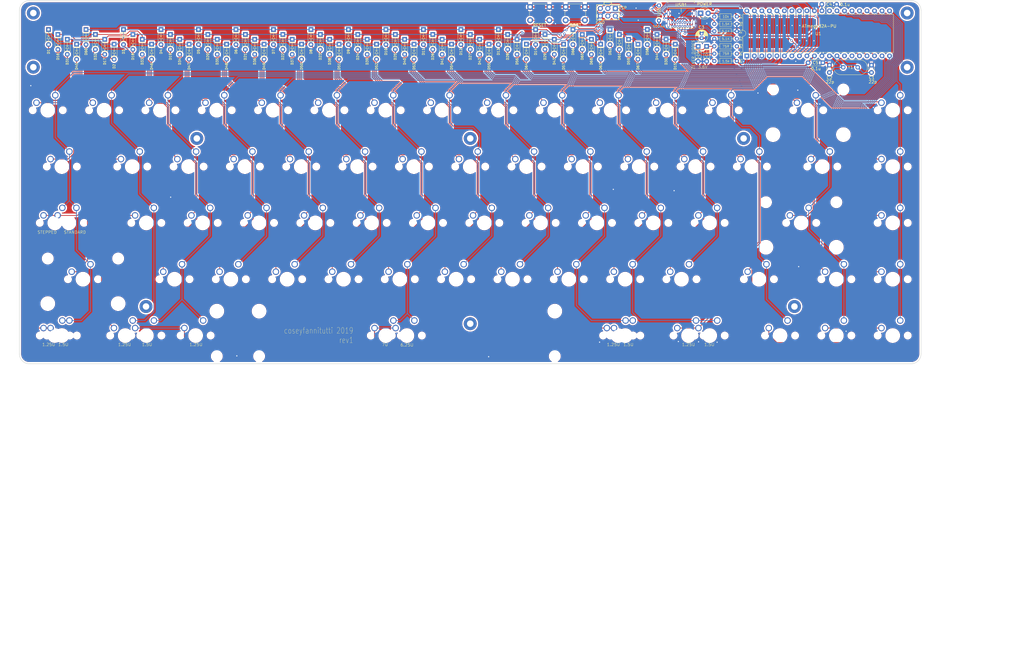
<source format=kicad_pcb>
(kicad_pcb (version 20171130) (host pcbnew 5.1.7-a382d34a8~88~ubuntu20.04.1)
  (layers (0 F.Cu signal) (31 B.Cu signal) (34 B.Paste user) (35 F.Paste user) (36 B.SilkS user) (37 F.SilkS user) (38 B.Mask user) (39 F.Mask user) (44 Edge.Cuts user))
  (net 0 "")
  (net 1 GND)
  (net 2 VCC)
  (net 3 row0)
  (net 4 "Net-(D1-Pad2)")
  (net 5 "Net-(D2-Pad2)")
  (net 6 "Net-(D3-Pad2)")
  (net 7 "Net-(D4-Pad2)")
  (net 8 "Net-(D5-Pad2)")
  (net 9 "Net-(D6-Pad2)")
  (net 10 "Net-(D7-Pad2)")
  (net 11 "Net-(D8-Pad2)")
  (net 12 "Net-(D9-Pad2)")
  (net 13 "Net-(D10-Pad2)")
  (net 14 "Net-(D11-Pad2)")
  (net 15 "Net-(D12-Pad2)")
  (net 16 "Net-(D13-Pad2)")
  (net 17 "Net-(D14-Pad2)")
  (net 18 "Net-(D15-Pad2)")
  (net 19 row1)
  (net 20 "Net-(D16-Pad2)")
  (net 21 "Net-(D17-Pad2)")
  (net 22 "Net-(D18-Pad2)")
  (net 23 "Net-(D19-Pad2)")
  (net 24 "Net-(D20-Pad2)")
  (net 25 "Net-(D21-Pad2)")
  (net 26 "Net-(D22-Pad2)")
  (net 27 "Net-(D23-Pad2)")
  (net 28 "Net-(D24-Pad2)")
  (net 29 "Net-(D25-Pad2)")
  (net 30 "Net-(D26-Pad2)")
  (net 31 "Net-(D27-Pad2)")
  (net 32 "Net-(D28-Pad2)")
  (net 33 "Net-(D29-Pad2)")
  (net 34 "Net-(D30-Pad2)")
  (net 35 "Net-(D31-Pad2)")
  (net 36 row2)
  (net 37 "Net-(D32-Pad2)")
  (net 38 "Net-(D33-Pad2)")
  (net 39 "Net-(D34-Pad2)")
  (net 40 "Net-(D35-Pad2)")
  (net 41 "Net-(D36-Pad2)")
  (net 42 "Net-(D37-Pad2)")
  (net 43 "Net-(D38-Pad2)")
  (net 44 "Net-(D39-Pad2)")
  (net 45 "Net-(D40-Pad2)")
  (net 46 "Net-(D41-Pad2)")
  (net 47 "Net-(D42-Pad2)")
  (net 48 "Net-(D43-Pad2)")
  (net 49 "Net-(D44-Pad2)")
  (net 50 row3)
  (net 51 "Net-(D45-Pad2)")
  (net 52 "Net-(D46-Pad2)")
  (net 53 "Net-(D47-Pad2)")
  (net 54 "Net-(D48-Pad2)")
  (net 55 "Net-(D49-Pad2)")
  (net 56 "Net-(D50-Pad2)")
  (net 57 "Net-(D51-Pad2)")
  (net 58 "Net-(D52-Pad2)")
  (net 59 "Net-(D53-Pad2)")
  (net 60 "Net-(D54-Pad2)")
  (net 61 "Net-(D55-Pad2)")
  (net 62 "Net-(D56-Pad2)")
  (net 63 "Net-(D57-Pad2)")
  (net 64 "Net-(D58-Pad2)")
  (net 65 "Net-(D59-Pad2)")
  (net 66 row4)
  (net 67 "Net-(D60-Pad2)")
  (net 68 "Net-(D61-Pad2)")
  (net 69 "Net-(D62-Pad2)")
  (net 70 "Net-(D63-Pad2)")
  (net 71 "Net-(D64-Pad2)")
  (net 72 "Net-(D65-Pad2)")
  (net 73 "Net-(D66-Pad2)")
  (net 74 "Net-(D67-Pad2)")
  (net 75 col0)
  (net 76 col1)
  (net 77 col2)
  (net 78 col3)
  (net 79 col4)
  (net 80 col5)
  (net 81 col6)
  (net 82 col7)
  (net 83 col8)
  (net 84 col9)
  (net 85 col10)
  (net 86 col11)
  (net 87 col12)
  (net 88 col13)
  (net 89 col14)
  (net 90 "Net-(R1-Pad2)")
  (net 91 "Net-(R2-Pad1)")
  (net 92 reset)
  (net 93 +5V)
  (net 94 D+)
  (net 95 D-)
  (net 96 "Net-(C1-Pad1)")
  (net 97 "Net-(C2-Pad1)")
  (net 98 "Net-(D69-Pad1)")
  (net 99 "Net-(D70-Pad1)")
  (net 100 MOSI)
  (net 101 SCK)
  (net 102 MISO)
  (net 103 "Net-(LED1-Pad1)")
  (net 104 boot)
  (module cftkb:SW_Cherry_MX1A_1.25u_PCBNOSCREEN (layer F.Cu) (at 282.57545 165.89375)
    (fp_text reference SW64)
    (fp_text value KEYSW)
    (pad 1 thru_hole circle (at 0 0) (size 2.2 2.2) (drill 1.5) (layers *.Cu *.Mask) (net 85 col10))
    (pad 2 thru_hole circle (at -6.35 2.54) (size 2.2 2.2) (drill 1.5) (layers *.Cu *.Mask) (net 71 "Net-(D64-Pad2)"))
    (pad "" np_thru_hole circle (at -2.54 5.08) (size 4 4) (drill 4) (layers *.Cu *.Mask))
    (pad "" np_thru_hole circle (at -7.62 5.08) (size 1.7 1.7) (drill 1.7) (layers *.Cu *.Mask))
    (pad "" np_thru_hole circle (at 2.54 5.08) (size 1.7 1.7) (drill 1.7) (layers *.Cu *.Mask))
  )
  (module cftkb:MX-6.25U-Stabilizer (layer F.Cu) (at 184.811323 170.98164)
    (fp_text reference REF**)
    (fp_text value 6.25U (at 0 3.177094) (layer F.SilkS) (effects (font (thickness 0.1))))
    (pad "" np_thru_hole circle (at -49.9999 6.985) (size 3.048 3.048) (drill 3.048) (layers *.Cu *.Mask))
    (pad "" np_thru_hole circle (at 49.9999 6.985) (size 3.048 3.048) (drill 3.048) (layers *.Cu *.Mask))
    (pad "" np_thru_hole circle (at -49.9999 -8.255) (size 3.9878 3.9878) (drill 3.9878) (layers *.Cu *.Mask))
    (pad "" np_thru_hole circle (at 49.9999 -8.255) (size 3.9878 3.9878) (drill 3.9878) (layers *.Cu *.Mask))
  )
  (module cftkb:MX-7U-Stabilizer (layer F.Cu) (at 177.667573 170.98164)
    (fp_text reference ST72)
    (fp_text value 7U (at -0.262465 3.057094) (layer F.SilkS) (effects (font (thickness 0.1))))
    (pad "" np_thru_hole circle (at 57.15 -8.255) (size 3.9878 3.9878) (drill 3.9878) (layers *.Cu *.Mask))
    (pad "" np_thru_hole circle (at -57.15 -8.255) (size 3.9878 3.9878) (drill 3.9878) (layers *.Cu *.Mask))
    (pad "" np_thru_hole circle (at 57.15 6.985) (size 3.048 3.048) (drill 3.048) (layers *.Cu *.Mask))
    (pad "" np_thru_hole circle (at -57.15 6.985) (size 3.048 3.048) (drill 3.048) (layers *.Cu *.Mask))
  )
  (module "logos:TOPY 4MM MASK" (layer F.Cu) (at 354.067222 71.060529)
    (fp_text reference G*** hide)
    (fp_text value LOGO hide)
  )
  (module MountingHole:MountingHole_2.2mm_M2_Pad (layer F.Cu) (at 206.213345 166.95811)
    (fp_text reference REF**)
    (fp_text value MountingHole_2.2mm_M2_Pad)
    (pad 1 thru_hole circle (at 0 0) (size 4.4 4.4) (drill 2.2) (layers *.Cu *.Mask))
  )
  (module MountingHole:MountingHole_2.2mm_M2_Pad (layer F.Cu) (at 206.213345 104.302994)
    (fp_text reference REF**)
    (fp_text value MountingHole_2.2mm_M2_Pad)
    (pad 1 thru_hole circle (at 0 0) (size 4.4 4.4) (drill 2.2) (layers *.Cu *.Mask))
  )
  (module MountingHole:MountingHole_2.2mm_M2_Pad (layer F.Cu) (at 298.671968 104.302994)
    (fp_text reference REF**)
    (fp_text value MountingHole_2.2mm_M2_Pad)
    (pad 1 thru_hole circle (at 0 0) (size 4.4 4.4) (drill 2.2) (layers *.Cu *.Mask))
  )
  (module MountingHole:MountingHole_2.2mm_M2_Pad (layer F.Cu) (at 113.754723 104.302994)
    (fp_text reference REF**)
    (fp_text value MountingHole_2.2mm_M2_Pad)
    (pad 1 thru_hole circle (at 0 0) (size 4.4 4.4) (drill 2.2) (layers *.Cu *.Mask))
  )
  (module MountingHole:MountingHole_2.2mm_M2_Pad (layer F.Cu) (at 315.860803 161.14696)
    (fp_text reference REF**)
    (fp_text value MountingHole_2.2mm_M2_Pad)
    (pad 1 thru_hole circle (at 0 0) (size 4.4 4.4) (drill 2.2) (layers *.Cu *.Mask))
  )
  (module MountingHole:MountingHole_2.2mm_M2_Pad (layer F.Cu) (at 96.565888 161.14696)
    (fp_text reference REF**)
    (fp_text value MountingHole_2.2mm_M2_Pad)
    (pad 1 thru_hole circle (at 0 0) (size 4.4 4.4) (drill 2.2) (layers *.Cu *.Mask))
  )
  (module MountingHole:MountingHole_2.2mm_M2_Pad (layer F.Cu) (at 353.970721 80.221243)
    (fp_text reference REF**)
    (fp_text value MountingHole_2.2mm_M2_Pad)
    (pad 1 thru_hole circle (at 0 0) (size 4.4 4.4) (drill 2.2) (layers *.Cu *.Mask))
  )
  (module MountingHole:MountingHole_2.2mm_M2_Pad (layer F.Cu) (at 353.970721 61.89953)
    (fp_text reference REF**)
    (fp_text value MountingHole_2.2mm_M2_Pad)
    (pad 1 thru_hole circle (at 0 0) (size 4.4 4.4) (drill 2.2) (layers *.Cu *.Mask))
  )
  (module MountingHole:MountingHole_2.2mm_M2_Pad (layer F.Cu) (at 58.45597 61.89953)
    (fp_text reference REF**)
    (fp_text value MountingHole_2.2mm_M2_Pad)
    (pad 1 thru_hole circle (at 0 0) (size 4.4 4.4) (drill 2.2) (layers *.Cu *.Mask))
  )
  (module MountingHole:MountingHole_2.2mm_M2_Pad (layer F.Cu) (at 58.45597 80.221243)
    (fp_text reference REF**)
    (fp_text value MountingHole_2.2mm_M2_Pad)
    (pad 1 thru_hole circle (at 0 0) (size 4.4 4.4) (drill 2.2) (layers *.Cu *.Mask))
  )
  (module "logos:TOPY 4MM MASK" (layer F.Cu) (at 58.451591 71.060529)
    (fp_text reference G*** hide)
    (fp_text value LOGO hide)
  )
  (module logos:DISCIPLINE_SMALL_MASK (layer F.Cu) (at 155.167456 163.63421)
    (fp_text reference G*** hide)
    (fp_text value LOGO hide)
  )
  (module logos:DISCIPLINE_SMALL_COPPER (layer F.Cu) (at 155.167456 163.63421)
    (fp_text reference G*** hide)
    (fp_text value LOGO hide)
    (fp_line (start -11.13 3.52) (end 11.17 3.52) (layer F.Cu) (width 0.4))
    (fp_line (start -11.11 -3.16) (end 11.17 -3.16) (layer F.Cu) (width 0.4))
    (fp_poly (pts (xy 9.581616 -0.978842) (xy 9.717315 -0.976285) (xy 9.807623 -0.970596) (xy 9.862489 -0.960603) (xy 9.891863 -0.94514) (xy 9.905695 -0.923036) (xy 9.907152 -0.918738) (xy 9.913565 -0.839691) (xy 9.905859 -0.804471) (xy 9.888554 -0.781744) (xy 9.850086 -0.766375) (xy 9.779706 -0.757013) (xy 9.666666 -0.752308) (xy 9.500218 -0.75091) (xy 9.479472 -0.7509) (xy 9.073642 -0.7509) (xy 9.083029 -0.448907) (xy 9.092416 -0.146915) (xy 9.44338 -0.137649) (xy 9.794344 -0.128382) (xy 9.794344 0.065296) (xy 9.076092 0.065296) (xy 9.076092 0.781597) (xy 9.908612 0.799871) (xy 9.908612 0.995758) (xy 9.40173 1.004712) (xy 9.186275 1.006737) (xy 9.029645 1.003849) (xy 8.925529 0.99569) (xy 8.867616 0.981901) (xy 8.854879 0.973697) (xy 8.842512 0.929372) (xy 8.832239 0.830095) (xy 8.824066 0.686174) (xy 8.817996 0.507914) (xy 8.814034 0.305624) (xy 8.812183 0.089608) (xy 8.812449 -0.129824) (xy 8.814835 -0.342368) (xy 8.819346 -0.537715) (xy 8.825986 -0.705559) (xy 8.834758 -0.835594) (xy 8.845669 -0.917511) (xy 8.854087 -0.940257) (xy 8.900342 -0.957645) (xy 9.001236 -0.969801) (xy 9.160226 -0.976979) (xy 9.380768 -0.979431) (xy 9.390576 -0.979434) (xy 9.581616 -0.978842)) (layer F.Cu) (width 0.01))
    (fp_poly (pts (xy 7.566613 0.006058) (xy 7.557969 0.995758) (xy 7.443702 1.005373) (xy 7.350145 1.000356) (xy 7.278021 0.975128) (xy 7.274703 0.972726) (xy 7.245041 0.933922) (xy 7.188741 0.845573) (xy 7.110404 0.715468) (xy 7.014636 0.551398) (xy 6.906039 0.361152) (xy 6.789218 0.152522) (xy 6.7774 0.131199) (xy 6.334829 -0.668064) (xy 6.32609 0.163847) (xy 6.317352 0.995758) (xy 6.210765 1.006025) (xy 6.104178 1.016291) (xy 6.112821 0.02659) (xy 6.121465 -0.963111) (xy 6.272883 -0.972912) (xy 6.373673 -0.973471) (xy 6.43605 -0.952931) (xy 6.485094 -0.903638) (xy 6.517243 -0.853649) (xy 6.575379 -0.755062) (xy 6.65447 -0.61674) (xy 6.749488 -0.447544) (xy 6.855403 -0.256338) (xy 6.937661 -0.106211) (xy 7.329434 0.612141) (xy 7.362082 -0.963111) (xy 7.468669 -0.973377) (xy 7.575257 -0.983643) (xy 7.566613 0.006058)) (layer F.Cu) (width 0.01))
    (fp_poly (pts (xy 4.725771 -0.973243) (xy 4.8482 -0.963111) (xy 4.8482 0.995758) (xy 4.603342 1.016024) (xy 4.603342 -0.983376) (xy 4.725771 -0.973243)) (layer F.Cu) (width 0.01))
    (fp_poly (pts (xy 2.701607 -0.973243) (xy 2.824036 -0.963111) (xy 2.841422 0.781419) (xy 3.574936 0.799871) (xy 3.574936 0.995758) (xy 3.099658 1.004757) (xy 2.929652 1.006472) (xy 2.783352 1.005105) (xy 2.672944 1.000989) (xy 2.610614 0.994458) (xy 2.601779 0.991154) (xy 2.596094 0.953995) (xy 2.590932 0.859784) (xy 2.586482 0.716764) (xy 2.582929 0.533177) (xy 2.58046 0.317268) (xy 2.579262 0.077278) (xy 2.579177 -0.007412) (xy 2.579177 -0.983376) (xy 2.701607 -0.973243)) (layer F.Cu) (width 0.01))
    (fp_poly (pts (xy 0.696194 -0.973499) (xy 0.866337 -0.965195) (xy 0.986884 -0.953685) (xy 1.073537 -0.936089) (xy 1.141995 -0.909526) (xy 1.189147 -0.883035) (xy 1.315736 -0.783024) (xy 1.393747 -0.662765) (xy 1.43052 -0.507639) (xy 1.435845 -0.391774) (xy 1.412135 -0.180233) (xy 1.34099 -0.011816) (xy 1.221016 0.114784) (xy 1.050816 0.20087) (xy 0.828997 0.24775) (xy 0.744919 0.254799) (xy 0.489717 0.269572) (xy 0.489717 1.012082) (xy 0.380891 1.012082) (xy 0.300221 1.006109) (xy 0.251774 0.991602) (xy 0.2503 0.990317) (xy 0.244718 0.953288) (xy 0.239665 0.859376) (xy 0.235333 0.716993) (xy 0.231912 0.53455) (xy 0.229593 0.320458) (xy 0.228568 0.08313) (xy 0.228535 0.031204) (xy 0.228972 -0.246801) (xy 0.230516 -0.466489) (xy 0.233518 -0.634831) (xy 0.23802 -0.7509) (xy 0.489717 -0.7509) (xy 0.489717 -0.364567) (xy 0.491458 -0.211842) (xy 0.496194 -0.083762) (xy 0.503197 0.005997) (xy 0.511482 0.04353) (xy 0.563482 0.060476) (xy 0.656919 0.064083) (xy 0.769454 0.055013) (xy 0.878745 0.033927) (xy 0.883915 0.032515) (xy 1.022847 -0.031675) (xy 1.114225 -0.136615) (xy 1.162048 -0.287567) (xy 1.168436 -0.341833) (xy 1.174012 -0.448649) (xy 1.16217 -0.518176) (xy 1.123541 -0.57792) (xy 1.068302 -0.635914) (xy 1.003923 -0.696254) (xy 0.947648 -0.730673) (xy 0.877614 -0.74642) (xy 0.77196 -0.750744) (xy 0.721517 -0.7509) (xy 0.489717 -0.7509) (xy 0.23802 -0.7509) (xy 0.238327 -0.758802) (xy 0.245293 -0.845374) (xy 0.254767 -0.90152) (xy 0.267099 -0.934214) (xy 0.277634 -0.946892) (xy 0.325762 -0.96596) (xy 0.417989 -0.97594) (xy 0.562015 -0.977323) (xy 0.696194 -0.973499)) (layer F.Cu) (width 0.01))
    (fp_poly (pts (xy -1.012082 1.012082) (xy -1.127374 1.012082) (xy -1.208261 1.001531) (xy -1.255869 0.975653) (xy -1.258479 0.970875) (xy -1.262235 0.928741) (xy -1.26508 0.829912) (xy -1.266951 0.682984) (xy -1.267787 0.496551) (xy -1.267525 0.279208) (xy -1.266104 0.039551) (xy -1.265616 -0.016721) (xy -1.256941 -0.963111) (xy -1.134512 -0.973243) (xy -1.012082 -0.983376) (xy -1.012082 1.012082)) (layer F.Cu) (width 0.01))
    (fp_poly (pts (xy -7.035604 0.995758) (xy -7.141934 1.006006) (xy -7.227934 1.000945) (xy -7.264877 0.97296) (xy -7.268838 0.930275) (xy -7.271869 0.83092) (xy -7.273899 0.683514) (xy -7.27486 0.496677) (xy -7.274683 0.279028) (xy -7.273297 0.039188) (xy -7.272814 -0.016721) (xy -7.264139 -0.963111) (xy -7.035604 -0.963111) (xy -7.035604 0.995758)) (layer F.Cu) (width 0.01))
    (fp_poly (pts (xy -9.322664 -0.970679) (xy -9.109555 -0.946576) (xy -8.932961 -0.897753) (xy -8.780029 -0.821753) (xy -8.772876 -0.81726) (xy -8.621263 -0.683675) (xy -8.507411 -0.50406) (xy -8.434476 -0.287757) (xy -8.405616 -0.044109) (xy -8.423725 0.215892) (xy -8.486044 0.463957) (xy -8.587508 0.662261) (xy -8.731456 0.815649) (xy -8.912854 0.925204) (xy -9.00403 0.954005) (xy -9.132097 0.97803) (xy -9.283239 0.996591) (xy -9.443637 1.009002) (xy -9.599474 1.014575) (xy -9.736933 1.012624) (xy -9.842197 1.002461) (xy -9.901447 0.9834) (xy -9.908674 0.974721) (xy -9.912809 0.93157) (xy -9.915997 0.83177) (xy -9.918161 0.683961) (xy -9.919228 0.496782) (xy -9.919121 0.278876) (xy -9.917767 0.038882) (xy -9.917287 -0.016721) (xy -9.910558 -0.7509) (xy -9.663753 -0.7509) (xy -9.663753 0.783548) (xy -9.409489 0.783548) (xy -9.252281 0.778136) (xy -9.134821 0.758853) (xy -9.032229 0.721131) (xy -9.009553 0.71009) (xy -8.871663 0.612381) (xy -8.774593 0.475727) (xy -8.714968 0.293654) (xy -8.691304 0.100125) (xy -8.692485 -0.131293) (xy -8.727721 -0.317332) (xy -8.800121 -0.47011) (xy -8.856584 -0.543981) (xy -8.963265 -0.644387) (xy -9.082484 -0.708175) (xy -9.231187 -0.741592) (xy -9.417846 -0.7509) (xy -9.663753 -0.7509) (xy -9.910558 -0.7509) (xy -9.908612 -0.963111) (xy -9.58514 -0.972517) (xy -9.322664 -0.970679)) (layer F.Cu) (width 0.01))
    (fp_poly (pts (xy -2.75907 -0.998251) (xy -2.546212 -0.944091) (xy -2.487494 -0.917332) (xy -2.382969 -0.849866) (xy -2.3307 -0.773594) (xy -2.317995 -0.684861) (xy -2.332967 -0.621517) (xy -2.380727 -0.607698) (xy -2.465535 -0.643179) (xy -2.515691 -0.674352) (xy -2.653866 -0.743052) (xy -2.814515 -0.773407) (xy -2.83515 -0.774866) (xy -3.024394 -0.762024) (xy -3.177873 -0.695663) (xy -3.301069 -0.572645) (xy -3.360807 -0.474099) (xy -3.399391 -0.391795) (xy -3.423966 -0.313904) (xy -3.437579 -0.22194) (xy -3.443275 -0.097417) (xy -3.444182 0.031942) (xy -3.442139 0.196048) (xy -3.434383 0.312486) (xy -3.418199 0.398811) (xy -3.390871 0.472583) (xy -3.369408 0.515484) (xy -3.258923 0.659099) (xy -3.112656 0.756152) (xy -2.942851 0.804317) (xy -2.761753 0.801269) (xy -2.581607 0.744681) (xy -2.479638 0.684467) (xy -2.40802 0.640452) (xy -2.356076 0.620424) (xy -2.353765 0.620309) (xy -2.322967 0.646076) (xy -2.31754 0.708876) (xy -2.334435 0.786956) (xy -2.3706 0.858566) (xy -2.390334 0.881046) (xy -2.511009 0.957044) (xy -2.674206 1.009749) (xy -2.860251 1.035749) (xy -3.049474 1.031637) (xy -3.155144 1.013586) (xy -3.342655 0.93697) (xy -3.498585 0.80768) (xy -3.619612 0.631907) (xy -3.702417 0.41584) (xy -3.743678 0.165668) (xy -3.742697 -0.08162) (xy -3.701092 -0.334122) (xy -3.619979 -0.556142) (xy -3.504215 -0.737132) (xy -3.391372 -0.844231) (xy -3.199511 -0.946877) (xy -2.98279 -0.998698) (xy -2.75907 -0.998251)) (layer F.Cu) (width 0.01))
    (fp_poly (pts (xy -5.108836 -0.98406) (xy -4.985765 -0.949914) (xy -4.893276 -0.905656) (xy -4.85105 -0.860819) (xy -4.833184 -0.776447) (xy -4.839967 -0.702615) (xy -4.859696 -0.672265) (xy -4.903355 -0.675294) (xy -4.98004 -0.70331) (xy -5.013514 -0.719309) (xy -5.171443 -0.775959) (xy -5.320527 -0.786646) (xy -5.449859 -0.755236) (xy -5.548533 -0.685593) (xy -5.605642 -0.581581) (xy -5.615424 -0.506041) (xy -5.592035 -0.393213) (xy -5.518163 -0.294052) (xy -5.388252 -0.202751) (xy -5.268836 -0.143856) (xy -5.041622 -0.027912) (xy -4.878304 0.09056) (xy -4.794936 0.185639) (xy -4.752737 0.293622) (xy -4.735031 0.434557) (xy -4.74251 0.58059) (xy -4.775867 0.703868) (xy -4.781732 0.715984) (xy -4.891106 0.859559) (xy -5.044699 0.96418) (xy -5.231712 1.026055) (xy -5.441345 1.041393) (xy -5.631748 1.01441) (xy -5.748337 0.975885) (xy -5.850485 0.924383) (xy -5.914283 0.872141) (xy -5.916917 0.868442) (xy -5.938226 0.802963) (xy -5.937604 0.726847) (xy -5.916 0.674149) (xy -5.911406 0.67061) (xy -5.866741 0.673325) (xy -5.788343 0.701725) (xy -5.744648 0.722785) (xy -5.570477 0.789877) (xy -5.402828 0.811846) (xy -5.251685 0.791976) (xy -5.127031 0.733551) (xy -5.038849 0.639854) (xy -4.997123 0.514168) (xy -4.995116 0.47626) (xy -5.016603 0.38705) (xy -5.084587 0.29788) (xy -5.204351 0.203834) (xy -5.381178 0.099996) (xy -5.423139 0.077991) (xy -5.607077 -0.025783) (xy -5.73618 -0.122753) (xy -5.818655 -0.223115) (xy -5.862711 -0.337066) (xy -5.876557 -0.474801) (xy -5.876607 -0.48528) (xy -5.850933 -0.672411) (xy -5.774278 -0.818874) (xy -5.647195 -0.924103) (xy -5.470236 -0.987529) (xy -5.373978 -1.002333) (xy -5.244302 -1.003174) (xy -5.108836 -0.98406)) (layer F.Cu) (width 0.01))
    (fp_arc (start 11.16 0.18) (end 11.16 3.52) (angle -180) (layer F.Cu) (width 0.4))
    (fp_arc (start -11.14 0.18) (end -11.14 -3.16) (angle -180) (layer F.Cu) (width 0.4))
  )
  (module cftkb:SW_Cherry_MX1A_1.25u_PCBNOSCREEN (layer F.Cu) (at 258.76305 165.88362)
    (fp_text reference SW63)
    (fp_text value KEYSW)
    (pad 1 thru_hole circle (at 0 0) (size 2.2 2.2) (drill 1.5) (layers *.Cu *.Mask) (net 84 col9))
    (pad 2 thru_hole circle (at -6.35 2.54) (size 2.2 2.2) (drill 1.5) (layers *.Cu *.Mask) (net 70 "Net-(D63-Pad2)"))
    (pad "" np_thru_hole circle (at -2.54 5.08) (size 4 4) (drill 4) (layers *.Cu *.Mask))
    (pad "" np_thru_hole circle (at -7.62 5.08) (size 1.7 1.7) (drill 1.7) (layers *.Cu *.Mask))
    (pad "" np_thru_hole circle (at 2.54 5.08) (size 1.7 1.7) (drill 1.7) (layers *.Cu *.Mask))
  )
  (module cftkb:DIP-40_W15.24mm (layer F.Cu) (at 299.75343 76.389182 90)
    (fp_text reference U1 (at 7.52414 24.164738) (layer F.SilkS))
    (fp_text value ATmega32A-PU (at 10.06135 24.462204) (layer F.SilkS))
    (pad 1 thru_hole rect (at 0 0 90) (size 1.6 1.6) (drill 0.8) (layers *.Cu *.Mask) (net 66 row4))
    (pad 21 thru_hole oval (at 15.24 48.26 90) (size 1.6 1.6) (drill 0.8) (layers *.Cu *.Mask) (net 89 col14))
    (pad 2 thru_hole oval (at 0 2.54 90) (size 1.6 1.6) (drill 0.8) (layers *.Cu *.Mask) (net 36 row2))
    (pad 22 thru_hole oval (at 15.24 45.72 90) (size 1.6 1.6) (drill 0.8) (layers *.Cu *.Mask) (net 88 col13))
    (pad 3 thru_hole oval (at 0 5.08 90) (size 1.6 1.6) (drill 0.8) (layers *.Cu *.Mask) (net 3 row0))
    (pad 23 thru_hole oval (at 15.24 43.18 90) (size 1.6 1.6) (drill 0.8) (layers *.Cu *.Mask) (net 87 col12))
    (pad 4 thru_hole oval (at 0 7.62 90) (size 1.6 1.6) (drill 0.8) (layers *.Cu *.Mask) (net 76 col1))
    (pad 24 thru_hole oval (at 15.24 40.64 90) (size 1.6 1.6) (drill 0.8) (layers *.Cu *.Mask) (net 86 col11))
    (pad 5 thru_hole oval (at 0 10.16 90) (size 1.6 1.6) (drill 0.8) (layers *.Cu *.Mask) (net 78 col3))
    (pad 25 thru_hole oval (at 15.24 38.1 90) (size 1.6 1.6) (drill 0.8) (layers *.Cu *.Mask) (net 85 col10))
    (pad 6 thru_hole oval (at 0 12.7 90) (size 1.6 1.6) (drill 0.8) (layers *.Cu *.Mask) (net 100 MOSI))
    (pad 26 thru_hole oval (at 15.24 35.56 90) (size 1.6 1.6) (drill 0.8) (layers *.Cu *.Mask) (net 84 col9))
    (pad 7 thru_hole oval (at 0 15.24 90) (size 1.6 1.6) (drill 0.8) (layers *.Cu *.Mask) (net 102 MISO))
    (pad 27 thru_hole oval (at 15.24 33.02 90) (size 1.6 1.6) (drill 0.8) (layers *.Cu *.Mask) (net 83 col8))
    (pad 8 thru_hole oval (at 0 17.78 90) (size 1.6 1.6) (drill 0.8) (layers *.Cu *.Mask) (net 101 SCK))
    (pad 28 thru_hole oval (at 15.24 30.48 90) (size 1.6 1.6) (drill 0.8) (layers *.Cu *.Mask) (net 82 col7))
    (pad 9 thru_hole oval (at 0 20.32 90) (size 1.6 1.6) (drill 0.8) (layers *.Cu *.Mask) (net 92 reset))
    (pad 29 thru_hole oval (at 15.24 27.94 90) (size 1.6 1.6) (drill 0.8) (layers *.Cu *.Mask))
    (pad 10 thru_hole oval (at 0 22.86 90) (size 1.6 1.6) (drill 0.8) (layers *.Cu *.Mask) (net 93 +5V))
    (pad 30 thru_hole oval (at 15.24 25.4 90) (size 1.6 1.6) (drill 0.8) (layers *.Cu *.Mask) (net 93 +5V))
    (pad 11 thru_hole oval (at 0 25.4 90) (size 1.6 1.6) (drill 0.8) (layers *.Cu *.Mask) (net 1 GND))
    (pad 31 thru_hole oval (at 15.24 22.86 90) (size 1.6 1.6) (drill 0.8) (layers *.Cu *.Mask) (net 1 GND))
    (pad 12 thru_hole oval (at 0 27.94 90) (size 1.6 1.6) (drill 0.8) (layers *.Cu *.Mask) (net 97 "Net-(C2-Pad1)"))
    (pad 32 thru_hole oval (at 15.24 20.32 90) (size 1.6 1.6) (drill 0.8) (layers *.Cu *.Mask))
    (pad 13 thru_hole oval (at 0 30.48 90) (size 1.6 1.6) (drill 0.8) (layers *.Cu *.Mask) (net 96 "Net-(C1-Pad1)"))
    (pad 33 thru_hole oval (at 15.24 17.78 90) (size 1.6 1.6) (drill 0.8) (layers *.Cu *.Mask))
    (pad 14 thru_hole oval (at 0 33.02 90) (size 1.6 1.6) (drill 0.8) (layers *.Cu *.Mask))
    (pad 34 thru_hole oval (at 15.24 15.24 90) (size 1.6 1.6) (drill 0.8) (layers *.Cu *.Mask))
    (pad 15 thru_hole oval (at 0 35.56 90) (size 1.6 1.6) (drill 0.8) (layers *.Cu *.Mask))
    (pad 35 thru_hole oval (at 15.24 12.7 90) (size 1.6 1.6) (drill 0.8) (layers *.Cu *.Mask))
    (pad 16 thru_hole oval (at 0 38.1 90) (size 1.6 1.6) (drill 0.8) (layers *.Cu *.Mask) (net 94 D+))
    (pad 36 thru_hole oval (at 15.24 10.16 90) (size 1.6 1.6) (drill 0.8) (layers *.Cu *.Mask) (net 79 col4))
    (pad 17 thru_hole oval (at 0 40.64 90) (size 1.6 1.6) (drill 0.8) (layers *.Cu *.Mask) (net 95 D-))
    (pad 37 thru_hole oval (at 15.24 7.62 90) (size 1.6 1.6) (drill 0.8) (layers *.Cu *.Mask) (net 77 col2))
    (pad 18 thru_hole oval (at 0 43.18 90) (size 1.6 1.6) (drill 0.8) (layers *.Cu *.Mask) (net 104 boot))
    (pad 38 thru_hole oval (at 15.24 5.08 90) (size 1.6 1.6) (drill 0.8) (layers *.Cu *.Mask) (net 75 col0))
    (pad 19 thru_hole oval (at 0 45.72 90) (size 1.6 1.6) (drill 0.8) (layers *.Cu *.Mask) (net 80 col5))
    (pad 39 thru_hole oval (at 15.24 2.54 90) (size 1.6 1.6) (drill 0.8) (layers *.Cu *.Mask) (net 19 row1))
    (pad 20 thru_hole oval (at 0 48.26 90) (size 1.6 1.6) (drill 0.8) (layers *.Cu *.Mask) (net 81 col6))
    (pad 40 thru_hole oval (at 15.24 0 90) (size 1.6 1.6) (drill 0.8) (layers *.Cu *.Mask) (net 50 row3))
  )
  (module cftkb:SW_Cherry_MX1A_1.50u_PCBNOSCREEN (layer F.Cu) (at 289.740128 165.89375)
    (fp_text reference SW74)
    (fp_text value KEYSW)
    (pad "" np_thru_hole circle (at 2.54 5.08) (size 1.7 1.7) (drill 1.7) (layers *.Cu *.Mask))
    (pad "" np_thru_hole circle (at -7.62 5.08) (size 1.7 1.7) (drill 1.7) (layers *.Cu *.Mask))
    (pad "" np_thru_hole circle (at -2.54 5.08) (size 4 4) (drill 4) (layers *.Cu *.Mask))
    (pad 2 thru_hole circle (at -6.35 2.54) (size 2.2 2.2) (drill 1.5) (layers *.Cu *.Mask) (net 71 "Net-(D64-Pad2)"))
    (pad 1 thru_hole circle (at 0 0) (size 2.2 2.2) (drill 1.5) (layers *.Cu *.Mask) (net 85 col10))
  )
  (module cftkb:SW_Cherry_MX1A_1.50u_PCBNOSCREEN (layer F.Cu) (at 261.183936 165.89375)
    (fp_text reference SW73)
    (fp_text value KEYSW)
    (pad "" np_thru_hole circle (at 2.54 5.08) (size 1.7 1.7) (drill 1.7) (layers *.Cu *.Mask))
    (pad "" np_thru_hole circle (at -7.62 5.08) (size 1.7 1.7) (drill 1.7) (layers *.Cu *.Mask))
    (pad "" np_thru_hole circle (at -2.54 5.08) (size 4 4) (drill 4) (layers *.Cu *.Mask))
    (pad 2 thru_hole circle (at -6.35 2.54) (size 2.2 2.2) (drill 1.5) (layers *.Cu *.Mask) (net 70 "Net-(D63-Pad2)"))
    (pad 1 thru_hole circle (at 0 0) (size 2.2 2.2) (drill 1.5) (layers *.Cu *.Mask) (net 84 col9))
  )
  (module cftkb:SW_Cherry_MX1A_1.00u_PCB-NOSCREEN (layer F.Cu) (at 180.207573 165.90164)
    (fp_text reference SW72)
    (fp_text value KEYSW)
    (pad 1 thru_hole circle (at 0 0) (size 2.2 2.2) (drill 1.5) (layers *.Cu *.Mask) (net 81 col6))
    (pad 2 thru_hole circle (at -6.35 2.54) (size 2.2 2.2) (drill 1.5) (layers *.Cu *.Mask) (net 69 "Net-(D62-Pad2)"))
    (pad "" np_thru_hole circle (at -2.54 5.08) (size 4 4) (drill 4) (layers *.Cu *.Mask))
    (pad "" np_thru_hole circle (at -7.62 5.08) (size 1.7 1.7) (drill 1.7) (layers *.Cu *.Mask))
    (pad "" np_thru_hole circle (at 2.54 5.08) (size 1.7 1.7) (drill 1.7) (layers *.Cu *.Mask))
  )
  (module cftkb:SW_Cherry_MX1A_1.50u_PCBNOSCREEN (layer F.Cu) (at 99.243031 165.889819)
    (fp_text reference SW71)
    (fp_text value KEYSW)
    (pad "" np_thru_hole circle (at 2.54 5.08) (size 1.7 1.7) (drill 1.7) (layers *.Cu *.Mask))
    (pad "" np_thru_hole circle (at -7.62 5.08) (size 1.7 1.7) (drill 1.7) (layers *.Cu *.Mask))
    (pad "" np_thru_hole circle (at -2.54 5.08) (size 4 4) (drill 4) (layers *.Cu *.Mask))
    (pad 2 thru_hole circle (at -6.35 2.54) (size 2.2 2.2) (drill 1.5) (layers *.Cu *.Mask) (net 68 "Net-(D61-Pad2)"))
    (pad 1 thru_hole circle (at 0 0) (size 2.2 2.2) (drill 1.5) (layers *.Cu *.Mask) (net 77 col2))
  )
  (module cftkb:SW_Cherry_MX1A_1.50u_PCBNOSCREEN (layer F.Cu) (at 70.6437 165.88362)
    (fp_text reference SW70)
    (fp_text value KEYSW)
    (pad "" np_thru_hole circle (at 2.54 5.08) (size 1.7 1.7) (drill 1.7) (layers *.Cu *.Mask))
    (pad "" np_thru_hole circle (at -7.62 5.08) (size 1.7 1.7) (drill 1.7) (layers *.Cu *.Mask))
    (pad "" np_thru_hole circle (at -2.54 5.08) (size 4 4) (drill 4) (layers *.Cu *.Mask))
    (pad 2 thru_hole circle (at -6.35 2.54) (size 2.2 2.2) (drill 1.5) (layers *.Cu *.Mask) (net 65 "Net-(D59-Pad2)"))
    (pad 1 thru_hole circle (at 0 0) (size 2.2 2.2) (drill 1.5) (layers *.Cu *.Mask) (net 75 col0))
  )
  (module cftkb:SW_Cherry_MX1A_1.25u_PCBNOSCREEN (layer F.Cu) (at 68.2625 127.78362)
    (fp_text reference SW69)
    (fp_text value KEYSW)
    (pad 1 thru_hole circle (at 0 0) (size 2.2 2.2) (drill 1.5) (layers *.Cu *.Mask) (net 75 col0))
    (pad 2 thru_hole circle (at -6.35 2.54) (size 2.2 2.2) (drill 1.5) (layers *.Cu *.Mask) (net 35 "Net-(D31-Pad2)"))
    (pad "" np_thru_hole circle (at -2.54 5.08) (size 4 4) (drill 4) (layers *.Cu *.Mask))
    (pad "" np_thru_hole circle (at -7.62 5.08) (size 1.7 1.7) (drill 1.7) (layers *.Cu *.Mask))
    (pad "" np_thru_hole circle (at 2.54 5.08) (size 1.7 1.7) (drill 1.7) (layers *.Cu *.Mask))
  )
  (module cftkb:AVR_ICSP_3x2 (layer F.Cu) (at 252.75383 61.62087 180)
    (fp_text reference J1 hide)
    (fp_text value AVR-ISP-6 hide)
    (pad 1 thru_hole rect (at -2.54 1.27 180) (size 1.7 1.7) (drill 1.016) (layers *.Cu *.Mask) (net 102 MISO))
    (pad 2 thru_hole circle (at -2.54 -1.27 180) (size 1.7 1.7) (drill 1.016) (layers *.Cu *.Mask) (net 93 +5V))
    (pad 3 thru_hole circle (at 0 1.27 180) (size 1.7 1.7) (drill 1.016) (layers *.Cu *.Mask) (net 101 SCK))
    (pad 4 thru_hole circle (at 0 -1.27 180) (size 1.7 1.7) (drill 1.016) (layers *.Cu *.Mask) (net 100 MOSI))
    (pad 5 thru_hole circle (at 2.54 1.27 180) (size 1.7 1.7) (drill 1.016) (layers *.Cu *.Mask) (net 92 reset))
    (pad 6 thru_hole circle (at 2.54 -1.27 180) (size 1.7 1.7) (drill 1.016) (layers *.Cu *.Mask) (net 1 GND))
  )
  (module cftkb:SW_Cherry_MX1A_2.00u_PCBNOSCREEN (layer F.Cu) (at 323.05625 89.69375)
    (fp_text reference SW14)
    (fp_text value KEYSW)
    (pad 1 thru_hole circle (at 0 0) (size 2.2 2.2) (drill 1.5) (layers *.Cu *.Mask) (net 88 col13))
    (pad 2 thru_hole circle (at -6.35 2.54) (size 2.2 2.2) (drill 1.5) (layers *.Cu *.Mask) (net 17 "Net-(D14-Pad2)"))
    (pad "" np_thru_hole circle (at -2.54 5.08) (size 4 4) (drill 4) (layers *.Cu *.Mask))
    (pad "" np_thru_hole circle (at -7.62 5.08) (size 1.7 1.7) (drill 1.7) (layers *.Cu *.Mask))
    (pad "" np_thru_hole circle (at 2.54 5.08) (size 1.7 1.7) (drill 1.7) (layers *.Cu *.Mask))
    (pad "" np_thru_hole circle (at 9.36 13.32) (size 4 4) (drill 4) (layers *.Cu *.Mask))
    (pad "" np_thru_hole circle (at -14.44 13.32) (size 4 4) (drill 4) (layers *.Cu *.Mask))
    (pad "" np_thru_hole circle (at -14.44 -1.92) (size 3.05 3.05) (drill 3.05) (layers *.Cu *.Mask))
    (pad "" np_thru_hole circle (at 9.36 -1.92) (size 3.05 3.05) (drill 3.05) (layers *.Cu *.Mask))
  )
  (module cftkb:SW_Cherry_MX1A_2.25u_PCBNOSCREEN (layer F.Cu) (at 320.67525 127.79375)
    (fp_text reference SW43)
    (fp_text value KEYSW)
    (pad "" np_thru_hole circle (at 9.36 -1.92) (size 3.05 3.05) (drill 3.05) (layers *.Cu *.Mask))
    (pad "" np_thru_hole circle (at -14.44 -1.92) (size 3.05 3.05) (drill 3.05) (layers *.Cu *.Mask))
    (pad "" np_thru_hole circle (at -14.44 13.32) (size 4 4) (drill 4) (layers *.Cu *.Mask))
    (pad "" np_thru_hole circle (at 9.36 13.32) (size 4 4) (drill 4) (layers *.Cu *.Mask))
    (pad "" np_thru_hole circle (at 2.54 5.08) (size 1.7 1.7) (drill 1.7) (layers *.Cu *.Mask))
    (pad "" np_thru_hole circle (at -7.62 5.08) (size 1.7 1.7) (drill 1.7) (layers *.Cu *.Mask))
    (pad "" np_thru_hole circle (at -2.54 5.08) (size 4 4) (drill 4) (layers *.Cu *.Mask))
    (pad 2 thru_hole circle (at -6.35 2.54) (size 2.2 2.2) (drill 1.5) (layers *.Cu *.Mask) (net 48 "Net-(D43-Pad2)"))
    (pad 1 thru_hole circle (at 0 0) (size 2.2 2.2) (drill 1.5) (layers *.Cu *.Mask) (net 88 col13))
  )
  (module cftkb:SW_Cherry_MX1A_2.25u_PCBNOSCREEN (layer F.Cu) (at 77.78745 146.84375)
    (fp_text reference SW45)
    (fp_text value KEYSW)
    (pad "" np_thru_hole circle (at 9.36 -1.92) (size 3.05 3.05) (drill 3.05) (layers *.Cu *.Mask))
    (pad "" np_thru_hole circle (at -14.44 -1.92) (size 3.05 3.05) (drill 3.05) (layers *.Cu *.Mask))
    (pad "" np_thru_hole circle (at -14.44 13.32) (size 4 4) (drill 4) (layers *.Cu *.Mask))
    (pad "" np_thru_hole circle (at 9.36 13.32) (size 4 4) (drill 4) (layers *.Cu *.Mask))
    (pad "" np_thru_hole circle (at 2.54 5.08) (size 1.7 1.7) (drill 1.7) (layers *.Cu *.Mask))
    (pad "" np_thru_hole circle (at -7.62 5.08) (size 1.7 1.7) (drill 1.7) (layers *.Cu *.Mask))
    (pad "" np_thru_hole circle (at -2.54 5.08) (size 4 4) (drill 4) (layers *.Cu *.Mask))
    (pad 2 thru_hole circle (at -6.35 2.54) (size 2.2 2.2) (drill 1.5) (layers *.Cu *.Mask) (net 51 "Net-(D45-Pad2)"))
    (pad 1 thru_hole circle (at 0 0) (size 2.2 2.2) (drill 1.5) (layers *.Cu *.Mask) (net 75 col0))
  )
  (module cftkb:SW_Cherry_MX1A_1.25u_PCBNOSCREEN (layer F.Cu) (at 68.26245 165.88362)
    (fp_text reference SW59)
    (fp_text value KEYSW)
    (pad 1 thru_hole circle (at 0 0) (size 2.2 2.2) (drill 1.5) (layers *.Cu *.Mask) (net 75 col0))
    (pad 2 thru_hole circle (at -6.35 2.54) (size 2.2 2.2) (drill 1.5) (layers *.Cu *.Mask) (net 65 "Net-(D59-Pad2)"))
    (pad "" np_thru_hole circle (at -2.54 5.08) (size 4 4) (drill 4) (layers *.Cu *.Mask))
    (pad "" np_thru_hole circle (at -7.62 5.08) (size 1.7 1.7) (drill 1.7) (layers *.Cu *.Mask))
    (pad "" np_thru_hole circle (at 2.54 5.08) (size 1.7 1.7) (drill 1.7) (layers *.Cu *.Mask))
  )
  (module cftkb:SW_Cherry_MX1A_1.25u_PCBNOSCREEN (layer F.Cu) (at 92.07505 165.89375)
    (fp_text reference SW60)
    (fp_text value KEYSW)
    (pad 1 thru_hole circle (at 0 0) (size 2.2 2.2) (drill 1.5) (layers *.Cu *.Mask) (net 76 col1))
    (pad 2 thru_hole circle (at -6.35 2.54) (size 2.2 2.2) (drill 1.5) (layers *.Cu *.Mask) (net 67 "Net-(D60-Pad2)"))
    (pad "" np_thru_hole circle (at -2.54 5.08) (size 4 4) (drill 4) (layers *.Cu *.Mask))
    (pad "" np_thru_hole circle (at -7.62 5.08) (size 1.7 1.7) (drill 1.7) (layers *.Cu *.Mask))
    (pad "" np_thru_hole circle (at 2.54 5.08) (size 1.7 1.7) (drill 1.7) (layers *.Cu *.Mask))
  )
  (module cftkb:SW_Cherry_MX1A_1.25u_PCBNOSCREEN (layer F.Cu) (at 115.88745 165.88362)
    (fp_text reference SW61)
    (fp_text value KEYSW)
    (pad 1 thru_hole circle (at 0 0) (size 2.2 2.2) (drill 1.5) (layers *.Cu *.Mask) (net 77 col2))
    (pad 2 thru_hole circle (at -6.35 2.54) (size 2.2 2.2) (drill 1.5) (layers *.Cu *.Mask) (net 68 "Net-(D61-Pad2)"))
    (pad "" np_thru_hole circle (at -2.54 5.08) (size 4 4) (drill 4) (layers *.Cu *.Mask))
    (pad "" np_thru_hole circle (at -7.62 5.08) (size 1.7 1.7) (drill 1.7) (layers *.Cu *.Mask))
    (pad "" np_thru_hole circle (at 2.54 5.08) (size 1.7 1.7) (drill 1.7) (layers *.Cu *.Mask))
  )
  (module cftkb:SW_Cherry_MX1A_1.75u_PCBNOSCREEN (layer F.Cu) (at 73.02505 127.78362)
    (fp_text reference SW31)
    (fp_text value KEYSW)
    (pad 1 thru_hole circle (at 0 0) (size 2.2 2.2) (drill 1.5) (layers *.Cu *.Mask) (net 75 col0))
    (pad 2 thru_hole circle (at -6.35 2.54) (size 2.2 2.2) (drill 1.5) (layers *.Cu *.Mask) (net 35 "Net-(D31-Pad2)"))
    (pad "" np_thru_hole circle (at -2.54 5.08) (size 4 4) (drill 4) (layers *.Cu *.Mask))
    (pad "" np_thru_hole circle (at -7.62 5.08) (size 1.7 1.7) (drill 1.7) (layers *.Cu *.Mask))
    (pad "" np_thru_hole circle (at 2.54 5.08) (size 1.7 1.7) (drill 1.7) (layers *.Cu *.Mask))
  )
  (module cftkb:SW_Cherry_MX1A_1.75u_PCBNOSCREEN (layer F.Cu) (at 306.38725 146.84375)
    (fp_text reference SW56)
    (fp_text value KEYSW)
    (pad 1 thru_hole circle (at 0 0) (size 2.2 2.2) (drill 1.5) (layers *.Cu *.Mask) (net 87 col12))
    (pad 2 thru_hole circle (at -6.35 2.54) (size 2.2 2.2) (drill 1.5) (layers *.Cu *.Mask) (net 62 "Net-(D56-Pad2)"))
    (pad "" np_thru_hole circle (at -2.54 5.08) (size 4 4) (drill 4) (layers *.Cu *.Mask))
    (pad "" np_thru_hole circle (at -7.62 5.08) (size 1.7 1.7) (drill 1.7) (layers *.Cu *.Mask))
    (pad "" np_thru_hole circle (at 2.54 5.08) (size 1.7 1.7) (drill 1.7) (layers *.Cu *.Mask))
  )
  (module cftkb:SW_Cherry_MX1A_1.50u_PCBNOSCREEN (layer F.Cu) (at 70.64375 108.74375)
    (fp_text reference SW16)
    (fp_text value KEYSW)
    (pad "" np_thru_hole circle (at 2.54 5.08) (size 1.7 1.7) (drill 1.7) (layers *.Cu *.Mask))
    (pad "" np_thru_hole circle (at -7.62 5.08) (size 1.7 1.7) (drill 1.7) (layers *.Cu *.Mask))
    (pad "" np_thru_hole circle (at -2.54 5.08) (size 4 4) (drill 4) (layers *.Cu *.Mask))
    (pad 2 thru_hole circle (at -6.35 2.54) (size 2.2 2.2) (drill 1.5) (layers *.Cu *.Mask) (net 20 "Net-(D16-Pad2)"))
    (pad 1 thru_hole circle (at 0 0) (size 2.2 2.2) (drill 1.5) (layers *.Cu *.Mask) (net 75 col0))
  )
  (module cftkb:SW_Cherry_MX1A_1.50u_PCBNOSCREEN (layer F.Cu) (at 327.81825 108.74375)
    (fp_text reference SW29)
    (fp_text value KEYSW)
    (pad "" np_thru_hole circle (at 2.54 5.08) (size 1.7 1.7) (drill 1.7) (layers *.Cu *.Mask))
    (pad "" np_thru_hole circle (at -7.62 5.08) (size 1.7 1.7) (drill 1.7) (layers *.Cu *.Mask))
    (pad "" np_thru_hole circle (at -2.54 5.08) (size 4 4) (drill 4) (layers *.Cu *.Mask))
    (pad 2 thru_hole circle (at -6.35 2.54) (size 2.2 2.2) (drill 1.5) (layers *.Cu *.Mask) (net 33 "Net-(D29-Pad2)"))
    (pad 1 thru_hole circle (at 0 0) (size 2.2 2.2) (drill 1.5) (layers *.Cu *.Mask) (net 88 col13))
  )
  (module cftkb:SW_Cherry_MX1A_1.00u_PCB-NOSCREEN (layer F.Cu) (at 294.48125 89.69375)
    (fp_text reference SW13)
    (fp_text value KEYSW)
    (pad 1 thru_hole circle (at 0 0) (size 2.2 2.2) (drill 1.5) (layers *.Cu *.Mask) (net 87 col12))
    (pad 2 thru_hole circle (at -6.35 2.54) (size 2.2 2.2) (drill 1.5) (layers *.Cu *.Mask) (net 16 "Net-(D13-Pad2)"))
    (pad "" np_thru_hole circle (at -2.54 5.08) (size 4 4) (drill 4) (layers *.Cu *.Mask))
    (pad "" np_thru_hole circle (at -7.62 5.08) (size 1.7 1.7) (drill 1.7) (layers *.Cu *.Mask))
    (pad "" np_thru_hole circle (at 2.54 5.08) (size 1.7 1.7) (drill 1.7) (layers *.Cu *.Mask))
  )
  (module cftkb:SW_Cherry_MX1A_1.00u_PCB-NOSCREEN (layer F.Cu) (at 132.55625 108.74375)
    (fp_text reference SW19)
    (fp_text value KEYSW)
    (pad 1 thru_hole circle (at 0 0) (size 2.2 2.2) (drill 1.5) (layers *.Cu *.Mask) (net 78 col3))
    (pad 2 thru_hole circle (at -6.35 2.54) (size 2.2 2.2) (drill 1.5) (layers *.Cu *.Mask) (net 23 "Net-(D19-Pad2)"))
    (pad "" np_thru_hole circle (at -2.54 5.08) (size 4 4) (drill 4) (layers *.Cu *.Mask))
    (pad "" np_thru_hole circle (at -7.62 5.08) (size 1.7 1.7) (drill 1.7) (layers *.Cu *.Mask))
    (pad "" np_thru_hole circle (at 2.54 5.08) (size 1.7 1.7) (drill 1.7) (layers *.Cu *.Mask))
  )
  (module cftkb:SW_Cherry_MX1A_1.00u_PCB-NOSCREEN (layer F.Cu) (at 65.88125 89.69375)
    (fp_text reference SW1)
    (fp_text value KEYSW)
    (pad 1 thru_hole circle (at 0 0) (size 2.2 2.2) (drill 1.5) (layers *.Cu *.Mask) (net 75 col0))
    (pad 2 thru_hole circle (at -6.35 2.54) (size 2.2 2.2) (drill 1.5) (layers *.Cu *.Mask) (net 4 "Net-(D1-Pad2)"))
    (pad "" np_thru_hole circle (at -2.54 5.08) (size 4 4) (drill 4) (layers *.Cu *.Mask))
    (pad "" np_thru_hole circle (at -7.62 5.08) (size 1.7 1.7) (drill 1.7) (layers *.Cu *.Mask))
    (pad "" np_thru_hole circle (at 2.54 5.08) (size 1.7 1.7) (drill 1.7) (layers *.Cu *.Mask))
  )
  (module cftkb:SW_Cherry_MX1A_1.00u_PCB-NOSCREEN (layer F.Cu) (at 84.93125 89.69375)
    (fp_text reference SW2)
    (fp_text value KEYSW)
    (pad 1 thru_hole circle (at 0 0) (size 2.2 2.2) (drill 1.5) (layers *.Cu *.Mask) (net 76 col1))
    (pad 2 thru_hole circle (at -6.35 2.54) (size 2.2 2.2) (drill 1.5) (layers *.Cu *.Mask) (net 5 "Net-(D2-Pad2)"))
    (pad "" np_thru_hole circle (at -2.54 5.08) (size 4 4) (drill 4) (layers *.Cu *.Mask))
    (pad "" np_thru_hole circle (at -7.62 5.08) (size 1.7 1.7) (drill 1.7) (layers *.Cu *.Mask))
    (pad "" np_thru_hole circle (at 2.54 5.08) (size 1.7 1.7) (drill 1.7) (layers *.Cu *.Mask))
  )
  (module cftkb:SW_Cherry_MX1A_1.00u_PCB-NOSCREEN (layer F.Cu) (at 103.98125 89.69375)
    (fp_text reference SW3)
    (fp_text value KEYSW)
    (pad 1 thru_hole circle (at 0 0) (size 2.2 2.2) (drill 1.5) (layers *.Cu *.Mask) (net 77 col2))
    (pad 2 thru_hole circle (at -6.35 2.54) (size 2.2 2.2) (drill 1.5) (layers *.Cu *.Mask) (net 6 "Net-(D3-Pad2)"))
    (pad "" np_thru_hole circle (at -2.54 5.08) (size 4 4) (drill 4) (layers *.Cu *.Mask))
    (pad "" np_thru_hole circle (at -7.62 5.08) (size 1.7 1.7) (drill 1.7) (layers *.Cu *.Mask))
    (pad "" np_thru_hole circle (at 2.54 5.08) (size 1.7 1.7) (drill 1.7) (layers *.Cu *.Mask))
  )
  (module cftkb:SW_Cherry_MX1A_1.00u_PCB-NOSCREEN (layer F.Cu) (at 123.03125 89.69375)
    (fp_text reference SW4)
    (fp_text value KEYSW)
    (pad 1 thru_hole circle (at 0 0) (size 2.2 2.2) (drill 1.5) (layers *.Cu *.Mask) (net 78 col3))
    (pad 2 thru_hole circle (at -6.35 2.54) (size 2.2 2.2) (drill 1.5) (layers *.Cu *.Mask) (net 7 "Net-(D4-Pad2)"))
    (pad "" np_thru_hole circle (at -2.54 5.08) (size 4 4) (drill 4) (layers *.Cu *.Mask))
    (pad "" np_thru_hole circle (at -7.62 5.08) (size 1.7 1.7) (drill 1.7) (layers *.Cu *.Mask))
    (pad "" np_thru_hole circle (at 2.54 5.08) (size 1.7 1.7) (drill 1.7) (layers *.Cu *.Mask))
  )
  (module cftkb:SW_Cherry_MX1A_1.00u_PCB-NOSCREEN (layer F.Cu) (at 142.08125 89.69375)
    (fp_text reference SW5)
    (fp_text value KEYSW)
    (pad 1 thru_hole circle (at 0 0) (size 2.2 2.2) (drill 1.5) (layers *.Cu *.Mask) (net 79 col4))
    (pad 2 thru_hole circle (at -6.35 2.54) (size 2.2 2.2) (drill 1.5) (layers *.Cu *.Mask) (net 8 "Net-(D5-Pad2)"))
    (pad "" np_thru_hole circle (at -2.54 5.08) (size 4 4) (drill 4) (layers *.Cu *.Mask))
    (pad "" np_thru_hole circle (at -7.62 5.08) (size 1.7 1.7) (drill 1.7) (layers *.Cu *.Mask))
    (pad "" np_thru_hole circle (at 2.54 5.08) (size 1.7 1.7) (drill 1.7) (layers *.Cu *.Mask))
  )
  (module cftkb:SW_Cherry_MX1A_1.00u_PCB-NOSCREEN (layer F.Cu) (at 161.13125 89.69375)
    (fp_text reference SW6)
    (fp_text value KEYSW)
    (pad 1 thru_hole circle (at 0 0) (size 2.2 2.2) (drill 1.5) (layers *.Cu *.Mask) (net 80 col5))
    (pad 2 thru_hole circle (at -6.35 2.54) (size 2.2 2.2) (drill 1.5) (layers *.Cu *.Mask) (net 9 "Net-(D6-Pad2)"))
    (pad "" np_thru_hole circle (at -2.54 5.08) (size 4 4) (drill 4) (layers *.Cu *.Mask))
    (pad "" np_thru_hole circle (at -7.62 5.08) (size 1.7 1.7) (drill 1.7) (layers *.Cu *.Mask))
    (pad "" np_thru_hole circle (at 2.54 5.08) (size 1.7 1.7) (drill 1.7) (layers *.Cu *.Mask))
  )
  (module cftkb:SW_Cherry_MX1A_1.00u_PCB-NOSCREEN (layer F.Cu) (at 180.18125 89.69375)
    (fp_text reference SW7)
    (fp_text value KEYSW)
    (pad 1 thru_hole circle (at 0 0) (size 2.2 2.2) (drill 1.5) (layers *.Cu *.Mask) (net 81 col6))
    (pad 2 thru_hole circle (at -6.35 2.54) (size 2.2 2.2) (drill 1.5) (layers *.Cu *.Mask) (net 10 "Net-(D7-Pad2)"))
    (pad "" np_thru_hole circle (at -2.54 5.08) (size 4 4) (drill 4) (layers *.Cu *.Mask))
    (pad "" np_thru_hole circle (at -7.62 5.08) (size 1.7 1.7) (drill 1.7) (layers *.Cu *.Mask))
    (pad "" np_thru_hole circle (at 2.54 5.08) (size 1.7 1.7) (drill 1.7) (layers *.Cu *.Mask))
  )
  (module cftkb:SW_Cherry_MX1A_1.00u_PCB-NOSCREEN (layer F.Cu) (at 199.23125 89.69375)
    (fp_text reference SW8)
    (fp_text value KEYSW)
    (pad 1 thru_hole circle (at 0 0) (size 2.2 2.2) (drill 1.5) (layers *.Cu *.Mask) (net 82 col7))
    (pad 2 thru_hole circle (at -6.35 2.54) (size 2.2 2.2) (drill 1.5) (layers *.Cu *.Mask) (net 11 "Net-(D8-Pad2)"))
    (pad "" np_thru_hole circle (at -2.54 5.08) (size 4 4) (drill 4) (layers *.Cu *.Mask))
    (pad "" np_thru_hole circle (at -7.62 5.08) (size 1.7 1.7) (drill 1.7) (layers *.Cu *.Mask))
    (pad "" np_thru_hole circle (at 2.54 5.08) (size 1.7 1.7) (drill 1.7) (layers *.Cu *.Mask))
  )
  (module cftkb:SW_Cherry_MX1A_1.00u_PCB-NOSCREEN (layer F.Cu) (at 218.28125 89.69375)
    (fp_text reference SW9)
    (fp_text value KEYSW)
    (pad 1 thru_hole circle (at 0 0) (size 2.2 2.2) (drill 1.5) (layers *.Cu *.Mask) (net 83 col8))
    (pad 2 thru_hole circle (at -6.35 2.54) (size 2.2 2.2) (drill 1.5) (layers *.Cu *.Mask) (net 12 "Net-(D9-Pad2)"))
    (pad "" np_thru_hole circle (at -2.54 5.08) (size 4 4) (drill 4) (layers *.Cu *.Mask))
    (pad "" np_thru_hole circle (at -7.62 5.08) (size 1.7 1.7) (drill 1.7) (layers *.Cu *.Mask))
    (pad "" np_thru_hole circle (at 2.54 5.08) (size 1.7 1.7) (drill 1.7) (layers *.Cu *.Mask))
  )
  (module cftkb:SW_Cherry_MX1A_1.00u_PCB-NOSCREEN (layer F.Cu) (at 237.33125 89.69375)
    (fp_text reference SW10)
    (fp_text value KEYSW)
    (pad 1 thru_hole circle (at 0 0) (size 2.2 2.2) (drill 1.5) (layers *.Cu *.Mask) (net 84 col9))
    (pad 2 thru_hole circle (at -6.35 2.54) (size 2.2 2.2) (drill 1.5) (layers *.Cu *.Mask) (net 13 "Net-(D10-Pad2)"))
    (pad "" np_thru_hole circle (at -2.54 5.08) (size 4 4) (drill 4) (layers *.Cu *.Mask))
    (pad "" np_thru_hole circle (at -7.62 5.08) (size 1.7 1.7) (drill 1.7) (layers *.Cu *.Mask))
    (pad "" np_thru_hole circle (at 2.54 5.08) (size 1.7 1.7) (drill 1.7) (layers *.Cu *.Mask))
  )
  (module cftkb:SW_Cherry_MX1A_1.00u_PCB-NOSCREEN (layer F.Cu) (at 256.38125 89.69375)
    (fp_text reference SW11)
    (fp_text value KEYSW)
    (pad 1 thru_hole circle (at 0 0) (size 2.2 2.2) (drill 1.5) (layers *.Cu *.Mask) (net 85 col10))
    (pad 2 thru_hole circle (at -6.35 2.54) (size 2.2 2.2) (drill 1.5) (layers *.Cu *.Mask) (net 14 "Net-(D11-Pad2)"))
    (pad "" np_thru_hole circle (at -2.54 5.08) (size 4 4) (drill 4) (layers *.Cu *.Mask))
    (pad "" np_thru_hole circle (at -7.62 5.08) (size 1.7 1.7) (drill 1.7) (layers *.Cu *.Mask))
    (pad "" np_thru_hole circle (at 2.54 5.08) (size 1.7 1.7) (drill 1.7) (layers *.Cu *.Mask))
  )
  (module cftkb:SW_Cherry_MX1A_1.00u_PCB-NOSCREEN (layer F.Cu) (at 275.43125 89.69375)
    (fp_text reference SW12)
    (fp_text value KEYSW)
    (pad 1 thru_hole circle (at 0 0) (size 2.2 2.2) (drill 1.5) (layers *.Cu *.Mask) (net 86 col11))
    (pad 2 thru_hole circle (at -6.35 2.54) (size 2.2 2.2) (drill 1.5) (layers *.Cu *.Mask) (net 15 "Net-(D12-Pad2)"))
    (pad "" np_thru_hole circle (at -2.54 5.08) (size 4 4) (drill 4) (layers *.Cu *.Mask))
    (pad "" np_thru_hole circle (at -7.62 5.08) (size 1.7 1.7) (drill 1.7) (layers *.Cu *.Mask))
    (pad "" np_thru_hole circle (at 2.54 5.08) (size 1.7 1.7) (drill 1.7) (layers *.Cu *.Mask))
  )
  (module cftkb:SW_Cherry_MX1A_1.00u_PCB-NOSCREEN (layer F.Cu) (at 351.63125 89.69375)
    (fp_text reference SW15)
    (fp_text value KEYSW)
    (pad 1 thru_hole circle (at 0 0) (size 2.2 2.2) (drill 1.5) (layers *.Cu *.Mask) (net 89 col14))
    (pad 2 thru_hole circle (at -6.35 2.54) (size 2.2 2.2) (drill 1.5) (layers *.Cu *.Mask) (net 18 "Net-(D15-Pad2)"))
    (pad "" np_thru_hole circle (at -2.54 5.08) (size 4 4) (drill 4) (layers *.Cu *.Mask))
    (pad "" np_thru_hole circle (at -7.62 5.08) (size 1.7 1.7) (drill 1.7) (layers *.Cu *.Mask))
    (pad "" np_thru_hole circle (at 2.54 5.08) (size 1.7 1.7) (drill 1.7) (layers *.Cu *.Mask))
  )
  (module cftkb:SW_Cherry_MX1A_1.00u_PCB-NOSCREEN (layer F.Cu) (at 94.45625 108.74375)
    (fp_text reference SW17)
    (fp_text value KEYSW)
    (pad 1 thru_hole circle (at 0 0) (size 2.2 2.2) (drill 1.5) (layers *.Cu *.Mask) (net 76 col1))
    (pad 2 thru_hole circle (at -6.35 2.54) (size 2.2 2.2) (drill 1.5) (layers *.Cu *.Mask) (net 21 "Net-(D17-Pad2)"))
    (pad "" np_thru_hole circle (at -2.54 5.08) (size 4 4) (drill 4) (layers *.Cu *.Mask))
    (pad "" np_thru_hole circle (at -7.62 5.08) (size 1.7 1.7) (drill 1.7) (layers *.Cu *.Mask))
    (pad "" np_thru_hole circle (at 2.54 5.08) (size 1.7 1.7) (drill 1.7) (layers *.Cu *.Mask))
  )
  (module cftkb:SW_Cherry_MX1A_1.00u_PCB-NOSCREEN (layer F.Cu) (at 113.50625 108.74375)
    (fp_text reference SW18)
    (fp_text value KEYSW)
    (pad 1 thru_hole circle (at 0 0) (size 2.2 2.2) (drill 1.5) (layers *.Cu *.Mask) (net 77 col2))
    (pad 2 thru_hole circle (at -6.35 2.54) (size 2.2 2.2) (drill 1.5) (layers *.Cu *.Mask) (net 22 "Net-(D18-Pad2)"))
    (pad "" np_thru_hole circle (at -2.54 5.08) (size 4 4) (drill 4) (layers *.Cu *.Mask))
    (pad "" np_thru_hole circle (at -7.62 5.08) (size 1.7 1.7) (drill 1.7) (layers *.Cu *.Mask))
    (pad "" np_thru_hole circle (at 2.54 5.08) (size 1.7 1.7) (drill 1.7) (layers *.Cu *.Mask))
  )
  (module cftkb:SW_Cherry_MX1A_1.00u_PCB-NOSCREEN (layer F.Cu) (at 151.60625 108.74375)
    (fp_text reference SW20)
    (fp_text value KEYSW)
    (pad 1 thru_hole circle (at 0 0) (size 2.2 2.2) (drill 1.5) (layers *.Cu *.Mask) (net 79 col4))
    (pad 2 thru_hole circle (at -6.35 2.54) (size 2.2 2.2) (drill 1.5) (layers *.Cu *.Mask) (net 24 "Net-(D20-Pad2)"))
    (pad "" np_thru_hole circle (at -2.54 5.08) (size 4 4) (drill 4) (layers *.Cu *.Mask))
    (pad "" np_thru_hole circle (at -7.62 5.08) (size 1.7 1.7) (drill 1.7) (layers *.Cu *.Mask))
    (pad "" np_thru_hole circle (at 2.54 5.08) (size 1.7 1.7) (drill 1.7) (layers *.Cu *.Mask))
  )
  (module cftkb:SW_Cherry_MX1A_1.00u_PCB-NOSCREEN (layer F.Cu) (at 170.65625 108.74375)
    (fp_text reference SW21)
    (fp_text value KEYSW)
    (pad 1 thru_hole circle (at 0 0) (size 2.2 2.2) (drill 1.5) (layers *.Cu *.Mask) (net 80 col5))
    (pad 2 thru_hole circle (at -6.35 2.54) (size 2.2 2.2) (drill 1.5) (layers *.Cu *.Mask) (net 25 "Net-(D21-Pad2)"))
    (pad "" np_thru_hole circle (at -2.54 5.08) (size 4 4) (drill 4) (layers *.Cu *.Mask))
    (pad "" np_thru_hole circle (at -7.62 5.08) (size 1.7 1.7) (drill 1.7) (layers *.Cu *.Mask))
    (pad "" np_thru_hole circle (at 2.54 5.08) (size 1.7 1.7) (drill 1.7) (layers *.Cu *.Mask))
  )
  (module cftkb:SW_Cherry_MX1A_1.00u_PCB-NOSCREEN (layer F.Cu) (at 189.70625 108.74375)
    (fp_text reference SW22)
    (fp_text value KEYSW)
    (pad 1 thru_hole circle (at 0 0) (size 2.2 2.2) (drill 1.5) (layers *.Cu *.Mask) (net 81 col6))
    (pad 2 thru_hole circle (at -6.35 2.54) (size 2.2 2.2) (drill 1.5) (layers *.Cu *.Mask) (net 26 "Net-(D22-Pad2)"))
    (pad "" np_thru_hole circle (at -2.54 5.08) (size 4 4) (drill 4) (layers *.Cu *.Mask))
    (pad "" np_thru_hole circle (at -7.62 5.08) (size 1.7 1.7) (drill 1.7) (layers *.Cu *.Mask))
    (pad "" np_thru_hole circle (at 2.54 5.08) (size 1.7 1.7) (drill 1.7) (layers *.Cu *.Mask))
  )
  (module cftkb:SW_Cherry_MX1A_1.00u_PCB-NOSCREEN (layer F.Cu) (at 208.75625 108.74375)
    (fp_text reference SW23)
    (fp_text value KEYSW)
    (pad 1 thru_hole circle (at 0 0) (size 2.2 2.2) (drill 1.5) (layers *.Cu *.Mask) (net 82 col7))
    (pad 2 thru_hole circle (at -6.35 2.54) (size 2.2 2.2) (drill 1.5) (layers *.Cu *.Mask) (net 27 "Net-(D23-Pad2)"))
    (pad "" np_thru_hole circle (at -2.54 5.08) (size 4 4) (drill 4) (layers *.Cu *.Mask))
    (pad "" np_thru_hole circle (at -7.62 5.08) (size 1.7 1.7) (drill 1.7) (layers *.Cu *.Mask))
    (pad "" np_thru_hole circle (at 2.54 5.08) (size 1.7 1.7) (drill 1.7) (layers *.Cu *.Mask))
  )
  (module cftkb:SW_Cherry_MX1A_1.00u_PCB-NOSCREEN (layer F.Cu) (at 227.80625 108.74375)
    (fp_text reference SW24)
    (fp_text value KEYSW)
    (pad 1 thru_hole circle (at 0 0) (size 2.2 2.2) (drill 1.5) (layers *.Cu *.Mask) (net 83 col8))
    (pad 2 thru_hole circle (at -6.35 2.54) (size 2.2 2.2) (drill 1.5) (layers *.Cu *.Mask) (net 28 "Net-(D24-Pad2)"))
    (pad "" np_thru_hole circle (at -2.54 5.08) (size 4 4) (drill 4) (layers *.Cu *.Mask))
    (pad "" np_thru_hole circle (at -7.62 5.08) (size 1.7 1.7) (drill 1.7) (layers *.Cu *.Mask))
    (pad "" np_thru_hole circle (at 2.54 5.08) (size 1.7 1.7) (drill 1.7) (layers *.Cu *.Mask))
  )
  (module cftkb:SW_Cherry_MX1A_1.00u_PCB-NOSCREEN (layer F.Cu) (at 246.85625 108.74375)
    (fp_text reference SW25)
    (fp_text value KEYSW)
    (pad 1 thru_hole circle (at 0 0) (size 2.2 2.2) (drill 1.5) (layers *.Cu *.Mask) (net 84 col9))
    (pad 2 thru_hole circle (at -6.35 2.54) (size 2.2 2.2) (drill 1.5) (layers *.Cu *.Mask) (net 29 "Net-(D25-Pad2)"))
    (pad "" np_thru_hole circle (at -2.54 5.08) (size 4 4) (drill 4) (layers *.Cu *.Mask))
    (pad "" np_thru_hole circle (at -7.62 5.08) (size 1.7 1.7) (drill 1.7) (layers *.Cu *.Mask))
    (pad "" np_thru_hole circle (at 2.54 5.08) (size 1.7 1.7) (drill 1.7) (layers *.Cu *.Mask))
  )
  (module cftkb:SW_Cherry_MX1A_1.00u_PCB-NOSCREEN (layer F.Cu) (at 265.90625 108.74375)
    (fp_text reference SW26)
    (fp_text value KEYSW)
    (pad 1 thru_hole circle (at 0 0) (size 2.2 2.2) (drill 1.5) (layers *.Cu *.Mask) (net 85 col10))
    (pad 2 thru_hole circle (at -6.35 2.54) (size 2.2 2.2) (drill 1.5) (layers *.Cu *.Mask) (net 30 "Net-(D26-Pad2)"))
    (pad "" np_thru_hole circle (at -2.54 5.08) (size 4 4) (drill 4) (layers *.Cu *.Mask))
    (pad "" np_thru_hole circle (at -7.62 5.08) (size 1.7 1.7) (drill 1.7) (layers *.Cu *.Mask))
    (pad "" np_thru_hole circle (at 2.54 5.08) (size 1.7 1.7) (drill 1.7) (layers *.Cu *.Mask))
  )
  (module cftkb:SW_Cherry_MX1A_1.00u_PCB-NOSCREEN (layer F.Cu) (at 284.95625 108.74375)
    (fp_text reference SW27)
    (fp_text value KEYSW)
    (pad 1 thru_hole circle (at 0 0) (size 2.2 2.2) (drill 1.5) (layers *.Cu *.Mask) (net 86 col11))
    (pad 2 thru_hole circle (at -6.35 2.54) (size 2.2 2.2) (drill 1.5) (layers *.Cu *.Mask) (net 31 "Net-(D27-Pad2)"))
    (pad "" np_thru_hole circle (at -2.54 5.08) (size 4 4) (drill 4) (layers *.Cu *.Mask))
    (pad "" np_thru_hole circle (at -7.62 5.08) (size 1.7 1.7) (drill 1.7) (layers *.Cu *.Mask))
    (pad "" np_thru_hole circle (at 2.54 5.08) (size 1.7 1.7) (drill 1.7) (layers *.Cu *.Mask))
  )
  (module cftkb:SW_Cherry_MX1A_1.00u_PCB-NOSCREEN (layer F.Cu) (at 304.00625 108.74375)
    (fp_text reference SW28)
    (fp_text value KEYSW)
    (pad 1 thru_hole circle (at 0 0) (size 2.2 2.2) (drill 1.5) (layers *.Cu *.Mask) (net 87 col12))
    (pad 2 thru_hole circle (at -6.35 2.54) (size 2.2 2.2) (drill 1.5) (layers *.Cu *.Mask) (net 32 "Net-(D28-Pad2)"))
    (pad "" np_thru_hole circle (at -2.54 5.08) (size 4 4) (drill 4) (layers *.Cu *.Mask))
    (pad "" np_thru_hole circle (at -7.62 5.08) (size 1.7 1.7) (drill 1.7) (layers *.Cu *.Mask))
    (pad "" np_thru_hole circle (at 2.54 5.08) (size 1.7 1.7) (drill 1.7) (layers *.Cu *.Mask))
  )
  (module cftkb:SW_Cherry_MX1A_1.00u_PCB-NOSCREEN (layer F.Cu) (at 351.63125 108.74375)
    (fp_text reference SW30)
    (fp_text value KEYSW)
    (pad 1 thru_hole circle (at 0 0) (size 2.2 2.2) (drill 1.5) (layers *.Cu *.Mask) (net 89 col14))
    (pad 2 thru_hole circle (at -6.35 2.54) (size 2.2 2.2) (drill 1.5) (layers *.Cu *.Mask) (net 34 "Net-(D30-Pad2)"))
    (pad "" np_thru_hole circle (at -2.54 5.08) (size 4 4) (drill 4) (layers *.Cu *.Mask))
    (pad "" np_thru_hole circle (at -7.62 5.08) (size 1.7 1.7) (drill 1.7) (layers *.Cu *.Mask))
    (pad "" np_thru_hole circle (at 2.54 5.08) (size 1.7 1.7) (drill 1.7) (layers *.Cu *.Mask))
  )
  (module cftkb:SW_Cherry_MX1A_1.00u_PCB-NOSCREEN (layer F.Cu) (at 99.21875 127.79375)
    (fp_text reference SW32)
    (fp_text value KEYSW)
    (pad 1 thru_hole circle (at 0 0) (size 2.2 2.2) (drill 1.5) (layers *.Cu *.Mask) (net 76 col1))
    (pad 2 thru_hole circle (at -6.35 2.54) (size 2.2 2.2) (drill 1.5) (layers *.Cu *.Mask) (net 37 "Net-(D32-Pad2)"))
    (pad "" np_thru_hole circle (at -2.54 5.08) (size 4 4) (drill 4) (layers *.Cu *.Mask))
    (pad "" np_thru_hole circle (at -7.62 5.08) (size 1.7 1.7) (drill 1.7) (layers *.Cu *.Mask))
    (pad "" np_thru_hole circle (at 2.54 5.08) (size 1.7 1.7) (drill 1.7) (layers *.Cu *.Mask))
  )
  (module cftkb:SW_Cherry_MX1A_1.00u_PCB-NOSCREEN (layer F.Cu) (at 118.26875 127.79375)
    (fp_text reference SW33)
    (fp_text value KEYSW)
    (pad 1 thru_hole circle (at 0 0) (size 2.2 2.2) (drill 1.5) (layers *.Cu *.Mask) (net 77 col2))
    (pad 2 thru_hole circle (at -6.35 2.54) (size 2.2 2.2) (drill 1.5) (layers *.Cu *.Mask) (net 38 "Net-(D33-Pad2)"))
    (pad "" np_thru_hole circle (at -2.54 5.08) (size 4 4) (drill 4) (layers *.Cu *.Mask))
    (pad "" np_thru_hole circle (at -7.62 5.08) (size 1.7 1.7) (drill 1.7) (layers *.Cu *.Mask))
    (pad "" np_thru_hole circle (at 2.54 5.08) (size 1.7 1.7) (drill 1.7) (layers *.Cu *.Mask))
  )
  (module cftkb:SW_Cherry_MX1A_1.00u_PCB-NOSCREEN (layer F.Cu) (at 137.31875 127.79375)
    (fp_text reference SW34)
    (fp_text value KEYSW)
    (pad 1 thru_hole circle (at 0 0) (size 2.2 2.2) (drill 1.5) (layers *.Cu *.Mask) (net 78 col3))
    (pad 2 thru_hole circle (at -6.35 2.54) (size 2.2 2.2) (drill 1.5) (layers *.Cu *.Mask) (net 39 "Net-(D34-Pad2)"))
    (pad "" np_thru_hole circle (at -2.54 5.08) (size 4 4) (drill 4) (layers *.Cu *.Mask))
    (pad "" np_thru_hole circle (at -7.62 5.08) (size 1.7 1.7) (drill 1.7) (layers *.Cu *.Mask))
    (pad "" np_thru_hole circle (at 2.54 5.08) (size 1.7 1.7) (drill 1.7) (layers *.Cu *.Mask))
  )
  (module cftkb:SW_Cherry_MX1A_1.00u_PCB-NOSCREEN (layer F.Cu) (at 156.36825 127.79375)
    (fp_text reference SW35)
    (fp_text value KEYSW)
    (pad 1 thru_hole circle (at 0 0) (size 2.2 2.2) (drill 1.5) (layers *.Cu *.Mask) (net 79 col4))
    (pad 2 thru_hole circle (at -6.35 2.54) (size 2.2 2.2) (drill 1.5) (layers *.Cu *.Mask) (net 40 "Net-(D35-Pad2)"))
    (pad "" np_thru_hole circle (at -2.54 5.08) (size 4 4) (drill 4) (layers *.Cu *.Mask))
    (pad "" np_thru_hole circle (at -7.62 5.08) (size 1.7 1.7) (drill 1.7) (layers *.Cu *.Mask))
    (pad "" np_thru_hole circle (at 2.54 5.08) (size 1.7 1.7) (drill 1.7) (layers *.Cu *.Mask))
  )
  (module cftkb:SW_Cherry_MX1A_1.00u_PCB-NOSCREEN (layer F.Cu) (at 175.41825 127.79375)
    (fp_text reference SW36)
    (fp_text value KEYSW)
    (pad 1 thru_hole circle (at 0 0) (size 2.2 2.2) (drill 1.5) (layers *.Cu *.Mask) (net 80 col5))
    (pad 2 thru_hole circle (at -6.35 2.54) (size 2.2 2.2) (drill 1.5) (layers *.Cu *.Mask) (net 41 "Net-(D36-Pad2)"))
    (pad "" np_thru_hole circle (at -2.54 5.08) (size 4 4) (drill 4) (layers *.Cu *.Mask))
    (pad "" np_thru_hole circle (at -7.62 5.08) (size 1.7 1.7) (drill 1.7) (layers *.Cu *.Mask))
    (pad "" np_thru_hole circle (at 2.54 5.08) (size 1.7 1.7) (drill 1.7) (layers *.Cu *.Mask))
  )
  (module cftkb:SW_Cherry_MX1A_1.00u_PCB-NOSCREEN (layer F.Cu) (at 194.46825 127.79375)
    (fp_text reference SW37)
    (fp_text value KEYSW)
    (pad 1 thru_hole circle (at 0 0) (size 2.2 2.2) (drill 1.5) (layers *.Cu *.Mask) (net 81 col6))
    (pad 2 thru_hole circle (at -6.35 2.54) (size 2.2 2.2) (drill 1.5) (layers *.Cu *.Mask) (net 42 "Net-(D37-Pad2)"))
    (pad "" np_thru_hole circle (at -2.54 5.08) (size 4 4) (drill 4) (layers *.Cu *.Mask))
    (pad "" np_thru_hole circle (at -7.62 5.08) (size 1.7 1.7) (drill 1.7) (layers *.Cu *.Mask))
    (pad "" np_thru_hole circle (at 2.54 5.08) (size 1.7 1.7) (drill 1.7) (layers *.Cu *.Mask))
  )
  (module cftkb:SW_Cherry_MX1A_1.00u_PCB-NOSCREEN (layer F.Cu) (at 213.51825 127.79375)
    (fp_text reference SW38)
    (fp_text value KEYSW)
    (pad 1 thru_hole circle (at 0 0) (size 2.2 2.2) (drill 1.5) (layers *.Cu *.Mask) (net 82 col7))
    (pad 2 thru_hole circle (at -6.35 2.54) (size 2.2 2.2) (drill 1.5) (layers *.Cu *.Mask) (net 43 "Net-(D38-Pad2)"))
    (pad "" np_thru_hole circle (at -2.54 5.08) (size 4 4) (drill 4) (layers *.Cu *.Mask))
    (pad "" np_thru_hole circle (at -7.62 5.08) (size 1.7 1.7) (drill 1.7) (layers *.Cu *.Mask))
    (pad "" np_thru_hole circle (at 2.54 5.08) (size 1.7 1.7) (drill 1.7) (layers *.Cu *.Mask))
  )
  (module cftkb:SW_Cherry_MX1A_1.00u_PCB-NOSCREEN (layer F.Cu) (at 232.56825 127.79375)
    (fp_text reference SW39)
    (fp_text value KEYSW)
    (pad 1 thru_hole circle (at 0 0) (size 2.2 2.2) (drill 1.5) (layers *.Cu *.Mask) (net 83 col8))
    (pad 2 thru_hole circle (at -6.35 2.54) (size 2.2 2.2) (drill 1.5) (layers *.Cu *.Mask) (net 44 "Net-(D39-Pad2)"))
    (pad "" np_thru_hole circle (at -2.54 5.08) (size 4 4) (drill 4) (layers *.Cu *.Mask))
    (pad "" np_thru_hole circle (at -7.62 5.08) (size 1.7 1.7) (drill 1.7) (layers *.Cu *.Mask))
    (pad "" np_thru_hole circle (at 2.54 5.08) (size 1.7 1.7) (drill 1.7) (layers *.Cu *.Mask))
  )
  (module cftkb:SW_Cherry_MX1A_1.00u_PCB-NOSCREEN (layer F.Cu) (at 251.61825 127.79375)
    (fp_text reference SW40)
    (fp_text value KEYSW)
    (pad 1 thru_hole circle (at 0 0) (size 2.2 2.2) (drill 1.5) (layers *.Cu *.Mask) (net 84 col9))
    (pad 2 thru_hole circle (at -6.35 2.54) (size 2.2 2.2) (drill 1.5) (layers *.Cu *.Mask) (net 45 "Net-(D40-Pad2)"))
    (pad "" np_thru_hole circle (at -2.54 5.08) (size 4 4) (drill 4) (layers *.Cu *.Mask))
    (pad "" np_thru_hole circle (at -7.62 5.08) (size 1.7 1.7) (drill 1.7) (layers *.Cu *.Mask))
    (pad "" np_thru_hole circle (at 2.54 5.08) (size 1.7 1.7) (drill 1.7) (layers *.Cu *.Mask))
  )
  (module cftkb:SW_Cherry_MX1A_1.00u_PCB-NOSCREEN (layer F.Cu) (at 270.66825 127.79375)
    (fp_text reference SW41)
    (fp_text value KEYSW)
    (pad 1 thru_hole circle (at 0 0) (size 2.2 2.2) (drill 1.5) (layers *.Cu *.Mask) (net 85 col10))
    (pad 2 thru_hole circle (at -6.35 2.54) (size 2.2 2.2) (drill 1.5) (layers *.Cu *.Mask) (net 46 "Net-(D41-Pad2)"))
    (pad "" np_thru_hole circle (at -2.54 5.08) (size 4 4) (drill 4) (layers *.Cu *.Mask))
    (pad "" np_thru_hole circle (at -7.62 5.08) (size 1.7 1.7) (drill 1.7) (layers *.Cu *.Mask))
    (pad "" np_thru_hole circle (at 2.54 5.08) (size 1.7 1.7) (drill 1.7) (layers *.Cu *.Mask))
  )
  (module cftkb:SW_Cherry_MX1A_1.00u_PCB-NOSCREEN (layer F.Cu) (at 289.71825 127.79375)
    (fp_text reference SW42)
    (fp_text value KEYSW)
    (pad 1 thru_hole circle (at 0 0) (size 2.2 2.2) (drill 1.5) (layers *.Cu *.Mask) (net 86 col11))
    (pad 2 thru_hole circle (at -6.35 2.54) (size 2.2 2.2) (drill 1.5) (layers *.Cu *.Mask) (net 47 "Net-(D42-Pad2)"))
    (pad "" np_thru_hole circle (at -2.54 5.08) (size 4 4) (drill 4) (layers *.Cu *.Mask))
    (pad "" np_thru_hole circle (at -7.62 5.08) (size 1.7 1.7) (drill 1.7) (layers *.Cu *.Mask))
    (pad "" np_thru_hole circle (at 2.54 5.08) (size 1.7 1.7) (drill 1.7) (layers *.Cu *.Mask))
  )
  (module cftkb:SW_Cherry_MX1A_1.00u_PCB-NOSCREEN (layer F.Cu) (at 351.63125 127.79375)
    (fp_text reference SW44)
    (fp_text value KEYSW)
    (pad 1 thru_hole circle (at 0 0) (size 2.2 2.2) (drill 1.5) (layers *.Cu *.Mask) (net 89 col14))
    (pad 2 thru_hole circle (at -6.35 2.54) (size 2.2 2.2) (drill 1.5) (layers *.Cu *.Mask) (net 49 "Net-(D44-Pad2)"))
    (pad "" np_thru_hole circle (at -2.54 5.08) (size 4 4) (drill 4) (layers *.Cu *.Mask))
    (pad "" np_thru_hole circle (at -7.62 5.08) (size 1.7 1.7) (drill 1.7) (layers *.Cu *.Mask))
    (pad "" np_thru_hole circle (at 2.54 5.08) (size 1.7 1.7) (drill 1.7) (layers *.Cu *.Mask))
  )
  (module cftkb:SW_Cherry_MX1A_1.00u_PCB-NOSCREEN (layer F.Cu) (at 108.74375 146.84375)
    (fp_text reference SW46)
    (fp_text value KEYSW)
    (pad 1 thru_hole circle (at 0 0) (size 2.2 2.2) (drill 1.5) (layers *.Cu *.Mask) (net 77 col2))
    (pad 2 thru_hole circle (at -6.35 2.54) (size 2.2 2.2) (drill 1.5) (layers *.Cu *.Mask) (net 52 "Net-(D46-Pad2)"))
    (pad "" np_thru_hole circle (at -2.54 5.08) (size 4 4) (drill 4) (layers *.Cu *.Mask))
    (pad "" np_thru_hole circle (at -7.62 5.08) (size 1.7 1.7) (drill 1.7) (layers *.Cu *.Mask))
    (pad "" np_thru_hole circle (at 2.54 5.08) (size 1.7 1.7) (drill 1.7) (layers *.Cu *.Mask))
  )
  (module cftkb:SW_Cherry_MX1A_1.00u_PCB-NOSCREEN (layer F.Cu) (at 127.79375 146.84375)
    (fp_text reference SW47)
    (fp_text value KEYSW)
    (pad 1 thru_hole circle (at 0 0) (size 2.2 2.2) (drill 1.5) (layers *.Cu *.Mask) (net 78 col3))
    (pad 2 thru_hole circle (at -6.35 2.54) (size 2.2 2.2) (drill 1.5) (layers *.Cu *.Mask) (net 53 "Net-(D47-Pad2)"))
    (pad "" np_thru_hole circle (at -2.54 5.08) (size 4 4) (drill 4) (layers *.Cu *.Mask))
    (pad "" np_thru_hole circle (at -7.62 5.08) (size 1.7 1.7) (drill 1.7) (layers *.Cu *.Mask))
    (pad "" np_thru_hole circle (at 2.54 5.08) (size 1.7 1.7) (drill 1.7) (layers *.Cu *.Mask))
  )
  (module cftkb:SW_Cherry_MX1A_1.00u_PCB-NOSCREEN (layer F.Cu) (at 146.84375 146.84375)
    (fp_text reference SW48)
    (fp_text value KEYSW)
    (pad 1 thru_hole circle (at 0 0) (size 2.2 2.2) (drill 1.5) (layers *.Cu *.Mask) (net 79 col4))
    (pad 2 thru_hole circle (at -6.35 2.54) (size 2.2 2.2) (drill 1.5) (layers *.Cu *.Mask) (net 54 "Net-(D48-Pad2)"))
    (pad "" np_thru_hole circle (at -2.54 5.08) (size 4 4) (drill 4) (layers *.Cu *.Mask))
    (pad "" np_thru_hole circle (at -7.62 5.08) (size 1.7 1.7) (drill 1.7) (layers *.Cu *.Mask))
    (pad "" np_thru_hole circle (at 2.54 5.08) (size 1.7 1.7) (drill 1.7) (layers *.Cu *.Mask))
  )
  (module cftkb:SW_Cherry_MX1A_1.00u_PCB-NOSCREEN (layer F.Cu) (at 165.89425 146.84375)
    (fp_text reference SW49)
    (fp_text value KEYSW)
    (pad 1 thru_hole circle (at 0 0) (size 2.2 2.2) (drill 1.5) (layers *.Cu *.Mask) (net 80 col5))
    (pad 2 thru_hole circle (at -6.35 2.54) (size 2.2 2.2) (drill 1.5) (layers *.Cu *.Mask) (net 55 "Net-(D49-Pad2)"))
    (pad "" np_thru_hole circle (at -2.54 5.08) (size 4 4) (drill 4) (layers *.Cu *.Mask))
    (pad "" np_thru_hole circle (at -7.62 5.08) (size 1.7 1.7) (drill 1.7) (layers *.Cu *.Mask))
    (pad "" np_thru_hole circle (at 2.54 5.08) (size 1.7 1.7) (drill 1.7) (layers *.Cu *.Mask))
  )
  (module cftkb:SW_Cherry_MX1A_1.00u_PCB-NOSCREEN (layer F.Cu) (at 184.94425 146.84375)
    (fp_text reference SW50)
    (fp_text value KEYSW)
    (pad 1 thru_hole circle (at 0 0) (size 2.2 2.2) (drill 1.5) (layers *.Cu *.Mask) (net 81 col6))
    (pad 2 thru_hole circle (at -6.35 2.54) (size 2.2 2.2) (drill 1.5) (layers *.Cu *.Mask) (net 56 "Net-(D50-Pad2)"))
    (pad "" np_thru_hole circle (at -2.54 5.08) (size 4 4) (drill 4) (layers *.Cu *.Mask))
    (pad "" np_thru_hole circle (at -7.62 5.08) (size 1.7 1.7) (drill 1.7) (layers *.Cu *.Mask))
    (pad "" np_thru_hole circle (at 2.54 5.08) (size 1.7 1.7) (drill 1.7) (layers *.Cu *.Mask))
  )
  (module cftkb:SW_Cherry_MX1A_1.00u_PCB-NOSCREEN (layer F.Cu) (at 203.99425 146.84375)
    (fp_text reference SW51)
    (fp_text value KEYSW)
    (pad 1 thru_hole circle (at 0 0) (size 2.2 2.2) (drill 1.5) (layers *.Cu *.Mask) (net 82 col7))
    (pad 2 thru_hole circle (at -6.35 2.54) (size 2.2 2.2) (drill 1.5) (layers *.Cu *.Mask) (net 57 "Net-(D51-Pad2)"))
    (pad "" np_thru_hole circle (at -2.54 5.08) (size 4 4) (drill 4) (layers *.Cu *.Mask))
    (pad "" np_thru_hole circle (at -7.62 5.08) (size 1.7 1.7) (drill 1.7) (layers *.Cu *.Mask))
    (pad "" np_thru_hole circle (at 2.54 5.08) (size 1.7 1.7) (drill 1.7) (layers *.Cu *.Mask))
  )
  (module cftkb:SW_Cherry_MX1A_1.00u_PCB-NOSCREEN (layer F.Cu) (at 223.04425 146.84375)
    (fp_text reference SW52)
    (fp_text value KEYSW)
    (pad 1 thru_hole circle (at 0 0) (size 2.2 2.2) (drill 1.5) (layers *.Cu *.Mask) (net 83 col8))
    (pad 2 thru_hole circle (at -6.35 2.54) (size 2.2 2.2) (drill 1.5) (layers *.Cu *.Mask) (net 58 "Net-(D52-Pad2)"))
    (pad "" np_thru_hole circle (at -2.54 5.08) (size 4 4) (drill 4) (layers *.Cu *.Mask))
    (pad "" np_thru_hole circle (at -7.62 5.08) (size 1.7 1.7) (drill 1.7) (layers *.Cu *.Mask))
    (pad "" np_thru_hole circle (at 2.54 5.08) (size 1.7 1.7) (drill 1.7) (layers *.Cu *.Mask))
  )
  (module cftkb:SW_Cherry_MX1A_1.00u_PCB-NOSCREEN (layer F.Cu) (at 242.09425 146.84375)
    (fp_text reference SW53)
    (fp_text value KEYSW)
    (pad 1 thru_hole circle (at 0 0) (size 2.2 2.2) (drill 1.5) (layers *.Cu *.Mask) (net 84 col9))
    (pad 2 thru_hole circle (at -6.35 2.54) (size 2.2 2.2) (drill 1.5) (layers *.Cu *.Mask) (net 59 "Net-(D53-Pad2)"))
    (pad "" np_thru_hole circle (at -2.54 5.08) (size 4 4) (drill 4) (layers *.Cu *.Mask))
    (pad "" np_thru_hole circle (at -7.62 5.08) (size 1.7 1.7) (drill 1.7) (layers *.Cu *.Mask))
    (pad "" np_thru_hole circle (at 2.54 5.08) (size 1.7 1.7) (drill 1.7) (layers *.Cu *.Mask))
  )
  (module cftkb:SW_Cherry_MX1A_1.00u_PCB-NOSCREEN (layer F.Cu) (at 261.14425 146.84375)
    (fp_text reference SW54)
    (fp_text value KEYSW)
    (pad 1 thru_hole circle (at 0 0) (size 2.2 2.2) (drill 1.5) (layers *.Cu *.Mask) (net 85 col10))
    (pad 2 thru_hole circle (at -6.35 2.54) (size 2.2 2.2) (drill 1.5) (layers *.Cu *.Mask) (net 60 "Net-(D54-Pad2)"))
    (pad "" np_thru_hole circle (at -2.54 5.08) (size 4 4) (drill 4) (layers *.Cu *.Mask))
    (pad "" np_thru_hole circle (at -7.62 5.08) (size 1.7 1.7) (drill 1.7) (layers *.Cu *.Mask))
    (pad "" np_thru_hole circle (at 2.54 5.08) (size 1.7 1.7) (drill 1.7) (layers *.Cu *.Mask))
  )
  (module cftkb:SW_Cherry_MX1A_1.00u_PCB-NOSCREEN (layer F.Cu) (at 280.19425 146.84375)
    (fp_text reference SW55)
    (fp_text value KEYSW)
    (pad 1 thru_hole circle (at 0 0) (size 2.2 2.2) (drill 1.5) (layers *.Cu *.Mask) (net 86 col11))
    (pad 2 thru_hole circle (at -6.35 2.54) (size 2.2 2.2) (drill 1.5) (layers *.Cu *.Mask) (net 61 "Net-(D55-Pad2)"))
    (pad "" np_thru_hole circle (at -2.54 5.08) (size 4 4) (drill 4) (layers *.Cu *.Mask))
    (pad "" np_thru_hole circle (at -7.62 5.08) (size 1.7 1.7) (drill 1.7) (layers *.Cu *.Mask))
    (pad "" np_thru_hole circle (at 2.54 5.08) (size 1.7 1.7) (drill 1.7) (layers *.Cu *.Mask))
  )
  (module cftkb:SW_Cherry_MX1A_1.00u_PCB-NOSCREEN (layer F.Cu) (at 332.58125 146.84375)
    (fp_text reference SW57)
    (fp_text value KEYSW)
    (pad 1 thru_hole circle (at 0 0) (size 2.2 2.2) (drill 1.5) (layers *.Cu *.Mask) (net 88 col13))
    (pad 2 thru_hole circle (at -6.35 2.54) (size 2.2 2.2) (drill 1.5) (layers *.Cu *.Mask) (net 63 "Net-(D57-Pad2)"))
    (pad "" np_thru_hole circle (at -2.54 5.08) (size 4 4) (drill 4) (layers *.Cu *.Mask))
    (pad "" np_thru_hole circle (at -7.62 5.08) (size 1.7 1.7) (drill 1.7) (layers *.Cu *.Mask))
    (pad "" np_thru_hole circle (at 2.54 5.08) (size 1.7 1.7) (drill 1.7) (layers *.Cu *.Mask))
  )
  (module cftkb:SW_Cherry_MX1A_1.00u_PCB-NOSCREEN (layer F.Cu) (at 351.63125 146.84375)
    (fp_text reference SW58)
    (fp_text value KEYSW)
    (pad 1 thru_hole circle (at 0 0) (size 2.2 2.2) (drill 1.5) (layers *.Cu *.Mask) (net 89 col14))
    (pad 2 thru_hole circle (at -6.35 2.54) (size 2.2 2.2) (drill 1.5) (layers *.Cu *.Mask) (net 64 "Net-(D58-Pad2)"))
    (pad "" np_thru_hole circle (at -2.54 5.08) (size 4 4) (drill 4) (layers *.Cu *.Mask))
    (pad "" np_thru_hole circle (at -7.62 5.08) (size 1.7 1.7) (drill 1.7) (layers *.Cu *.Mask))
    (pad "" np_thru_hole circle (at 2.54 5.08) (size 1.7 1.7) (drill 1.7) (layers *.Cu *.Mask))
  )
  (module cftkb:SW_Cherry_MX1A_1.00u_PCB-NOSCREEN (layer F.Cu) (at 187.32525 165.89375)
    (fp_text reference SW62)
    (fp_text value KEYSW)
    (pad 1 thru_hole circle (at 0 0) (size 2.2 2.2) (drill 1.5) (layers *.Cu *.Mask) (net 81 col6))
    (pad 2 thru_hole circle (at -6.35 2.54) (size 2.2 2.2) (drill 1.5) (layers *.Cu *.Mask) (net 69 "Net-(D62-Pad2)"))
    (pad "" np_thru_hole circle (at -2.54 5.08) (size 4 4) (drill 4) (layers *.Cu *.Mask))
    (pad "" np_thru_hole circle (at -7.62 5.08) (size 1.7 1.7) (drill 1.7) (layers *.Cu *.Mask))
    (pad "" np_thru_hole circle (at 2.54 5.08) (size 1.7 1.7) (drill 1.7) (layers *.Cu *.Mask))
  )
  (module cftkb:SW_Cherry_MX1A_1.00u_PCB-NOSCREEN (layer F.Cu) (at 313.53125 165.89375)
    (fp_text reference SW65)
    (fp_text value KEYSW)
    (pad 1 thru_hole circle (at 0 0) (size 2.2 2.2) (drill 1.5) (layers *.Cu *.Mask) (net 87 col12))
    (pad 2 thru_hole circle (at -6.35 2.54) (size 2.2 2.2) (drill 1.5) (layers *.Cu *.Mask) (net 72 "Net-(D65-Pad2)"))
    (pad "" np_thru_hole circle (at -2.54 5.08) (size 4 4) (drill 4) (layers *.Cu *.Mask))
    (pad "" np_thru_hole circle (at -7.62 5.08) (size 1.7 1.7) (drill 1.7) (layers *.Cu *.Mask))
    (pad "" np_thru_hole circle (at 2.54 5.08) (size 1.7 1.7) (drill 1.7) (layers *.Cu *.Mask))
  )
  (module cftkb:SW_Cherry_MX1A_1.00u_PCB-NOSCREEN (layer F.Cu) (at 332.58125 165.89375)
    (fp_text reference SW66)
    (fp_text value KEYSW)
    (pad 1 thru_hole circle (at 0 0) (size 2.2 2.2) (drill 1.5) (layers *.Cu *.Mask) (net 88 col13))
    (pad 2 thru_hole circle (at -6.35 2.54) (size 2.2 2.2) (drill 1.5) (layers *.Cu *.Mask) (net 73 "Net-(D66-Pad2)"))
    (pad "" np_thru_hole circle (at -2.54 5.08) (size 4 4) (drill 4) (layers *.Cu *.Mask))
    (pad "" np_thru_hole circle (at -7.62 5.08) (size 1.7 1.7) (drill 1.7) (layers *.Cu *.Mask))
    (pad "" np_thru_hole circle (at 2.54 5.08) (size 1.7 1.7) (drill 1.7) (layers *.Cu *.Mask))
  )
  (module cftkb:SW_Cherry_MX1A_1.00u_PCB-NOSCREEN (layer F.Cu) (at 351.63125 165.89375)
    (fp_text reference SW67)
    (fp_text value KEYSW)
    (pad 1 thru_hole circle (at 0 0) (size 2.2 2.2) (drill 1.5) (layers *.Cu *.Mask) (net 89 col14))
    (pad 2 thru_hole circle (at -6.35 2.54) (size 2.2 2.2) (drill 1.5) (layers *.Cu *.Mask) (net 74 "Net-(D67-Pad2)"))
    (pad "" np_thru_hole circle (at -2.54 5.08) (size 4 4) (drill 4) (layers *.Cu *.Mask))
    (pad "" np_thru_hole circle (at -7.62 5.08) (size 1.7 1.7) (drill 1.7) (layers *.Cu *.Mask))
    (pad "" np_thru_hole circle (at 2.54 5.08) (size 1.7 1.7) (drill 1.7) (layers *.Cu *.Mask))
  )
  (module cftkb:Crystal_HC49-4H_Vertical (layer F.Cu) (at 337.251644 80.25624 180)
    (fp_text reference Y1 (at 2.44 0.018936 180) (layer F.SilkS))
    (fp_text value Crystal)
    (pad 1 thru_hole circle (at 0 0 180) (size 1.5 1.5) (drill 0.8) (layers *.Cu *.Mask) (net 96 "Net-(C1-Pad1)"))
    (pad 2 thru_hole circle (at 4.88 0 180) (size 1.5 1.5) (drill 0.8) (layers *.Cu *.Mask) (net 97 "Net-(C2-Pad1)"))
  )
  (module cftkb:C_Disc_D3.0mm_W1.6mm_P2.50mm (layer F.Cu) (at 341.906112 82.00604 90)
    (fp_text reference C1 (at -1.767298 0.104988 180) (layer F.SilkS))
    (fp_text value 22p (at -3.165606 0.448297 180) (layer F.SilkS))
    (pad 2 thru_hole circle (at 2.5 0 90) (size 1.6 1.6) (drill 0.8) (layers *.Cu *.Mask) (net 1 GND))
    (pad 1 thru_hole circle (at 0 0 90) (size 1.6 1.6) (drill 0.8) (layers *.Cu *.Mask) (net 96 "Net-(C1-Pad1)"))
  )
  (module cftkb:C_Disc_D3.0mm_W1.6mm_P2.50mm (layer F.Cu) (at 327.680238 82.00604 90)
    (fp_text reference C2 (at -1.819792 0.052494 180) (layer F.SilkS))
    (fp_text value 22p (at -3.165606 0.186103 180) (layer F.SilkS))
    (pad 2 thru_hole circle (at 2.5 0 90) (size 1.6 1.6) (drill 0.8) (layers *.Cu *.Mask) (net 1 GND))
    (pad 1 thru_hole circle (at 0 0 90) (size 1.6 1.6) (drill 0.8) (layers *.Cu *.Mask) (net 97 "Net-(C2-Pad1)"))
  )
  (module cftkb:C_Disc_D4.3mm_W1.9mm_P5.00mm (layer F.Cu) (at 325.12553 58.926178)
    (fp_text reference C4 (at 2.44972 0.017498) (layer F.SilkS))
    (fp_text value 0.1u (at 7.832632 0.103954) (layer F.SilkS))
    (pad 2 thru_hole circle (at 5 0) (size 1.6 1.6) (drill 0.8) (layers *.Cu *.Mask) (net 1 GND))
    (pad 1 thru_hole circle (at 0 0) (size 1.6 1.6) (drill 0.8) (layers *.Cu *.Mask) (net 93 +5V))
  )
  (module cftkb:C_Disc_D4.3mm_W1.9mm_P5.00mm (layer F.Cu) (at 320.471062 78.716416)
    (fp_text reference C5 (at 2.502214 -0.017498) (layer F.SilkS))
    (fp_text value 0.1u (at 2.670909 1.993325) (layer F.SilkS))
    (pad 2 thru_hole circle (at 5 0) (size 1.6 1.6) (drill 0.8) (layers *.Cu *.Mask) (net 1 GND))
    (pad 1 thru_hole circle (at 0 0) (size 1.6 1.6) (drill 0.8) (layers *.Cu *.Mask) (net 93 +5V))
  )
  (module cftkb:R_Axial_DIN0204_L3.6mm_D1.6mm_P7.62mm_Horizontal (layer F.Cu) (at 296.376316 75.645517 180)
    (fp_text reference R4 (at -1.464029 0.018849 270) (layer F.SilkS) (effects (font (size 0.8 0.8) (thickness 0.1))))
    (fp_text value 75R (at 3.732778 -0.024896 180) (layer F.SilkS) (effects (font (size 0.8 0.8) (thickness 0.1))))
    (pad 1 thru_hole circle (at 0 0 180) (size 1.4 1.4) (drill 0.7) (layers *.Cu *.Mask) (net 94 D+))
    (pad 2 thru_hole oval (at 7.62 0 180) (size 1.4 1.4) (drill 0.7) (layers *.Cu *.Mask) (net 99 "Net-(D70-Pad1)"))
  )
  (module cftkb:R_Axial_DIN0204_L3.6mm_D1.6mm_P7.62mm_Horizontal (layer F.Cu) (at 296.376316 73.152052 180)
    (fp_text reference R3 (at -1.464029 0.036299 270) (layer F.SilkS) (effects (font (size 0.8 0.8) (thickness 0.1))))
    (fp_text value 75R (at 3.732778 -0.05119 180) (layer F.SilkS) (effects (font (size 0.8 0.8) (thickness 0.1))))
    (pad 1 thru_hole circle (at 0 0 180) (size 1.4 1.4) (drill 0.7) (layers *.Cu *.Mask) (net 95 D-))
    (pad 2 thru_hole oval (at 7.62 0 180) (size 1.4 1.4) (drill 0.7) (layers *.Cu *.Mask) (net 98 "Net-(D69-Pad1)"))
  )
  (module cftkb:R_Axial_DIN0204_L3.6mm_D1.6mm_P7.62mm_Horizontal (layer F.Cu) (at 296.376316 78.138982 180)
    (fp_text reference R5 (at -1.464029 0.001398 270) (layer F.SilkS) (effects (font (size 0.8 0.8) (thickness 0.1))))
    (fp_text value 1.5k (at 3.732778 -0.051095 180) (layer F.SilkS) (effects (font (size 0.8 0.8) (thickness 0.1))))
    (pad 1 thru_hole circle (at 0 0 180) (size 1.4 1.4) (drill 0.7) (layers *.Cu *.Mask) (net 93 +5V))
    (pad 2 thru_hole oval (at 7.62 0 180) (size 1.4 1.4) (drill 0.7) (layers *.Cu *.Mask) (net 98 "Net-(D69-Pad1)"))
  )
  (module cftkb:R_Axial_DIN0204_L3.6mm_D1.6mm_P7.62mm_Horizontal (layer F.Cu) (at 288.756316 70.580211)
    (fp_text reference R1 (at 9.084029 -2.486288 90) (layer F.SilkS) (effects (font (size 0.8 0.8) (thickness 0.1))))
    (fp_text value 5.1k)
    (pad 1 thru_hole circle (at 0 0) (size 1.4 1.4) (drill 0.7) (layers *.Cu *.Mask) (net 1 GND))
    (pad 2 thru_hole oval (at 7.62 0) (size 1.4 1.4) (drill 0.7) (layers *.Cu *.Mask) (net 90 "Net-(R1-Pad2)"))
  )
  (module cftkb:R_Axial_DIN0204_L3.6mm_D1.6mm_P7.62mm_Horizontal (layer F.Cu) (at 288.756316 68.060499)
    (fp_text reference R2 (at 9.084029 2.544339 90) (layer F.SilkS) (effects (font (size 0.8 0.8) (thickness 0.1))))
    (fp_text value 5.1k)
    (pad 1 thru_hole circle (at 0 0) (size 1.4 1.4) (drill 0.7) (layers *.Cu *.Mask) (net 91 "Net-(R2-Pad1)"))
    (pad 2 thru_hole oval (at 7.62 0) (size 1.4 1.4) (drill 0.7) (layers *.Cu *.Mask) (net 1 GND))
  )
  (module cftkb:R_Axial_DIN0204_L3.6mm_D1.6mm_P7.62mm_Horizontal (layer F.Cu) (at 288.756316 65.567034)
    (fp_text reference R6 (at 9.084029 0.015974 90) (layer F.SilkS) (effects (font (size 0.8 0.8) (thickness 0.1))))
    (fp_text value 1.5K (at 3.887222 0.04338) (layer F.SilkS) (effects (font (size 0.8 0.8) (thickness 0.1))))
    (pad 1 thru_hole circle (at 0 0) (size 1.4 1.4) (drill 0.7) (layers *.Cu *.Mask) (net 103 "Net-(LED1-Pad1)"))
    (pad 2 thru_hole oval (at 7.62 0) (size 1.4 1.4) (drill 0.7) (layers *.Cu *.Mask) (net 1 GND))
  )
  (module cftkb:R_Axial_DIN0204_L3.6mm_D1.6mm_P7.62mm_Horizontal (layer F.Cu) (at 296.376316 63.073204 180)
    (fp_text reference R7 (at -1.464029 0.001111 90) (layer F.SilkS) (effects (font (size 0.8 0.8) (thickness 0.1))))
    (fp_text value 10k (at 3.732778 -0.048664 180) (layer F.SilkS) (effects (font (size 0.8 0.8) (thickness 0.1))))
    (pad 1 thru_hole circle (at 0 0 180) (size 1.4 1.4) (drill 0.7) (layers *.Cu *.Mask) (net 93 +5V))
    (pad 2 thru_hole oval (at 7.62 0 180) (size 1.4 1.4) (drill 0.7) (layers *.Cu *.Mask) (net 92 reset))
  )
  (module cftkb:CP_Radial_D4.0mm_P1.50mm (layer F.Cu) (at 284.477676 70.404866 90)
    (fp_text reference C3 (at 3.67458 -0.08749 180) (layer F.SilkS))
    (fp_text value 4.7u)
    (pad 1 thru_hole rect (at 0 0 90) (size 1.2 1.2) (drill 0.6) (layers *.Cu *.Mask) (net 93 +5V))
    (pad 2 thru_hole circle (at 1.5 0 90) (size 1.2 1.2) (drill 0.6) (layers *.Cu *.Mask) (net 1 GND))
  )
  (module cftkb:LED_D3.0mm (layer F.Cu) (at 284.127716 61.97083)
    (fp_text reference LED1)
    (fp_text value POWER)
    (pad 2 thru_hole circle (at 2.54 0) (size 1.8 1.8) (drill 0.9) (layers *.Cu *.Mask) (net 93 +5V))
    (pad 1 thru_hole rect (at 0 0) (size 1.8 1.8) (drill 0.9) (layers *.Cu *.Mask) (net 103 "Net-(LED1-Pad1)"))
  )
  (module cftkb:USB_C_GCT_USB4085 (layer F.Cu) (at 277.548468 60.291022 180)
    (fp_text reference USB1 (at -0.017498 1.13737 180) (layer F.SilkS))
    (fp_text value USB_C_GCT_USB4085)
    (pad A5 thru_hole oval (at -1.275 -6.1 180) (size 0.65 1) (drill 0.4) (layers *.Cu *.Mask) (net 90 "Net-(R1-Pad2)"))
    (pad A1 thru_hole oval (at -2.975 -6.1 180) (size 0.65 1) (drill 0.4) (layers *.Cu *.Mask) (net 1 GND))
    (pad A4 thru_hole oval (at -2.125 -6.1 180) (size 0.65 1) (drill 0.4) (layers *.Cu *.Mask) (net 2 VCC))
    (pad A6 thru_hole oval (at -0.425 -6.1 180) (size 0.65 1) (drill 0.4) (layers *.Cu *.Mask) (net 99 "Net-(D70-Pad1)"))
    (pad A7 thru_hole oval (at 0.425 -6.1 180) (size 0.65 1) (drill 0.4) (layers *.Cu *.Mask) (net 98 "Net-(D69-Pad1)"))
    (pad A8 thru_hole oval (at 1.275 -6.1 180) (size 0.65 1) (drill 0.4) (layers *.Cu *.Mask))
    (pad A9 thru_hole oval (at 2.125 -6.1 180) (size 0.65 1) (drill 0.4) (layers *.Cu *.Mask) (net 2 VCC))
    (pad A12 thru_hole oval (at 2.975 -6.1 180) (size 0.65 1) (drill 0.4) (layers *.Cu *.Mask) (net 1 GND))
    (pad B12 thru_hole oval (at -2.975 -4.775 180) (size 0.65 1) (drill 0.4) (layers *.Cu *.Mask) (net 1 GND))
    (pad B9 thru_hole oval (at -2.12 -4.775 180) (size 0.65 1) (drill 0.4) (layers *.Cu *.Mask) (net 2 VCC))
    (pad B8 thru_hole oval (at -1.27 -4.775 180) (size 0.65 1) (drill 0.4) (layers *.Cu *.Mask))
    (pad B7 thru_hole oval (at -0.42 -4.775 180) (size 0.65 1) (drill 0.4) (layers *.Cu *.Mask) (net 98 "Net-(D69-Pad1)"))
    (pad B6 thru_hole oval (at 0.43 -4.775 180) (size 0.65 1) (drill 0.4) (layers *.Cu *.Mask) (net 99 "Net-(D70-Pad1)"))
    (pad B5 thru_hole oval (at 1.28 -4.775 180) (size 0.65 1) (drill 0.4) (layers *.Cu *.Mask) (net 91 "Net-(R2-Pad1)"))
    (pad B4 thru_hole oval (at 2.13 -4.775 180) (size 0.65 1) (drill 0.4) (layers *.Cu *.Mask) (net 2 VCC))
    (pad B1 thru_hole oval (at 2.98 -4.775 180) (size 0.65 1) (drill 0.4) (layers *.Cu *.Mask) (net 1 GND))
    (pad S1 thru_hole oval (at -4.325 -5.12 180) (size 0.9 2.4) (drill oval 0.6 2.1) (layers *.Cu *.Mask) (net 1 GND))
    (pad S1 thru_hole oval (at 4.325 -5.12 180) (size 0.9 2.4) (drill oval 0.6 2.1) (layers *.Cu *.Mask) (net 1 GND))
    (pad S1 thru_hole oval (at -4.325 -1.74 180) (size 0.9 1.7) (drill oval 0.6 1.4) (layers *.Cu *.Mask) (net 1 GND))
    (pad S1 thru_hole oval (at 4.325 -1.74 180) (size 0.9 1.7) (drill oval 0.6 1.4) (layers *.Cu *.Mask) (net 1 GND))
  )
  (module cftkb:polyfuse_5.1mm (layer F.Cu) (at 270.047614 61.900838 90)
    (fp_text reference F1)
    (fp_text value 500mA)
    (fp_text user FUSE (at 0.02 0.03 90) (layer F.SilkS))
    (pad 2 thru_hole circle (at 2.55 0 90) (size 1.4 1.4) (drill 0.7) (layers *.Cu *.Mask) (net 2 VCC))
    (pad 1 thru_hole circle (at -2.55 0 90) (size 1.4 1.4) (drill 0.7) (layers *.Cu *.Mask) (net 93 +5V))
  )
  (module cftkb:SW_PUSH_6mm (layer F.Cu) (at 238.485732 59.836074)
    (fp_text reference BOOT1)
    (fp_text value BOOT (at 3.292089 6.22812) (layer F.SilkS))
    (pad 1 thru_hole circle (at 6.5 0 90) (size 2 2) (drill 1.1) (layers *.Cu *.Mask) (net 1 GND))
    (pad 2 thru_hole circle (at 6.5 4.5 90) (size 2 2) (drill 1.1) (layers *.Cu *.Mask) (net 104 boot))
    (pad 1 thru_hole circle (at 0 0 90) (size 2 2) (drill 1.1) (layers *.Cu *.Mask) (net 1 GND))
    (pad 2 thru_hole circle (at 0 4.5 90) (size 2 2) (drill 1.1) (layers *.Cu *.Mask) (net 104 boot))
  )
  (module cftkb:SW_PUSH_6mm (layer F.Cu) (at 226.485732 59.836074)
    (fp_text reference RESET1)
    (fp_text value RESET)
    (pad 1 thru_hole circle (at 6.5 0 90) (size 2 2) (drill 1.1) (layers *.Cu *.Mask) (net 1 GND))
    (pad 2 thru_hole circle (at 6.5 4.5 90) (size 2 2) (drill 1.1) (layers *.Cu *.Mask) (net 92 reset))
    (pad 1 thru_hole circle (at 0 0 90) (size 2 2) (drill 1.1) (layers *.Cu *.Mask) (net 1 GND))
    (pad 2 thru_hole circle (at 0 4.5 90) (size 2 2) (drill 1.1) (layers *.Cu *.Mask) (net 92 reset))
  )
  (module cftkb:D_DO-35_SOD27_P5.08mm_Horizontal (layer F.Cu) (at 63.600284 66.205612 270)
    (fp_text reference D1 (at 8.77 0 270) (layer F.SilkS) (effects (font (size 0.8 0.8))))
    (fp_text value " ")
    (pad 2 thru_hole oval (at 6.35 0 270) (size 1.6 1.6) (drill 0.8) (layers *.Cu *.Mask) (net 4 "Net-(D1-Pad2)"))
    (pad 1 thru_hole rect (at 1.27 0 270) (size 1.6 1.6) (drill 0.8) (layers *.Cu *.Mask) (net 3 row0))
  )
  (module cftkb:D_DO-35_SOD27_P5.08mm_Horizontal (layer F.Cu) (at 73.108673 71.166199 270)
    (fp_text reference D45 (at 8.77 0 270) (layer F.SilkS) (effects (font (size 0.8 0.8))))
    (fp_text value " ")
    (pad 2 thru_hole oval (at 6.35 0 270) (size 1.6 1.6) (drill 0.8) (layers *.Cu *.Mask) (net 51 "Net-(D45-Pad2)"))
    (pad 1 thru_hole rect (at 1.27 0 270) (size 1.6 1.6) (drill 0.8) (layers *.Cu *.Mask) (net 50 row3))
  )
  (module cftkb:D_DO-35_SOD27_P5.08mm_Horizontal (layer F.Cu) (at 85.786525 71.166199 270)
    (fp_text reference D2 (at 8.77 0 270) (layer F.SilkS) (effects (font (size 0.8 0.8))))
    (fp_text value " ")
    (pad 2 thru_hole oval (at 6.35 0 270) (size 1.6 1.6) (drill 0.8) (layers *.Cu *.Mask) (net 5 "Net-(D2-Pad2)"))
    (pad 1 thru_hole rect (at 1.27 0 270) (size 1.6 1.6) (drill 0.8) (layers *.Cu *.Mask) (net 3 row0))
  )
  (module cftkb:D_DO-35_SOD27_P5.08mm_Horizontal (layer F.Cu) (at 88.955988 66.205612 270)
    (fp_text reference D3 (at 8.77 0 270) (layer F.SilkS) (effects (font (size 0.8 0.8))))
    (fp_text value " ")
    (pad 2 thru_hole oval (at 6.35 0 270) (size 1.6 1.6) (drill 0.8) (layers *.Cu *.Mask) (net 6 "Net-(D3-Pad2)"))
    (pad 1 thru_hole rect (at 1.27 0 270) (size 1.6 1.6) (drill 0.8) (layers *.Cu *.Mask) (net 3 row0))
  )
  (module cftkb:D_DO-35_SOD27_P5.08mm_Horizontal (layer F.Cu) (at 101.63384 66.205612 270)
    (fp_text reference D4 (at 8.77 0 270) (layer F.SilkS) (effects (font (size 0.8 0.8))))
    (fp_text value " ")
    (pad 2 thru_hole oval (at 6.35 0 270) (size 1.6 1.6) (drill 0.8) (layers *.Cu *.Mask) (net 7 "Net-(D4-Pad2)"))
    (pad 1 thru_hole rect (at 1.27 0 270) (size 1.6 1.6) (drill 0.8) (layers *.Cu *.Mask) (net 3 row0))
  )
  (module cftkb:D_DO-35_SOD27_P5.08mm_Horizontal (layer F.Cu) (at 114.311692 66.205612 270)
    (fp_text reference D5 (at 8.77 0 270) (layer F.SilkS) (effects (font (size 0.8 0.8))))
    (fp_text value " ")
    (pad 2 thru_hole oval (at 6.35 0 270) (size 1.6 1.6) (drill 0.8) (layers *.Cu *.Mask) (net 8 "Net-(D5-Pad2)"))
    (pad 1 thru_hole rect (at 1.27 0 270) (size 1.6 1.6) (drill 0.8) (layers *.Cu *.Mask) (net 3 row0))
  )
  (module cftkb:D_DO-35_SOD27_P5.08mm_Horizontal (layer F.Cu) (at 126.989544 66.205612 270)
    (fp_text reference D6 (at 8.77 0 270) (layer F.SilkS) (effects (font (size 0.8 0.8))))
    (fp_text value " ")
    (pad 2 thru_hole oval (at 6.35 0 270) (size 1.6 1.6) (drill 0.8) (layers *.Cu *.Mask) (net 9 "Net-(D6-Pad2)"))
    (pad 1 thru_hole rect (at 1.27 0 270) (size 1.6 1.6) (drill 0.8) (layers *.Cu *.Mask) (net 3 row0))
  )
  (module cftkb:D_DO-35_SOD27_P5.08mm_Horizontal (layer F.Cu) (at 139.667396 66.205612 270)
    (fp_text reference D7 (at 8.77 0 270) (layer F.SilkS) (effects (font (size 0.8 0.8))))
    (fp_text value " ")
    (pad 2 thru_hole oval (at 6.35 0 270) (size 1.6 1.6) (drill 0.8) (layers *.Cu *.Mask) (net 10 "Net-(D7-Pad2)"))
    (pad 1 thru_hole rect (at 1.27 0 270) (size 1.6 1.6) (drill 0.8) (layers *.Cu *.Mask) (net 3 row0))
  )
  (module cftkb:D_DO-35_SOD27_P5.08mm_Horizontal (layer F.Cu) (at 152.345248 66.205612 270)
    (fp_text reference D8 (at 8.77 0 270) (layer F.SilkS) (effects (font (size 0.8 0.8))))
    (fp_text value " ")
    (pad 2 thru_hole oval (at 6.35 0 270) (size 1.6 1.6) (drill 0.8) (layers *.Cu *.Mask) (net 11 "Net-(D8-Pad2)"))
    (pad 1 thru_hole rect (at 1.27 0 270) (size 1.6 1.6) (drill 0.8) (layers *.Cu *.Mask) (net 3 row0))
  )
  (module cftkb:D_DO-35_SOD27_P5.08mm_Horizontal (layer F.Cu) (at 165.0231 66.205612 270)
    (fp_text reference D9 (at 8.77 0 270) (layer F.SilkS) (effects (font (size 0.8 0.8))))
    (fp_text value " ")
    (pad 2 thru_hole oval (at 6.35 0 270) (size 1.6 1.6) (drill 0.8) (layers *.Cu *.Mask) (net 12 "Net-(D9-Pad2)"))
    (pad 1 thru_hole rect (at 1.27 0 270) (size 1.6 1.6) (drill 0.8) (layers *.Cu *.Mask) (net 3 row0))
  )
  (module cftkb:D_DO-35_SOD27_P5.08mm_Horizontal (layer F.Cu) (at 177.700952 66.205612 270)
    (fp_text reference D10 (at 8.77 0 270) (layer F.SilkS) (effects (font (size 0.8 0.8))))
    (fp_text value " ")
    (pad 2 thru_hole oval (at 6.35 0 270) (size 1.6 1.6) (drill 0.8) (layers *.Cu *.Mask) (net 13 "Net-(D10-Pad2)"))
    (pad 1 thru_hole rect (at 1.27 0 270) (size 1.6 1.6) (drill 0.8) (layers *.Cu *.Mask) (net 3 row0))
  )
  (module cftkb:D_DO-35_SOD27_P5.08mm_Horizontal (layer F.Cu) (at 190.378804 66.205612 270)
    (fp_text reference D11 (at 8.77 0 270) (layer F.SilkS) (effects (font (size 0.8 0.8))))
    (fp_text value " ")
    (pad 2 thru_hole oval (at 6.35 0 270) (size 1.6 1.6) (drill 0.8) (layers *.Cu *.Mask) (net 14 "Net-(D11-Pad2)"))
    (pad 1 thru_hole rect (at 1.27 0 270) (size 1.6 1.6) (drill 0.8) (layers *.Cu *.Mask) (net 3 row0))
  )
  (module cftkb:D_DO-35_SOD27_P5.08mm_Horizontal (layer F.Cu) (at 203.056656 66.205612 270)
    (fp_text reference D12 (at 8.77 0 270) (layer F.SilkS) (effects (font (size 0.8 0.8))))
    (fp_text value " ")
    (pad 2 thru_hole oval (at 6.35 0 270) (size 1.6 1.6) (drill 0.8) (layers *.Cu *.Mask) (net 15 "Net-(D12-Pad2)"))
    (pad 1 thru_hole rect (at 1.27 0 270) (size 1.6 1.6) (drill 0.8) (layers *.Cu *.Mask) (net 3 row0))
  )
  (module cftkb:D_DO-35_SOD27_P5.08mm_Horizontal (layer F.Cu) (at 215.734508 66.205612 270)
    (fp_text reference D13 (at 8.77 0 270) (layer F.SilkS) (effects (font (size 0.8 0.8))))
    (fp_text value " ")
    (pad 2 thru_hole oval (at 6.35 0 270) (size 1.6 1.6) (drill 0.8) (layers *.Cu *.Mask) (net 16 "Net-(D13-Pad2)"))
    (pad 1 thru_hole rect (at 1.27 0 270) (size 1.6 1.6) (drill 0.8) (layers *.Cu *.Mask) (net 3 row0))
  )
  (module cftkb:D_DO-35_SOD27_P5.08mm_Horizontal (layer F.Cu) (at 228.342376 66.205612 270)
    (fp_text reference D14 (at 8.77 0 270) (layer F.SilkS) (effects (font (size 0.8 0.8))))
    (fp_text value " ")
    (pad 2 thru_hole oval (at 6.35 0 270) (size 1.6 1.6) (drill 0.8) (layers *.Cu *.Mask) (net 17 "Net-(D14-Pad2)"))
    (pad 1 thru_hole rect (at 1.27 0 270) (size 1.6 1.6) (drill 0.8) (layers *.Cu *.Mask) (net 3 row0))
  )
  (module cftkb:D_DO-35_SOD27_P5.08mm_Horizontal (layer F.Cu) (at 275.541929 71.166199 270)
    (fp_text reference D15 (at 8.77 0 270) (layer F.SilkS) (effects (font (size 0.8 0.8))))
    (fp_text value " ")
    (pad 2 thru_hole oval (at 6.35 0 270) (size 1.6 1.6) (drill 0.8) (layers *.Cu *.Mask) (net 18 "Net-(D15-Pad2)"))
    (pad 1 thru_hole rect (at 1.27 0 270) (size 1.6 1.6) (drill 0.8) (layers *.Cu *.Mask) (net 3 row0))
  )
  (module cftkb:D_DO-35_SOD27_P5.08mm_Horizontal (layer F.Cu) (at 66.769747 67.859141 270)
    (fp_text reference D16 (at 8.77 0 270) (layer F.SilkS) (effects (font (size 0.8 0.8))))
    (fp_text value " ")
    (pad 2 thru_hole oval (at 6.35 0 270) (size 1.6 1.6) (drill 0.8) (layers *.Cu *.Mask) (net 20 "Net-(D16-Pad2)"))
    (pad 1 thru_hole rect (at 1.27 0 270) (size 1.6 1.6) (drill 0.8) (layers *.Cu *.Mask) (net 19 row1))
  )
  (module cftkb:D_DO-35_SOD27_P5.08mm_Horizontal (layer F.Cu) (at 82.617062 69.51267 270)
    (fp_text reference D17 (at 8.77 0 270) (layer F.SilkS) (effects (font (size 0.8 0.8))))
    (fp_text value " ")
    (pad 2 thru_hole oval (at 6.35 0 270) (size 1.6 1.6) (drill 0.8) (layers *.Cu *.Mask) (net 21 "Net-(D17-Pad2)"))
    (pad 1 thru_hole rect (at 1.27 0 270) (size 1.6 1.6) (drill 0.8) (layers *.Cu *.Mask) (net 19 row1))
  )
  (module cftkb:D_DO-35_SOD27_P5.08mm_Horizontal (layer F.Cu) (at 92.125451 67.859141 270)
    (fp_text reference D18 (at 8.77 0 270) (layer F.SilkS) (effects (font (size 0.8 0.8))))
    (fp_text value " ")
    (pad 2 thru_hole oval (at 6.35 0 270) (size 1.6 1.6) (drill 0.8) (layers *.Cu *.Mask) (net 22 "Net-(D18-Pad2)"))
    (pad 1 thru_hole rect (at 1.27 0 270) (size 1.6 1.6) (drill 0.8) (layers *.Cu *.Mask) (net 19 row1))
  )
  (module cftkb:D_DO-35_SOD27_P5.08mm_Horizontal (layer F.Cu) (at 104.803303 67.859141 270)
    (fp_text reference D19 (at 8.77 0 270) (layer F.SilkS) (effects (font (size 0.8 0.8))))
    (fp_text value " ")
    (pad 2 thru_hole oval (at 6.35 0 270) (size 1.6 1.6) (drill 0.8) (layers *.Cu *.Mask) (net 23 "Net-(D19-Pad2)"))
    (pad 1 thru_hole rect (at 1.27 0 270) (size 1.6 1.6) (drill 0.8) (layers *.Cu *.Mask) (net 19 row1))
  )
  (module cftkb:D_DO-35_SOD27_P5.08mm_Horizontal (layer F.Cu) (at 117.481155 67.859141 270)
    (fp_text reference D20 (at 8.77 0 270) (layer F.SilkS) (effects (font (size 0.8 0.8))))
    (fp_text value " ")
    (pad 2 thru_hole oval (at 6.35 0 270) (size 1.6 1.6) (drill 0.8) (layers *.Cu *.Mask) (net 24 "Net-(D20-Pad2)"))
    (pad 1 thru_hole rect (at 1.27 0 270) (size 1.6 1.6) (drill 0.8) (layers *.Cu *.Mask) (net 19 row1))
  )
  (module cftkb:D_DO-35_SOD27_P5.08mm_Horizontal (layer F.Cu) (at 130.159007 67.859141 270)
    (fp_text reference D21 (at 8.77 0 270) (layer F.SilkS) (effects (font (size 0.8 0.8))))
    (fp_text value " ")
    (pad 2 thru_hole oval (at 6.35 0 270) (size 1.6 1.6) (drill 0.8) (layers *.Cu *.Mask) (net 25 "Net-(D21-Pad2)"))
    (pad 1 thru_hole rect (at 1.27 0 270) (size 1.6 1.6) (drill 0.8) (layers *.Cu *.Mask) (net 19 row1))
  )
  (module cftkb:D_DO-35_SOD27_P5.08mm_Horizontal (layer F.Cu) (at 142.836859 67.859141 270)
    (fp_text reference D22 (at 8.77 0 270) (layer F.SilkS) (effects (font (size 0.8 0.8))))
    (fp_text value " ")
    (pad 2 thru_hole oval (at 6.35 0 270) (size 1.6 1.6) (drill 0.8) (layers *.Cu *.Mask) (net 26 "Net-(D22-Pad2)"))
    (pad 1 thru_hole rect (at 1.27 0 270) (size 1.6 1.6) (drill 0.8) (layers *.Cu *.Mask) (net 19 row1))
  )
  (module cftkb:D_DO-35_SOD27_P5.08mm_Horizontal (layer F.Cu) (at 155.514711 67.859141 270)
    (fp_text reference D23 (at 8.77 0 270) (layer F.SilkS) (effects (font (size 0.8 0.8))))
    (fp_text value " ")
    (pad 2 thru_hole oval (at 6.35 0 270) (size 1.6 1.6) (drill 0.8) (layers *.Cu *.Mask) (net 27 "Net-(D23-Pad2)"))
    (pad 1 thru_hole rect (at 1.27 0 270) (size 1.6 1.6) (drill 0.8) (layers *.Cu *.Mask) (net 19 row1))
  )
  (module cftkb:D_DO-35_SOD27_P5.08mm_Horizontal (layer F.Cu) (at 168.192563 67.859141 270)
    (fp_text reference D24 (at 8.77 0 270) (layer F.SilkS) (effects (font (size 0.8 0.8))))
    (fp_text value " ")
    (pad 2 thru_hole oval (at 6.35 0 270) (size 1.6 1.6) (drill 0.8) (layers *.Cu *.Mask) (net 28 "Net-(D24-Pad2)"))
    (pad 1 thru_hole rect (at 1.27 0 270) (size 1.6 1.6) (drill 0.8) (layers *.Cu *.Mask) (net 19 row1))
  )
  (module cftkb:D_DO-35_SOD27_P5.08mm_Horizontal (layer F.Cu) (at 180.870415 67.859141 270)
    (fp_text reference D25 (at 8.77 0 270) (layer F.SilkS) (effects (font (size 0.8 0.8))))
    (fp_text value " ")
    (pad 2 thru_hole oval (at 6.35 0 270) (size 1.6 1.6) (drill 0.8) (layers *.Cu *.Mask) (net 29 "Net-(D25-Pad2)"))
    (pad 1 thru_hole rect (at 1.27 0 270) (size 1.6 1.6) (drill 0.8) (layers *.Cu *.Mask) (net 19 row1))
  )
  (module cftkb:D_DO-35_SOD27_P5.08mm_Horizontal (layer F.Cu) (at 193.548267 67.859141 270)
    (fp_text reference D26 (at 8.77 0 270) (layer F.SilkS) (effects (font (size 0.8 0.8))))
    (fp_text value " ")
    (pad 2 thru_hole oval (at 6.35 0 270) (size 1.6 1.6) (drill 0.8) (layers *.Cu *.Mask) (net 30 "Net-(D26-Pad2)"))
    (pad 1 thru_hole rect (at 1.27 0 270) (size 1.6 1.6) (drill 0.8) (layers *.Cu *.Mask) (net 19 row1))
  )
  (module cftkb:D_DO-35_SOD27_P5.08mm_Horizontal (layer F.Cu) (at 206.226119 67.859141 270)
    (fp_text reference D27 (at 8.77 0 270) (layer F.SilkS) (effects (font (size 0.8 0.8))))
    (fp_text value " ")
    (pad 2 thru_hole oval (at 6.35 0 270) (size 1.6 1.6) (drill 0.8) (layers *.Cu *.Mask) (net 31 "Net-(D27-Pad2)"))
    (pad 1 thru_hole rect (at 1.27 0 270) (size 1.6 1.6) (drill 0.8) (layers *.Cu *.Mask) (net 19 row1))
  )
  (module cftkb:D_DO-35_SOD27_P5.08mm_Horizontal (layer F.Cu) (at 218.886475 67.859141 270)
    (fp_text reference D28 (at 8.77 0 270) (layer F.SilkS) (effects (font (size 0.8 0.8))))
    (fp_text value " ")
    (pad 2 thru_hole oval (at 6.35 0 270) (size 1.6 1.6) (drill 0.8) (layers *.Cu *.Mask) (net 32 "Net-(D28-Pad2)"))
    (pad 1 thru_hole rect (at 1.27 0 270) (size 1.6 1.6) (drill 0.8) (layers *.Cu *.Mask) (net 19 row1))
  )
  (module cftkb:D_DO-35_SOD27_P5.08mm_Horizontal (layer F.Cu) (at 231.493149 67.859141 270)
    (fp_text reference D29 (at 8.77 0 270) (layer F.SilkS) (effects (font (size 0.8 0.8))))
    (fp_text value " ")
    (pad 2 thru_hole oval (at 6.35 0 270) (size 1.6 1.6) (drill 0.8) (layers *.Cu *.Mask) (net 33 "Net-(D29-Pad2)"))
    (pad 1 thru_hole rect (at 1.27 0 270) (size 1.6 1.6) (drill 0.8) (layers *.Cu *.Mask) (net 19 row1))
  )
  (module cftkb:D_DO-35_SOD27_P5.08mm_Horizontal (layer F.Cu) (at 272.453205 69.51267 270)
    (fp_text reference D30 (at 8.77 0 270) (layer F.SilkS) (effects (font (size 0.8 0.8))))
    (fp_text value " ")
    (pad 2 thru_hole oval (at 6.35 0 270) (size 1.6 1.6) (drill 0.8) (layers *.Cu *.Mask) (net 34 "Net-(D30-Pad2)"))
    (pad 1 thru_hole rect (at 1.27 0 270) (size 1.6 1.6) (drill 0.8) (layers *.Cu *.Mask) (net 19 row1))
  )
  (module cftkb:D_DO-35_SOD27_P5.08mm_Horizontal (layer F.Cu) (at 69.93921 69.51267 270)
    (fp_text reference D31 (at 8.77 0 270) (layer F.SilkS) (effects (font (size 0.8 0.8))))
    (fp_text value " ")
    (pad 2 thru_hole oval (at 6.35 0 270) (size 1.6 1.6) (drill 0.8) (layers *.Cu *.Mask) (net 35 "Net-(D31-Pad2)"))
    (pad 1 thru_hole rect (at 1.27 0 270) (size 1.6 1.6) (drill 0.8) (layers *.Cu *.Mask) (net 36 row2))
  )
  (module cftkb:D_DO-35_SOD27_P5.08mm_Horizontal (layer F.Cu) (at 79.447599 67.859141 270)
    (fp_text reference D32 (at 8.77 0 270) (layer F.SilkS) (effects (font (size 0.8 0.8))))
    (fp_text value " ")
    (pad 2 thru_hole oval (at 6.35 0 270) (size 1.6 1.6) (drill 0.8) (layers *.Cu *.Mask) (net 37 "Net-(D32-Pad2)"))
    (pad 1 thru_hole rect (at 1.27 0 270) (size 1.6 1.6) (drill 0.8) (layers *.Cu *.Mask) (net 36 row2))
  )
  (module cftkb:D_DO-35_SOD27_P5.08mm_Horizontal (layer F.Cu) (at 95.294914 69.51267 270)
    (fp_text reference D33 (at 8.77 0 270) (layer F.SilkS) (effects (font (size 0.8 0.8))))
    (fp_text value " ")
    (pad 2 thru_hole oval (at 6.35 0 270) (size 1.6 1.6) (drill 0.8) (layers *.Cu *.Mask) (net 38 "Net-(D33-Pad2)"))
    (pad 1 thru_hole rect (at 1.27 0 270) (size 1.6 1.6) (drill 0.8) (layers *.Cu *.Mask) (net 36 row2))
  )
  (module cftkb:D_DO-35_SOD27_P5.08mm_Horizontal (layer F.Cu) (at 107.972766 69.51267 270)
    (fp_text reference D34 (at 8.77 0 270) (layer F.SilkS) (effects (font (size 0.8 0.8))))
    (fp_text value " ")
    (pad 2 thru_hole oval (at 6.35 0 270) (size 1.6 1.6) (drill 0.8) (layers *.Cu *.Mask) (net 39 "Net-(D34-Pad2)"))
    (pad 1 thru_hole rect (at 1.27 0 270) (size 1.6 1.6) (drill 0.8) (layers *.Cu *.Mask) (net 36 row2))
  )
  (module cftkb:D_DO-35_SOD27_P5.08mm_Horizontal (layer F.Cu) (at 120.650618 69.51267 270)
    (fp_text reference D35 (at 8.77 0 270) (layer F.SilkS) (effects (font (size 0.8 0.8))))
    (fp_text value " ")
    (pad 2 thru_hole oval (at 6.35 0 270) (size 1.6 1.6) (drill 0.8) (layers *.Cu *.Mask) (net 40 "Net-(D35-Pad2)"))
    (pad 1 thru_hole rect (at 1.27 0 270) (size 1.6 1.6) (drill 0.8) (layers *.Cu *.Mask) (net 36 row2))
  )
  (module cftkb:D_DO-35_SOD27_P5.08mm_Horizontal (layer F.Cu) (at 133.32847 69.51267 270)
    (fp_text reference D36 (at 8.77 0 270) (layer F.SilkS) (effects (font (size 0.8 0.8))))
    (fp_text value " ")
    (pad 2 thru_hole oval (at 6.35 0 270) (size 1.6 1.6) (drill 0.8) (layers *.Cu *.Mask) (net 41 "Net-(D36-Pad2)"))
    (pad 1 thru_hole rect (at 1.27 0 270) (size 1.6 1.6) (drill 0.8) (layers *.Cu *.Mask) (net 36 row2))
  )
  (module cftkb:D_DO-35_SOD27_P5.08mm_Horizontal (layer F.Cu) (at 146.006322 69.51267 270)
    (fp_text reference D37 (at 8.77 0 270) (layer F.SilkS) (effects (font (size 0.8 0.8))))
    (fp_text value " ")
    (pad 2 thru_hole oval (at 6.35 0 270) (size 1.6 1.6) (drill 0.8) (layers *.Cu *.Mask) (net 42 "Net-(D37-Pad2)"))
    (pad 1 thru_hole rect (at 1.27 0 270) (size 1.6 1.6) (drill 0.8) (layers *.Cu *.Mask) (net 36 row2))
  )
  (module cftkb:D_DO-35_SOD27_P5.08mm_Horizontal (layer F.Cu) (at 158.684174 69.51267 270)
    (fp_text reference D38 (at 8.77 0 270) (layer F.SilkS) (effects (font (size 0.8 0.8))))
    (fp_text value " ")
    (pad 2 thru_hole oval (at 6.35 0 270) (size 1.6 1.6) (drill 0.8) (layers *.Cu *.Mask) (net 43 "Net-(D38-Pad2)"))
    (pad 1 thru_hole rect (at 1.27 0 270) (size 1.6 1.6) (drill 0.8) (layers *.Cu *.Mask) (net 36 row2))
  )
  (module cftkb:D_DO-35_SOD27_P5.08mm_Horizontal (layer F.Cu) (at 171.362026 69.51267 270)
    (fp_text reference D39 (at 8.77 0 270) (layer F.SilkS) (effects (font (size 0.8 0.8))))
    (fp_text value " ")
    (pad 2 thru_hole oval (at 6.35 0 270) (size 1.6 1.6) (drill 0.8) (layers *.Cu *.Mask) (net 44 "Net-(D39-Pad2)"))
    (pad 1 thru_hole rect (at 1.27 0 270) (size 1.6 1.6) (drill 0.8) (layers *.Cu *.Mask) (net 36 row2))
  )
  (module cftkb:D_DO-35_SOD27_P5.08mm_Horizontal (layer F.Cu) (at 184.039878 69.51267 270)
    (fp_text reference D40 (at 8.77 0 270) (layer F.SilkS) (effects (font (size 0.8 0.8))))
    (fp_text value " ")
    (pad 2 thru_hole oval (at 6.35 0 270) (size 1.6 1.6) (drill 0.8) (layers *.Cu *.Mask) (net 45 "Net-(D40-Pad2)"))
    (pad 1 thru_hole rect (at 1.27 0 270) (size 1.6 1.6) (drill 0.8) (layers *.Cu *.Mask) (net 36 row2))
  )
  (module cftkb:D_DO-35_SOD27_P5.08mm_Horizontal (layer F.Cu) (at 196.71773 69.51267 270)
    (fp_text reference D41 (at 8.77 0 270) (layer F.SilkS) (effects (font (size 0.8 0.8))))
    (fp_text value " ")
    (pad 2 thru_hole oval (at 6.35 0 270) (size 1.6 1.6) (drill 0.8) (layers *.Cu *.Mask) (net 46 "Net-(D41-Pad2)"))
    (pad 1 thru_hole rect (at 1.27 0 270) (size 1.6 1.6) (drill 0.8) (layers *.Cu *.Mask) (net 36 row2))
  )
  (module cftkb:D_DO-35_SOD27_P5.08mm_Horizontal (layer F.Cu) (at 209.395582 69.51267 270)
    (fp_text reference D42 (at 8.77 0 270) (layer F.SilkS) (effects (font (size 0.8 0.8))))
    (fp_text value " ")
    (pad 2 thru_hole oval (at 6.35 0 270) (size 1.6 1.6) (drill 0.8) (layers *.Cu *.Mask) (net 47 "Net-(D42-Pad2)"))
    (pad 1 thru_hole rect (at 1.27 0 270) (size 1.6 1.6) (drill 0.8) (layers *.Cu *.Mask) (net 36 row2))
  )
  (module cftkb:D_DO-35_SOD27_P5.08mm_Horizontal (layer F.Cu) (at 234.643922 69.51267 270)
    (fp_text reference D43 (at 8.77 0 270) (layer F.SilkS) (effects (font (size 0.8 0.8))))
    (fp_text value " ")
    (pad 2 thru_hole oval (at 6.35 0 270) (size 1.6 1.6) (drill 0.8) (layers *.Cu *.Mask) (net 48 "Net-(D43-Pad2)"))
    (pad 1 thru_hole rect (at 1.27 0 270) (size 1.6 1.6) (drill 0.8) (layers *.Cu *.Mask) (net 36 row2))
  )
  (module cftkb:D_DO-35_SOD27_P5.08mm_Horizontal (layer F.Cu) (at 269.364481 67.859141 270)
    (fp_text reference D44 (at 8.77 0 270) (layer F.SilkS) (effects (font (size 0.8 0.8))))
    (fp_text value " ")
    (pad 2 thru_hole oval (at 6.35 0 270) (size 1.6 1.6) (drill 0.8) (layers *.Cu *.Mask) (net 49 "Net-(D44-Pad2)"))
    (pad 1 thru_hole rect (at 1.27 0 270) (size 1.6 1.6) (drill 0.8) (layers *.Cu *.Mask) (net 36 row2))
  )
  (module cftkb:D_DO-35_SOD27_P5.08mm_Horizontal (layer F.Cu) (at 98.464377 71.166199 270)
    (fp_text reference D46 (at 8.77 0 270) (layer F.SilkS) (effects (font (size 0.8 0.8))))
    (fp_text value " ")
    (pad 2 thru_hole oval (at 6.35 0 270) (size 1.6 1.6) (drill 0.8) (layers *.Cu *.Mask) (net 52 "Net-(D46-Pad2)"))
    (pad 1 thru_hole rect (at 1.27 0 270) (size 1.6 1.6) (drill 0.8) (layers *.Cu *.Mask) (net 50 row3))
  )
  (module cftkb:D_DO-35_SOD27_P5.08mm_Horizontal (layer F.Cu) (at 111.142229 71.166199 270)
    (fp_text reference D47 (at 8.77 0 270) (layer F.SilkS) (effects (font (size 0.8 0.8))))
    (fp_text value " ")
    (pad 2 thru_hole oval (at 6.35 0 270) (size 1.6 1.6) (drill 0.8) (layers *.Cu *.Mask) (net 53 "Net-(D47-Pad2)"))
    (pad 1 thru_hole rect (at 1.27 0 270) (size 1.6 1.6) (drill 0.8) (layers *.Cu *.Mask) (net 50 row3))
  )
  (module cftkb:D_DO-35_SOD27_P5.08mm_Horizontal (layer F.Cu) (at 123.820081 71.166199 270)
    (fp_text reference D48 (at 8.77 0 270) (layer F.SilkS) (effects (font (size 0.8 0.8))))
    (fp_text value " ")
    (pad 2 thru_hole oval (at 6.35 0 270) (size 1.6 1.6) (drill 0.8) (layers *.Cu *.Mask) (net 54 "Net-(D48-Pad2)"))
    (pad 1 thru_hole rect (at 1.27 0 270) (size 1.6 1.6) (drill 0.8) (layers *.Cu *.Mask) (net 50 row3))
  )
  (module cftkb:D_DO-35_SOD27_P5.08mm_Horizontal (layer F.Cu) (at 136.497933 71.166199 270)
    (fp_text reference D49 (at 8.77 0 270) (layer F.SilkS) (effects (font (size 0.8 0.8))))
    (fp_text value " ")
    (pad 2 thru_hole oval (at 6.35 0 270) (size 1.6 1.6) (drill 0.8) (layers *.Cu *.Mask) (net 55 "Net-(D49-Pad2)"))
    (pad 1 thru_hole rect (at 1.27 0 270) (size 1.6 1.6) (drill 0.8) (layers *.Cu *.Mask) (net 50 row3))
  )
  (module cftkb:D_DO-35_SOD27_P5.08mm_Horizontal (layer F.Cu) (at 149.175785 71.166199 270)
    (fp_text reference D50 (at 8.77 0 270) (layer F.SilkS) (effects (font (size 0.8 0.8))))
    (fp_text value " ")
    (pad 2 thru_hole oval (at 6.35 0 270) (size 1.6 1.6) (drill 0.8) (layers *.Cu *.Mask) (net 56 "Net-(D50-Pad2)"))
    (pad 1 thru_hole rect (at 1.27 0 270) (size 1.6 1.6) (drill 0.8) (layers *.Cu *.Mask) (net 50 row3))
  )
  (module cftkb:D_DO-35_SOD27_P5.08mm_Horizontal (layer F.Cu) (at 161.853637 71.166199 270)
    (fp_text reference D51 (at 8.77 0 270) (layer F.SilkS) (effects (font (size 0.8 0.8))))
    (fp_text value " ")
    (pad 2 thru_hole oval (at 6.35 0 270) (size 1.6 1.6) (drill 0.8) (layers *.Cu *.Mask) (net 57 "Net-(D51-Pad2)"))
    (pad 1 thru_hole rect (at 1.27 0 270) (size 1.6 1.6) (drill 0.8) (layers *.Cu *.Mask) (net 50 row3))
  )
  (module cftkb:D_DO-35_SOD27_P5.08mm_Horizontal (layer F.Cu) (at 174.531489 71.166199 270)
    (fp_text reference D52 (at 8.77 0 270) (layer F.SilkS) (effects (font (size 0.8 0.8))))
    (fp_text value " ")
    (pad 2 thru_hole oval (at 6.35 0 270) (size 1.6 1.6) (drill 0.8) (layers *.Cu *.Mask) (net 58 "Net-(D52-Pad2)"))
    (pad 1 thru_hole rect (at 1.27 0 270) (size 1.6 1.6) (drill 0.8) (layers *.Cu *.Mask) (net 50 row3))
  )
  (module cftkb:D_DO-35_SOD27_P5.08mm_Horizontal (layer F.Cu) (at 187.209341 71.166199 270)
    (fp_text reference D53 (at 8.77 0 270) (layer F.SilkS) (effects (font (size 0.8 0.8))))
    (fp_text value " ")
    (pad 2 thru_hole oval (at 6.35 0 270) (size 1.6 1.6) (drill 0.8) (layers *.Cu *.Mask) (net 59 "Net-(D53-Pad2)"))
    (pad 1 thru_hole rect (at 1.27 0 270) (size 1.6 1.6) (drill 0.8) (layers *.Cu *.Mask) (net 50 row3))
  )
  (module cftkb:D_DO-35_SOD27_P5.08mm_Horizontal (layer F.Cu) (at 199.887193 71.166199 270)
    (fp_text reference D54 (at 8.77 0 270) (layer F.SilkS) (effects (font (size 0.8 0.8))))
    (fp_text value " ")
    (pad 2 thru_hole oval (at 6.35 0 270) (size 1.6 1.6) (drill 0.8) (layers *.Cu *.Mask) (net 60 "Net-(D54-Pad2)"))
    (pad 1 thru_hole rect (at 1.27 0 270) (size 1.6 1.6) (drill 0.8) (layers *.Cu *.Mask) (net 50 row3))
  )
  (module cftkb:D_DO-35_SOD27_P5.08mm_Horizontal (layer F.Cu) (at 212.565045 71.166199 270)
    (fp_text reference D55 (at 8.77 0 270) (layer F.SilkS) (effects (font (size 0.8 0.8))))
    (fp_text value " ")
    (pad 2 thru_hole oval (at 6.35 0 270) (size 1.6 1.6) (drill 0.8) (layers *.Cu *.Mask) (net 61 "Net-(D55-Pad2)"))
    (pad 1 thru_hole rect (at 1.27 0 270) (size 1.6 1.6) (drill 0.8) (layers *.Cu *.Mask) (net 50 row3))
  )
  (module cftkb:D_DO-35_SOD27_P5.08mm_Horizontal (layer F.Cu) (at 222.038442 69.51267 270)
    (fp_text reference D56 (at 8.77 0 270) (layer F.SilkS) (effects (font (size 0.8 0.8))))
    (fp_text value " ")
    (pad 2 thru_hole oval (at 6.35 0 270) (size 1.6 1.6) (drill 0.8) (layers *.Cu *.Mask) (net 62 "Net-(D56-Pad2)"))
    (pad 1 thru_hole rect (at 1.27 0 270) (size 1.6 1.6) (drill 0.8) (layers *.Cu *.Mask) (net 50 row3))
  )
  (module cftkb:D_DO-35_SOD27_P5.08mm_Horizontal (layer F.Cu) (at 237.794695 71.166199 270)
    (fp_text reference D57 (at 8.77 0 270) (layer F.SilkS) (effects (font (size 0.8 0.8))))
    (fp_text value " ")
    (pad 2 thru_hole oval (at 6.35 0 270) (size 1.6 1.6) (drill 0.8) (layers *.Cu *.Mask) (net 63 "Net-(D57-Pad2)"))
    (pad 1 thru_hole rect (at 1.27 0 270) (size 1.6 1.6) (drill 0.8) (layers *.Cu *.Mask) (net 50 row3))
  )
  (module cftkb:D_DO-35_SOD27_P5.08mm_Horizontal (layer F.Cu) (at 266.089606 66.205612 270)
    (fp_text reference D58 (at 8.77 0 270) (layer F.SilkS) (effects (font (size 0.8 0.8))))
    (fp_text value " ")
    (pad 2 thru_hole oval (at 6.35 0 270) (size 1.6 1.6) (drill 0.8) (layers *.Cu *.Mask) (net 64 "Net-(D58-Pad2)"))
    (pad 1 thru_hole rect (at 1.27 0 270) (size 1.6 1.6) (drill 0.8) (layers *.Cu *.Mask) (net 50 row3))
  )
  (module cftkb:D_DO-35_SOD27_P5.08mm_Horizontal (layer F.Cu) (at 259.788058 69.51267 270)
    (fp_text reference D59 (at 8.77 0 270) (layer F.SilkS) (effects (font (size 0.8 0.8))))
    (fp_text value " ")
    (pad 2 thru_hole oval (at 6.35 0 270) (size 1.6 1.6) (drill 0.8) (layers *.Cu *.Mask) (net 65 "Net-(D59-Pad2)"))
    (pad 1 thru_hole rect (at 1.27 0 270) (size 1.6 1.6) (drill 0.8) (layers *.Cu *.Mask) (net 66 row4))
  )
  (module cftkb:D_DO-35_SOD27_P5.08mm_Horizontal (layer F.Cu) (at 76.278136 66.205612 270)
    (fp_text reference D60 (at 8.77 0 270) (layer F.SilkS) (effects (font (size 0.8 0.8))))
    (fp_text value " ")
    (pad 2 thru_hole oval (at 6.35 0 270) (size 1.6 1.6) (drill 0.8) (layers *.Cu *.Mask) (net 67 "Net-(D60-Pad2)"))
    (pad 1 thru_hole rect (at 1.27 0 270) (size 1.6 1.6) (drill 0.8) (layers *.Cu *.Mask) (net 66 row4))
  )
  (module cftkb:D_DO-35_SOD27_P5.08mm_Horizontal (layer F.Cu) (at 256.637284 67.859141 270)
    (fp_text reference D61 (at 8.77 0 270) (layer F.SilkS) (effects (font (size 0.8 0.8))))
    (fp_text value " ")
    (pad 2 thru_hole oval (at 6.35 0 270) (size 1.6 1.6) (drill 0.8) (layers *.Cu *.Mask) (net 68 "Net-(D61-Pad2)"))
    (pad 1 thru_hole rect (at 1.27 0 270) (size 1.6 1.6) (drill 0.8) (layers *.Cu *.Mask) (net 66 row4))
  )
  (module cftkb:D_DO-35_SOD27_P5.08mm_Horizontal (layer F.Cu) (at 253.486511 66.205612 270)
    (fp_text reference D62 (at 8.77 0 270) (layer F.SilkS) (effects (font (size 0.8 0.8))))
    (fp_text value " ")
    (pad 2 thru_hole oval (at 6.35 0 270) (size 1.6 1.6) (drill 0.8) (layers *.Cu *.Mask) (net 69 "Net-(D62-Pad2)"))
    (pad 1 thru_hole rect (at 1.27 0 270) (size 1.6 1.6) (drill 0.8) (layers *.Cu *.Mask) (net 66 row4))
  )
  (module cftkb:D_DO-35_SOD27_P5.08mm_Horizontal (layer F.Cu) (at 250.335738 71.166199 270)
    (fp_text reference D63 (at 8.77 0 270) (layer F.SilkS) (effects (font (size 0.8 0.8))))
    (fp_text value " ")
    (pad 2 thru_hole oval (at 6.35 0 270) (size 1.6 1.6) (drill 0.8) (layers *.Cu *.Mask) (net 70 "Net-(D63-Pad2)"))
    (pad 1 thru_hole rect (at 1.27 0 270) (size 1.6 1.6) (drill 0.8) (layers *.Cu *.Mask) (net 66 row4))
  )
  (module cftkb:D_DO-35_SOD27_P5.08mm_Horizontal (layer F.Cu) (at 225.190409 71.166199 270)
    (fp_text reference D64 (at 8.77 0 270) (layer F.SilkS) (effects (font (size 0.8 0.8))))
    (fp_text value " ")
    (pad 2 thru_hole oval (at 6.35 0 270) (size 1.6 1.6) (drill 0.8) (layers *.Cu *.Mask) (net 71 "Net-(D64-Pad2)"))
    (pad 1 thru_hole rect (at 1.27 0 270) (size 1.6 1.6) (drill 0.8) (layers *.Cu *.Mask) (net 66 row4))
  )
  (module cftkb:D_DO-35_SOD27_P5.08mm_Horizontal (layer F.Cu) (at 244.096241 67.859141 270)
    (fp_text reference D65 (at 8.77 0 270) (layer F.SilkS) (effects (font (size 0.8 0.8))))
    (fp_text value " ")
    (pad 2 thru_hole oval (at 6.35 0 270) (size 1.6 1.6) (drill 0.8) (layers *.Cu *.Mask) (net 72 "Net-(D65-Pad2)"))
    (pad 1 thru_hole rect (at 1.27 0 270) (size 1.6 1.6) (drill 0.8) (layers *.Cu *.Mask) (net 66 row4))
  )
  (module cftkb:D_DO-35_SOD27_P5.08mm_Horizontal (layer F.Cu) (at 240.945468 66.205612 270)
    (fp_text reference D66 (at 8.77 0 270) (layer F.SilkS) (effects (font (size 0.8 0.8))))
    (fp_text value " ")
    (pad 2 thru_hole oval (at 6.35 0 270) (size 1.6 1.6) (drill 0.8) (layers *.Cu *.Mask) (net 73 "Net-(D66-Pad2)"))
    (pad 1 thru_hole rect (at 1.27 0 270) (size 1.6 1.6) (drill 0.8) (layers *.Cu *.Mask) (net 66 row4))
  )
  (module cftkb:D_DO-35_SOD27_P5.08mm_Horizontal (layer F.Cu) (at 262.938832 71.166199 270)
    (fp_text reference D67 (at 8.77 0 270) (layer F.SilkS) (effects (font (size 0.8 0.8))))
    (fp_text value " ")
    (pad 2 thru_hole oval (at 6.35 0 270) (size 1.6 1.6) (drill 0.8) (layers *.Cu *.Mask) (net 74 "Net-(D67-Pad2)"))
    (pad 1 thru_hole rect (at 1.27 0 270) (size 1.6 1.6) (drill 0.8) (layers *.Cu *.Mask) (net 66 row4))
  )
  (module cftkb:D_DO-35_SOD27_P5.08mm_Horizontal (layer F.Cu) (at 247.184965 69.51267 270)
    (fp_text reference D68 (at 8.77 0 270) (layer F.SilkS) (effects (font (size 0.8 0.8))))
    (fp_text value " ")
    (pad 2 thru_hole oval (at 6.35 0 270) (size 1.6 1.6) (drill 0.8) (layers *.Cu *.Mask))
    (pad 1 thru_hole rect (at 1.27 0 270) (size 1.6 1.6) (drill 0.8) (layers *.Cu *.Mask) (net 66 row4))
  )
  (module cftkb:D_DO-35_SOD27_P5.08mm_Horizontal (layer F.Cu) (at 286.174982 71.892196 270)
    (fp_text reference D69)
    (fp_text value 3.6V)
    (pad 2 thru_hole oval (at 6.35 0 270) (size 1.6 1.6) (drill 0.8) (layers *.Cu *.Mask) (net 1 GND))
    (pad 1 thru_hole rect (at 1.27 0 270) (size 1.6 1.6) (drill 0.8) (layers *.Cu *.Mask) (net 98 "Net-(D69-Pad1)"))
  )
  (module cftkb:D_DO-35_SOD27_P5.08mm_Horizontal (layer F.Cu) (at 283.30531 71.892196 270)
    (fp_text reference D70)
    (fp_text value 3.6V)
    (pad 2 thru_hole oval (at 6.35 0 270) (size 1.6 1.6) (drill 0.8) (layers *.Cu *.Mask) (net 1 GND))
    (pad 1 thru_hole rect (at 1.27 0 270) (size 1.6 1.6) (drill 0.8) (layers *.Cu *.Mask) (net 99 "Net-(D70-Pad1)"))
  )
  (gr_text 500mA (at 270.019055 66.431645) (layer F.SilkS) (effects (font (size 0.8 0.8) (thickness 0.1))))
  (gr_text 3.6V (at 284.827636 80.133754) (layer F.SilkS) (effects (font (size 1 1) (thickness 0.1))))
  (gr_text "ZENER DIODES\n" (at 281.660498 75.986728 90) (layer F.SilkS) (effects (font (size 0.9 0.9) (thickness 0.1) italic)))
  (gr_line (start 285.40001 75.514666) (end 285.644982 75.252196) (layer F.SilkS) (width 0.12))
  (gr_line (start 286.734918 75.251812) (end 286.97989 74.989342) (layer F.SilkS) (width 0.12))
  (gr_line (start 282.5179 75.514282) (end 282.762872 75.251812) (layer F.SilkS) (width 0.12))
  (gr_line (start 283.865246 75.251812) (end 284.110218 74.989342) (layer F.SilkS) (width 0.12))
  (gr_text RESET (at 229.651938 66.064194) (layer F.SilkS) (effects (font (size 1 1))))
  (gr_text POWER (at 285.40507 58.873684) (layer F.SilkS) (effects (font (size 1 1))))
  (gr_text GND (at 250.176701 65.066827) (layer F.SilkS) (effects (font (size 1 1))))
  (gr_text ISP (at 257.945665 60.184978) (layer F.SilkS) (effects (font (size 1 1))))
  (gr_text 5.1K (at 292.643538 70.631085) (layer F.SilkS) (effects (font (size 0.8 0.8) (thickness 0.1))))
  (gr_text 5.1K (at 292.643538 68.077632) (layer F.SilkS) (effects (font (size 0.8 0.8) (thickness 0.1))))
  (gr_text 1.25U (at 280.035 174.026234) (layer F.SilkS) (effects (font (size 1 1) (thickness 0.1))))
  (gr_text 1.25U (at 254.635 174.026234) (layer F.SilkS) (effects (font (size 1 1) (thickness 0.1))))
  (gr_line (start 355.35325 180.502219) (end 57.076441 180.502219) (layer Edge.Cuts) (width 0.15))
  (gr_line (start 358.660309 61.001809) (end 358.660309 177.19516) (layer Edge.Cuts) (width 0.15))
  (gr_line (start 57.073441 57.69475) (end 355.35325 57.69475) (layer Edge.Cuts) (width 0.15))
  (gr_line (start 53.766382 177.198159) (end 53.766382 61.001809) (layer Edge.Cuts) (width 0.15))
  (gr_arc (start 355.35325 61.001809) (end 358.660309 61.001809) (angle -90) (layer Edge.Cuts) (width 0.15))
  (gr_arc (start 355.35325 177.19516) (end 355.35325 180.502219) (angle -90) (layer Edge.Cuts) (width 0.15))
  (gr_arc (start 57.073441 177.195159) (end 53.766382 177.198159) (angle -90) (layer Edge.Cuts) (width 0.15))
  (gr_arc (start 57.073441 61.001809) (end 57.073441 57.69475) (angle -90) (layer Edge.Cuts) (width 0.15))
  (gr_text STANDARD (at 72.524094 136.021302) (layer F.SilkS) (effects (font (size 1 1) (thickness 0.1))))
  (gr_text STEPPED (at 63.127847 136.021302) (layer F.SilkS) (effects (font (size 1 1) (thickness 0.1))))
  (gr_text 1.5U (at 287.062985 174.026234) (layer F.SilkS) (effects (font (size 1 1) (thickness 0.1))))
  (gr_text 1.5U (at 259.715 174.026234) (layer F.SilkS) (effects (font (size 1 1) (thickness 0.1))))
  (gr_text 1.5U (at 96.933339 174.026234) (layer F.SilkS) (effects (font (size 1 1) (thickness 0.1))))
  (gr_text 1.5U (at 68.587119 174.026234) (layer F.SilkS) (effects (font (size 1 1) (thickness 0.1))))
  (gr_text 1.25U (at 113.468634 174.026234) (layer F.SilkS) (effects (font (size 1 1) (thickness 0.1))))
  (gr_text 1.25U (at 89.321854 174.026234) (layer F.SilkS) (effects (font (size 1 1) (thickness 0.1))))
  (gr_text 1.25U (at 63.652777 174.026234) (layer F.SilkS) (effects (font (size 1 1) (thickness 0.1))))
  (gr_text "coseyfannitutti 2019\nrev1" (at 166.716136 170.913378) (layer F.SilkS) (effects (font (size 2 1.5) (thickness 0.075)) (justify right)))
  (segment (start 249.88413 79.066376) (end 250.05911 79.241356) (width 0.25) (layer F.Cu) (net 0))
  (segment (start 249.885727 79.067973) (end 250.05911 79.241356) (width 0.25) (layer F.Cu) (net 0))
  (segment (start 247.184965 75.86267) (end 247.184965 76.367211) (width 0.25) (layer F.Cu) (net 0))
  (segment (start 247.184965 76.367211) (end 249.885727 79.067973) (width 0.25) (layer F.Cu) (net 0))
  (segment (start 330.72489 96.021938) (end 337.006672 96.021938) (width 0.25) (layer F.Cu) (net 0))
  (segment (start 279.54324 85.015696) (end 321.765914 85.015696) (width 0.25) (layer F.Cu) (net 0))
  (segment (start 339.158926 171.560804) (end 336.919182 173.800548) (width 0.25) (layer F.Cu) (net 0))
  (segment (start 339.158926 98.174192) (end 339.158926 171.560804) (width 0.25) (layer F.Cu) (net 0))
  (segment (start 325.860446 91.157494) (end 330.72489 96.021938) (width 0.25) (layer F.Cu) (net 0))
  (segment (start 325.860446 89.110228) (end 325.860446 91.157494) (width 0.25) (layer F.Cu) (net 0))
  (segment (start 321.765914 85.015696) (end 325.860446 89.110228) (width 0.25) (layer F.Cu) (net 0))
  (segment (start 252.473834 81.65608) (end 259.962978 81.65608) (width 0.25) (layer F.Cu) (net 0))
  (segment (start 259.962978 81.65608) (end 261.852762 83.545864) (width 0.25) (layer F.Cu) (net 0))
  (segment (start 337.006672 96.021938) (end 339.158926 98.174192) (width 0.25) (layer F.Cu) (net 0))
  (segment (start 261.852762 83.545864) (end 278.073408 83.545864) (width 0.25) (layer F.Cu) (net 0))
  (segment (start 336.919182 173.800548) (end 295.90387 173.800548) (width 0.25) (layer F.Cu) (net 0))
  (segment (start 278.073408 83.545864) (end 279.54324 85.015696) (width 0.25) (layer F.Cu) (net 0))
  (segment (start 250.05911 79.241356) (end 252.473834 81.65608) (width 0.25) (layer F.Cu) (net 0))
  (segment (start 274.573468 65.071022) (end 274.568468 65.066022) (width 0.25) (layer F.Cu) (net 1))
  (segment (start 274.568468 66.386022) (end 274.573468 66.391022) (width 0.4) (layer F.Cu) (net 1))
  (segment (start 274.568468 65.066022) (end 274.568468 66.386022) (width 0.4) (layer F.Cu) (net 1))
  (segment (start 280.523468 65.066022) (end 280.523468 66.391022) (width 0.4) (layer F.Cu) (net 1))
  (segment (start 273.223468 63.961022) (end 273.223468 62.031022) (width 0.25) (layer F.Cu) (net 1))
  (segment (start 273.223468 65.411022) (end 273.223468 63.961022) (width 0.25) (layer F.Cu) (net 1))
  (segment (start 273.923468 62.031022) (end 276.813552 62.031022) (width 0.25) (layer F.Cu) (net 1))
  (segment (start 273.223468 62.031022) (end 273.923468 62.031022) (width 0.25) (layer F.Cu) (net 1))
  (segment (start 281.873468 63.131022) (end 281.873468 65.411022) (width 0.25) (layer F.Cu) (net 1))
  (segment (start 281.873468 62.031022) (end 281.873468 63.131022) (width 0.25) (layer F.Cu) (net 1))
  (segment (start 281.503468 65.411022) (end 280.523468 66.391022) (width 0.25) (layer F.Cu) (net 1))
  (segment (start 281.873468 65.411022) (end 281.503468 65.411022) (width 0.25) (layer F.Cu) (net 1))
  (segment (start 273.593468 65.411022) (end 274.573468 66.391022) (width 0.25) (layer F.Cu) (net 1))
  (segment (start 273.223468 65.411022) (end 273.593468 65.411022) (width 0.25) (layer F.Cu) (net 1))
  (segment (start 281.873468 67.011022) (end 281.873468 65.411022) (width 0.4) (layer F.Cu) (net 1))
  (segment (start 281.873468 67.149186) (end 281.873468 67.011022) (width 0.4) (layer F.Cu) (net 1))
  (segment (start 283.629148 68.904866) (end 281.873468 67.149186) (width 0.4) (layer F.Cu) (net 1))
  (segment (start 284.477676 68.904866) (end 283.629148 68.904866) (width 0.4) (layer F.Cu) (net 1))
  (via (at 317.286426 147.658536) (size 0.8) (drill 0.4) (layers F.Cu B.Cu) (net 1))
  (via (at 127.275644 177.842586) (size 0.8) (drill 0.4) (layers F.Cu B.Cu) (net 1))
  (via (at 254.60859 121.534022) (size 0.8) (drill 0.4) (layers F.Cu B.Cu) (net 1))
  (via (at 275.16874 121.971472) (size 0.8) (drill 0.4) (layers F.Cu B.Cu) (net 1))
  (via (at 104.895702 124.17622) (size 0.8) (drill 0.4) (layers F.Cu B.Cu) (net 1))
  (via (at 324.443108 92.67982) (size 0.8) (drill 0.4) (layers F.Cu B.Cu) (net 1))
  (via (at 316.98896 87.990356) (size 0.8) (drill 0.4) (layers F.Cu B.Cu) (net 1))
  (via (at 333.332092 169.513538) (size 0.8) (drill 0.4) (layers F.Cu B.Cu) (net 1))
  (via (at 283.427796 173.08313) (size 0.8) (drill 0.4) (layers F.Cu B.Cu) (net 1))
  (via (at 289.709578 173.223114) (size 0.8) (drill 0.4) (layers F.Cu B.Cu) (net 1))
  (via (at 276.603576 172.99564) (size 0.8) (drill 0.4) (layers F.Cu B.Cu) (net 1))
  (via (at 249.954122 173.205616) (size 0.8) (drill 0.4) (layers F.Cu B.Cu) (net 1))
  (via (at 342.571036 93.839906) (size 0.8) (drill 0.4) (layers F.Cu B.Cu) (net 1))
  (via (at 303.5155 88.952746) (size 0.8) (drill 0.4) (layers F.Cu B.Cu) (net 1))
  (via (at 57.598608 86.46803) (size 0.8) (drill 0.4) (layers F.Cu B.Cu) (net 1))
  (segment (start 283.410298 78.259694) (end 283.410298 77.9815) (width 0.4) (layer F.Cu) (net 1))
  (segment (start 325.953429 75.589183) (end 325.15343 76.389182) (width 0.4) (layer B.Cu) (net 1))
  (segment (start 326.493429 75.049183) (end 325.953429 75.589183) (width 0.4) (layer B.Cu) (net 1))
  (segment (start 326.493429 60.058279) (end 326.493429 75.049183) (width 0.4) (layer B.Cu) (net 1))
  (segment (start 330.12553 58.926178) (end 327.62553 58.926178) (width 0.4) (layer B.Cu) (net 1))
  (segment (start 327.62553 58.926178) (end 326.493429 60.058279) (width 0.4) (layer B.Cu) (net 1))
  (segment (start 280.24316 79.11887) (end 281.433024 80.308734) (width 0.4) (layer F.Cu) (net 1))
  (via (at 298.598562 78.348958) (size 0.8) (drill 0.4) (layers F.Cu B.Cu) (net 1))
  (segment (start 276.813552 62.031022) (end 281.873468 62.031022) (width 0.25) (layer F.Cu) (net 1))
  (via (at 276.813552 62.031022) (size 0.8) (drill 0.4) (layers F.Cu B.Cu) (net 1))
  (via (at 249.2717 70.439862) (size 0.8) (drill 0.4) (layers F.Cu B.Cu) (net 1))
  (segment (start 286.174982 78.242196) (end 283.30531 78.242196) (width 0.4) (layer F.Cu) (net 1))
  (segment (start 280.24316 76.311416) (end 280.24316 75.829246) (width 0.4) (layer F.Cu) (net 1))
  (segment (start 280.24316 74.814362) (end 280.24316 75.829246) (width 0.4) (layer F.Cu) (net 1))
  (segment (start 280.24316 75.829246) (end 280.24316 79.11887) (width 0.4) (layer F.Cu) (net 1))
  (segment (start 323.878744 80.308734) (end 325.471062 78.716416) (width 0.4) (layer F.Cu) (net 1))
  (segment (start 281.433024 80.308734) (end 323.878744 80.308734) (width 0.4) (layer F.Cu) (net 1))
  (segment (start 326.890614 78.716416) (end 327.680238 79.50604) (width 0.4) (layer F.Cu) (net 1))
  (segment (start 325.471062 78.716416) (end 326.890614 78.716416) (width 0.4) (layer F.Cu) (net 1))
  (segment (start 297.076315 68.760498) (end 296.376316 68.060499) (width 0.4) (layer B.Cu) (net 1))
  (segment (start 297.476317 69.1605) (end 297.076315 68.760498) (width 0.4) (layer B.Cu) (net 1))
  (segment (start 297.476317 71.108212) (end 297.476317 69.1605) (width 0.4) (layer B.Cu) (net 1))
  (segment (start 296.904317 71.680212) (end 297.476317 71.108212) (width 0.4) (layer B.Cu) (net 1))
  (segment (start 289.856317 71.680212) (end 296.904317 71.680212) (width 0.4) (layer B.Cu) (net 1))
  (segment (start 288.756316 70.580211) (end 289.856317 71.680212) (width 0.4) (layer B.Cu) (net 1))
  (via (at 235.045826 65.487928) (size 0.8) (drill 0.4) (layers F.Cu B.Cu) (net 1))
  (segment (start 279.181221 73.752423) (end 279.178155 73.752423) (width 0.4) (layer F.Cu) (net 1))
  (segment (start 274.573468 66.850641) (end 274.573468 66.391022) (width 0.4) (layer F.Cu) (net 1))
  (segment (start 279.178155 73.752423) (end 275.991146 70.565414) (width 0.4) (layer F.Cu) (net 1))
  (segment (start 275.991146 68.268319) (end 274.573468 66.850641) (width 0.4) (layer F.Cu) (net 1))
  (segment (start 275.991146 70.565414) (end 275.991146 68.268319) (width 0.4) (layer F.Cu) (net 1))
  (via (at 316.28904 78.24397) (size 0.8) (drill 0.4) (layers F.Cu B.Cu) (net 1))
  (via (at 212.43841 178.122554) (size 0.8) (drill 0.4) (layers F.Cu B.Cu) (net 1))
  (segment (start 296.376316 68.060499) (end 296.376316 65.567034) (width 0.4) (layer B.Cu) (net 1))
  (via (at 263.037486 64.331925) (size 0.8) (drill 0.4) (layers F.Cu B.Cu) (net 1))
  (via (at 262.302584 60.237471) (size 0.8) (drill 0.4) (layers F.Cu B.Cu) (net 1))
  (via (at 286.239392 65.381785) (size 0.8) (drill 0.4) (layers F.Cu B.Cu) (net 1))
  (segment (start 248.635857 59.836074) (end 244.985732 59.836074) (width 0.4) (layer F.Cu) (net 1))
  (segment (start 249.861743 58.610188) (end 248.635857 59.836074) (width 0.4) (layer F.Cu) (net 1))
  (segment (start 267.66686 58.610188) (end 249.861743 58.610188) (width 0.4) (layer F.Cu) (net 1))
  (segment (start 269.575168 60.518496) (end 267.66686 58.610188) (width 0.4) (layer F.Cu) (net 1))
  (segment (start 321.165415 59.701167) (end 298.358667 59.701167) (width 0.4) (layer F.Cu) (net 1))
  (segment (start 322.61343 61.149182) (end 321.165415 59.701167) (width 0.4) (layer F.Cu) (net 1))
  (segment (start 298.358667 59.701167) (end 297.513686 58.856186) (width 0.4) (layer F.Cu) (net 1))
  (segment (start 297.513686 58.856186) (end 272.170268 58.856186) (width 0.4) (layer F.Cu) (net 1))
  (segment (start 272.170268 58.856186) (end 270.507958 60.518496) (width 0.4) (layer F.Cu) (net 1))
  (segment (start 270.507958 60.518496) (end 269.575168 60.518496) (width 0.4) (layer F.Cu) (net 1))
  (segment (start 243.571519 59.836074) (end 238.485732 59.836074) (width 0.4) (layer F.Cu) (net 1))
  (segment (start 244.985732 59.836074) (end 243.571519 59.836074) (width 0.4) (layer F.Cu) (net 1))
  (segment (start 237.071519 59.836074) (end 232.985732 59.836074) (width 0.4) (layer F.Cu) (net 1))
  (segment (start 238.485732 59.836074) (end 237.071519 59.836074) (width 0.4) (layer F.Cu) (net 1))
  (segment (start 231.571519 59.836074) (end 226.485732 59.836074) (width 0.4) (layer F.Cu) (net 1))
  (segment (start 232.985732 59.836074) (end 231.571519 59.836074) (width 0.4) (layer F.Cu) (net 1))
  (segment (start 283.30531 77.110826) (end 283.299784 77.1053) (width 0.4) (layer F.Cu) (net 1))
  (segment (start 283.30531 78.242196) (end 283.30531 77.110826) (width 0.4) (layer F.Cu) (net 1))
  (segment (start 283.299784 77.1053) (end 283.299784 75.880385) (width 0.4) (layer F.Cu) (net 1))
  (segment (start 283.299784 75.880385) (end 282.249104 74.829705) (width 0.4) (layer F.Cu) (net 1))
  (segment (start 280.258503 74.829705) (end 280.045218 74.61642) (width 0.4) (layer F.Cu) (net 1))
  (segment (start 282.249104 74.829705) (end 280.258503 74.829705) (width 0.4) (layer F.Cu) (net 1))
  (segment (start 280.24316 74.814362) (end 280.045218 74.61642) (width 0.4) (layer F.Cu) (net 1))
  (segment (start 280.045218 74.61642) (end 279.181221 73.752423) (width 0.4) (layer F.Cu) (net 1))
  (via (at 317.630206 71.261001) (size 0.8) (drill 0.4) (layers F.Cu B.Cu) (net 1))
  (via (at 316.265388 73.704406) (size 0.8) (drill 0.4) (layers F.Cu B.Cu) (net 1))
  (segment (start 317.577713 71.261001) (end 317.577713 72.392081) (width 0.4) (layer B.Cu) (net 1))
  (segment (start 317.577713 72.392081) (end 316.265388 73.704406) (width 0.4) (layer B.Cu) (net 1))
  (via (at 317.630206 66.116687) (size 0.8) (drill 0.4) (layers F.Cu B.Cu) (net 1))
  (via (at 319.939898 71.261001) (size 0.8) (drill 0.4) (layers F.Cu B.Cu) (net 1))
  (via (at 322.459562 71.261001) (size 0.8) (drill 0.4) (layers F.Cu B.Cu) (net 1))
  (via (at 315.075545 66.116687) (size 0.8) (drill 0.4) (layers F.Cu B.Cu) (net 1))
  (via (at 312.520886 66.116687) (size 0.8) (drill 0.4) (layers F.Cu B.Cu) (net 1))
  (via (at 309.966227 66.116687) (size 0.8) (drill 0.4) (layers F.Cu B.Cu) (net 1))
  (via (at 307.411568 66.116687) (size 0.8) (drill 0.4) (layers F.Cu B.Cu) (net 1))
  (via (at 304.856909 66.116687) (size 0.8) (drill 0.4) (layers F.Cu B.Cu) (net 1))
  (via (at 302.30225 66.116687) (size 0.8) (drill 0.4) (layers F.Cu B.Cu) (net 1))
  (via (at 288.339112 60.499936) (size 0.8) (drill 0.4) (layers F.Cu B.Cu) (net 1))
  (segment (start 288.601577 60.237471) (end 288.339112 60.499936) (width 0.4) (layer F.Cu) (net 1))
  (segment (start 290.491325 60.237471) (end 288.601577 60.237471) (width 0.4) (layer F.Cu) (net 1))
  (segment (start 275.418468 66.386022) (end 275.423468 66.391022) (width 0.4) (layer F.Cu) (net 2))
  (segment (start 275.418468 65.066022) (end 275.418468 66.386022) (width 0.4) (layer F.Cu) (net 2))
  (segment (start 279.668468 66.386022) (end 279.673468 66.391022) (width 0.4) (layer F.Cu) (net 2))
  (segment (start 279.668468 65.066022) (end 279.668468 66.386022) (width 0.4) (layer F.Cu) (net 2))
  (segment (start 279.668468 64.606403) (end 279.668468 65.066022) (width 0.4) (layer F.Cu) (net 2))
  (segment (start 278.887683 63.825618) (end 279.668468 64.606403) (width 0.4) (layer F.Cu) (net 2))
  (segment (start 276.148628 63.825618) (end 278.887683 63.825618) (width 0.4) (layer F.Cu) (net 2))
  (segment (start 275.418468 65.066022) (end 275.418468 64.555778) (width 0.4) (layer F.Cu) (net 2))
  (segment (start 275.418468 64.555778) (end 276.148628 63.825618) (width 0.4) (layer F.Cu) (net 2))
  (via (at 271.849908 63.63314) (size 0.8) (drill 0.4) (layers F.Cu B.Cu) (net 2))
  (segment (start 275.418468 65.066022) (end 275.418468 64.606403) (width 0.4) (layer B.Cu) (net 2))
  (segment (start 275.418468 64.606403) (end 274.445205 63.63314) (width 0.4) (layer B.Cu) (net 2))
  (via (at 267.650388 60.605986) (size 0.8) (drill 0.4) (layers F.Cu B.Cu) (net 2))
  (segment (start 268.905536 59.350838) (end 267.650388 60.605986) (width 0.4) (layer B.Cu) (net 2))
  (segment (start 270.047614 59.350838) (end 268.905536 59.350838) (width 0.4) (layer B.Cu) (net 2))
  (segment (start 268.385304 61.340902) (end 267.650388 60.605986) (width 0.4) (layer F.Cu) (net 2))
  (segment (start 268.630276 61.585874) (end 268.385304 61.340902) (width 0.4) (layer F.Cu) (net 2))
  (segment (start 270.852522 61.585874) (end 268.630276 61.585874) (width 0.4) (layer F.Cu) (net 2))
  (segment (start 271.849908 62.58326) (end 270.852522 61.585874) (width 0.4) (layer F.Cu) (net 2))
  (segment (start 271.849908 63.63314) (end 271.849908 62.58326) (width 0.4) (layer F.Cu) (net 2))
  (segment (start 274.445205 63.63314) (end 271.849908 63.63314) (width 0.4) (layer B.Cu) (net 2))
  (segment (start 276.307675 72.436199) (end 276.726062 72.854586) (width 0.25) (layer B.Cu) (net 3))
  (segment (start 275.541929 72.436199) (end 276.307675 72.436199) (width 0.25) (layer B.Cu) (net 3))
  (segment (start 276.726062 72.854586) (end 276.726062 77.824018) (width 0.25) (layer B.Cu) (net 3))
  (segment (start 276.726062 77.824018) (end 280.470634 81.56859) (width 0.25) (layer B.Cu) (net 3))
  (segment (start 299.420968 81.56859) (end 298.773542 81.56859) (width 0.25) (layer B.Cu) (net 3))
  (segment (start 304.600376 76.389182) (end 299.420968 81.56859) (width 0.25) (layer B.Cu) (net 3))
  (segment (start 280.470634 81.56859) (end 298.773542 81.56859) (width 0.25) (layer B.Cu) (net 3))
  (segment (start 66.982343 71.907671) (end 71.529039 71.907671) (width 0.25) (layer B.Cu) (net 3))
  (segment (start 63.600284 67.475612) (end 63.600284 68.525612) (width 0.25) (layer B.Cu) (net 3))
  (segment (start 71.529039 71.907671) (end 72.204029 71.232681) (width 0.25) (layer B.Cu) (net 3))
  (segment (start 82.208844 72.436199) (end 84.736525 72.436199) (width 0.25) (layer B.Cu) (net 3))
  (segment (start 72.204029 71.232681) (end 74.72578 71.232681) (width 0.25) (layer B.Cu) (net 3))
  (segment (start 84.736525 72.436199) (end 85.786525 72.436199) (width 0.25) (layer B.Cu) (net 3))
  (segment (start 74.72578 71.232681) (end 74.977861 70.9806) (width 0.25) (layer B.Cu) (net 3))
  (segment (start 81.530933 71.740791) (end 81.530933 71.758288) (width 0.25) (layer B.Cu) (net 3))
  (segment (start 74.977861 70.9806) (end 80.770743 70.9806) (width 0.25) (layer B.Cu) (net 3))
  (segment (start 81.530933 71.758288) (end 82.208844 72.436199) (width 0.25) (layer B.Cu) (net 3))
  (segment (start 63.600284 68.525612) (end 66.982343 71.907671) (width 0.25) (layer B.Cu) (net 3))
  (segment (start 80.770743 70.9806) (end 81.530933 71.740791) (width 0.25) (layer B.Cu) (net 3))
  (segment (start 88.955988 68.525612) (end 88.955988 67.475612) (width 0.25) (layer B.Cu) (net 3))
  (segment (start 88.955988 70.316736) (end 88.955988 68.525612) (width 0.25) (layer B.Cu) (net 3))
  (segment (start 86.836525 72.436199) (end 88.955988 70.316736) (width 0.25) (layer B.Cu) (net 3))
  (segment (start 85.786525 72.436199) (end 86.836525 72.436199) (width 0.25) (layer B.Cu) (net 3))
  (segment (start 88.955988 67.475612) (end 101.63384 67.475612) (width 0.25) (layer B.Cu) (net 3))
  (segment (start 102.68384 67.475612) (end 114.311692 67.475612) (width 0.25) (layer B.Cu) (net 3))
  (segment (start 101.63384 67.475612) (end 102.68384 67.475612) (width 0.25) (layer B.Cu) (net 3))
  (segment (start 115.361692 67.475612) (end 126.989544 67.475612) (width 0.25) (layer B.Cu) (net 3))
  (segment (start 114.311692 67.475612) (end 115.361692 67.475612) (width 0.25) (layer B.Cu) (net 3))
  (segment (start 128.039544 67.475612) (end 139.667396 67.475612) (width 0.25) (layer B.Cu) (net 3))
  (segment (start 126.989544 67.475612) (end 128.039544 67.475612) (width 0.25) (layer B.Cu) (net 3))
  (segment (start 140.717396 67.475612) (end 152.345248 67.475612) (width 0.25) (layer B.Cu) (net 3))
  (segment (start 139.667396 67.475612) (end 140.717396 67.475612) (width 0.25) (layer B.Cu) (net 3))
  (segment (start 153.395248 67.475612) (end 165.0231 67.475612) (width 0.25) (layer B.Cu) (net 3))
  (segment (start 152.345248 67.475612) (end 153.395248 67.475612) (width 0.25) (layer B.Cu) (net 3))
  (segment (start 166.0731 67.475612) (end 177.700952 67.475612) (width 0.25) (layer B.Cu) (net 3))
  (segment (start 165.0231 67.475612) (end 166.0731 67.475612) (width 0.25) (layer B.Cu) (net 3))
  (segment (start 178.750952 67.475612) (end 190.378804 67.475612) (width 0.25) (layer B.Cu) (net 3))
  (segment (start 177.700952 67.475612) (end 178.750952 67.475612) (width 0.25) (layer B.Cu) (net 3))
  (segment (start 191.428804 67.475612) (end 203.056656 67.475612) (width 0.25) (layer B.Cu) (net 3))
  (segment (start 190.378804 67.475612) (end 191.428804 67.475612) (width 0.25) (layer B.Cu) (net 3))
  (segment (start 204.106656 67.475612) (end 215.734508 67.475612) (width 0.25) (layer B.Cu) (net 3))
  (segment (start 203.056656 67.475612) (end 204.106656 67.475612) (width 0.25) (layer B.Cu) (net 3))
  (segment (start 216.784508 67.475612) (end 228.342376 67.475612) (width 0.25) (layer B.Cu) (net 3))
  (segment (start 215.734508 67.475612) (end 216.784508 67.475612) (width 0.25) (layer B.Cu) (net 3))
  (via (at 250.080466 68.467729) (size 0.8) (drill 0.4) (layers F.Cu B.Cu) (net 3))
  (segment (start 245.60045 68.931704) (end 246.064425 68.467729) (width 0.25) (layer F.Cu) (net 3))
  (segment (start 245.60045 69.809934) (end 245.60045 68.931704) (width 0.25) (layer F.Cu) (net 3))
  (segment (start 228.342376 67.475612) (end 232.064078 67.475612) (width 0.25) (layer F.Cu) (net 3))
  (segment (start 232.064078 67.475612) (end 233.96095 69.372484) (width 0.25) (layer F.Cu) (net 3))
  (segment (start 246.064425 68.467729) (end 250.080466 68.467729) (width 0.25) (layer F.Cu) (net 3))
  (segment (start 235.418738 69.372484) (end 236.300396 70.254142) (width 0.25) (layer F.Cu) (net 3))
  (segment (start 236.300396 70.254142) (end 245.156242 70.254142) (width 0.25) (layer F.Cu) (net 3))
  (segment (start 233.96095 69.372484) (end 235.418738 69.372484) (width 0.25) (layer F.Cu) (net 3))
  (segment (start 245.156242 70.254142) (end 245.60045 69.809934) (width 0.25) (layer F.Cu) (net 3))
  (segment (start 250.541163 68.467729) (end 250.080466 68.467729) (width 0.25) (layer B.Cu) (net 3))
  (segment (start 251.186566 67.822326) (end 250.541163 68.467729) (width 0.25) (layer B.Cu) (net 3))
  (segment (start 251.186566 67.383796) (end 251.186566 67.822326) (width 0.25) (layer B.Cu) (net 3))
  (segment (start 252.225032 66.34533) (end 251.186566 67.383796) (width 0.25) (layer B.Cu) (net 3))
  (segment (start 255.232035 66.34533) (end 252.225032 66.34533) (width 0.25) (layer B.Cu) (net 3))
  (segment (start 256.801918 67.915213) (end 255.232035 66.34533) (width 0.25) (layer B.Cu) (net 3))
  (segment (start 263.071383 67.915213) (end 256.801918 67.915213) (width 0.25) (layer B.Cu) (net 3))
  (segment (start 275.541929 72.436199) (end 274.137923 72.436199) (width 0.25) (layer B.Cu) (net 3))
  (segment (start 274.137923 72.436199) (end 273.611418 71.909694) (width 0.25) (layer B.Cu) (net 3))
  (segment (start 273.611418 71.909694) (end 271.395227 71.909694) (width 0.25) (layer B.Cu) (net 3))
  (segment (start 271.395227 71.909694) (end 270.730303 71.24477) (width 0.25) (layer B.Cu) (net 3))
  (segment (start 270.730303 71.24477) (end 270.724248 71.24477) (width 0.25) (layer B.Cu) (net 3))
  (segment (start 270.724248 71.24477) (end 270.216806 70.737328) (width 0.25) (layer B.Cu) (net 3))
  (segment (start 270.216806 70.737328) (end 268.25703 70.737328) (width 0.25) (layer B.Cu) (net 3))
  (segment (start 267.13846 69.618758) (end 264.774928 69.618758) (width 0.25) (layer B.Cu) (net 3))
  (segment (start 268.25703 70.737328) (end 267.13846 69.618758) (width 0.25) (layer B.Cu) (net 3))
  (segment (start 264.774928 69.618758) (end 263.071383 67.915213) (width 0.25) (layer B.Cu) (net 3))
  (segment (start 63.600284 72.555612) (end 63.600284 72.714464) (width 0.25) (layer F.Cu) (net 4))
  (segment (start 67.808114 92.23375) (end 59.53125 92.23375) (width 0.25) (layer F.Cu) (net 4))
  (segment (start 63.600284 73.686982) (end 65.252604 75.339302) (width 0.25) (layer F.Cu) (net 4))
  (segment (start 65.252604 75.339302) (end 66.995034 75.339302) (width 0.25) (layer F.Cu) (net 4))
  (segment (start 66.995034 75.339302) (end 71.57922 79.923488) (width 0.25) (layer F.Cu) (net 4))
  (segment (start 71.57922 79.923488) (end 71.57922 88.462644) (width 0.25) (layer F.Cu) (net 4))
  (segment (start 63.600284 72.555612) (end 63.600284 73.686982) (width 0.25) (layer F.Cu) (net 4))
  (segment (start 71.57922 88.462644) (end 67.808114 92.23375) (width 0.25) (layer F.Cu) (net 4))
  (segment (start 85.095111 77.516199) (end 84.580524 77.001612) (width 0.25) (layer F.Cu) (net 5))
  (segment (start 74.939126 80.291236) (end 74.939126 88.591626) (width 0.25) (layer F.Cu) (net 5))
  (segment (start 85.786525 77.516199) (end 85.095111 77.516199) (width 0.25) (layer F.Cu) (net 5))
  (segment (start 84.580524 77.001612) (end 81.99082 77.001612) (width 0.25) (layer F.Cu) (net 5))
  (segment (start 74.939126 88.591626) (end 78.58125 92.23375) (width 0.25) (layer F.Cu) (net 5))
  (segment (start 81.99082 77.001612) (end 81.325896 76.336688) (width 0.25) (layer F.Cu) (net 5))
  (segment (start 81.325896 76.336688) (end 78.893674 76.336688) (width 0.25) (layer F.Cu) (net 5))
  (segment (start 78.893674 76.336688) (end 74.939126 80.291236) (width 0.25) (layer F.Cu) (net 5))
  (segment (start 97.090818 86.362924) (end 97.090818 87.727742) (width 0.25) (layer F.Cu) (net 6))
  (segment (start 97.090818 86.362924) (end 97.090818 85.260571) (width 0.25) (layer F.Cu) (net 6))
  (segment (start 98.709711 92.23375) (end 97.63125 92.23375) (width 0.25) (layer F.Cu) (net 6))
  (segment (start 98.770594 92.294633) (end 98.709711 92.23375) (width 0.25) (layer F.Cu) (net 6))
  (segment (start 97.63125 90.678116) (end 97.63125 92.23375) (width 0.25) (layer F.Cu) (net 6))
  (segment (start 97.090818 90.137684) (end 97.63125 90.678116) (width 0.25) (layer F.Cu) (net 6))
  (segment (start 97.090818 87.51777) (end 97.090818 90.137684) (width 0.25) (layer F.Cu) (net 6))
  (segment (start 97.090818 87.51777) (end 97.090818 87.727742) (width 0.25) (layer F.Cu) (net 6))
  (segment (start 97.090818 85.260571) (end 97.090818 85.76811) (width 0.25) (layer F.Cu) (net 6))
  (segment (start 97.090818 85.76811) (end 97.090818 87.51777) (width 0.25) (layer F.Cu) (net 6))
  (segment (start 97.090818 81.821812) (end 97.090818 85.76811) (width 0.25) (layer F.Cu) (net 6))
  (segment (start 97.090818 79.030604) (end 97.090818 81.821812) (width 0.25) (layer F.Cu) (net 6))
  (segment (start 95.586766 77.526552) (end 97.090818 79.030604) (width 0.25) (layer F.Cu) (net 6))
  (segment (start 93.661986 77.526552) (end 95.586766 77.526552) (width 0.25) (layer F.Cu) (net 6))
  (segment (start 88.955988 72.820554) (end 93.661986 77.526552) (width 0.25) (layer F.Cu) (net 6))
  (segment (start 88.955988 72.555612) (end 88.955988 72.820554) (width 0.25) (layer F.Cu) (net 6))
  (segment (start 101.63384 72.555612) (end 101.63384 72.86485) (width 0.25) (layer F.Cu) (net 7))
  (segment (start 101.63384 72.555612) (end 101.63384 72.68987) (width 0.25) (layer F.Cu) (net 7))
  (segment (start 116.557331 92.23375) (end 116.68125 92.23375) (width 0.25) (layer F.Cu) (net 7))
  (segment (start 115.620847 91.297266) (end 116.557331 92.23375) (width 0.25) (layer F.Cu) (net 7))
  (segment (start 114.144549 91.297266) (end 115.620847 91.297266) (width 0.25) (layer F.Cu) (net 7))
  (segment (start 101.63384 72.555612) (end 101.63384 72.812356) (width 0.25) (layer F.Cu) (net 7))
  (segment (start 101.63384 72.812356) (end 106.295542 77.474058) (width 0.25) (layer F.Cu) (net 7))
  (segment (start 106.295542 77.474058) (end 108.097836 77.474058) (width 0.25) (layer F.Cu) (net 7))
  (segment (start 108.097836 77.474058) (end 109.777644 79.153866) (width 0.25) (layer F.Cu) (net 7))
  (segment (start 109.777644 79.153866) (end 109.777644 86.930361) (width 0.25) (layer F.Cu) (net 7))
  (segment (start 109.777644 86.930361) (end 114.144549 91.297266) (width 0.25) (layer F.Cu) (net 7))
  (segment (start 135.402318 92.23375) (end 135.73125 92.23375) (width 0.25) (layer F.Cu) (net 8))
  (segment (start 134.465834 91.297266) (end 135.402318 92.23375) (width 0.25) (layer F.Cu) (net 8))
  (segment (start 129.583985 91.297266) (end 134.465834 91.297266) (width 0.25) (layer F.Cu) (net 8))
  (segment (start 122.444937 84.158218) (end 122.724981 84.438262) (width 0.25) (layer F.Cu) (net 8))
  (segment (start 122.724981 84.438262) (end 129.583985 91.297266) (width 0.25) (layer F.Cu) (net 8))
  (segment (start 122.446196 84.159477) (end 122.724981 84.438262) (width 0.25) (layer F.Cu) (net 8))
  (segment (start 122.446196 79.066376) (end 122.446196 84.159477) (width 0.25) (layer F.Cu) (net 8))
  (segment (start 120.83638 77.45656) (end 122.446196 79.066376) (width 0.25) (layer F.Cu) (net 8))
  (segment (start 118.946596 77.45656) (end 120.83638 77.45656) (width 0.25) (layer F.Cu) (net 8))
  (segment (start 114.311692 72.555612) (end 114.311692 72.821656) (width 0.25) (layer F.Cu) (net 8))
  (segment (start 114.311692 72.821656) (end 118.946596 77.45656) (width 0.25) (layer F.Cu) (net 8))
  (segment (start 126.989544 72.555612) (end 126.989544 72.830956) (width 0.25) (layer F.Cu) (net 9))
  (segment (start 154.78125 91.875314) (end 154.78125 92.23375) (width 0.25) (layer F.Cu) (net 9))
  (segment (start 142.723312 88.268749) (end 144.54449 90.089927) (width 0.25) (layer F.Cu) (net 9))
  (segment (start 137.683984 88.268749) (end 142.723312 88.268749) (width 0.25) (layer F.Cu) (net 9))
  (segment (start 152.995863 90.089927) (end 154.78125 91.875314) (width 0.25) (layer F.Cu) (net 9))
  (segment (start 144.54449 90.089927) (end 152.995863 90.089927) (width 0.25) (layer F.Cu) (net 9))
  (segment (start 126.989544 72.813458) (end 131.632646 77.45656) (width 0.25) (layer F.Cu) (net 9))
  (segment (start 126.989544 72.555612) (end 126.989544 72.813458) (width 0.25) (layer F.Cu) (net 9))
  (segment (start 131.632646 77.45656) (end 133.52243 77.45656) (width 0.25) (layer F.Cu) (net 9))
  (segment (start 133.52243 77.45656) (end 135.132246 79.066376) (width 0.25) (layer F.Cu) (net 9))
  (segment (start 135.132246 79.066376) (end 135.132246 85.717011) (width 0.25) (layer F.Cu) (net 9))
  (segment (start 135.132246 85.717011) (end 137.683984 88.268749) (width 0.25) (layer F.Cu) (net 9))
  (segment (start 163.750434 90.14242) (end 172.208301 90.14242) (width 0.25) (layer F.Cu) (net 10))
  (segment (start 172.208301 90.14242) (end 173.83125 91.765369) (width 0.25) (layer F.Cu) (net 10))
  (segment (start 151.001129 88.200179) (end 161.808193 88.200179) (width 0.25) (layer F.Cu) (net 10))
  (segment (start 161.808193 88.200179) (end 163.750434 90.14242) (width 0.25) (layer F.Cu) (net 10))
  (segment (start 139.667396 72.822758) (end 144.301198 77.45656) (width 0.25) (layer F.Cu) (net 10))
  (segment (start 139.667396 72.555612) (end 139.667396 72.822758) (width 0.25) (layer F.Cu) (net 10))
  (segment (start 173.83125 91.765369) (end 173.83125 92.23375) (width 0.25) (layer F.Cu) (net 10))
  (segment (start 144.301198 77.45656) (end 146.225978 77.45656) (width 0.25) (layer F.Cu) (net 10))
  (segment (start 146.225978 77.45656) (end 147.7833 79.013882) (width 0.25) (layer F.Cu) (net 10))
  (segment (start 147.7833 79.013882) (end 147.7833 84.98235) (width 0.25) (layer F.Cu) (net 10))
  (segment (start 147.7833 84.98235) (end 151.001129 88.200179) (width 0.25) (layer F.Cu) (net 10))
  (segment (start 192.88125 91.550438) (end 192.88125 92.23375) (width 0.25) (layer F.Cu) (net 11))
  (segment (start 191.473232 90.14242) (end 192.88125 91.550438) (width 0.25) (layer F.Cu) (net 11))
  (segment (start 164.544323 88.252672) (end 180.758166 88.252672) (width 0.25) (layer F.Cu) (net 11))
  (segment (start 152.345248 72.81456) (end 156.987248 77.45656) (width 0.25) (layer F.Cu) (net 11))
  (segment (start 182.647914 90.14242) (end 191.473232 90.14242) (width 0.25) (layer F.Cu) (net 11))
  (segment (start 152.345248 72.555612) (end 152.345248 72.81456) (width 0.25) (layer F.Cu) (net 11))
  (segment (start 156.987248 77.45656) (end 158.89453 77.45656) (width 0.25) (layer F.Cu) (net 11))
  (segment (start 180.758166 88.252672) (end 182.647914 90.14242) (width 0.25) (layer F.Cu) (net 11))
  (segment (start 158.89453 77.45656) (end 160.486848 79.048878) (width 0.25) (layer F.Cu) (net 11))
  (segment (start 160.486848 79.048878) (end 160.486848 84.195197) (width 0.25) (layer F.Cu) (net 11))
  (segment (start 160.486848 84.195197) (end 164.544323 88.252672) (width 0.25) (layer F.Cu) (net 11))
  (segment (start 211.93125 91.545479) (end 211.93125 92.23375) (width 0.25) (layer F.Cu) (net 12))
  (segment (start 210.528191 90.14242) (end 211.93125 91.545479) (width 0.25) (layer F.Cu) (net 12))
  (segment (start 183.405387 88.268749) (end 199.862212 88.268749) (width 0.25) (layer F.Cu) (net 12))
  (segment (start 181.499562 86.362924) (end 183.405387 88.268749) (width 0.25) (layer F.Cu) (net 12))
  (segment (start 165.0231 72.82386) (end 169.6558 77.45656) (width 0.25) (layer F.Cu) (net 12))
  (segment (start 199.862212 88.268749) (end 201.735883 90.14242) (width 0.25) (layer F.Cu) (net 12))
  (segment (start 165.0231 72.555612) (end 165.0231 72.82386) (width 0.25) (layer F.Cu) (net 12))
  (segment (start 169.6558 77.45656) (end 171.58058 77.45656) (width 0.25) (layer F.Cu) (net 12))
  (segment (start 171.58058 77.45656) (end 173.137902 79.013882) (width 0.25) (layer F.Cu) (net 12))
  (segment (start 175.882811 86.362924) (end 181.499562 86.362924) (width 0.25) (layer F.Cu) (net 12))
  (segment (start 173.137902 79.013882) (end 173.137902 83.618015) (width 0.25) (layer F.Cu) (net 12))
  (segment (start 201.735883 90.14242) (end 210.528191 90.14242) (width 0.25) (layer F.Cu) (net 12))
  (segment (start 173.137902 83.618015) (end 175.882811 86.362924) (width 0.25) (layer F.Cu) (net 12))
  (segment (start 218.874578 88.252672) (end 220.764326 90.14242) (width 0.25) (layer F.Cu) (net 13))
  (segment (start 200.502028 86.362924) (end 202.391776 88.252672) (width 0.25) (layer F.Cu) (net 13))
  (segment (start 202.391776 88.252672) (end 218.874578 88.252672) (width 0.25) (layer F.Cu) (net 13))
  (segment (start 190.403887 86.362924) (end 200.502028 86.362924) (width 0.25) (layer F.Cu) (net 13))
  (segment (start 220.764326 90.14242) (end 229.373178 90.14242) (width 0.25) (layer F.Cu) (net 13))
  (segment (start 229.373178 90.14242) (end 230.98125 91.750492) (width 0.25) (layer F.Cu) (net 13))
  (segment (start 230.98125 91.750492) (end 230.98125 92.23375) (width 0.25) (layer F.Cu) (net 13))
  (segment (start 185.859308 81.818345) (end 186.068924 82.027961) (width 0.25) (layer F.Cu) (net 13))
  (segment (start 186.068924 82.027961) (end 190.403887 86.362924) (width 0.25) (layer F.Cu) (net 13))
  (segment (start 185.84145 81.800487) (end 186.068924 82.027961) (width 0.25) (layer F.Cu) (net 13))
  (segment (start 185.84145 79.048878) (end 185.84145 81.800487) (width 0.25) (layer F.Cu) (net 13))
  (segment (start 184.249132 77.45656) (end 185.84145 79.048878) (width 0.25) (layer F.Cu) (net 13))
  (segment (start 182.34185 77.45656) (end 184.249132 77.45656) (width 0.25) (layer F.Cu) (net 13))
  (segment (start 177.700952 72.555612) (end 177.700952 72.815662) (width 0.25) (layer F.Cu) (net 13))
  (segment (start 177.700952 72.815662) (end 182.34185 77.45656) (width 0.25) (layer F.Cu) (net 13))
  (segment (start 250.03125 91.535561) (end 250.03125 92.23375) (width 0.25) (layer F.Cu) (net 14))
  (segment (start 248.638109 90.14242) (end 250.03125 91.535561) (width 0.25) (layer F.Cu) (net 14))
  (segment (start 239.812791 90.14242) (end 248.638109 90.14242) (width 0.25) (layer F.Cu) (net 14))
  (segment (start 221.656707 88.252672) (end 237.923043 88.252672) (width 0.25) (layer F.Cu) (net 14))
  (segment (start 219.789386 86.385351) (end 221.656707 88.252672) (width 0.25) (layer F.Cu) (net 14))
  (segment (start 203.254091 86.385351) (end 219.789386 86.385351) (width 0.25) (layer F.Cu) (net 14))
  (segment (start 237.923043 88.252672) (end 239.812791 90.14242) (width 0.25) (layer F.Cu) (net 14))
  (segment (start 190.378804 72.807464) (end 195.0279 77.45656) (width 0.25) (layer F.Cu) (net 14))
  (segment (start 190.378804 72.555612) (end 190.378804 72.807464) (width 0.25) (layer F.Cu) (net 14))
  (segment (start 195.0279 77.45656) (end 196.917684 77.45656) (width 0.25) (layer F.Cu) (net 14))
  (segment (start 196.917684 77.45656) (end 198.492504 79.03138) (width 0.25) (layer F.Cu) (net 14))
  (segment (start 198.492504 79.03138) (end 198.492504 81.623764) (width 0.25) (layer F.Cu) (net 14))
  (segment (start 198.492504 81.623764) (end 203.254091 86.385351) (width 0.25) (layer F.Cu) (net 14))
  (segment (start 258.926737 90.14242) (end 267.745561 90.14242) (width 0.25) (layer F.Cu) (net 15))
  (segment (start 257.036989 88.252672) (end 258.926737 90.14242) (width 0.25) (layer F.Cu) (net 15))
  (segment (start 267.745561 90.14242) (end 269.08125 91.478109) (width 0.25) (layer F.Cu) (net 15))
  (segment (start 222.490101 86.362924) (end 238.65507 86.362924) (width 0.25) (layer F.Cu) (net 15))
  (segment (start 220.652846 84.525669) (end 222.490101 86.362924) (width 0.25) (layer F.Cu) (net 15))
  (segment (start 213.940236 84.525669) (end 220.652846 84.525669) (width 0.25) (layer F.Cu) (net 15))
  (segment (start 238.65507 86.362924) (end 240.544818 88.252672) (width 0.25) (layer F.Cu) (net 15))
  (segment (start 203.056656 72.816764) (end 207.71395 77.474058) (width 0.25) (layer F.Cu) (net 15))
  (segment (start 203.056656 72.555612) (end 203.056656 72.816764) (width 0.25) (layer F.Cu) (net 15))
  (segment (start 207.71395 77.474058) (end 209.603734 77.474058) (width 0.25) (layer F.Cu) (net 15))
  (segment (start 209.603734 77.474058) (end 211.196052 79.066376) (width 0.25) (layer F.Cu) (net 15))
  (segment (start 269.08125 91.478109) (end 269.08125 92.23375) (width 0.25) (layer F.Cu) (net 15))
  (segment (start 240.544818 88.252672) (end 257.036989 88.252672) (width 0.25) (layer F.Cu) (net 15))
  (segment (start 211.196052 79.066376) (end 211.196052 81.781485) (width 0.25) (layer F.Cu) (net 15))
  (segment (start 211.196052 81.781485) (end 213.940236 84.525669) (width 0.25) (layer F.Cu) (net 15))
  (segment (start 288.13125 92.23375) (end 288.051962 92.23375) (width 0.25) (layer F.Cu) (net 16))
  (segment (start 276.032961 88.252672) (end 277.502765 89.722476) (width 0.25) (layer F.Cu) (net 16))
  (segment (start 259.766625 88.252672) (end 276.032961 88.252672) (width 0.25) (layer F.Cu) (net 16))
  (segment (start 241.289089 86.362924) (end 257.876877 86.362924) (width 0.25) (layer F.Cu) (net 16))
  (segment (start 286.013125 89.722476) (end 288.13125 91.840601) (width 0.25) (layer F.Cu) (net 16))
  (segment (start 239.399341 84.473176) (end 241.289089 86.362924) (width 0.25) (layer F.Cu) (net 16))
  (segment (start 227.010993 84.473176) (end 239.399341 84.473176) (width 0.25) (layer F.Cu) (net 16))
  (segment (start 277.502765 89.722476) (end 286.013125 89.722476) (width 0.25) (layer F.Cu) (net 16))
  (segment (start 215.734508 72.826064) (end 220.365004 77.45656) (width 0.25) (layer F.Cu) (net 16))
  (segment (start 215.734508 72.555612) (end 215.734508 72.826064) (width 0.25) (layer F.Cu) (net 16))
  (segment (start 257.876877 86.362924) (end 259.766625 88.252672) (width 0.25) (layer F.Cu) (net 16))
  (segment (start 220.365004 77.45656) (end 222.23729 77.45656) (width 0.25) (layer F.Cu) (net 16))
  (segment (start 223.794612 79.013882) (end 223.794612 81.256795) (width 0.25) (layer F.Cu) (net 16))
  (segment (start 288.13125 91.840601) (end 288.13125 92.23375) (width 0.25) (layer F.Cu) (net 16))
  (segment (start 222.23729 77.45656) (end 223.794612 79.013882) (width 0.25) (layer F.Cu) (net 16))
  (segment (start 223.794612 81.256795) (end 227.010993 84.473176) (width 0.25) (layer F.Cu) (net 16))
  (segment (start 278.296654 87.832728) (end 276.82685 86.362924) (width 0.25) (layer F.Cu) (net 17))
  (segment (start 316.70625 92.22686) (end 315.776656 91.297266) (width 0.25) (layer F.Cu) (net 17))
  (segment (start 307.430269 91.297266) (end 303.965731 87.832728) (width 0.25) (layer F.Cu) (net 17))
  (segment (start 276.82685 86.362924) (end 260.606513 86.362924) (width 0.25) (layer F.Cu) (net 17))
  (segment (start 316.70625 92.23375) (end 316.70625 92.22686) (width 0.25) (layer F.Cu) (net 17))
  (segment (start 260.606513 86.362924) (end 258.716765 84.473176) (width 0.25) (layer F.Cu) (net 17))
  (segment (start 303.965731 87.832728) (end 278.296654 87.832728) (width 0.25) (layer F.Cu) (net 17))
  (segment (start 315.776656 91.297266) (end 307.430269 91.297266) (width 0.25) (layer F.Cu) (net 17))
  (segment (start 258.716765 84.473176) (end 241.944983 84.473176) (width 0.25) (layer F.Cu) (net 17))
  (segment (start 241.944983 84.473176) (end 239.932795 82.460988) (width 0.25) (layer F.Cu) (net 17))
  (segment (start 228.342376 73.686982) (end 229.994696 75.339302) (width 0.25) (layer F.Cu) (net 17))
  (segment (start 228.342376 72.555612) (end 228.342376 73.686982) (width 0.25) (layer F.Cu) (net 17))
  (segment (start 229.994696 75.339302) (end 231.703708 75.339302) (width 0.25) (layer F.Cu) (net 17))
  (segment (start 231.703708 75.339302) (end 235.920726 79.55632) (width 0.25) (layer F.Cu) (net 17))
  (segment (start 235.920726 79.55632) (end 237.005602 79.55632) (width 0.25) (layer F.Cu) (net 17))
  (segment (start 239.91027 82.460988) (end 239.932795 82.460988) (width 0.25) (layer F.Cu) (net 17))
  (segment (start 237.005602 79.55632) (end 239.91027 82.460988) (width 0.25) (layer F.Cu) (net 17))
  (segment (start 276.328194 79.433834) (end 277.35599 79.433834) (width 0.25) (layer F.Cu) (net 18))
  (segment (start 275.541929 78.647569) (end 276.328194 79.433834) (width 0.25) (layer F.Cu) (net 18))
  (segment (start 275.541929 77.516199) (end 275.541929 78.647569) (width 0.25) (layer F.Cu) (net 18))
  (segment (start 277.058524 79.433834) (end 277.35599 79.433834) (width 0.25) (layer F.Cu) (net 18))
  (segment (start 279.788212 79.433834) (end 277.35599 79.433834) (width 0.25) (layer F.Cu) (net 18))
  (segment (start 281.258044 80.903666) (end 279.788212 79.433834) (width 0.25) (layer F.Cu) (net 18))
  (segment (start 323.469702 80.903666) (end 281.258044 80.903666) (width 0.25) (layer F.Cu) (net 18))
  (segment (start 329.972476 87.40644) (end 323.469702 80.903666) (width 0.25) (layer F.Cu) (net 18))
  (segment (start 329.972476 89.390196) (end 329.972476 87.40644) (width 0.25) (layer F.Cu) (net 18))
  (segment (start 332.509686 91.927406) (end 329.972476 89.390196) (width 0.25) (layer F.Cu) (net 18))
  (segment (start 344.974906 91.927406) (end 332.509686 91.927406) (width 0.25) (layer F.Cu) (net 18))
  (segment (start 345.28125 92.23375) (end 344.974906 91.927406) (width 0.25) (layer F.Cu) (net 18))
  (segment (start 66.85485 68.567797) (end 66.85485 68.725276) (width 0.25) (layer B.Cu) (net 19))
  (segment (start 93.175451 69.129141) (end 104.803303 69.129141) (width 0.25) (layer B.Cu) (net 19))
  (segment (start 92.125451 69.129141) (end 93.175451 69.129141) (width 0.25) (layer B.Cu) (net 19))
  (segment (start 104.803303 69.129141) (end 117.481155 69.129141) (width 0.25) (layer B.Cu) (net 19))
  (segment (start 118.531155 69.129141) (end 130.159007 69.129141) (width 0.25) (layer B.Cu) (net 19))
  (segment (start 117.481155 69.129141) (end 118.531155 69.129141) (width 0.25) (layer B.Cu) (net 19))
  (segment (start 131.209007 69.129141) (end 142.836859 69.129141) (width 0.25) (layer B.Cu) (net 19))
  (segment (start 130.159007 69.129141) (end 131.209007 69.129141) (width 0.25) (layer B.Cu) (net 19))
  (segment (start 143.886859 69.129141) (end 155.514711 69.129141) (width 0.25) (layer B.Cu) (net 19))
  (segment (start 142.836859 69.129141) (end 143.886859 69.129141) (width 0.25) (layer B.Cu) (net 19))
  (segment (start 156.564711 69.129141) (end 168.192563 69.129141) (width 0.25) (layer B.Cu) (net 19))
  (segment (start 155.514711 69.129141) (end 156.564711 69.129141) (width 0.25) (layer B.Cu) (net 19))
  (segment (start 169.242563 69.129141) (end 180.870415 69.129141) (width 0.25) (layer B.Cu) (net 19))
  (segment (start 168.192563 69.129141) (end 169.242563 69.129141) (width 0.25) (layer B.Cu) (net 19))
  (segment (start 181.920415 69.129141) (end 193.548267 69.129141) (width 0.25) (layer B.Cu) (net 19))
  (segment (start 180.870415 69.129141) (end 181.920415 69.129141) (width 0.25) (layer B.Cu) (net 19))
  (segment (start 194.598267 69.129141) (end 206.226119 69.129141) (width 0.25) (layer B.Cu) (net 19))
  (segment (start 193.548267 69.129141) (end 194.598267 69.129141) (width 0.25) (layer B.Cu) (net 19))
  (segment (start 207.276119 69.129141) (end 218.886475 69.129141) (width 0.25) (layer B.Cu) (net 19))
  (segment (start 206.226119 69.129141) (end 207.276119 69.129141) (width 0.25) (layer B.Cu) (net 19))
  (segment (start 219.936475 69.129141) (end 231.493149 69.129141) (width 0.25) (layer B.Cu) (net 19))
  (segment (start 218.886475 69.129141) (end 219.936475 69.129141) (width 0.25) (layer B.Cu) (net 19))
  (segment (start 82.662896 70.78267) (end 82.617062 70.78267) (width 0.25) (layer F.Cu) (net 19))
  (segment (start 83.82811 69.617456) (end 82.662896 70.78267) (width 0.25) (layer F.Cu) (net 19))
  (segment (start 90.587136 69.617456) (end 83.82811 69.617456) (width 0.25) (layer F.Cu) (net 19))
  (segment (start 92.125451 69.129141) (end 91.075451 69.129141) (width 0.25) (layer F.Cu) (net 19))
  (segment (start 91.075451 69.129141) (end 90.587136 69.617456) (width 0.25) (layer F.Cu) (net 19))
  (via (at 250.461158 67.472794) (size 0.8) (drill 0.4) (layers F.Cu B.Cu) (net 19))
  (via (at 236.725634 69.327582) (size 0.8) (drill 0.4) (layers F.Cu B.Cu) (net 19))
  (segment (start 231.493149 69.129141) (end 236.527193 69.129141) (width 0.25) (layer B.Cu) (net 19))
  (segment (start 236.527193 69.129141) (end 236.725634 69.327582) (width 0.25) (layer B.Cu) (net 19))
  (segment (start 242.582527 69.138932) (end 242.582527 68.578995) (width 0.25) (layer F.Cu) (net 19))
  (segment (start 241.93396 69.787499) (end 242.582527 69.138932) (width 0.25) (layer F.Cu) (net 19))
  (segment (start 249.518736 68.00414) (end 250.050082 67.472794) (width 0.25) (layer F.Cu) (net 19))
  (segment (start 242.582527 68.578995) (end 243.157382 68.00414) (width 0.25) (layer F.Cu) (net 19))
  (segment (start 250.050082 67.472794) (end 250.461158 67.472794) (width 0.25) (layer F.Cu) (net 19))
  (segment (start 236.725634 69.327582) (end 237.185551 69.787499) (width 0.25) (layer F.Cu) (net 19))
  (segment (start 243.157382 68.00414) (end 249.518736 68.00414) (width 0.25) (layer F.Cu) (net 19))
  (segment (start 237.185551 69.787499) (end 241.93396 69.787499) (width 0.25) (layer F.Cu) (net 19))
  (segment (start 250.861157 67.072795) (end 250.461158 67.472794) (width 0.25) (layer B.Cu) (net 19))
  (segment (start 255.413498 65.890382) (end 252.04357 65.890382) (width 0.25) (layer B.Cu) (net 19))
  (segment (start 263.257783 67.465202) (end 256.988318 67.465202) (width 0.25) (layer B.Cu) (net 19))
  (segment (start 272.453205 70.78267) (end 271.014562 70.78267) (width 0.25) (layer B.Cu) (net 19))
  (segment (start 271.014562 70.78267) (end 270.514272 70.28238) (width 0.25) (layer B.Cu) (net 19))
  (segment (start 256.988318 67.465202) (end 255.413498 65.890382) (width 0.25) (layer B.Cu) (net 19))
  (segment (start 270.514272 70.28238) (end 268.449508 70.28238) (width 0.25) (layer B.Cu) (net 19))
  (segment (start 268.449508 70.28238) (end 267.259644 69.092516) (width 0.25) (layer B.Cu) (net 19))
  (segment (start 252.04357 65.890382) (end 250.861157 67.072795) (width 0.25) (layer B.Cu) (net 19))
  (segment (start 267.259644 69.092516) (end 264.885097 69.092516) (width 0.25) (layer B.Cu) (net 19))
  (segment (start 264.885097 69.092516) (end 263.257783 67.465202) (width 0.25) (layer B.Cu) (net 19))
  (segment (start 82.617062 70.78267) (end 72.587242 70.78267) (width 0.25) (layer F.Cu) (net 19))
  (segment (start 70.933713 69.129141) (end 66.769747 69.129141) (width 0.25) (layer F.Cu) (net 19))
  (segment (start 72.587242 70.78267) (end 70.933713 69.129141) (width 0.25) (layer F.Cu) (net 19))
  (segment (start 303.585492 62.441244) (end 302.29343 61.149182) (width 0.25) (layer B.Cu) (net 19))
  (segment (start 276.015581 70.78267) (end 277.18101 71.948099) (width 0.25) (layer B.Cu) (net 19))
  (segment (start 272.453205 70.78267) (end 276.015581 70.78267) (width 0.25) (layer B.Cu) (net 19))
  (segment (start 303.585492 76.75664) (end 303.585492 62.441244) (width 0.25) (layer B.Cu) (net 19))
  (segment (start 277.18101 77.63154) (end 280.663112 81.113642) (width 0.25) (layer B.Cu) (net 19))
  (segment (start 277.18101 71.948099) (end 277.18101 77.63154) (width 0.25) (layer B.Cu) (net 19))
  (segment (start 280.663112 81.113642) (end 299.22849 81.113642) (width 0.25) (layer B.Cu) (net 19))
  (segment (start 299.22849 81.113642) (end 303.585492 76.75664) (width 0.25) (layer B.Cu) (net 19))
  (segment (start 66.769747 74.466589) (end 72.051657 79.748499) (width 0.25) (layer F.Cu) (net 20))
  (segment (start 66.769747 74.209141) (end 66.769747 74.466589) (width 0.25) (layer F.Cu) (net 20))
  (segment (start 72.051657 79.748499) (end 72.051657 103.525843) (width 0.25) (layer F.Cu) (net 20))
  (segment (start 72.051657 103.525843) (end 72.068751 103.542937) (width 0.25) (layer F.Cu) (net 20))
  (segment (start 72.068751 103.542937) (end 72.068751 109.427751) (width 0.25) (layer F.Cu) (net 20))
  (segment (start 70.212752 111.28375) (end 64.29375 111.28375) (width 0.25) (layer F.Cu) (net 20))
  (segment (start 72.068751 109.427751) (end 70.212752 111.28375) (width 0.25) (layer F.Cu) (net 20))
  (segment (start 88.10625 111.28375) (end 78.075003 111.28375) (width 0.25) (layer F.Cu) (net 21))
  (segment (start 78.075003 111.28375) (end 74.904309 108.113056) (width 0.25) (layer F.Cu) (net 21))
  (segment (start 74.904309 108.113056) (end 74.518828 107.727575) (width 0.25) (layer F.Cu) (net 21))
  (segment (start 80.136032 75.86267) (end 82.617062 75.86267) (width 0.25) (layer F.Cu) (net 21))
  (segment (start 78.720266 75.86267) (end 80.136032 75.86267) (width 0.25) (layer F.Cu) (net 21))
  (segment (start 74.484178 80.098758) (end 78.720266 75.86267) (width 0.25) (layer F.Cu) (net 21))
  (segment (start 74.484178 107.692925) (end 74.484178 80.098758) (width 0.25) (layer F.Cu) (net 21))
  (segment (start 74.904309 108.113056) (end 74.484178 107.692925) (width 0.25) (layer F.Cu) (net 21))
  (segment (start 107.15625 111.28375) (end 106.277093 110.404593) (width 0.25) (layer F.Cu) (net 22))
  (segment (start 106.277093 110.404593) (end 106.277093 110.037267) (width 0.25) (layer F.Cu) (net 22))
  (segment (start 106.277093 110.037267) (end 103.766251 107.526425) (width 0.25) (layer F.Cu) (net 22))
  (segment (start 103.766251 107.526425) (end 103.766251 93.757753) (width 0.25) (layer F.Cu) (net 22))
  (segment (start 103.766251 93.757753) (end 102.457247 92.448749) (width 0.25) (layer F.Cu) (net 22))
  (segment (start 102.457247 92.448749) (end 100.079556 92.448749) (width 0.25) (layer F.Cu) (net 22))
  (segment (start 100.079556 92.448749) (end 97.790915 90.160108) (width 0.25) (layer F.Cu) (net 22))
  (segment (start 97.790915 90.160108) (end 97.564355 89.933548) (width 0.25) (layer F.Cu) (net 22))
  (segment (start 97.546542 89.915735) (end 97.790915 90.160108) (width 0.25) (layer F.Cu) (net 22))
  (segment (start 97.546542 78.838902) (end 97.546542 89.915735) (width 0.25) (layer F.Cu) (net 22))
  (segment (start 95.779244 77.071604) (end 97.546542 78.838902) (width 0.25) (layer F.Cu) (net 22))
  (segment (start 93.856544 77.071604) (end 95.779244 77.071604) (width 0.25) (layer F.Cu) (net 22))
  (segment (start 92.125451 75.340511) (end 93.856544 77.071604) (width 0.25) (layer F.Cu) (net 22))
  (segment (start 92.125451 74.209141) (end 92.125451 75.340511) (width 0.25) (layer F.Cu) (net 22))
  (segment (start 114.292442 90.808749) (end 119.967251 90.808749) (width 0.25) (layer F.Cu) (net 23))
  (segment (start 125.106251 110.183751) (end 126.20625 111.28375) (width 0.25) (layer F.Cu) (net 23))
  (segment (start 122.816251 93.657749) (end 122.816251 107.893751) (width 0.25) (layer F.Cu) (net 23))
  (segment (start 122.816251 107.893751) (end 125.106251 110.183751) (width 0.25) (layer F.Cu) (net 23))
  (segment (start 119.967251 90.808749) (end 122.816251 93.657749) (width 0.25) (layer F.Cu) (net 23))
  (segment (start 110.390074 86.906381) (end 114.292442 90.808749) (width 0.25) (layer F.Cu) (net 23))
  (segment (start 110.232592 86.748899) (end 110.390074 86.906381) (width 0.25) (layer F.Cu) (net 23))
  (segment (start 110.232592 78.961388) (end 110.232592 86.748899) (width 0.25) (layer F.Cu) (net 23))
  (segment (start 108.290314 77.01911) (end 110.232592 78.961388) (width 0.25) (layer F.Cu) (net 23))
  (segment (start 106.481902 77.01911) (end 108.290314 77.01911) (width 0.25) (layer F.Cu) (net 23))
  (segment (start 104.803303 75.340511) (end 106.481902 77.01911) (width 0.25) (layer F.Cu) (net 23))
  (segment (start 104.803303 74.209141) (end 104.803303 75.340511) (width 0.25) (layer F.Cu) (net 23))
  (segment (start 139.010151 90.808749) (end 129.81738 90.808749) (width 0.25) (layer F.Cu) (net 24))
  (segment (start 145.25625 111.28375) (end 141.866251 107.893751) (width 0.25) (layer F.Cu) (net 24))
  (segment (start 141.866251 93.664849) (end 139.010151 90.808749) (width 0.25) (layer F.Cu) (net 24))
  (segment (start 141.866251 107.893751) (end 141.866251 93.664849) (width 0.25) (layer F.Cu) (net 24))
  (segment (start 117.481155 75.340511) (end 119.142256 77.001612) (width 0.25) (layer F.Cu) (net 24))
  (segment (start 117.481155 74.209141) (end 117.481155 75.340511) (width 0.25) (layer F.Cu) (net 24))
  (segment (start 119.142256 77.001612) (end 121.028858 77.001612) (width 0.25) (layer F.Cu) (net 24))
  (segment (start 121.028858 77.001612) (end 122.901144 78.873898) (width 0.25) (layer F.Cu) (net 24))
  (segment (start 122.901144 83.892513) (end 123.128618 84.119987) (width 0.25) (layer F.Cu) (net 24))
  (segment (start 122.901144 78.873898) (end 122.901144 83.892513) (width 0.25) (layer F.Cu) (net 24))
  (segment (start 129.81738 90.808749) (end 123.128618 84.119987) (width 0.25) (layer F.Cu) (net 24))
  (segment (start 123.128618 84.119987) (end 122.920059 83.911428) (width 0.25) (layer F.Cu) (net 24))
  (segment (start 137.916382 87.818738) (end 142.909712 87.818738) (width 0.25) (layer F.Cu) (net 25))
  (segment (start 144.708464 89.61749) (end 144.701969 89.610995) (width 0.25) (layer F.Cu) (net 25))
  (segment (start 160.916251 107.893751) (end 160.916251 93.657749) (width 0.25) (layer F.Cu) (net 25))
  (segment (start 142.909712 87.818738) (end 144.701969 89.610995) (width 0.25) (layer F.Cu) (net 25))
  (segment (start 160.916251 93.657749) (end 156.875992 89.61749) (width 0.25) (layer F.Cu) (net 25))
  (segment (start 164.30625 111.28375) (end 160.916251 107.893751) (width 0.25) (layer F.Cu) (net 25))
  (segment (start 156.875992 89.61749) (end 144.708464 89.61749) (width 0.25) (layer F.Cu) (net 25))
  (segment (start 130.159007 75.340511) (end 131.820108 77.001612) (width 0.25) (layer F.Cu) (net 25))
  (segment (start 130.159007 74.209141) (end 130.159007 75.340511) (width 0.25) (layer F.Cu) (net 25))
  (segment (start 131.820108 77.001612) (end 133.714908 77.001612) (width 0.25) (layer F.Cu) (net 25))
  (segment (start 133.714908 77.001612) (end 135.587194 78.873898) (width 0.25) (layer F.Cu) (net 25))
  (segment (start 135.587194 85.48955) (end 135.970742 85.873098) (width 0.25) (layer F.Cu) (net 25))
  (segment (start 135.587194 78.873898) (end 135.587194 85.48955) (width 0.25) (layer F.Cu) (net 25))
  (segment (start 135.970742 85.873098) (end 137.916382 87.818738) (width 0.25) (layer F.Cu) (net 25))
  (segment (start 179.966251 107.893751) (end 183.35625 111.28375) (width 0.25) (layer F.Cu) (net 26))
  (segment (start 179.966251 93.657749) (end 179.966251 107.893751) (width 0.25) (layer F.Cu) (net 26))
  (segment (start 163.914407 89.669983) (end 175.978485 89.669983) (width 0.25) (layer F.Cu) (net 26))
  (segment (start 151.204606 87.727742) (end 161.972166 87.727742) (width 0.25) (layer F.Cu) (net 26))
  (segment (start 142.836859 75.340511) (end 144.49796 77.001612) (width 0.25) (layer F.Cu) (net 26))
  (segment (start 142.836859 74.209141) (end 142.836859 75.340511) (width 0.25) (layer F.Cu) (net 26))
  (segment (start 161.972166 87.727742) (end 163.914407 89.669983) (width 0.25) (layer F.Cu) (net 26))
  (segment (start 144.49796 77.001612) (end 146.418456 77.001612) (width 0.25) (layer F.Cu) (net 26))
  (segment (start 146.418456 77.001612) (end 148.238248 78.821404) (width 0.25) (layer F.Cu) (net 26))
  (segment (start 148.238248 78.821404) (end 148.238248 84.761384) (width 0.25) (layer F.Cu) (net 26))
  (segment (start 175.978485 89.669983) (end 179.966251 93.657749) (width 0.25) (layer F.Cu) (net 26))
  (segment (start 148.238248 84.761384) (end 151.204606 87.727742) (width 0.25) (layer F.Cu) (net 26))
  (segment (start 199.084717 107.962217) (end 199.084717 93.726215) (width 0.25) (layer F.Cu) (net 27))
  (segment (start 202.40625 111.28375) (end 199.084717 107.962217) (width 0.25) (layer F.Cu) (net 27))
  (segment (start 199.084717 93.726215) (end 195.028485 89.669983) (width 0.25) (layer F.Cu) (net 27))
  (segment (start 195.028485 89.669983) (end 182.811887 89.669983) (width 0.25) (layer F.Cu) (net 27))
  (segment (start 182.811887 89.669983) (end 180.899713 87.757809) (width 0.25) (layer F.Cu) (net 27))
  (segment (start 180.899713 87.757809) (end 164.731869 87.757809) (width 0.25) (layer F.Cu) (net 27))
  (segment (start 155.514711 75.340511) (end 157.175812 77.001612) (width 0.25) (layer F.Cu) (net 27))
  (segment (start 155.514711 74.209141) (end 155.514711 75.340511) (width 0.25) (layer F.Cu) (net 27))
  (segment (start 157.175812 77.001612) (end 159.087008 77.001612) (width 0.25) (layer F.Cu) (net 27))
  (segment (start 159.087008 77.001612) (end 160.941796 78.8564) (width 0.25) (layer F.Cu) (net 27))
  (segment (start 160.941796 83.967736) (end 161.097358 84.123298) (width 0.25) (layer F.Cu) (net 27))
  (segment (start 160.941796 78.8564) (end 160.941796 83.967736) (width 0.25) (layer F.Cu) (net 27))
  (segment (start 164.731869 87.757809) (end 161.097358 84.123298) (width 0.25) (layer F.Cu) (net 27))
  (segment (start 218.087183 107.914683) (end 221.45625 111.28375) (width 0.25) (layer F.Cu) (net 28))
  (segment (start 218.087183 93.678681) (end 218.087183 107.914683) (width 0.25) (layer F.Cu) (net 28))
  (segment (start 214.078485 89.669983) (end 218.087183 93.678681) (width 0.25) (layer F.Cu) (net 28))
  (segment (start 201.899857 89.669983) (end 214.078485 89.669983) (width 0.25) (layer F.Cu) (net 28))
  (segment (start 183.592788 87.780235) (end 200.010109 87.780235) (width 0.25) (layer F.Cu) (net 28))
  (segment (start 181.70304 85.890487) (end 183.592788 87.780235) (width 0.25) (layer F.Cu) (net 28))
  (segment (start 176.092783 85.890487) (end 181.70304 85.890487) (width 0.25) (layer F.Cu) (net 28))
  (segment (start 168.192563 75.340511) (end 169.853664 77.001612) (width 0.25) (layer F.Cu) (net 28))
  (segment (start 200.010109 87.780235) (end 201.899857 89.669983) (width 0.25) (layer F.Cu) (net 28))
  (segment (start 168.192563 74.209141) (end 168.192563 75.340511) (width 0.25) (layer F.Cu) (net 28))
  (segment (start 169.853664 77.001612) (end 171.773058 77.001612) (width 0.25) (layer F.Cu) (net 28))
  (segment (start 171.773058 77.001612) (end 173.59285 78.821404) (width 0.25) (layer F.Cu) (net 28))
  (segment (start 173.59285 78.821404) (end 173.59285 83.390554) (width 0.25) (layer F.Cu) (net 28))
  (segment (start 173.59285 83.390554) (end 176.092783 85.890487) (width 0.25) (layer F.Cu) (net 28))
  (segment (start 237.116251 93.657749) (end 237.116251 107.893751) (width 0.25) (layer F.Cu) (net 29))
  (segment (start 233.128485 89.669983) (end 237.116251 93.657749) (width 0.25) (layer F.Cu) (net 29))
  (segment (start 190.567861 85.890487) (end 200.712 85.890487) (width 0.25) (layer F.Cu) (net 29))
  (segment (start 220.974298 89.669983) (end 233.128485 89.669983) (width 0.25) (layer F.Cu) (net 29))
  (segment (start 200.712 85.890487) (end 202.601748 87.780235) (width 0.25) (layer F.Cu) (net 29))
  (segment (start 237.116251 107.893751) (end 240.50625 111.28375) (width 0.25) (layer F.Cu) (net 29))
  (segment (start 202.601748 87.780235) (end 219.08455 87.780235) (width 0.25) (layer F.Cu) (net 29))
  (segment (start 219.08455 87.780235) (end 220.974298 89.669983) (width 0.25) (layer F.Cu) (net 29))
  (segment (start 180.870415 75.340511) (end 182.531516 77.001612) (width 0.25) (layer F.Cu) (net 29))
  (segment (start 180.870415 74.209141) (end 180.870415 75.340511) (width 0.25) (layer F.Cu) (net 29))
  (segment (start 182.531516 77.001612) (end 184.44161 77.001612) (width 0.25) (layer F.Cu) (net 29))
  (segment (start 184.44161 77.001612) (end 186.296398 78.8564) (width 0.25) (layer F.Cu) (net 29))
  (segment (start 186.296398 81.619024) (end 186.333454 81.65608) (width 0.25) (layer F.Cu) (net 29))
  (segment (start 186.296398 78.8564) (end 186.296398 81.619024) (width 0.25) (layer F.Cu) (net 29))
  (segment (start 186.309319 81.631945) (end 186.333454 81.65608) (width 0.25) (layer F.Cu) (net 29))
  (segment (start 186.333454 81.65608) (end 190.567861 85.890487) (width 0.25) (layer F.Cu) (net 29))
  (segment (start 256.167034 107.894534) (end 259.55625 111.28375) (width 0.25) (layer F.Cu) (net 30))
  (segment (start 256.167034 93.658532) (end 256.167034 107.894534) (width 0.25) (layer F.Cu) (net 30))
  (segment (start 252.178485 89.669983) (end 256.167034 93.658532) (width 0.25) (layer F.Cu) (net 30))
  (segment (start 239.976764 89.669983) (end 252.178485 89.669983) (width 0.25) (layer F.Cu) (net 30))
  (segment (start 238.087016 87.780235) (end 239.976764 89.669983) (width 0.25) (layer F.Cu) (net 30))
  (segment (start 221.866679 87.780235) (end 238.087016 87.780235) (width 0.25) (layer F.Cu) (net 30))
  (segment (start 219.984572 85.898128) (end 221.866679 87.780235) (width 0.25) (layer F.Cu) (net 30))
  (segment (start 193.548267 74.209141) (end 193.548267 75.340511) (width 0.25) (layer F.Cu) (net 30))
  (segment (start 195.209368 77.001612) (end 197.12766 77.001612) (width 0.25) (layer F.Cu) (net 30))
  (segment (start 197.12766 77.001612) (end 198.947452 78.821404) (width 0.25) (layer F.Cu) (net 30))
  (segment (start 193.548267 75.340511) (end 195.209368 77.001612) (width 0.25) (layer F.Cu) (net 30))
  (segment (start 198.947452 78.821404) (end 198.947452 81.396303) (width 0.25) (layer F.Cu) (net 30))
  (segment (start 203.449277 85.898128) (end 219.984572 85.898128) (width 0.25) (layer F.Cu) (net 30))
  (segment (start 198.947452 81.396303) (end 203.449277 85.898128) (width 0.25) (layer F.Cu) (net 30))
  (segment (start 275.216251 107.893751) (end 278.60625 111.28375) (width 0.25) (layer F.Cu) (net 31))
  (segment (start 275.216251 96.389087) (end 275.216251 107.893751) (width 0.25) (layer F.Cu) (net 31))
  (segment (start 275.216251 96.389087) (end 275.216251 96.582375) (width 0.25) (layer F.Cu) (net 31))
  (segment (start 259.136709 89.669983) (end 271.228485 89.669983) (width 0.25) (layer F.Cu) (net 31))
  (segment (start 238.821918 85.890487) (end 240.711666 87.780235) (width 0.25) (layer F.Cu) (net 31))
  (segment (start 271.228485 89.669983) (end 275.216251 93.657749) (width 0.25) (layer F.Cu) (net 31))
  (segment (start 222.654074 85.890487) (end 238.821918 85.890487) (width 0.25) (layer F.Cu) (net 31))
  (segment (start 220.816819 84.053232) (end 222.654074 85.890487) (width 0.25) (layer F.Cu) (net 31))
  (segment (start 240.711666 87.780235) (end 257.246961 87.780235) (width 0.25) (layer F.Cu) (net 31))
  (segment (start 214.150208 84.053232) (end 220.816819 84.053232) (width 0.25) (layer F.Cu) (net 31))
  (segment (start 275.216251 93.657749) (end 275.216251 96.389087) (width 0.25) (layer F.Cu) (net 31))
  (segment (start 257.246961 87.780235) (end 259.136709 89.669983) (width 0.25) (layer F.Cu) (net 31))
  (segment (start 206.226119 75.340511) (end 207.904718 77.01911) (width 0.25) (layer F.Cu) (net 31))
  (segment (start 206.226119 74.209141) (end 206.226119 75.340511) (width 0.25) (layer F.Cu) (net 31))
  (segment (start 207.904718 77.01911) (end 209.796212 77.01911) (width 0.25) (layer F.Cu) (net 31))
  (segment (start 209.796212 77.01911) (end 211.651 78.873898) (width 0.25) (layer F.Cu) (net 31))
  (segment (start 211.651 81.554024) (end 214.150208 84.053232) (width 0.25) (layer F.Cu) (net 31))
  (segment (start 211.651 78.873898) (end 211.651 81.554024) (width 0.25) (layer F.Cu) (net 31))
  (segment (start 290.055086 89.250039) (end 289.162705 89.250039) (width 0.25) (layer F.Cu) (net 32))
  (segment (start 294.276952 93.471905) (end 290.055086 89.250039) (width 0.25) (layer F.Cu) (net 32))
  (segment (start 294.276952 107.904452) (end 294.276952 93.471905) (width 0.25) (layer F.Cu) (net 32))
  (segment (start 297.65625 111.28375) (end 294.276952 107.904452) (width 0.25) (layer F.Cu) (net 32))
  (segment (start 289.858541 89.250039) (end 289.162705 89.250039) (width 0.25) (layer F.Cu) (net 32))
  (segment (start 218.886475 75.340511) (end 218.886475 74.209141) (width 0.25) (layer F.Cu) (net 32))
  (segment (start 222.429768 77.001612) (end 220.547576 77.001612) (width 0.25) (layer F.Cu) (net 32))
  (segment (start 224.24956 78.821404) (end 222.429768 77.001612) (width 0.25) (layer F.Cu) (net 32))
  (segment (start 224.24956 81.029334) (end 224.24956 78.821404) (width 0.25) (layer F.Cu) (net 32))
  (segment (start 227.220965 84.000739) (end 224.24956 81.029334) (width 0.25) (layer F.Cu) (net 32))
  (segment (start 239.563314 84.000739) (end 227.220965 84.000739) (width 0.25) (layer F.Cu) (net 32))
  (segment (start 277.666738 89.250039) (end 276.196934 87.780235) (width 0.25) (layer F.Cu) (net 32))
  (segment (start 220.547576 77.001612) (end 218.886475 75.340511) (width 0.25) (layer F.Cu) (net 32))
  (segment (start 289.162705 89.250039) (end 277.666738 89.250039) (width 0.25) (layer F.Cu) (net 32))
  (segment (start 276.196934 87.780235) (end 259.976597 87.780235) (width 0.25) (layer F.Cu) (net 32))
  (segment (start 259.976597 87.780235) (end 258.086849 85.890487) (width 0.25) (layer F.Cu) (net 32))
  (segment (start 258.086849 85.890487) (end 241.453062 85.890487) (width 0.25) (layer F.Cu) (net 32))
  (segment (start 241.453062 85.890487) (end 239.563314 84.000739) (width 0.25) (layer F.Cu) (net 32))
  (segment (start 322.863211 93.823424) (end 322.863211 109.888789) (width 0.25) (layer F.Cu) (net 33))
  (segment (start 319.848536 90.808749) (end 322.863211 93.823424) (width 0.25) (layer F.Cu) (net 33))
  (segment (start 307.624161 90.808749) (end 319.848536 90.808749) (width 0.25) (layer F.Cu) (net 33))
  (segment (start 304.175703 87.360291) (end 307.624161 90.808749) (width 0.25) (layer F.Cu) (net 33))
  (segment (start 278.506626 87.360291) (end 304.175703 87.360291) (width 0.25) (layer F.Cu) (net 33))
  (segment (start 277.036822 85.890487) (end 278.506626 87.360291) (width 0.25) (layer F.Cu) (net 33))
  (segment (start 322.863211 109.888789) (end 321.46825 111.28375) (width 0.25) (layer F.Cu) (net 33))
  (segment (start 260.816485 85.890487) (end 277.036822 85.890487) (width 0.25) (layer F.Cu) (net 33))
  (segment (start 242.108956 84.000739) (end 258.926737 84.000739) (width 0.25) (layer F.Cu) (net 33))
  (segment (start 231.493149 74.481317) (end 236.113204 79.101372) (width 0.25) (layer F.Cu) (net 33))
  (segment (start 231.493149 74.209141) (end 231.493149 74.481317) (width 0.25) (layer F.Cu) (net 33))
  (segment (start 237.19808 79.101372) (end 240.107687 82.010979) (width 0.25) (layer F.Cu) (net 33))
  (segment (start 258.926737 84.000739) (end 260.816485 85.890487) (width 0.25) (layer F.Cu) (net 33))
  (segment (start 240.107687 82.010979) (end 240.119196 82.010979) (width 0.25) (layer F.Cu) (net 33))
  (segment (start 236.113204 79.101372) (end 237.19808 79.101372) (width 0.25) (layer F.Cu) (net 33))
  (segment (start 240.119196 82.010979) (end 242.108956 84.000739) (width 0.25) (layer F.Cu) (net 33))
  (segment (start 345.24981 111.31519) (end 345.28125 111.28375) (width 0.25) (layer F.Cu) (net 34))
  (segment (start 343.883386 111.31519) (end 345.24981 111.31519) (width 0.25) (layer F.Cu) (net 34))
  (segment (start 342.79851 110.230314) (end 343.883386 111.31519) (width 0.25) (layer F.Cu) (net 34))
  (segment (start 342.79851 96.634368) (end 342.79851 110.230314) (width 0.25) (layer F.Cu) (net 34))
  (segment (start 338.546496 92.382354) (end 342.79851 96.634368) (width 0.25) (layer F.Cu) (net 34))
  (segment (start 329.517528 89.582674) (end 332.317208 92.382354) (width 0.25) (layer F.Cu) (net 34))
  (segment (start 329.517528 87.587902) (end 329.517528 89.582674) (width 0.25) (layer F.Cu) (net 34))
  (segment (start 272.453205 76.210857) (end 276.13113 79.888782) (width 0.25) (layer F.Cu) (net 34))
  (segment (start 276.13113 79.888782) (end 279.595734 79.888782) (width 0.25) (layer F.Cu) (net 34))
  (segment (start 279.595734 79.888782) (end 281.065566 81.358614) (width 0.25) (layer F.Cu) (net 34))
  (segment (start 281.065566 81.358614) (end 323.28824 81.358614) (width 0.25) (layer F.Cu) (net 34))
  (segment (start 332.317208 92.382354) (end 338.546496 92.382354) (width 0.25) (layer F.Cu) (net 34))
  (segment (start 272.453205 75.86267) (end 272.453205 76.210857) (width 0.25) (layer F.Cu) (net 34))
  (segment (start 323.28824 81.358614) (end 329.517528 87.587902) (width 0.25) (layer F.Cu) (net 34))
  (segment (start 61.93601 130.33375) (end 61.922161 130.319901) (width 0.25) (layer F.Cu) (net 35))
  (segment (start 66.67505 130.33375) (end 61.93601 130.33375) (width 0.25) (layer F.Cu) (net 35))
  (segment (start 73.38229 130.33375) (end 66.67505 130.33375) (width 0.25) (layer F.Cu) (net 35))
  (segment (start 69.93921 75.86267) (end 69.93921 76.99404) (width 0.25) (layer F.Cu) (net 35))
  (segment (start 69.93921 76.99404) (end 72.576587 79.631417) (width 0.25) (layer F.Cu) (net 35))
  (segment (start 72.576587 79.631417) (end 72.576587 108.462477) (width 0.25) (layer F.Cu) (net 35))
  (segment (start 72.576587 108.462477) (end 76.251097 112.136987) (width 0.25) (layer F.Cu) (net 35))
  (segment (start 76.251097 112.136987) (end 76.251097 127.464943) (width 0.25) (layer F.Cu) (net 35))
  (segment (start 76.251097 127.464943) (end 73.38229 130.33375) (width 0.25) (layer F.Cu) (net 35))
  (segment (start 269.971834 68.777769) (end 269.079436 68.777769) (width 0.25) (layer B.Cu) (net 36))
  (segment (start 269.079436 68.777769) (end 269.516669 68.777769) (width 0.25) (layer B.Cu) (net 36))
  (segment (start 295.501416 80.658694) (end 295.676396 80.658694) (width 0.25) (layer B.Cu) (net 36))
  (segment (start 297.82865 80.658694) (end 299.036012 80.658694) (width 0.25) (layer B.Cu) (net 36))
  (segment (start 295.501416 80.658694) (end 297.82865 80.658694) (width 0.25) (layer B.Cu) (net 36))
  (segment (start 297.82865 80.658694) (end 298.143614 80.658694) (width 0.25) (layer B.Cu) (net 36))
  (segment (start 302.29343 77.401276) (end 302.29343 77.386568) (width 0.25) (layer B.Cu) (net 36))
  (segment (start 299.036012 80.658694) (end 302.29343 77.401276) (width 0.25) (layer B.Cu) (net 36))
  (segment (start 302.29343 76.389182) (end 302.29343 77.386568) (width 0.25) (layer B.Cu) (net 36))
  (segment (start 77.112 70.41474) (end 74.898788 70.41474) (width 0.25) (layer B.Cu) (net 36))
  (segment (start 70.98921 70.78267) (end 69.93921 70.78267) (width 0.25) (layer B.Cu) (net 36))
  (segment (start 74.898788 70.41474) (end 74.530858 70.78267) (width 0.25) (layer B.Cu) (net 36))
  (segment (start 74.530858 70.78267) (end 70.98921 70.78267) (width 0.25) (layer B.Cu) (net 36))
  (segment (start 78.397599 69.129141) (end 77.112 70.41474) (width 0.25) (layer B.Cu) (net 36))
  (segment (start 79.447599 69.129141) (end 78.397599 69.129141) (width 0.25) (layer B.Cu) (net 36))
  (segment (start 91.06545 68.00414) (end 93.780972 68.00414) (width 0.25) (layer F.Cu) (net 36))
  (segment (start 79.447599 69.129141) (end 89.940449 69.129141) (width 0.25) (layer F.Cu) (net 36))
  (segment (start 89.940449 69.129141) (end 91.06545 68.00414) (width 0.25) (layer F.Cu) (net 36))
  (segment (start 95.294914 69.518082) (end 95.294914 70.78267) (width 0.25) (layer F.Cu) (net 36))
  (segment (start 93.780972 68.00414) (end 95.294914 69.518082) (width 0.25) (layer F.Cu) (net 36))
  (segment (start 96.344914 70.78267) (end 107.972766 70.78267) (width 0.25) (layer B.Cu) (net 36))
  (segment (start 95.294914 70.78267) (end 96.344914 70.78267) (width 0.25) (layer B.Cu) (net 36))
  (segment (start 109.022766 70.78267) (end 120.650618 70.78267) (width 0.25) (layer B.Cu) (net 36))
  (segment (start 107.972766 70.78267) (end 109.022766 70.78267) (width 0.25) (layer B.Cu) (net 36))
  (segment (start 121.700618 70.78267) (end 133.32847 70.78267) (width 0.25) (layer B.Cu) (net 36))
  (segment (start 120.650618 70.78267) (end 121.700618 70.78267) (width 0.25) (layer B.Cu) (net 36))
  (segment (start 134.37847 70.78267) (end 146.006322 70.78267) (width 0.25) (layer B.Cu) (net 36))
  (segment (start 133.32847 70.78267) (end 134.37847 70.78267) (width 0.25) (layer B.Cu) (net 36))
  (segment (start 147.056322 70.78267) (end 158.684174 70.78267) (width 0.25) (layer B.Cu) (net 36))
  (segment (start 146.006322 70.78267) (end 147.056322 70.78267) (width 0.25) (layer B.Cu) (net 36))
  (segment (start 159.734174 70.78267) (end 171.362026 70.78267) (width 0.25) (layer B.Cu) (net 36))
  (segment (start 158.684174 70.78267) (end 159.734174 70.78267) (width 0.25) (layer B.Cu) (net 36))
  (segment (start 172.412026 70.78267) (end 184.039878 70.78267) (width 0.25) (layer B.Cu) (net 36))
  (segment (start 171.362026 70.78267) (end 172.412026 70.78267) (width 0.25) (layer B.Cu) (net 36))
  (segment (start 185.089878 70.78267) (end 196.71773 70.78267) (width 0.25) (layer B.Cu) (net 36))
  (segment (start 184.039878 70.78267) (end 185.089878 70.78267) (width 0.25) (layer B.Cu) (net 36))
  (segment (start 197.76773 70.78267) (end 209.395582 70.78267) (width 0.25) (layer B.Cu) (net 36))
  (segment (start 196.71773 70.78267) (end 197.76773 70.78267) (width 0.25) (layer B.Cu) (net 36))
  (segment (start 209.395582 70.78267) (end 219.54975 70.78267) (width 0.25) (layer B.Cu) (net 36))
  (segment (start 233.593922 70.78267) (end 234.643922 70.78267) (width 0.25) (layer B.Cu) (net 36))
  (segment (start 230.961676 70.78267) (end 233.593922 70.78267) (width 0.25) (layer B.Cu) (net 36))
  (segment (start 229.836675 69.657669) (end 230.961676 70.78267) (width 0.25) (layer B.Cu) (net 36))
  (segment (start 220.674751 69.657669) (end 229.836675 69.657669) (width 0.25) (layer B.Cu) (net 36))
  (segment (start 219.54975 70.78267) (end 220.674751 69.657669) (width 0.25) (layer B.Cu) (net 36))
  (via (at 238.07298 68.935034) (size 0.8) (drill 0.4) (layers F.Cu B.Cu) (net 36))
  (segment (start 238.07298 69.500719) (end 236.791029 70.78267) (width 0.25) (layer B.Cu) (net 36))
  (segment (start 238.07298 68.935034) (end 238.07298 69.500719) (width 0.25) (layer B.Cu) (net 36))
  (segment (start 235.693922 70.78267) (end 234.643922 70.78267) (width 0.25) (layer B.Cu) (net 36))
  (segment (start 236.791029 70.78267) (end 235.693922 70.78267) (width 0.25) (layer B.Cu) (net 36))
  (via (at 249.202787 67.247085) (size 0.8) (drill 0.4) (layers F.Cu B.Cu) (net 36))
  (segment (start 242.132516 68.340102) (end 242.919926 67.552692) (width 0.25) (layer F.Cu) (net 36))
  (segment (start 242.919926 67.552692) (end 248.89718 67.552692) (width 0.25) (layer F.Cu) (net 36))
  (segment (start 238.07298 68.935034) (end 238.472979 69.335033) (width 0.25) (layer F.Cu) (net 36))
  (segment (start 241.750015 69.335033) (end 242.132516 68.952532) (width 0.25) (layer F.Cu) (net 36))
  (segment (start 242.132516 68.952532) (end 242.132516 68.340102) (width 0.25) (layer F.Cu) (net 36))
  (segment (start 238.472979 69.335033) (end 241.750015 69.335033) (width 0.25) (layer F.Cu) (net 36))
  (segment (start 248.89718 67.552692) (end 249.202787 67.247085) (width 0.25) (layer F.Cu) (net 36))
  (segment (start 249.707774 66.742098) (end 249.602786 66.847086) (width 0.25) (layer B.Cu) (net 36))
  (segment (start 249.602786 66.847086) (end 249.202787 67.247085) (width 0.25) (layer B.Cu) (net 36))
  (segment (start 250.537242 66.742098) (end 249.707774 66.742098) (width 0.25) (layer B.Cu) (net 36))
  (segment (start 251.843906 65.435434) (end 250.537242 66.742098) (width 0.25) (layer B.Cu) (net 36))
  (segment (start 255.605976 65.435434) (end 251.843906 65.435434) (width 0.25) (layer B.Cu) (net 36))
  (segment (start 257.180796 67.010254) (end 255.605976 65.435434) (width 0.25) (layer B.Cu) (net 36))
  (segment (start 268.117046 69.129141) (end 268.117046 69.127512) (width 0.25) (layer B.Cu) (net 36))
  (segment (start 269.364481 69.129141) (end 268.117046 69.129141) (width 0.25) (layer B.Cu) (net 36))
  (segment (start 268.117046 69.127512) (end 267.609604 68.62007) (width 0.25) (layer B.Cu) (net 36))
  (segment (start 267.609604 68.62007) (end 265.049062 68.62007) (width 0.25) (layer B.Cu) (net 36))
  (segment (start 265.049062 68.62007) (end 263.439246 67.010254) (width 0.25) (layer B.Cu) (net 36))
  (segment (start 263.439246 67.010254) (end 257.180796 67.010254) (width 0.25) (layer B.Cu) (net 36))
  (segment (start 271.651642 69.652452) (end 275.521774 69.652452) (width 0.25) (layer B.Cu) (net 36))
  (segment (start 277.635958 77.439062) (end 280.85559 80.658694) (width 0.25) (layer B.Cu) (net 36))
  (segment (start 277.635958 71.766636) (end 277.635958 77.439062) (width 0.25) (layer B.Cu) (net 36))
  (segment (start 280.85559 80.658694) (end 295.501416 80.658694) (width 0.25) (layer B.Cu) (net 36))
  (segment (start 275.521774 69.652452) (end 277.635958 71.766636) (width 0.25) (layer B.Cu) (net 36))
  (segment (start 271.128331 69.129141) (end 271.651642 69.652452) (width 0.25) (layer B.Cu) (net 36))
  (segment (start 269.364481 69.129141) (end 271.128331 69.129141) (width 0.25) (layer B.Cu) (net 36))
  (segment (start 83.285159 130.33375) (end 92.86875 130.33375) (width 0.25) (layer F.Cu) (net 37))
  (segment (start 80.642201 130.33375) (end 83.285159 130.33375) (width 0.25) (layer F.Cu) (net 37))
  (segment (start 77.668408 127.359957) (end 80.642201 130.33375) (width 0.25) (layer F.Cu) (net 37))
  (segment (start 77.668408 111.559564) (end 77.668408 127.359957) (width 0.25) (layer F.Cu) (net 37))
  (segment (start 74.046391 107.937547) (end 74.169214 108.06037) (width 0.25) (layer F.Cu) (net 37))
  (segment (start 74.169214 108.06037) (end 77.668408 111.559564) (width 0.25) (layer F.Cu) (net 37))
  (segment (start 74.02923 107.920386) (end 74.169214 108.06037) (width 0.25) (layer F.Cu) (net 37))
  (segment (start 74.02923 79.90628) (end 74.02923 107.920386) (width 0.25) (layer F.Cu) (net 37))
  (segment (start 79.447599 74.487911) (end 74.02923 79.90628) (width 0.25) (layer F.Cu) (net 37))
  (segment (start 79.447599 74.209141) (end 79.447599 74.487911) (width 0.25) (layer F.Cu) (net 37))
  (segment (start 113.291251 128.961249) (end 111.91875 130.33375) (width 0.25) (layer F.Cu) (net 38))
  (segment (start 113.291251 112.707749) (end 113.291251 128.961249) (width 0.25) (layer F.Cu) (net 38))
  (segment (start 106.539558 109.617323) (end 110.200825 109.617323) (width 0.25) (layer F.Cu) (net 38))
  (segment (start 104.229866 107.307631) (end 106.539558 109.617323) (width 0.25) (layer F.Cu) (net 38))
  (segment (start 104.229866 93.554465) (end 104.229866 107.307631) (width 0.25) (layer F.Cu) (net 38))
  (segment (start 95.294914 75.939848) (end 98.014366 78.6593) (width 0.25) (layer F.Cu) (net 38))
  (segment (start 95.294914 75.86267) (end 95.294914 75.939848) (width 0.25) (layer F.Cu) (net 38))
  (segment (start 98.014366 78.6593) (end 98.014366 89.70115) (width 0.25) (layer F.Cu) (net 38))
  (segment (start 98.014366 89.70115) (end 100.292891 91.979675) (width 0.25) (layer F.Cu) (net 38))
  (segment (start 100.292891 91.979675) (end 102.655076 91.979675) (width 0.25) (layer F.Cu) (net 38))
  (segment (start 110.200825 109.617323) (end 113.291251 112.707749) (width 0.25) (layer F.Cu) (net 38))
  (segment (start 102.655076 91.979675) (end 104.229866 93.554465) (width 0.25) (layer F.Cu) (net 38))
  (segment (start 125.430544 109.827295) (end 129.460797 109.827295) (width 0.25) (layer F.Cu) (net 39))
  (segment (start 132.341251 112.707749) (end 132.341251 128.961249) (width 0.25) (layer F.Cu) (net 39))
  (segment (start 132.068749 129.233751) (end 130.96875 130.33375) (width 0.25) (layer F.Cu) (net 39))
  (segment (start 132.341251 128.961249) (end 132.068749 129.233751) (width 0.25) (layer F.Cu) (net 39))
  (segment (start 120.194084 90.358738) (end 123.284825 93.449479) (width 0.25) (layer F.Cu) (net 39))
  (segment (start 129.460797 109.827295) (end 132.341251 112.707749) (width 0.25) (layer F.Cu) (net 39))
  (segment (start 123.284825 93.449479) (end 123.284825 107.681576) (width 0.25) (layer F.Cu) (net 39))
  (segment (start 114.52484 90.358738) (end 120.194084 90.358738) (width 0.25) (layer F.Cu) (net 39))
  (segment (start 123.284825 107.681576) (end 125.430544 109.827295) (width 0.25) (layer F.Cu) (net 39))
  (segment (start 110.686505 86.520403) (end 110.82661 86.660508) (width 0.25) (layer F.Cu) (net 39))
  (segment (start 110.82661 86.660508) (end 114.52484 90.358738) (width 0.25) (layer F.Cu) (net 39))
  (segment (start 110.68754 86.521438) (end 110.82661 86.660508) (width 0.25) (layer F.Cu) (net 39))
  (segment (start 110.68754 78.76891) (end 110.68754 86.521438) (width 0.25) (layer F.Cu) (net 39))
  (segment (start 107.972766 76.054136) (end 110.68754 78.76891) (width 0.25) (layer F.Cu) (net 39))
  (segment (start 107.972766 75.86267) (end 107.972766 76.054136) (width 0.25) (layer F.Cu) (net 39))
  (segment (start 151.391251 128.960749) (end 150.01825 130.33375) (width 0.25) (layer F.Cu) (net 40))
  (segment (start 148.510797 109.827295) (end 151.391251 112.707749) (width 0.25) (layer F.Cu) (net 40))
  (segment (start 144.439504 109.827295) (end 148.510797 109.827295) (width 0.25) (layer F.Cu) (net 40))
  (segment (start 142.339784 107.727575) (end 144.439504 109.827295) (width 0.25) (layer F.Cu) (net 40))
  (segment (start 142.339784 93.501972) (end 142.339784 107.727575) (width 0.25) (layer F.Cu) (net 40))
  (segment (start 120.650618 75.975946) (end 123.356092 78.68142) (width 0.25) (layer F.Cu) (net 40))
  (segment (start 151.391251 112.707749) (end 151.391251 128.960749) (width 0.25) (layer F.Cu) (net 40))
  (segment (start 123.356092 78.68142) (end 123.356092 83.71105) (width 0.25) (layer F.Cu) (net 40))
  (segment (start 123.356092 83.71105) (end 130.00378 90.358738) (width 0.25) (layer F.Cu) (net 40))
  (segment (start 130.00378 90.358738) (end 139.19655 90.358738) (width 0.25) (layer F.Cu) (net 40))
  (segment (start 120.650618 75.86267) (end 120.650618 75.975946) (width 0.25) (layer F.Cu) (net 40))
  (segment (start 139.19655 90.358738) (end 142.339784 93.501972) (width 0.25) (layer F.Cu) (net 40))
  (segment (start 161.394743 93.49983) (end 157.039966 89.145053) (width 0.25) (layer F.Cu) (net 41))
  (segment (start 157.039966 89.145053) (end 144.872437 89.145053) (width 0.25) (layer F.Cu) (net 41))
  (segment (start 144.872437 89.145053) (end 143.096112 87.368727) (width 0.25) (layer F.Cu) (net 41))
  (segment (start 143.096112 87.368727) (end 138.14878 87.368727) (width 0.25) (layer F.Cu) (net 41))
  (segment (start 161.394743 107.727575) (end 161.394743 93.49983) (width 0.25) (layer F.Cu) (net 41))
  (segment (start 167.560797 109.827295) (end 163.494463 109.827295) (width 0.25) (layer F.Cu) (net 41))
  (segment (start 170.441251 112.707749) (end 167.560797 109.827295) (width 0.25) (layer F.Cu) (net 41))
  (segment (start 170.441251 128.960749) (end 170.441251 112.707749) (width 0.25) (layer F.Cu) (net 41))
  (segment (start 163.494463 109.827295) (end 161.394743 107.727575) (width 0.25) (layer F.Cu) (net 41))
  (segment (start 169.06825 130.33375) (end 170.441251 128.960749) (width 0.25) (layer F.Cu) (net 41))
  (segment (start 138.14878 87.368727) (end 136.287114 85.507061) (width 0.25) (layer F.Cu) (net 41))
  (segment (start 136.287114 85.507061) (end 136.040624 85.260571) (width 0.25) (layer F.Cu) (net 41))
  (segment (start 136.042142 85.262089) (end 136.287114 85.507061) (width 0.25) (layer F.Cu) (net 41))
  (segment (start 136.042142 78.68142) (end 136.042142 85.262089) (width 0.25) (layer F.Cu) (net 41))
  (segment (start 133.32847 75.86267) (end 133.32847 75.967748) (width 0.25) (layer F.Cu) (net 41))
  (segment (start 133.32847 75.967748) (end 136.042142 78.68142) (width 0.25) (layer F.Cu) (net 41))
  (segment (start 189.491251 128.960749) (end 188.11825 130.33375) (width 0.25) (layer F.Cu) (net 42))
  (segment (start 182.572994 109.857362) (end 186.640864 109.857362) (width 0.25) (layer F.Cu) (net 42))
  (segment (start 180.449702 107.734069) (end 182.572994 109.857362) (width 0.25) (layer F.Cu) (net 42))
  (segment (start 180.449702 93.504789) (end 180.449702 107.734069) (width 0.25) (layer F.Cu) (net 42))
  (segment (start 189.491251 112.707749) (end 189.491251 128.960749) (width 0.25) (layer F.Cu) (net 42))
  (segment (start 164.117885 89.197546) (end 176.142459 89.197546) (width 0.25) (layer F.Cu) (net 42))
  (segment (start 146.006322 75.942052) (end 148.691437 78.627167) (width 0.25) (layer F.Cu) (net 42))
  (segment (start 146.006322 75.86267) (end 146.006322 75.942052) (width 0.25) (layer F.Cu) (net 42))
  (segment (start 148.691437 78.627167) (end 148.691437 84.578162) (width 0.25) (layer F.Cu) (net 42))
  (segment (start 186.640864 109.857362) (end 189.491251 112.707749) (width 0.25) (layer F.Cu) (net 42))
  (segment (start 148.691437 84.578162) (end 151.36858 87.255305) (width 0.25) (layer F.Cu) (net 42))
  (segment (start 151.36858 87.255305) (end 162.175644 87.255305) (width 0.25) (layer F.Cu) (net 42))
  (segment (start 176.142459 89.197546) (end 180.449702 93.504789) (width 0.25) (layer F.Cu) (net 42))
  (segment (start 162.175644 87.255305) (end 164.117885 89.197546) (width 0.25) (layer F.Cu) (net 42))
  (segment (start 208.541251 128.960749) (end 207.16825 130.33375) (width 0.25) (layer F.Cu) (net 43))
  (segment (start 205.660797 109.827295) (end 208.541251 112.707749) (width 0.25) (layer F.Cu) (net 43))
  (segment (start 201.656874 109.827295) (end 205.660797 109.827295) (width 0.25) (layer F.Cu) (net 43))
  (segment (start 199.557154 107.727575) (end 201.656874 109.827295) (width 0.25) (layer F.Cu) (net 43))
  (segment (start 199.557154 93.562241) (end 199.557154 107.727575) (width 0.25) (layer F.Cu) (net 43))
  (segment (start 195.192459 89.197546) (end 199.557154 93.562241) (width 0.25) (layer F.Cu) (net 43))
  (segment (start 182.97586 89.197546) (end 195.192459 89.197546) (width 0.25) (layer F.Cu) (net 43))
  (segment (start 181.086114 87.3078) (end 182.97586 89.197546) (width 0.25) (layer F.Cu) (net 43))
  (segment (start 158.684174 75.951352) (end 161.394743 78.661921) (width 0.25) (layer F.Cu) (net 43))
  (segment (start 158.684174 75.86267) (end 158.684174 75.951352) (width 0.25) (layer F.Cu) (net 43))
  (segment (start 161.394743 78.661921) (end 161.394743 83.692276) (width 0.25) (layer F.Cu) (net 43))
  (segment (start 161.394743 83.692276) (end 165.010265 87.307798) (width 0.25) (layer F.Cu) (net 43))
  (segment (start 165.010265 87.307798) (end 174.360514 87.307798) (width 0.25) (layer F.Cu) (net 43))
  (segment (start 208.541251 112.707749) (end 208.541251 128.960749) (width 0.25) (layer F.Cu) (net 43))
  (segment (start 174.360514 87.307798) (end 181.086114 87.3078) (width 0.25) (layer F.Cu) (net 43))
  (segment (start 227.591251 128.960749) (end 226.21825 130.33375) (width 0.25) (layer F.Cu) (net 44))
  (segment (start 227.591251 112.707749) (end 227.591251 128.960749) (width 0.25) (layer F.Cu) (net 44))
  (segment (start 220.554354 109.669816) (end 224.553318 109.669816) (width 0.25) (layer F.Cu) (net 44))
  (segment (start 218.55962 93.501972) (end 218.55962 107.675082) (width 0.25) (layer F.Cu) (net 44))
  (segment (start 214.255194 89.197546) (end 218.55962 93.501972) (width 0.25) (layer F.Cu) (net 44))
  (segment (start 200.174082 87.307798) (end 202.06383 89.197546) (width 0.25) (layer F.Cu) (net 44))
  (segment (start 202.06383 89.197546) (end 214.255194 89.197546) (width 0.25) (layer F.Cu) (net 44))
  (segment (start 183.756761 87.307798) (end 200.174082 87.307798) (width 0.25) (layer F.Cu) (net 44))
  (segment (start 171.362026 75.943154) (end 174.045556 78.626684) (width 0.25) (layer F.Cu) (net 44))
  (segment (start 171.362026 75.86267) (end 171.362026 75.943154) (width 0.25) (layer F.Cu) (net 44))
  (segment (start 174.045556 78.626684) (end 174.045556 83.160851) (width 0.25) (layer F.Cu) (net 44))
  (segment (start 174.045556 83.160851) (end 176.302755 85.41805) (width 0.25) (layer F.Cu) (net 44))
  (segment (start 218.55962 107.675082) (end 220.554354 109.669816) (width 0.25) (layer F.Cu) (net 44))
  (segment (start 176.302755 85.41805) (end 181.867013 85.41805) (width 0.25) (layer F.Cu) (net 44))
  (segment (start 224.553318 109.669816) (end 227.591251 112.707749) (width 0.25) (layer F.Cu) (net 44))
  (segment (start 181.867013 85.41805) (end 183.756761 87.307798) (width 0.25) (layer F.Cu) (net 44))
  (segment (start 246.641251 112.707749) (end 246.641251 128.960749) (width 0.25) (layer F.Cu) (net 45))
  (segment (start 243.760797 109.827295) (end 246.641251 112.707749) (width 0.25) (layer F.Cu) (net 45))
  (segment (start 246.641251 128.960749) (end 245.26825 130.33375) (width 0.25) (layer F.Cu) (net 45))
  (segment (start 239.714299 109.827295) (end 243.760797 109.827295) (width 0.25) (layer F.Cu) (net 45))
  (segment (start 237.614579 107.727575) (end 239.714299 109.827295) (width 0.25) (layer F.Cu) (net 45))
  (segment (start 233.310153 89.197546) (end 237.614579 93.501972) (width 0.25) (layer F.Cu) (net 45))
  (segment (start 221.18427 89.197546) (end 233.310153 89.197546) (width 0.25) (layer F.Cu) (net 45))
  (segment (start 219.294522 87.307798) (end 221.18427 89.197546) (width 0.25) (layer F.Cu) (net 45))
  (segment (start 202.81172 87.307798) (end 219.294522 87.307798) (width 0.25) (layer F.Cu) (net 45))
  (segment (start 184.039878 75.952454) (end 186.75933 78.671906) (width 0.25) (layer F.Cu) (net 45))
  (segment (start 186.75933 78.671906) (end 186.75933 81.445545) (width 0.25) (layer F.Cu) (net 45))
  (segment (start 186.75933 81.445545) (end 190.731835 85.41805) (width 0.25) (layer F.Cu) (net 45))
  (segment (start 184.039878 75.86267) (end 184.039878 75.952454) (width 0.25) (layer F.Cu) (net 45))
  (segment (start 190.731835 85.41805) (end 200.921972 85.41805) (width 0.25) (layer F.Cu) (net 45))
  (segment (start 237.614579 93.501972) (end 237.614579 107.727575) (width 0.25) (layer F.Cu) (net 45))
  (segment (start 200.921972 85.41805) (end 202.81172 87.307798) (width 0.25) (layer F.Cu) (net 45))
  (segment (start 265.691251 128.960749) (end 264.31825 130.33375) (width 0.25) (layer F.Cu) (net 46))
  (segment (start 258.769258 109.827295) (end 262.810797 109.827295) (width 0.25) (layer F.Cu) (net 46))
  (segment (start 256.617045 93.472132) (end 256.617045 107.675082) (width 0.25) (layer F.Cu) (net 46))
  (segment (start 262.810797 109.827295) (end 265.691251 112.707749) (width 0.25) (layer F.Cu) (net 46))
  (segment (start 252.342459 89.197546) (end 256.617045 93.472132) (width 0.25) (layer F.Cu) (net 46))
  (segment (start 238.296988 87.307798) (end 240.186736 89.197546) (width 0.25) (layer F.Cu) (net 46))
  (segment (start 222.076651 87.307798) (end 238.296988 87.307798) (width 0.25) (layer F.Cu) (net 46))
  (segment (start 265.691251 112.707749) (end 265.691251 128.960749) (width 0.25) (layer F.Cu) (net 46))
  (segment (start 240.186736 89.197546) (end 252.342459 89.197546) (width 0.25) (layer F.Cu) (net 46))
  (segment (start 196.71773 75.944256) (end 199.399675 78.626201) (width 0.25) (layer F.Cu) (net 46))
  (segment (start 256.617045 107.675082) (end 258.769258 109.827295) (width 0.25) (layer F.Cu) (net 46))
  (segment (start 196.71773 75.86267) (end 196.71773 75.944256) (width 0.25) (layer F.Cu) (net 46))
  (segment (start 199.399675 78.626201) (end 199.399675 81.166117) (width 0.25) (layer F.Cu) (net 46))
  (segment (start 199.399675 81.166117) (end 203.681675 85.448117) (width 0.25) (layer F.Cu) (net 46))
  (segment (start 203.681675 85.448117) (end 220.21697 85.448117) (width 0.25) (layer F.Cu) (net 46))
  (segment (start 220.21697 85.448117) (end 222.076651 87.307798) (width 0.25) (layer F.Cu) (net 46))
  (segment (start 284.741251 128.960749) (end 283.36825 130.33375) (width 0.25) (layer F.Cu) (net 47))
  (segment (start 221.026791 83.580795) (end 222.864046 85.41805) (width 0.25) (layer F.Cu) (net 47))
  (segment (start 214.36018 83.580795) (end 221.026791 83.580795) (width 0.25) (layer F.Cu) (net 47))
  (segment (start 257.456933 87.307798) (end 259.346681 89.197546) (width 0.25) (layer F.Cu) (net 47))
  (segment (start 281.860797 109.827295) (end 284.741251 112.707749) (width 0.25) (layer F.Cu) (net 47))
  (segment (start 212.102981 78.678453) (end 212.102981 81.323596) (width 0.25) (layer F.Cu) (net 47))
  (segment (start 209.395582 75.86267) (end 209.395582 75.971054) (width 0.25) (layer F.Cu) (net 47))
  (segment (start 209.395582 75.971054) (end 212.102981 78.678453) (width 0.25) (layer F.Cu) (net 47))
  (segment (start 222.864046 85.41805) (end 239.03189 85.41805) (width 0.25) (layer F.Cu) (net 47))
  (segment (start 284.741251 112.707749) (end 284.741251 128.960749) (width 0.25) (layer F.Cu) (net 47))
  (segment (start 259.346681 89.197546) (end 271.392459 89.197546) (width 0.25) (layer F.Cu) (net 47))
  (segment (start 239.03189 85.41805) (end 240.921638 87.307798) (width 0.25) (layer F.Cu) (net 47))
  (segment (start 240.921638 87.307798) (end 257.456933 87.307798) (width 0.25) (layer F.Cu) (net 47))
  (segment (start 271.392459 89.197546) (end 275.672004 93.477091) (width 0.25) (layer F.Cu) (net 47))
  (segment (start 212.102981 81.323596) (end 214.36018 83.580795) (width 0.25) (layer F.Cu) (net 47))
  (segment (start 275.672004 93.477091) (end 275.672004 107.675082) (width 0.25) (layer F.Cu) (net 47))
  (segment (start 275.672004 107.675082) (end 277.824217 109.827295) (width 0.25) (layer F.Cu) (net 47))
  (segment (start 277.824217 109.827295) (end 281.860797 109.827295) (width 0.25) (layer F.Cu) (net 47))
  (segment (start 320.207636 130.33375) (end 314.32525 130.33375) (width 0.25) (layer F.Cu) (net 48))
  (segment (start 320.225944 130.352058) (end 320.207636 130.33375) (width 0.25) (layer F.Cu) (net 48))
  (segment (start 259.136709 83.528302) (end 261.026457 85.41805) (width 0.25) (layer F.Cu) (net 48))
  (segment (start 304.385675 86.887854) (end 307.850213 90.352392) (width 0.25) (layer F.Cu) (net 48))
  (segment (start 261.026457 85.41805) (end 277.246794 85.41805) (width 0.25) (layer F.Cu) (net 48))
  (segment (start 277.246794 85.41805) (end 278.716598 86.887854) (width 0.25) (layer F.Cu) (net 48))
  (segment (start 307.850213 90.352392) (end 320.028589 90.352392) (width 0.25) (layer F.Cu) (net 48))
  (segment (start 322.150735 128.427267) (end 320.225944 130.352058) (width 0.25) (layer F.Cu) (net 48))
  (segment (start 278.716598 86.887854) (end 304.385675 86.887854) (width 0.25) (layer F.Cu) (net 48))
  (segment (start 320.028589 90.352392) (end 323.335648 93.659451) (width 0.25) (layer F.Cu) (net 48))
  (segment (start 323.335648 93.659451) (end 323.335648 111.68894) (width 0.25) (layer F.Cu) (net 48))
  (segment (start 322.150735 112.873852) (end 322.150735 128.427267) (width 0.25) (layer F.Cu) (net 48))
  (segment (start 323.335648 111.68894) (end 322.150735 112.873852) (width 0.25) (layer F.Cu) (net 48))
  (segment (start 242.272929 83.528302) (end 259.136709 83.528302) (width 0.25) (layer F.Cu) (net 48))
  (segment (start 240.260723 81.516096) (end 242.272929 83.528302) (width 0.25) (layer F.Cu) (net 48))
  (segment (start 234.643922 76.99404) (end 236.296306 78.646424) (width 0.25) (layer F.Cu) (net 48))
  (segment (start 234.643922 75.86267) (end 234.643922 76.99404) (width 0.25) (layer F.Cu) (net 48))
  (segment (start 236.296306 78.646424) (end 237.390558 78.646424) (width 0.25) (layer F.Cu) (net 48))
  (segment (start 240.26023 81.516096) (end 240.260723 81.516096) (width 0.25) (layer F.Cu) (net 48))
  (segment (start 237.390558 78.646424) (end 240.26023 81.516096) (width 0.25) (layer F.Cu) (net 48))
  (segment (start 343.689142 130.33375) (end 345.28125 130.33375) (width 0.25) (layer F.Cu) (net 49))
  (segment (start 342.343562 128.98817) (end 343.689142 130.33375) (width 0.25) (layer F.Cu) (net 49))
  (segment (start 342.343562 96.826846) (end 342.343562 128.98817) (width 0.25) (layer F.Cu) (net 49))
  (segment (start 338.354018 92.837302) (end 342.343562 96.826846) (width 0.25) (layer F.Cu) (net 49))
  (segment (start 323.095762 81.813562) (end 329.06258 87.78038) (width 0.25) (layer F.Cu) (net 49))
  (segment (start 280.873088 81.813562) (end 323.095762 81.813562) (width 0.25) (layer F.Cu) (net 49))
  (segment (start 269.364481 75.340511) (end 271.025582 77.001612) (width 0.25) (layer F.Cu) (net 49))
  (segment (start 329.06258 89.810148) (end 332.089734 92.837302) (width 0.25) (layer F.Cu) (net 49))
  (segment (start 269.364481 74.209141) (end 269.364481 75.340511) (width 0.25) (layer F.Cu) (net 49))
  (segment (start 329.06258 87.78038) (end 329.06258 89.810148) (width 0.25) (layer F.Cu) (net 49))
  (segment (start 271.025582 77.001612) (end 272.596534 77.001612) (width 0.25) (layer F.Cu) (net 49))
  (segment (start 332.089734 92.837302) (end 338.354018 92.837302) (width 0.25) (layer F.Cu) (net 49))
  (segment (start 272.596534 77.001612) (end 275.938652 80.34373) (width 0.25) (layer F.Cu) (net 49))
  (segment (start 275.938652 80.34373) (end 279.403256 80.34373) (width 0.25) (layer F.Cu) (net 49))
  (segment (start 279.403256 80.34373) (end 280.873088 81.813562) (width 0.25) (layer F.Cu) (net 49))
  (segment (start 295.238946 80.203746) (end 295.483918 80.203746) (width 0.25) (layer B.Cu) (net 50))
  (segment (start 97.414377 72.436199) (end 98.464377 72.436199) (width 0.25) (layer B.Cu) (net 50))
  (segment (start 90.988977 73.680613) (end 92.233391 72.436199) (width 0.25) (layer B.Cu) (net 50))
  (segment (start 82.816848 73.680613) (end 90.988977 73.680613) (width 0.25) (layer B.Cu) (net 50))
  (segment (start 73.108673 72.436199) (end 74.158673 72.436199) (width 0.25) (layer B.Cu) (net 50))
  (segment (start 92.233391 72.436199) (end 97.414377 72.436199) (width 0.25) (layer B.Cu) (net 50))
  (segment (start 74.158673 72.436199) (end 75.164261 71.430611) (width 0.25) (layer B.Cu) (net 50))
  (segment (start 75.164261 71.430611) (end 80.584345 71.430611) (width 0.25) (layer B.Cu) (net 50))
  (segment (start 80.584345 71.430611) (end 81.080923 71.927189) (width 0.25) (layer B.Cu) (net 50))
  (segment (start 81.080923 71.927189) (end 81.080924 71.944689) (width 0.25) (layer B.Cu) (net 50))
  (segment (start 81.080924 71.944689) (end 82.816848 73.680613) (width 0.25) (layer B.Cu) (net 50))
  (segment (start 110.092229 72.436199) (end 111.142229 72.436199) (width 0.25) (layer B.Cu) (net 50))
  (segment (start 107.441293 72.436199) (end 110.092229 72.436199) (width 0.25) (layer B.Cu) (net 50))
  (segment (start 106.435705 71.430611) (end 107.441293 72.436199) (width 0.25) (layer B.Cu) (net 50))
  (segment (start 100.519965 71.430611) (end 106.435705 71.430611) (width 0.25) (layer B.Cu) (net 50))
  (segment (start 99.514377 72.436199) (end 100.519965 71.430611) (width 0.25) (layer B.Cu) (net 50))
  (segment (start 98.464377 72.436199) (end 99.514377 72.436199) (width 0.25) (layer B.Cu) (net 50))
  (segment (start 122.770081 72.436199) (end 123.820081 72.436199) (width 0.25) (layer B.Cu) (net 50))
  (segment (start 120.119145 72.436199) (end 122.770081 72.436199) (width 0.25) (layer B.Cu) (net 50))
  (segment (start 119.113557 71.430611) (end 120.119145 72.436199) (width 0.25) (layer B.Cu) (net 50))
  (segment (start 113.197817 71.430611) (end 119.113557 71.430611) (width 0.25) (layer B.Cu) (net 50))
  (segment (start 112.192229 72.436199) (end 113.197817 71.430611) (width 0.25) (layer B.Cu) (net 50))
  (segment (start 111.142229 72.436199) (end 112.192229 72.436199) (width 0.25) (layer B.Cu) (net 50))
  (segment (start 135.447933 72.436199) (end 136.497933 72.436199) (width 0.25) (layer B.Cu) (net 50))
  (segment (start 132.796997 72.436199) (end 135.447933 72.436199) (width 0.25) (layer B.Cu) (net 50))
  (segment (start 131.791409 71.430611) (end 132.796997 72.436199) (width 0.25) (layer B.Cu) (net 50))
  (segment (start 125.875669 71.430611) (end 131.791409 71.430611) (width 0.25) (layer B.Cu) (net 50))
  (segment (start 124.870081 72.436199) (end 125.875669 71.430611) (width 0.25) (layer B.Cu) (net 50))
  (segment (start 123.820081 72.436199) (end 124.870081 72.436199) (width 0.25) (layer B.Cu) (net 50))
  (segment (start 148.125785 72.436199) (end 149.175785 72.436199) (width 0.25) (layer B.Cu) (net 50))
  (segment (start 145.474849 72.436199) (end 148.125785 72.436199) (width 0.25) (layer B.Cu) (net 50))
  (segment (start 144.469261 71.430611) (end 145.474849 72.436199) (width 0.25) (layer B.Cu) (net 50))
  (segment (start 138.553521 71.430611) (end 144.469261 71.430611) (width 0.25) (layer B.Cu) (net 50))
  (segment (start 137.547933 72.436199) (end 138.553521 71.430611) (width 0.25) (layer B.Cu) (net 50))
  (segment (start 136.497933 72.436199) (end 137.547933 72.436199) (width 0.25) (layer B.Cu) (net 50))
  (segment (start 160.803637 72.436199) (end 161.853637 72.436199) (width 0.25) (layer B.Cu) (net 50))
  (segment (start 158.152701 72.436199) (end 160.803637 72.436199) (width 0.25) (layer B.Cu) (net 50))
  (segment (start 157.147113 71.430611) (end 158.152701 72.436199) (width 0.25) (layer B.Cu) (net 50))
  (segment (start 151.231373 71.430611) (end 157.147113 71.430611) (width 0.25) (layer B.Cu) (net 50))
  (segment (start 150.225785 72.436199) (end 151.231373 71.430611) (width 0.25) (layer B.Cu) (net 50))
  (segment (start 149.175785 72.436199) (end 150.225785 72.436199) (width 0.25) (layer B.Cu) (net 50))
  (segment (start 173.481489 72.436199) (end 174.531489 72.436199) (width 0.25) (layer B.Cu) (net 50))
  (segment (start 170.830553 72.436199) (end 173.481489 72.436199) (width 0.25) (layer B.Cu) (net 50))
  (segment (start 169.824965 71.430611) (end 170.830553 72.436199) (width 0.25) (layer B.Cu) (net 50))
  (segment (start 163.909225 71.430611) (end 169.824965 71.430611) (width 0.25) (layer B.Cu) (net 50))
  (segment (start 162.903637 72.436199) (end 163.909225 71.430611) (width 0.25) (layer B.Cu) (net 50))
  (segment (start 161.853637 72.436199) (end 162.903637 72.436199) (width 0.25) (layer B.Cu) (net 50))
  (segment (start 186.159341 72.436199) (end 187.209341 72.436199) (width 0.25) (layer B.Cu) (net 50))
  (segment (start 183.508405 72.436199) (end 186.159341 72.436199) (width 0.25) (layer B.Cu) (net 50))
  (segment (start 182.502817 71.430611) (end 183.508405 72.436199) (width 0.25) (layer B.Cu) (net 50))
  (segment (start 176.587077 71.430611) (end 182.502817 71.430611) (width 0.25) (layer B.Cu) (net 50))
  (segment (start 175.581489 72.436199) (end 176.587077 71.430611) (width 0.25) (layer B.Cu) (net 50))
  (segment (start 174.531489 72.436199) (end 175.581489 72.436199) (width 0.25) (layer B.Cu) (net 50))
  (segment (start 198.837193 72.436199) (end 199.887193 72.436199) (width 0.25) (layer B.Cu) (net 50))
  (segment (start 196.186257 72.436199) (end 198.837193 72.436199) (width 0.25) (layer B.Cu) (net 50))
  (segment (start 195.180669 71.430611) (end 196.186257 72.436199) (width 0.25) (layer B.Cu) (net 50))
  (segment (start 189.264929 71.430611) (end 195.180669 71.430611) (width 0.25) (layer B.Cu) (net 50))
  (segment (start 188.259341 72.436199) (end 189.264929 71.430611) (width 0.25) (layer B.Cu) (net 50))
  (segment (start 187.209341 72.436199) (end 188.259341 72.436199) (width 0.25) (layer B.Cu) (net 50))
  (segment (start 211.515045 72.436199) (end 212.565045 72.436199) (width 0.25) (layer B.Cu) (net 50))
  (segment (start 208.864109 72.436199) (end 211.515045 72.436199) (width 0.25) (layer B.Cu) (net 50))
  (segment (start 207.858521 71.430611) (end 208.864109 72.436199) (width 0.25) (layer B.Cu) (net 50))
  (segment (start 201.942781 71.430611) (end 207.858521 71.430611) (width 0.25) (layer B.Cu) (net 50))
  (segment (start 200.937193 72.436199) (end 201.942781 71.430611) (width 0.25) (layer B.Cu) (net 50))
  (segment (start 199.887193 72.436199) (end 200.937193 72.436199) (width 0.25) (layer B.Cu) (net 50))
  (segment (start 220.988442 70.78267) (end 222.038442 70.78267) (width 0.25) (layer B.Cu) (net 50))
  (segment (start 220.459914 71.311198) (end 220.988442 70.78267) (width 0.25) (layer B.Cu) (net 50))
  (segment (start 214.740046 71.311198) (end 220.459914 71.311198) (width 0.25) (layer B.Cu) (net 50))
  (segment (start 213.615045 72.436199) (end 214.740046 71.311198) (width 0.25) (layer B.Cu) (net 50))
  (segment (start 212.565045 72.436199) (end 213.615045 72.436199) (width 0.25) (layer B.Cu) (net 50))
  (segment (start 223.088442 70.78267) (end 222.038442 70.78267) (width 0.25) (layer F.Cu) (net 50))
  (segment (start 232.45892 70.78267) (end 223.088442 70.78267) (width 0.25) (layer F.Cu) (net 50))
  (segment (start 234.112449 72.436199) (end 232.45892 70.78267) (width 0.25) (layer F.Cu) (net 50))
  (segment (start 237.794695 72.436199) (end 234.112449 72.436199) (width 0.25) (layer F.Cu) (net 50))
  (via (at 250.199094 66.012868) (size 0.8) (drill 0.4) (layers F.Cu B.Cu) (net 50))
  (segment (start 264.557864 67.475612) (end 266.089606 67.475612) (width 0.25) (layer B.Cu) (net 50))
  (segment (start 250.619046 66.012868) (end 251.651428 64.980486) (width 0.25) (layer B.Cu) (net 50))
  (segment (start 251.651428 64.980486) (end 255.798454 64.980486) (width 0.25) (layer B.Cu) (net 50))
  (segment (start 255.798454 64.980486) (end 257.373274 66.555306) (width 0.25) (layer B.Cu) (net 50))
  (segment (start 257.373274 66.555306) (end 263.637558 66.555306) (width 0.25) (layer B.Cu) (net 50))
  (segment (start 250.199094 66.012868) (end 250.619046 66.012868) (width 0.25) (layer B.Cu) (net 50))
  (segment (start 263.637558 66.555306) (end 264.557864 67.475612) (width 0.25) (layer B.Cu) (net 50))
  (via (at 238.720406 67.640182) (size 0.8) (drill 0.4) (layers F.Cu B.Cu) (net 50))
  (segment (start 238.720406 67.640182) (end 238.154721 67.640182) (width 0.25) (layer B.Cu) (net 50))
  (segment (start 238.154721 67.640182) (end 237.192331 68.602572) (width 0.25) (layer B.Cu) (net 50))
  (segment (start 237.192331 68.602572) (end 233.331022 68.602572) (width 0.25) (layer B.Cu) (net 50))
  (segment (start 229.99885 68.00414) (end 229.347924 68.655066) (width 0.25) (layer B.Cu) (net 50))
  (segment (start 233.331022 68.602572) (end 232.73259 68.00414) (width 0.25) (layer B.Cu) (net 50))
  (segment (start 232.73259 68.00414) (end 229.99885 68.00414) (width 0.25) (layer B.Cu) (net 50))
  (via (at 223.72462 68.392596) (size 0.8) (drill 0.4) (layers F.Cu B.Cu) (net 50))
  (segment (start 229.347924 68.655066) (end 223.98709 68.655066) (width 0.25) (layer B.Cu) (net 50))
  (segment (start 223.98709 68.655066) (end 223.72462 68.392596) (width 0.25) (layer B.Cu) (net 50))
  (segment (start 222.038442 69.73267) (end 222.038442 70.78267) (width 0.25) (layer F.Cu) (net 50))
  (segment (start 222.038442 69.513089) (end 222.038442 69.73267) (width 0.25) (layer F.Cu) (net 50))
  (segment (start 223.158935 68.392596) (end 222.038442 69.513089) (width 0.25) (layer F.Cu) (net 50))
  (segment (start 223.72462 68.392596) (end 223.158935 68.392596) (width 0.25) (layer F.Cu) (net 50))
  (segment (start 249.761644 66.450318) (end 250.199094 66.012868) (width 0.25) (layer F.Cu) (net 50))
  (segment (start 248.974234 66.450318) (end 249.761644 66.450318) (width 0.25) (layer F.Cu) (net 50))
  (segment (start 238.720406 67.515672) (end 239.943242 66.292836) (width 0.25) (layer F.Cu) (net 50))
  (segment (start 238.720406 67.640182) (end 238.720406 67.515672) (width 0.25) (layer F.Cu) (net 50))
  (segment (start 239.943242 66.292836) (end 242.18501 66.292836) (width 0.25) (layer F.Cu) (net 50))
  (segment (start 242.18501 66.292836) (end 242.989918 67.097744) (width 0.25) (layer F.Cu) (net 50))
  (segment (start 242.989918 67.097744) (end 248.326808 67.097744) (width 0.25) (layer F.Cu) (net 50))
  (segment (start 248.326808 67.097744) (end 248.974234 66.450318) (width 0.25) (layer F.Cu) (net 50))
  (segment (start 278.090906 71.585173) (end 278.090906 77.246584) (width 0.25) (layer B.Cu) (net 50))
  (segment (start 281.048068 80.203746) (end 295.238946 80.203746) (width 0.25) (layer B.Cu) (net 50))
  (segment (start 278.090906 77.246584) (end 281.048068 80.203746) (width 0.25) (layer B.Cu) (net 50))
  (segment (start 275.703237 69.197504) (end 278.090906 71.585173) (width 0.25) (layer B.Cu) (net 50))
  (segment (start 271.84412 69.197504) (end 275.703237 69.197504) (width 0.25) (layer B.Cu) (net 50))
  (segment (start 270.61926 67.972644) (end 271.84412 69.197504) (width 0.25) (layer B.Cu) (net 50))
  (segment (start 268.099548 67.972644) (end 270.61926 67.972644) (width 0.25) (layer B.Cu) (net 50))
  (segment (start 267.602516 67.475612) (end 268.099548 67.972644) (width 0.25) (layer B.Cu) (net 50))
  (segment (start 266.089606 67.475612) (end 267.602516 67.475612) (width 0.25) (layer B.Cu) (net 50))
  (segment (start 301.048282 62.444034) (end 299.75343 61.149182) (width 0.25) (layer B.Cu) (net 50))
  (segment (start 301.048282 77.998998) (end 301.048282 62.444034) (width 0.25) (layer B.Cu) (net 50))
  (segment (start 298.843534 80.203746) (end 301.048282 77.998998) (width 0.25) (layer B.Cu) (net 50))
  (segment (start 295.238946 80.203746) (end 298.843534 80.203746) (width 0.25) (layer B.Cu) (net 50))
  (segment (start 76.740051 111.988869) (end 73.108673 108.357491) (width 0.25) (layer F.Cu) (net 51))
  (segment (start 76.740051 145.636783) (end 76.740051 111.988869) (width 0.25) (layer F.Cu) (net 51))
  (segment (start 72.993084 149.38375) (end 76.740051 145.636783) (width 0.25) (layer F.Cu) (net 51))
  (segment (start 71.43745 149.38375) (end 72.993084 149.38375) (width 0.25) (layer F.Cu) (net 51))
  (segment (start 73.108673 77.516199) (end 73.108673 78.978886) (width 0.25) (layer F.Cu) (net 51))
  (segment (start 73.108673 78.978886) (end 73.108673 108.357491) (width 0.25) (layer F.Cu) (net 51))
  (segment (start 98.464377 86.625389) (end 98.464377 87.106567) (width 0.25) (layer F.Cu) (net 52))
  (segment (start 102.841476 91.529665) (end 100.52529 91.529665) (width 0.25) (layer F.Cu) (net 52))
  (segment (start 100.52529 91.529665) (end 98.464377 89.468752) (width 0.25) (layer F.Cu) (net 52))
  (segment (start 102.871542 91.559731) (end 102.841476 91.529665) (width 0.25) (layer F.Cu) (net 52))
  (segment (start 102.917541 91.559731) (end 102.871542 91.559731) (width 0.25) (layer F.Cu) (net 52))
  (segment (start 104.754796 93.396986) (end 102.917541 91.559731) (width 0.25) (layer F.Cu) (net 52))
  (segment (start 104.754796 107.150152) (end 104.754796 93.396986) (width 0.25) (layer F.Cu) (net 52))
  (segment (start 106.74953 109.144886) (end 104.754796 107.150152) (width 0.25) (layer F.Cu) (net 52))
  (segment (start 110.371547 109.144886) (end 106.74953 109.144886) (width 0.25) (layer F.Cu) (net 52))
  (segment (start 102.39375 149.38375) (end 102.39375 136.650079) (width 0.25) (layer F.Cu) (net 52))
  (segment (start 104.78379 134.260039) (end 111.001463 134.260039) (width 0.25) (layer F.Cu) (net 52))
  (segment (start 111.001463 134.260039) (end 113.783592 131.47791) (width 0.25) (layer F.Cu) (net 52))
  (segment (start 102.39375 136.650079) (end 104.78379 134.260039) (width 0.25) (layer F.Cu) (net 52))
  (segment (start 113.783592 131.47791) (end 113.783592 112.556931) (width 0.25) (layer F.Cu) (net 52))
  (segment (start 113.783592 112.556931) (end 110.371547 109.144886) (width 0.25) (layer F.Cu) (net 52))
  (segment (start 98.464377 77.516199) (end 98.464377 86.870484) (width 0.25) (layer F.Cu) (net 52))
  (segment (start 98.464377 89.468752) (end 98.464377 86.870484) (width 0.25) (layer F.Cu) (net 52))
  (segment (start 98.464377 86.870484) (end 98.464377 86.625389) (width 0.25) (layer F.Cu) (net 52))
  (segment (start 111.142229 86.293718) (end 111.142229 77.516199) (width 0.25) (layer F.Cu) (net 53))
  (segment (start 114.757238 89.908727) (end 111.142229 86.293718) (width 0.25) (layer F.Cu) (net 53))
  (segment (start 125.594517 109.354858) (end 123.757262 107.517603) (width 0.25) (layer F.Cu) (net 53))
  (segment (start 123.757262 93.239507) (end 120.426482 89.908727) (width 0.25) (layer F.Cu) (net 53))
  (segment (start 123.757262 107.517603) (end 123.757262 93.239507) (width 0.25) (layer F.Cu) (net 53))
  (segment (start 129.636478 109.354858) (end 125.594517 109.354858) (width 0.25) (layer F.Cu) (net 53))
  (segment (start 120.426482 89.908727) (end 114.757238 89.908727) (width 0.25) (layer F.Cu) (net 53))
  (segment (start 121.491284 136.502518) (end 123.786256 134.207546) (width 0.25) (layer F.Cu) (net 53))
  (segment (start 123.786256 134.207546) (end 130.103956 134.207546) (width 0.25) (layer F.Cu) (net 53))
  (segment (start 121.491284 149.226271) (end 121.491284 136.502518) (width 0.25) (layer F.Cu) (net 53))
  (segment (start 130.103956 134.207546) (end 132.838551 131.472951) (width 0.25) (layer F.Cu) (net 53))
  (segment (start 132.838551 131.472951) (end 132.838551 112.556931) (width 0.25) (layer F.Cu) (net 53))
  (segment (start 132.838551 112.556931) (end 129.636478 109.354858) (width 0.25) (layer F.Cu) (net 53))
  (segment (start 149.006395 134.365025) (end 142.788722 134.365025) (width 0.25) (layer F.Cu) (net 54))
  (segment (start 149.006395 134.354607) (end 149.006395 134.365025) (width 0.25) (layer F.Cu) (net 54))
  (segment (start 151.89351 131.467492) (end 149.006395 134.354607) (width 0.25) (layer F.Cu) (net 54))
  (segment (start 151.89351 112.556931) (end 151.89351 131.467492) (width 0.25) (layer F.Cu) (net 54))
  (segment (start 148.691437 109.354858) (end 151.89351 112.556931) (width 0.25) (layer F.Cu) (net 54))
  (segment (start 144.649476 109.354858) (end 148.691437 109.354858) (width 0.25) (layer F.Cu) (net 54))
  (segment (start 130.19018 89.908727) (end 139.428948 89.908727) (width 0.25) (layer F.Cu) (net 54))
  (segment (start 139.428948 89.908727) (end 142.812221 93.292) (width 0.25) (layer F.Cu) (net 54))
  (segment (start 142.812221 93.292) (end 142.812221 107.517603) (width 0.25) (layer F.Cu) (net 54))
  (segment (start 142.788722 134.365025) (end 140.49375 136.659997) (width 0.25) (layer F.Cu) (net 54))
  (segment (start 123.820081 83.538628) (end 130.19018 89.908727) (width 0.25) (layer F.Cu) (net 54))
  (segment (start 142.812221 107.517603) (end 144.649476 109.354858) (width 0.25) (layer F.Cu) (net 54))
  (segment (start 140.49375 136.659997) (end 140.49375 149.38375) (width 0.25) (layer F.Cu) (net 54))
  (segment (start 123.820081 83.538628) (end 123.820081 77.516199) (width 0.25) (layer F.Cu) (net 54))
  (segment (start 159.548709 136.659997) (end 159.548709 149.38375) (width 0.25) (layer F.Cu) (net 55))
  (segment (start 168.061354 134.365025) (end 161.843681 134.365025) (width 0.25) (layer F.Cu) (net 55))
  (segment (start 170.948469 131.47791) (end 168.061354 134.365025) (width 0.25) (layer F.Cu) (net 55))
  (segment (start 167.798889 109.354858) (end 170.948469 112.504438) (width 0.25) (layer F.Cu) (net 55))
  (segment (start 170.948469 112.504438) (end 170.948469 131.47791) (width 0.25) (layer F.Cu) (net 55))
  (segment (start 163.704435 109.354858) (end 167.798889 109.354858) (width 0.25) (layer F.Cu) (net 55))
  (segment (start 161.86718 107.517603) (end 163.704435 109.354858) (width 0.25) (layer F.Cu) (net 55))
  (segment (start 161.86718 93.335856) (end 161.86718 107.517603) (width 0.25) (layer F.Cu) (net 55))
  (segment (start 136.497933 84.982978) (end 138.433671 86.918716) (width 0.25) (layer F.Cu) (net 55))
  (segment (start 161.843681 134.365025) (end 159.548709 136.659997) (width 0.25) (layer F.Cu) (net 55))
  (segment (start 138.433671 86.918716) (end 143.282512 86.918716) (width 0.25) (layer F.Cu) (net 55))
  (segment (start 143.282512 86.918716) (end 145.036412 88.672616) (width 0.25) (layer F.Cu) (net 55))
  (segment (start 145.036412 88.672616) (end 157.20394 88.672616) (width 0.25) (layer F.Cu) (net 55))
  (segment (start 157.20394 88.672616) (end 161.86718 93.335856) (width 0.25) (layer F.Cu) (net 55))
  (segment (start 136.497933 84.982978) (end 136.497933 77.516199) (width 0.25) (layer F.Cu) (net 55))
  (segment (start 180.89864 134.365025) (end 178.603668 136.659997) (width 0.25) (layer F.Cu) (net 56))
  (segment (start 187.116313 134.365025) (end 180.89864 134.365025) (width 0.25) (layer F.Cu) (net 56))
  (segment (start 189.950935 131.530403) (end 187.116313 134.365025) (width 0.25) (layer F.Cu) (net 56))
  (segment (start 178.603668 136.659997) (end 178.603668 149.38375) (width 0.25) (layer F.Cu) (net 56))
  (segment (start 189.950935 112.504438) (end 189.950935 131.530403) (width 0.25) (layer F.Cu) (net 56))
  (segment (start 186.853848 109.407351) (end 189.950935 112.504438) (width 0.25) (layer F.Cu) (net 56))
  (segment (start 180.922139 107.570096) (end 182.759394 109.407351) (width 0.25) (layer F.Cu) (net 56))
  (segment (start 149.175785 84.380101) (end 151.578552 86.782868) (width 0.25) (layer F.Cu) (net 56))
  (segment (start 180.922139 93.340815) (end 180.922139 107.570096) (width 0.25) (layer F.Cu) (net 56))
  (segment (start 151.578552 86.782868) (end 162.339617 86.782868) (width 0.25) (layer F.Cu) (net 56))
  (segment (start 162.339617 86.782868) (end 164.281858 88.725109) (width 0.25) (layer F.Cu) (net 56))
  (segment (start 182.759394 109.407351) (end 186.853848 109.407351) (width 0.25) (layer F.Cu) (net 56))
  (segment (start 164.281858 88.725109) (end 176.306433 88.725109) (width 0.25) (layer F.Cu) (net 56))
  (segment (start 176.306433 88.725109) (end 180.922139 93.340815) (width 0.25) (layer F.Cu) (net 56))
  (segment (start 149.175785 84.380101) (end 149.175785 77.516199) (width 0.25) (layer F.Cu) (net 56))
  (segment (start 199.953599 134.312532) (end 197.658627 136.607504) (width 0.25) (layer F.Cu) (net 57))
  (segment (start 206.171272 134.312532) (end 199.953599 134.312532) (width 0.25) (layer F.Cu) (net 57))
  (segment (start 197.658627 136.607504) (end 197.658627 149.331257) (width 0.25) (layer F.Cu) (net 57))
  (segment (start 181.237097 86.835361) (end 165.174239 86.835361) (width 0.25) (layer F.Cu) (net 57))
  (segment (start 181.259526 86.85779) (end 181.237097 86.835361) (width 0.25) (layer F.Cu) (net 57))
  (segment (start 183.139833 88.725109) (end 181.272515 86.857791) (width 0.25) (layer F.Cu) (net 57))
  (segment (start 195.4627 88.725109) (end 183.139833 88.725109) (width 0.25) (layer F.Cu) (net 57))
  (segment (start 200.029591 93.292) (end 195.4627 88.725109) (width 0.25) (layer F.Cu) (net 57))
  (segment (start 200.029591 107.46511) (end 200.029591 93.292) (width 0.25) (layer F.Cu) (net 57))
  (segment (start 209.005894 112.504438) (end 205.856314 109.354858) (width 0.25) (layer F.Cu) (net 57))
  (segment (start 165.174239 86.835361) (end 161.853637 83.514759) (width 0.25) (layer F.Cu) (net 57))
  (segment (start 181.272515 86.857791) (end 181.259526 86.85779) (width 0.25) (layer F.Cu) (net 57))
  (segment (start 205.856314 109.354858) (end 201.919339 109.354858) (width 0.25) (layer F.Cu) (net 57))
  (segment (start 209.005894 131.505108) (end 209.005894 112.504438) (width 0.25) (layer F.Cu) (net 57))
  (segment (start 201.919339 109.354858) (end 200.029591 107.46511) (width 0.25) (layer F.Cu) (net 57))
  (segment (start 208.978696 131.505108) (end 206.171272 134.312532) (width 0.25) (layer F.Cu) (net 57))
  (segment (start 209.005894 131.505108) (end 208.978696 131.505108) (width 0.25) (layer F.Cu) (net 57))
  (segment (start 161.853637 83.514759) (end 161.853637 77.516199) (width 0.25) (layer F.Cu) (net 57))
  (segment (start 218.956065 134.365025) (end 216.661093 136.659997) (width 0.25) (layer F.Cu) (net 58))
  (segment (start 225.173738 134.365025) (end 218.956065 134.365025) (width 0.25) (layer F.Cu) (net 58))
  (segment (start 216.661093 136.659997) (end 216.661093 149.38375) (width 0.25) (layer F.Cu) (net 58))
  (segment (start 224.753794 109.197379) (end 220.816819 109.197379) (width 0.25) (layer F.Cu) (net 58))
  (segment (start 228.060853 131.500149) (end 228.060853 112.504438) (width 0.25) (layer F.Cu) (net 58))
  (segment (start 219.032057 107.412617) (end 219.032057 93.292) (width 0.25) (layer F.Cu) (net 58))
  (segment (start 219.032057 93.292) (end 214.465166 88.725109) (width 0.25) (layer F.Cu) (net 58))
  (segment (start 202.227803 88.725109) (end 200.338055 86.835361) (width 0.25) (layer F.Cu) (net 58))
  (segment (start 220.816819 109.197379) (end 219.032057 107.412617) (width 0.25) (layer F.Cu) (net 58))
  (segment (start 200.338055 86.835361) (end 183.966733 86.835361) (width 0.25) (layer F.Cu) (net 58))
  (segment (start 228.060853 112.504438) (end 224.753794 109.197379) (width 0.25) (layer F.Cu) (net 58))
  (segment (start 214.465166 88.725109) (end 202.227803 88.725109) (width 0.25) (layer F.Cu) (net 58))
  (segment (start 183.966733 86.835361) (end 182.076985 84.945613) (width 0.25) (layer F.Cu) (net 58))
  (segment (start 182.076985 84.945613) (end 176.512727 84.945613) (width 0.25) (layer F.Cu) (net 58))
  (segment (start 176.512727 84.945613) (end 174.517993 82.950879) (width 0.25) (layer F.Cu) (net 58))
  (segment (start 228.038614 131.500149) (end 225.173738 134.365025) (width 0.25) (layer F.Cu) (net 58))
  (segment (start 228.060853 131.500149) (end 228.038614 131.500149) (width 0.25) (layer F.Cu) (net 58))
  (segment (start 174.531489 82.937383) (end 174.531489 77.516199) (width 0.25) (layer F.Cu) (net 58))
  (segment (start 174.517993 82.950879) (end 174.531489 82.937383) (width 0.25) (layer F.Cu) (net 58))
  (segment (start 238.011024 134.365025) (end 235.716052 136.659997) (width 0.25) (layer F.Cu) (net 59))
  (segment (start 235.716052 136.659997) (end 235.716052 149.38375) (width 0.25) (layer F.Cu) (net 59))
  (segment (start 247.115812 112.504438) (end 247.115812 131.49519) (width 0.25) (layer F.Cu) (net 59))
  (segment (start 238.087016 107.517603) (end 239.924271 109.354858) (width 0.25) (layer F.Cu) (net 59))
  (segment (start 238.087016 93.337999) (end 238.087016 107.517603) (width 0.25) (layer F.Cu) (net 59))
  (segment (start 243.966232 109.354858) (end 247.115812 112.504438) (width 0.25) (layer F.Cu) (net 59))
  (segment (start 233.474126 88.725109) (end 238.087016 93.337999) (width 0.25) (layer F.Cu) (net 59))
  (segment (start 221.446735 88.725109) (end 233.474126 88.725109) (width 0.25) (layer F.Cu) (net 59))
  (segment (start 187.209341 81.259146) (end 190.895808 84.945613) (width 0.25) (layer F.Cu) (net 59))
  (segment (start 190.895808 84.945613) (end 201.131944 84.945613) (width 0.25) (layer F.Cu) (net 59))
  (segment (start 201.131944 84.945613) (end 203.021692 86.835361) (width 0.25) (layer F.Cu) (net 59))
  (segment (start 239.924271 109.354858) (end 243.966232 109.354858) (width 0.25) (layer F.Cu) (net 59))
  (segment (start 203.021692 86.835361) (end 219.556987 86.835361) (width 0.25) (layer F.Cu) (net 59))
  (segment (start 219.556987 86.835361) (end 221.446735 88.725109) (width 0.25) (layer F.Cu) (net 59))
  (segment (start 244.245977 134.365025) (end 244.123711 134.365025) (width 0.25) (layer F.Cu) (net 59))
  (segment (start 247.115812 131.49519) (end 244.245977 134.365025) (width 0.25) (layer F.Cu) (net 59))
  (segment (start 244.228697 134.365025) (end 244.123711 134.365025) (width 0.25) (layer F.Cu) (net 59))
  (segment (start 244.123711 134.365025) (end 238.011024 134.365025) (width 0.25) (layer F.Cu) (net 59))
  (segment (start 187.209341 81.259146) (end 187.209341 77.516199) (width 0.25) (layer F.Cu) (net 59))
  (segment (start 257.118476 134.417518) (end 254.823504 136.71249) (width 0.25) (layer F.Cu) (net 60))
  (segment (start 254.823504 136.71249) (end 254.823504 149.436243) (width 0.25) (layer F.Cu) (net 60))
  (segment (start 263.243484 134.417518) (end 263.021191 134.417518) (width 0.25) (layer F.Cu) (net 60))
  (segment (start 220.449368 84.998106) (end 222.286623 86.835361) (width 0.25) (layer F.Cu) (net 60))
  (segment (start 238.491097 86.835361) (end 240.380845 88.725109) (width 0.25) (layer F.Cu) (net 60))
  (segment (start 203.914073 84.998106) (end 220.449368 84.998106) (width 0.25) (layer F.Cu) (net 60))
  (segment (start 199.887193 80.971226) (end 203.914073 84.998106) (width 0.25) (layer F.Cu) (net 60))
  (segment (start 240.380845 88.725109) (end 252.506433 88.725109) (width 0.25) (layer F.Cu) (net 60))
  (segment (start 263.021191 109.354858) (end 266.170771 112.504438) (width 0.25) (layer F.Cu) (net 60))
  (segment (start 257.089482 107.46511) (end 258.97923 109.354858) (width 0.25) (layer F.Cu) (net 60))
  (segment (start 263.231163 134.417518) (end 263.021191 134.417518) (width 0.25) (layer F.Cu) (net 60))
  (segment (start 252.506433 88.725109) (end 257.089482 93.308158) (width 0.25) (layer F.Cu) (net 60))
  (segment (start 263.021191 134.417518) (end 257.118476 134.417518) (width 0.25) (layer F.Cu) (net 60))
  (segment (start 222.286623 86.835361) (end 238.491097 86.835361) (width 0.25) (layer F.Cu) (net 60))
  (segment (start 258.97923 109.354858) (end 263.021191 109.354858) (width 0.25) (layer F.Cu) (net 60))
  (segment (start 266.170771 131.490231) (end 263.243484 134.417518) (width 0.25) (layer F.Cu) (net 60))
  (segment (start 257.089482 93.308158) (end 257.089482 107.46511) (width 0.25) (layer F.Cu) (net 60))
  (segment (start 266.170771 112.504438) (end 266.170771 131.490231) (width 0.25) (layer F.Cu) (net 60))
  (segment (start 199.887193 80.971226) (end 199.887193 77.516199) (width 0.25) (layer F.Cu) (net 60))
  (segment (start 273.878463 136.817476) (end 273.878463 149.541229) (width 0.25) (layer F.Cu) (net 61))
  (segment (start 276.173435 134.522504) (end 273.878463 136.817476) (width 0.25) (layer F.Cu) (net 61))
  (segment (start 239.235368 84.945613) (end 241.125116 86.835361) (width 0.25) (layer F.Cu) (net 61))
  (segment (start 223.074018 84.945613) (end 239.235368 84.945613) (width 0.25) (layer F.Cu) (net 61))
  (segment (start 214.622645 83.108358) (end 221.236763 83.108358) (width 0.25) (layer F.Cu) (net 61))
  (segment (start 276.144441 107.46511) (end 278.034189 109.354858) (width 0.25) (layer F.Cu) (net 61))
  (segment (start 285.22573 131.485272) (end 282.188498 134.522504) (width 0.25) (layer F.Cu) (net 61))
  (segment (start 278.034189 109.354858) (end 282.07615 109.354858) (width 0.25) (layer F.Cu) (net 61))
  (segment (start 241.125116 86.835361) (end 257.666905 86.835361) (width 0.25) (layer F.Cu) (net 61))
  (segment (start 212.565045 81.050758) (end 214.622645 83.108358) (width 0.25) (layer F.Cu) (net 61))
  (segment (start 257.666905 86.835361) (end 259.556653 88.725109) (width 0.25) (layer F.Cu) (net 61))
  (segment (start 259.556653 88.725109) (end 271.556433 88.725109) (width 0.25) (layer F.Cu) (net 61))
  (segment (start 271.556433 88.725109) (end 276.144441 93.313117) (width 0.25) (layer F.Cu) (net 61))
  (segment (start 276.144441 93.313117) (end 276.144441 107.46511) (width 0.25) (layer F.Cu) (net 61))
  (segment (start 282.188498 134.522504) (end 276.173435 134.522504) (width 0.25) (layer F.Cu) (net 61))
  (segment (start 221.236763 83.108358) (end 223.074018 84.945613) (width 0.25) (layer F.Cu) (net 61))
  (segment (start 282.07615 109.354858) (end 285.22573 112.504438) (width 0.25) (layer F.Cu) (net 61))
  (segment (start 285.22573 112.504438) (end 285.22573 131.485272) (width 0.25) (layer F.Cu) (net 61))
  (segment (start 212.565045 81.050758) (end 212.565045 77.516199) (width 0.25) (layer F.Cu) (net 61))
  (segment (start 239.924271 83.725286) (end 239.749718 83.550733) (width 0.25) (layer F.Cu) (net 62))
  (segment (start 241.617035 85.41805) (end 239.924271 83.725286) (width 0.25) (layer F.Cu) (net 62))
  (segment (start 258.296821 85.41805) (end 241.617035 85.41805) (width 0.25) (layer F.Cu) (net 62))
  (segment (start 260.186569 87.307798) (end 258.296821 85.41805) (width 0.25) (layer F.Cu) (net 62))
  (segment (start 294.726963 107.675082) (end 294.726963 93.285505) (width 0.25) (layer F.Cu) (net 62))
  (segment (start 296.879176 109.827295) (end 294.726963 107.675082) (width 0.25) (layer F.Cu) (net 62))
  (segment (start 300.910797 109.827295) (end 296.879176 109.827295) (width 0.25) (layer F.Cu) (net 62))
  (segment (start 300.03725 149.38375) (end 300.03725 149.083565) (width 0.25) (layer F.Cu) (net 62))
  (segment (start 294.726963 93.285505) (end 290.21906 88.777602) (width 0.25) (layer F.Cu) (net 62))
  (segment (start 300.03725 149.083565) (end 300.97363 148.147185) (width 0.25) (layer F.Cu) (net 62))
  (segment (start 276.406906 87.307798) (end 260.186569 87.307798) (width 0.25) (layer F.Cu) (net 62))
  (segment (start 300.97363 148.147185) (end 300.97363 142.156489) (width 0.25) (layer F.Cu) (net 62))
  (segment (start 277.87671 88.777602) (end 276.406906 87.307798) (width 0.25) (layer F.Cu) (net 62))
  (segment (start 300.97363 142.156489) (end 303.791251 139.338868) (width 0.25) (layer F.Cu) (net 62))
  (segment (start 290.21906 88.777602) (end 277.87671 88.777602) (width 0.25) (layer F.Cu) (net 62))
  (segment (start 303.791251 139.338868) (end 303.791251 112.707749) (width 0.25) (layer F.Cu) (net 62))
  (segment (start 303.791251 112.707749) (end 300.910797 109.827295) (width 0.25) (layer F.Cu) (net 62))
  (segment (start 239.727287 83.528302) (end 239.924271 83.725286) (width 0.25) (layer F.Cu) (net 62))
  (segment (start 227.430937 83.528302) (end 239.727287 83.528302) (width 0.25) (layer F.Cu) (net 62))
  (segment (start 224.701301 80.798666) (end 227.430937 83.528302) (width 0.25) (layer F.Cu) (net 62))
  (segment (start 224.701301 78.625719) (end 224.701301 80.798666) (width 0.25) (layer F.Cu) (net 62))
  (segment (start 222.038442 75.86267) (end 222.038442 75.96286) (width 0.25) (layer F.Cu) (net 62))
  (segment (start 222.038442 75.96286) (end 224.701301 78.625719) (width 0.25) (layer F.Cu) (net 62))
  (segment (start 304.595647 86.415417) (end 278.92657 86.415417) (width 0.25) (layer F.Cu) (net 63))
  (segment (start 278.92657 86.415417) (end 277.456766 84.945613) (width 0.25) (layer F.Cu) (net 63))
  (segment (start 323.808085 93.449479) (end 320.238561 89.879955) (width 0.25) (layer F.Cu) (net 63))
  (segment (start 277.456766 84.945613) (end 261.236429 84.945613) (width 0.25) (layer F.Cu) (net 63))
  (segment (start 261.236429 84.945613) (end 259.346681 83.055865) (width 0.25) (layer F.Cu) (net 63))
  (segment (start 242.436902 83.055865) (end 237.798277 78.41724) (width 0.25) (layer F.Cu) (net 63))
  (segment (start 259.346681 83.055865) (end 242.436902 83.055865) (width 0.25) (layer F.Cu) (net 63))
  (segment (start 308.060185 89.879955) (end 304.595647 86.415417) (width 0.25) (layer F.Cu) (net 63))
  (segment (start 320.238561 89.879955) (end 308.060185 89.879955) (width 0.25) (layer F.Cu) (net 63))
  (segment (start 325.131251 148.283751) (end 325.131251 130.940322) (width 0.25) (layer F.Cu) (net 63))
  (segment (start 323.808085 111.852913) (end 323.808085 93.449479) (width 0.25) (layer F.Cu) (net 63))
  (segment (start 322.600746 113.060252) (end 323.808085 111.852913) (width 0.25) (layer F.Cu) (net 63))
  (segment (start 322.600746 128.409817) (end 322.600746 113.060252) (width 0.25) (layer F.Cu) (net 63))
  (segment (start 325.131251 130.940322) (end 322.600746 128.409817) (width 0.25) (layer F.Cu) (net 63))
  (segment (start 326.23125 149.38375) (end 325.131251 148.283751) (width 0.25) (layer F.Cu) (net 63))
  (segment (start 237.798277 77.519781) (end 237.794695 77.516199) (width 0.25) (layer F.Cu) (net 63))
  (segment (start 237.798277 78.41724) (end 237.798277 77.519781) (width 0.25) (layer F.Cu) (net 63))
  (segment (start 338.16154 93.29225) (end 341.888614 97.019324) (width 0.25) (layer F.Cu) (net 64))
  (segment (start 328.607632 87.972858) (end 328.607632 90.002626) (width 0.25) (layer F.Cu) (net 64))
  (segment (start 322.903284 82.26851) (end 328.607632 87.972858) (width 0.25) (layer F.Cu) (net 64))
  (segment (start 328.607632 90.002626) (end 331.897256 93.29225) (width 0.25) (layer F.Cu) (net 64))
  (segment (start 280.68061 82.26851) (end 322.903284 82.26851) (width 0.25) (layer F.Cu) (net 64))
  (segment (start 331.897256 93.29225) (end 338.16154 93.29225) (width 0.25) (layer F.Cu) (net 64))
  (segment (start 266.089606 72.555612) (end 266.089606 72.71693) (width 0.25) (layer F.Cu) (net 64))
  (segment (start 343.403852 149.38375) (end 345.28125 149.38375) (width 0.25) (layer F.Cu) (net 64))
  (segment (start 266.089606 72.71693) (end 270.829236 77.45656) (width 0.25) (layer F.Cu) (net 64))
  (segment (start 270.829236 77.45656) (end 272.404056 77.45656) (width 0.25) (layer F.Cu) (net 64))
  (segment (start 341.888614 97.019324) (end 341.888614 147.868512) (width 0.25) (layer F.Cu) (net 64))
  (segment (start 272.404056 77.45656) (end 275.746174 80.798678) (width 0.25) (layer F.Cu) (net 64))
  (segment (start 275.746174 80.798678) (end 279.210778 80.798678) (width 0.25) (layer F.Cu) (net 64))
  (segment (start 341.888614 147.868512) (end 343.403852 149.38375) (width 0.25) (layer F.Cu) (net 64))
  (segment (start 279.210778 80.798678) (end 280.68061 82.26851) (width 0.25) (layer F.Cu) (net 64))
  (segment (start 64.289769 168.43375) (end 64.2937 168.429819) (width 0.25) (layer F.Cu) (net 65))
  (segment (start 61.91245 168.43375) (end 64.289769 168.43375) (width 0.25) (layer F.Cu) (net 65))
  (segment (start 59.803356 168.43375) (end 61.91245 168.43375) (width 0.25) (layer F.Cu) (net 65))
  (segment (start 58.386018 169.851088) (end 59.803356 168.43375) (width 0.25) (layer F.Cu) (net 65))
  (segment (start 264.424968 81.708574) (end 278.825822 81.708574) (width 0.25) (layer F.Cu) (net 65))
  (segment (start 262.48269 79.766296) (end 264.424968 81.708574) (width 0.25) (layer F.Cu) (net 65))
  (segment (start 262.48269 78.68142) (end 262.48269 79.766296) (width 0.25) (layer F.Cu) (net 65))
  (segment (start 259.788058 75.86267) (end 259.788058 75.986788) (width 0.25) (layer F.Cu) (net 65))
  (segment (start 58.386018 173.905536) (end 58.386018 169.851088) (width 0.25) (layer F.Cu) (net 65))
  (segment (start 331.494802 94.202146) (end 337.776584 94.202146) (width 0.25) (layer F.Cu) (net 65))
  (segment (start 280.295654 83.178406) (end 322.518328 83.178406) (width 0.25) (layer F.Cu) (net 65))
  (segment (start 322.518328 83.178406) (end 327.680238 88.340316) (width 0.25) (layer F.Cu) (net 65))
  (segment (start 327.680238 88.340316) (end 327.680238 90.387582) (width 0.25) (layer F.Cu) (net 65))
  (segment (start 327.680238 90.387582) (end 331.494802 94.202146) (width 0.25) (layer F.Cu) (net 65))
  (segment (start 278.825822 81.708574) (end 280.295654 83.178406) (width 0.25) (layer F.Cu) (net 65))
  (segment (start 60.100822 175.62034) (end 58.386018 173.905536) (width 0.25) (layer F.Cu) (net 65))
  (segment (start 337.776584 94.202146) (end 340.978718 97.40428) (width 0.25) (layer F.Cu) (net 65))
  (segment (start 340.978718 172.330716) (end 337.689094 175.62034) (width 0.25) (layer F.Cu) (net 65))
  (segment (start 259.788058 75.986788) (end 262.48269 78.68142) (width 0.25) (layer F.Cu) (net 65))
  (segment (start 340.978718 97.40428) (end 340.978718 172.330716) (width 0.25) (layer F.Cu) (net 65))
  (segment (start 337.689094 175.62034) (end 60.100822 175.62034) (width 0.25) (layer F.Cu) (net 65))
  (segment (start 247.184965 71.16267) (end 247.334965 71.16267) (width 0.25) (layer F.Cu) (net 66))
  (segment (start 249.285738 72.436199) (end 250.335738 72.436199) (width 0.25) (layer B.Cu) (net 66))
  (segment (start 268.484504 67.517696) (end 268.904456 67.517696) (width 0.25) (layer B.Cu) (net 66))
  (segment (start 240.945468 67.475612) (end 240.94974 67.475612) (width 0.25) (layer B.Cu) (net 66))
  (segment (start 225.190409 72.436199) (end 226.240409 72.436199) (width 0.25) (layer B.Cu) (net 66))
  (segment (start 226.240409 72.436199) (end 227.245997 71.430611) (width 0.25) (layer B.Cu) (net 66))
  (segment (start 227.245997 71.430611) (end 233.106861 71.430611) (width 0.25) (layer B.Cu) (net 66))
  (segment (start 238.238399 71.232681) (end 240.945468 68.525612) (width 0.25) (layer B.Cu) (net 66))
  (segment (start 240.945468 68.525612) (end 240.945468 67.475612) (width 0.25) (layer B.Cu) (net 66))
  (segment (start 236.813211 71.232681) (end 238.238399 71.232681) (width 0.25) (layer B.Cu) (net 66))
  (segment (start 233.583921 71.907671) (end 236.138221 71.907671) (width 0.25) (layer B.Cu) (net 66))
  (segment (start 236.138221 71.907671) (end 236.813211 71.232681) (width 0.25) (layer B.Cu) (net 66))
  (segment (start 233.106861 71.430611) (end 233.583921 71.907671) (width 0.25) (layer B.Cu) (net 66))
  (segment (start 86.844854 67.475612) (end 87.992634 66.327832) (width 0.25) (layer B.Cu) (net 66))
  (segment (start 76.278136 67.475612) (end 86.844854 67.475612) (width 0.25) (layer B.Cu) (net 66))
  (segment (start 240.945468 67.475612) (end 240.935564 67.475612) (width 0.25) (layer B.Cu) (net 66))
  (segment (start 239.787784 66.327832) (end 239.525314 66.327832) (width 0.25) (layer B.Cu) (net 66))
  (segment (start 240.935564 67.475612) (end 239.787784 66.327832) (width 0.25) (layer B.Cu) (net 66))
  (segment (start 87.992634 66.327832) (end 239.525314 66.327832) (width 0.25) (layer B.Cu) (net 66))
  (segment (start 247.184965 70.78267) (end 247.184965 70.785349) (width 0.25) (layer B.Cu) (net 66))
  (segment (start 248.835815 72.436199) (end 249.285738 72.436199) (width 0.25) (layer B.Cu) (net 66))
  (segment (start 247.184965 70.785349) (end 248.835815 72.436199) (width 0.25) (layer B.Cu) (net 66))
  (segment (start 246.134965 70.78267) (end 247.184965 70.78267) (width 0.25) (layer B.Cu) (net 66))
  (segment (start 245.74745 70.78267) (end 246.134965 70.78267) (width 0.25) (layer B.Cu) (net 66))
  (segment (start 244.096241 69.131461) (end 245.74745 70.78267) (width 0.25) (layer B.Cu) (net 66))
  (segment (start 244.096241 69.129141) (end 244.096241 69.131461) (width 0.25) (layer B.Cu) (net 66))
  (segment (start 236.813211 71.232681) (end 236.982695 71.232681) (width 0.25) (layer B.Cu) (net 66))
  (segment (start 240.945468 67.444888) (end 240.945468 67.475612) (width 0.25) (layer B.Cu) (net 66))
  (segment (start 242.062524 66.327832) (end 240.945468 67.444888) (width 0.25) (layer B.Cu) (net 66))
  (segment (start 248.786184 66.327832) (end 242.062524 66.327832) (width 0.25) (layer B.Cu) (net 66))
  (segment (start 249.836064 65.277952) (end 248.786184 66.327832) (width 0.25) (layer B.Cu) (net 66))
  (segment (start 268.904456 67.517696) (end 268.316692 67.517696) (width 0.25) (layer B.Cu) (net 66))
  (segment (start 268.316692 67.517696) (end 266.899354 66.100358) (width 0.25) (layer B.Cu) (net 66))
  (segment (start 250.706536 65.277952) (end 249.836064 65.277952) (width 0.25) (layer B.Cu) (net 66))
  (segment (start 266.899354 66.100358) (end 257.565752 66.100358) (width 0.25) (layer B.Cu) (net 66))
  (segment (start 257.565752 66.100358) (end 255.990932 64.525538) (width 0.25) (layer B.Cu) (net 66))
  (segment (start 255.990932 64.525538) (end 251.45895 64.525538) (width 0.25) (layer B.Cu) (net 66))
  (segment (start 251.45895 64.525538) (end 250.706536 65.277952) (width 0.25) (layer B.Cu) (net 66))
  (segment (start 298.651056 79.748798) (end 281.240546 79.748798) (width 0.25) (layer B.Cu) (net 66))
  (segment (start 270.811738 67.517696) (end 268.904456 67.517696) (width 0.25) (layer B.Cu) (net 66))
  (segment (start 272.036598 68.742556) (end 270.811738 67.517696) (width 0.25) (layer B.Cu) (net 66))
  (segment (start 275.8847 68.742556) (end 272.036598 68.742556) (width 0.25) (layer B.Cu) (net 66))
  (segment (start 278.545854 71.40371) (end 275.8847 68.742556) (width 0.25) (layer B.Cu) (net 66))
  (segment (start 278.545854 77.054106) (end 278.545854 71.40371) (width 0.25) (layer B.Cu) (net 66))
  (segment (start 281.240546 79.748798) (end 278.545854 77.054106) (width 0.25) (layer B.Cu) (net 66))
  (segment (start 299.75343 78.646424) (end 298.651056 79.748798) (width 0.25) (layer B.Cu) (net 66))
  (segment (start 299.75343 76.389182) (end 299.75343 78.646424) (width 0.25) (layer B.Cu) (net 66))
  (segment (start 250.335738 72.436199) (end 250.335738 70.316127) (width 0.25) (layer B.Cu) (net 66))
  (segment (start 243.492712 67.475612) (end 240.945468 67.475612) (width 0.25) (layer B.Cu) (net 66))
  (segment (start 248.018914 67.475612) (end 243.492712 67.475612) (width 0.25) (layer B.Cu) (net 66))
  (segment (start 250.335738 69.792436) (end 248.018914 67.475612) (width 0.25) (layer B.Cu) (net 66))
  (segment (start 250.335738 70.316127) (end 250.335738 69.792436) (width 0.25) (layer B.Cu) (net 66))
  (segment (start 254.166783 66.79534) (end 253.486511 67.475612) (width 0.25) (layer B.Cu) (net 66))
  (segment (start 255.002301 66.79534) (end 254.166783 66.79534) (width 0.25) (layer B.Cu) (net 66))
  (segment (start 256.637284 69.129141) (end 256.637284 68.430323) (width 0.25) (layer B.Cu) (net 66))
  (segment (start 256.637284 68.430323) (end 255.002301 66.79534) (width 0.25) (layer B.Cu) (net 66))
  (segment (start 252.806239 66.79534) (end 253.486511 67.475612) (width 0.25) (layer B.Cu) (net 66))
  (segment (start 252.411432 66.79534) (end 252.806239 66.79534) (width 0.25) (layer B.Cu) (net 66))
  (segment (start 251.636576 67.570196) (end 252.411432 66.79534) (width 0.25) (layer B.Cu) (net 66))
  (segment (start 251.636576 68.436308) (end 251.636576 67.570196) (width 0.25) (layer B.Cu) (net 66))
  (segment (start 250.335738 70.316127) (end 250.335738 69.737146) (width 0.25) (layer B.Cu) (net 66))
  (segment (start 250.335738 69.737146) (end 251.636576 68.436308) (width 0.25) (layer B.Cu) (net 66))
  (segment (start 259.788058 70.78267) (end 259.777026 70.78267) (width 0.25) (layer B.Cu) (net 66))
  (segment (start 258.123497 69.129141) (end 256.637284 69.129141) (width 0.25) (layer B.Cu) (net 66))
  (segment (start 259.777026 70.78267) (end 258.123497 69.129141) (width 0.25) (layer B.Cu) (net 66))
  (segment (start 262.938832 72.436199) (end 262.938832 72.369686) (width 0.25) (layer B.Cu) (net 66))
  (segment (start 261.351816 70.78267) (end 259.788058 70.78267) (width 0.25) (layer B.Cu) (net 66))
  (segment (start 262.938832 72.369686) (end 261.351816 70.78267) (width 0.25) (layer B.Cu) (net 66))
  (segment (start 77.195971 111.769536) (end 77.195971 143.632787) (width 0.25) (layer F.Cu) (net 67))
  (segment (start 84.625051 167.333751) (end 85.72505 168.43375) (width 0.25) (layer F.Cu) (net 67))
  (segment (start 81.502451 164.211151) (end 84.625051 167.333751) (width 0.25) (layer F.Cu) (net 67))
  (segment (start 81.502451 147.939267) (end 81.502451 164.211151) (width 0.25) (layer F.Cu) (net 67))
  (segment (start 77.195971 143.632787) (end 81.502451 147.939267) (width 0.25) (layer F.Cu) (net 67))
  (segment (start 73.573954 108.147519) (end 73.784258 108.357823) (width 0.25) (layer F.Cu) (net 67))
  (segment (start 73.784258 108.357823) (end 77.195971 111.769536) (width 0.25) (layer F.Cu) (net 67))
  (segment (start 73.574282 108.147847) (end 73.784258 108.357823) (width 0.25) (layer F.Cu) (net 67))
  (segment (start 73.574282 79.678806) (end 73.574282 108.147847) (width 0.25) (layer F.Cu) (net 67))
  (segment (start 76.278136 76.974952) (end 73.574282 79.678806) (width 0.25) (layer F.Cu) (net 67))
  (segment (start 76.278136 72.555612) (end 76.278136 76.974952) (width 0.25) (layer F.Cu) (net 67))
  (segment (start 92.896962 168.43375) (end 92.893031 168.429819) (width 0.25) (layer F.Cu) (net 68))
  (segment (start 92.896962 168.43375) (end 92.893031 168.429819) (width 0.25) (layer B.Cu) (net 68))
  (segment (start 109.53745 168.43375) (end 92.896962 168.43375) (width 0.25) (layer B.Cu) (net 68))
  (segment (start 109.53745 173.262888) (end 109.53745 168.43375) (width 0.25) (layer F.Cu) (net 68))
  (segment (start 111.439954 175.165392) (end 109.53745 173.262888) (width 0.25) (layer F.Cu) (net 68))
  (segment (start 262.027742 78.873898) (end 262.027742 79.958774) (width 0.25) (layer F.Cu) (net 68))
  (segment (start 262.027742 79.958774) (end 264.23249 82.163522) (width 0.25) (layer F.Cu) (net 68))
  (segment (start 327.22529 90.58006) (end 331.302324 94.657094) (width 0.25) (layer F.Cu) (net 68))
  (segment (start 260.172954 77.01911) (end 262.027742 78.873898) (width 0.25) (layer F.Cu) (net 68))
  (segment (start 258.315883 77.01911) (end 260.172954 77.01911) (width 0.25) (layer F.Cu) (net 68))
  (segment (start 340.52377 97.596758) (end 340.52377 172.138238) (width 0.25) (layer F.Cu) (net 68))
  (segment (start 256.637284 74.209141) (end 256.637284 75.340511) (width 0.25) (layer F.Cu) (net 68))
  (segment (start 256.637284 75.340511) (end 258.315883 77.01911) (width 0.25) (layer F.Cu) (net 68))
  (segment (start 337.496616 175.165392) (end 111.439954 175.165392) (width 0.25) (layer F.Cu) (net 68))
  (segment (start 278.633344 82.163522) (end 280.103176 83.633354) (width 0.25) (layer F.Cu) (net 68))
  (segment (start 280.103176 83.633354) (end 322.32585 83.633354) (width 0.25) (layer F.Cu) (net 68))
  (segment (start 327.22529 88.532794) (end 327.22529 90.58006) (width 0.25) (layer F.Cu) (net 68))
  (segment (start 322.32585 83.633354) (end 327.22529 88.532794) (width 0.25) (layer F.Cu) (net 68))
  (segment (start 331.302324 94.657094) (end 337.584106 94.657094) (width 0.25) (layer F.Cu) (net 68))
  (segment (start 264.23249 82.163522) (end 278.633344 82.163522) (width 0.25) (layer F.Cu) (net 68))
  (segment (start 337.584106 94.657094) (end 340.52377 97.596758) (width 0.25) (layer F.Cu) (net 68))
  (segment (start 340.52377 172.138238) (end 337.496616 175.165392) (width 0.25) (layer F.Cu) (net 68))
  (segment (start 173.865463 168.43375) (end 173.857573 168.44164) (width 0.25) (layer B.Cu) (net 69))
  (segment (start 180.97525 168.43375) (end 173.865463 168.43375) (width 0.25) (layer B.Cu) (net 69))
  (segment (start 178.14233 174.710444) (end 175.535128 174.710444) (width 0.25) (layer F.Cu) (net 69))
  (segment (start 173.857573 169.997274) (end 173.85532 169.999527) (width 0.25) (layer F.Cu) (net 69))
  (segment (start 173.857573 168.44164) (end 173.857573 169.997274) (width 0.25) (layer F.Cu) (net 69))
  (segment (start 173.85532 173.380596) (end 175.185168 174.710444) (width 0.25) (layer F.Cu) (net 69))
  (segment (start 173.85532 169.999527) (end 173.85532 173.380596) (width 0.25) (layer F.Cu) (net 69))
  (segment (start 175.185168 174.710444) (end 178.14233 174.710444) (width 0.25) (layer F.Cu) (net 69))
  (segment (start 337.006672 174.710444) (end 178.14233 174.710444) (width 0.25) (layer F.Cu) (net 69))
  (segment (start 337.304138 174.710444) (end 337.006672 174.710444) (width 0.25) (layer F.Cu) (net 69))
  (segment (start 261.572794 79.066376) (end 261.572794 80.151252) (width 0.25) (layer F.Cu) (net 69))
  (segment (start 331.109846 95.112042) (end 337.391628 95.112042) (width 0.25) (layer F.Cu) (net 69))
  (segment (start 259.980476 77.474058) (end 261.572794 79.066376) (width 0.25) (layer F.Cu) (net 69))
  (segment (start 258.125688 77.474058) (end 259.980476 77.474058) (width 0.25) (layer F.Cu) (net 69))
  (segment (start 264.040012 82.61847) (end 278.440866 82.61847) (width 0.25) (layer F.Cu) (net 69))
  (segment (start 253.486511 72.555612) (end 253.486511 72.834881) (width 0.25) (layer F.Cu) (net 69))
  (segment (start 253.486511 72.834881) (end 258.125688 77.474058) (width 0.25) (layer F.Cu) (net 69))
  (segment (start 278.440866 82.61847) (end 279.910698 84.088302) (width 0.25) (layer F.Cu) (net 69))
  (segment (start 279.910698 84.088302) (end 322.133372 84.088302) (width 0.25) (layer F.Cu) (net 69))
  (segment (start 322.133372 84.088302) (end 326.770342 88.725272) (width 0.25) (layer F.Cu) (net 69))
  (segment (start 337.391628 95.112042) (end 340.068822 97.789236) (width 0.25) (layer F.Cu) (net 69))
  (segment (start 326.770342 90.772538) (end 331.109846 95.112042) (width 0.25) (layer F.Cu) (net 69))
  (segment (start 340.068822 97.789236) (end 340.068822 171.94576) (width 0.25) (layer F.Cu) (net 69))
  (segment (start 261.572794 80.151252) (end 264.040012 82.61847) (width 0.25) (layer F.Cu) (net 69))
  (segment (start 326.770342 88.725272) (end 326.770342 90.772538) (width 0.25) (layer F.Cu) (net 69))
  (segment (start 340.068822 171.94576) (end 337.304138 174.710444) (width 0.25) (layer F.Cu) (net 69))
  (segment (start 250.060884 168.43375) (end 252.440612 168.43375) (width 0.25) (layer F.Cu) (net 70))
  (segment (start 252.440612 168.43375) (end 254.833936 168.43375) (width 0.25) (layer F.Cu) (net 70))
  (segment (start 248.094246 168.43375) (end 250.060884 168.43375) (width 0.25) (layer F.Cu) (net 70))
  (segment (start 246.961964 169.566032) (end 248.094246 168.43375) (width 0.25) (layer F.Cu) (net 70))
  (segment (start 246.961964 172.855656) (end 246.961964 169.566032) (width 0.25) (layer F.Cu) (net 70))
  (segment (start 262.04524 83.090916) (end 278.265886 83.090916) (width 0.25) (layer F.Cu) (net 70))
  (segment (start 260.155456 81.201132) (end 262.04524 83.090916) (width 0.25) (layer F.Cu) (net 70))
  (segment (start 326.315394 88.91775) (end 326.315394 90.965016) (width 0.25) (layer F.Cu) (net 70))
  (segment (start 337.19915 95.56699) (end 339.613874 97.981714) (width 0.25) (layer F.Cu) (net 70))
  (segment (start 250.335738 78.870558) (end 252.666312 81.201132) (width 0.25) (layer F.Cu) (net 70))
  (segment (start 250.335738 77.516199) (end 250.335738 78.870558) (width 0.25) (layer F.Cu) (net 70))
  (segment (start 279.735718 84.560748) (end 321.958392 84.560748) (width 0.25) (layer F.Cu) (net 70))
  (segment (start 321.958392 84.560748) (end 326.315394 88.91775) (width 0.25) (layer F.Cu) (net 70))
  (segment (start 326.315394 90.965016) (end 330.917368 95.56699) (width 0.25) (layer F.Cu) (net 70))
  (segment (start 339.613874 171.753282) (end 337.11166 174.255496) (width 0.25) (layer F.Cu) (net 70))
  (segment (start 330.917368 95.56699) (end 337.19915 95.56699) (width 0.25) (layer F.Cu) (net 70))
  (segment (start 278.265886 83.090916) (end 279.735718 84.560748) (width 0.25) (layer F.Cu) (net 70))
  (segment (start 339.613874 97.981714) (end 339.613874 171.753282) (width 0.25) (layer F.Cu) (net 70))
  (segment (start 252.666312 81.201132) (end 260.155456 81.201132) (width 0.25) (layer F.Cu) (net 70))
  (segment (start 248.361804 174.255496) (end 246.961964 172.855656) (width 0.25) (layer F.Cu) (net 70))
  (segment (start 337.11166 174.255496) (end 248.361804 174.255496) (width 0.25) (layer F.Cu) (net 70))
  (segment (start 295.1994 93.082028) (end 290.422537 88.305165) (width 0.25) (layer F.Cu) (net 71))
  (segment (start 278.086682 88.305165) (end 276.616878 86.835361) (width 0.25) (layer F.Cu) (net 71))
  (segment (start 297.089148 109.354858) (end 295.1994 107.46511) (width 0.25) (layer F.Cu) (net 71))
  (segment (start 301.078616 109.354858) (end 297.089148 109.354858) (width 0.25) (layer F.Cu) (net 71))
  (segment (start 304.280689 112.556931) (end 301.078616 109.354858) (width 0.25) (layer F.Cu) (net 71))
  (segment (start 304.280689 139.627309) (end 304.280689 112.556931) (width 0.25) (layer F.Cu) (net 71))
  (segment (start 290.422537 88.305165) (end 278.086682 88.305165) (width 0.25) (layer F.Cu) (net 71))
  (segment (start 301.462251 142.445747) (end 304.280689 139.627309) (width 0.25) (layer F.Cu) (net 71))
  (segment (start 295.1994 107.46511) (end 295.1994 93.082028) (width 0.25) (layer F.Cu) (net 71))
  (segment (start 276.616878 86.835361) (end 260.396541 86.835361) (width 0.25) (layer F.Cu) (net 71))
  (segment (start 258.506793 84.945613) (end 241.78101 84.945613) (width 0.25) (layer F.Cu) (net 71))
  (segment (start 260.396541 86.835361) (end 258.506793 84.945613) (width 0.25) (layer F.Cu) (net 71))
  (segment (start 241.78101 84.945613) (end 239.891262 83.055865) (width 0.25) (layer F.Cu) (net 71))
  (segment (start 239.891262 83.055865) (end 227.640909 83.055865) (width 0.25) (layer F.Cu) (net 71))
  (segment (start 227.640909 83.055865) (end 225.190409 80.605365) (width 0.25) (layer F.Cu) (net 71))
  (segment (start 281.834494 168.43375) (end 276.22525 168.43375) (width 0.25) (layer F.Cu) (net 71))
  (segment (start 283.390128 168.43375) (end 281.834494 168.43375) (width 0.25) (layer F.Cu) (net 71))
  (segment (start 301.462251 142.445747) (end 301.462251 158.530777) (width 0.25) (layer F.Cu) (net 71))
  (segment (start 301.462251 158.530777) (end 295.763886 164.229142) (width 0.25) (layer F.Cu) (net 71))
  (segment (start 287.594736 164.229142) (end 283.390128 168.43375) (width 0.25) (layer F.Cu) (net 71))
  (segment (start 295.763886 164.229142) (end 287.594736 164.229142) (width 0.25) (layer F.Cu) (net 71))
  (segment (start 225.190409 80.605365) (end 225.190409 77.516199) (width 0.25) (layer F.Cu) (net 71))
  (segment (start 309.920323 173.343825) (end 307.18125 170.604752) (width 0.25) (layer F.Cu) (net 72))
  (segment (start 338.703978 171.366551) (end 336.726704 173.343825) (width 0.25) (layer F.Cu) (net 72))
  (segment (start 338.703978 98.36667) (end 338.703978 171.366551) (width 0.25) (layer F.Cu) (net 72))
  (segment (start 252.023823 81.870993) (end 252.030306 81.870993) (width 0.25) (layer F.Cu) (net 72))
  (segment (start 307.18125 170.604752) (end 307.18125 168.43375) (width 0.25) (layer F.Cu) (net 72))
  (segment (start 247.140501 76.987671) (end 252.023823 81.870993) (width 0.25) (layer F.Cu) (net 72))
  (segment (start 321.578456 85.470543) (end 325.405301 89.297388) (width 0.25) (layer F.Cu) (net 72))
  (segment (start 245.743401 76.987671) (end 247.140501 76.987671) (width 0.25) (layer F.Cu) (net 72))
  (segment (start 277.87671 84.000739) (end 279.346514 85.470543) (width 0.25) (layer F.Cu) (net 72))
  (segment (start 252.030306 81.870993) (end 252.270304 82.110991) (width 0.25) (layer F.Cu) (net 72))
  (segment (start 244.096241 74.209141) (end 244.096241 75.340511) (width 0.25) (layer F.Cu) (net 72))
  (segment (start 259.766625 82.110991) (end 261.656373 84.000739) (width 0.25) (layer F.Cu) (net 72))
  (segment (start 325.405301 89.297388) (end 325.405301 91.372185) (width 0.25) (layer F.Cu) (net 72))
  (segment (start 336.726704 173.343825) (end 309.920323 173.343825) (width 0.25) (layer F.Cu) (net 72))
  (segment (start 252.270304 82.110991) (end 259.766625 82.110991) (width 0.25) (layer F.Cu) (net 72))
  (segment (start 261.656373 84.000739) (end 277.87671 84.000739) (width 0.25) (layer F.Cu) (net 72))
  (segment (start 279.346514 85.470543) (end 321.578456 85.470543) (width 0.25) (layer F.Cu) (net 72))
  (segment (start 325.405301 91.372185) (end 330.527189 96.494073) (width 0.25) (layer F.Cu) (net 72))
  (segment (start 244.096241 75.340511) (end 245.743401 76.987671) (width 0.25) (layer F.Cu) (net 72))
  (segment (start 330.527189 96.494073) (end 336.831381 96.494073) (width 0.25) (layer F.Cu) (net 72))
  (segment (start 336.831381 96.494073) (end 338.703978 98.36667) (width 0.25) (layer F.Cu) (net 72))
  (segment (start 326.747693 93.396986) (end 326.957665 93.606958) (width 0.25) (layer F.Cu) (net 73))
  (segment (start 330.317217 96.96651) (end 326.747693 93.396986) (width 0.25) (layer F.Cu) (net 73))
  (segment (start 336.656392 96.96651) (end 330.317217 96.96651) (width 0.25) (layer F.Cu) (net 73))
  (segment (start 338.24903 98.559148) (end 336.656392 96.96651) (width 0.25) (layer F.Cu) (net 73))
  (segment (start 338.24903 166.486384) (end 338.24903 98.559148) (width 0.25) (layer F.Cu) (net 73))
  (segment (start 336.301664 168.43375) (end 338.24903 166.486384) (width 0.25) (layer F.Cu) (net 73))
  (segment (start 326.23125 168.43375) (end 336.301664 168.43375) (width 0.25) (layer F.Cu) (net 73))
  (segment (start 324.95529 91.604583) (end 326.747693 93.396986) (width 0.25) (layer F.Cu) (net 73))
  (segment (start 321.395251 85.923749) (end 324.95529 89.483788) (width 0.25) (layer F.Cu) (net 73))
  (segment (start 279.117311 85.923749) (end 321.395251 85.923749) (width 0.25) (layer F.Cu) (net 73))
  (segment (start 277.666738 84.473176) (end 279.117311 85.923749) (width 0.25) (layer F.Cu) (net 73))
  (segment (start 261.446401 84.473176) (end 277.666738 84.473176) (width 0.25) (layer F.Cu) (net 73))
  (segment (start 259.556653 82.583428) (end 261.446401 84.473176) (width 0.25) (layer F.Cu) (net 73))
  (segment (start 252.083163 82.583428) (end 259.556653 82.583428) (width 0.25) (layer F.Cu) (net 73))
  (segment (start 240.945468 72.555612) (end 240.945468 72.839904) (width 0.25) (layer F.Cu) (net 73))
  (segment (start 324.95529 89.483788) (end 324.95529 91.604583) (width 0.25) (layer F.Cu) (net 73))
  (segment (start 245.544626 77.439062) (end 246.944466 77.439062) (width 0.25) (layer F.Cu) (net 73))
  (segment (start 246.944466 77.439062) (end 251.797126 82.291722) (width 0.25) (layer F.Cu) (net 73))
  (segment (start 240.945468 72.839904) (end 245.544626 77.439062) (width 0.25) (layer F.Cu) (net 73))
  (segment (start 251.797126 82.291722) (end 251.797126 82.297391) (width 0.25) (layer F.Cu) (net 73))
  (segment (start 251.797126 82.297391) (end 252.083163 82.583428) (width 0.25) (layer F.Cu) (net 73))
  (segment (start 343.258546 168.43375) (end 345.28125 168.43375) (width 0.25) (layer F.Cu) (net 74))
  (segment (start 341.433666 166.60887) (end 343.258546 168.43375) (width 0.25) (layer F.Cu) (net 74))
  (segment (start 337.969062 93.747198) (end 341.433666 97.211802) (width 0.25) (layer F.Cu) (net 74))
  (segment (start 328.135186 90.195104) (end 331.68728 93.747198) (width 0.25) (layer F.Cu) (net 74))
  (segment (start 262.938832 79.575012) (end 264.617446 81.253626) (width 0.25) (layer F.Cu) (net 74))
  (segment (start 262.938832 77.516199) (end 262.938832 79.575012) (width 0.25) (layer F.Cu) (net 74))
  (segment (start 328.135186 88.147838) (end 328.135186 90.195104) (width 0.25) (layer F.Cu) (net 74))
  (segment (start 264.617446 81.253626) (end 279.0183 81.253626) (width 0.25) (layer F.Cu) (net 74))
  (segment (start 279.0183 81.253626) (end 280.488132 82.723458) (width 0.25) (layer F.Cu) (net 74))
  (segment (start 341.433666 97.211802) (end 341.433666 166.60887) (width 0.25) (layer F.Cu) (net 74))
  (segment (start 280.488132 82.723458) (end 322.710806 82.723458) (width 0.25) (layer F.Cu) (net 74))
  (segment (start 331.68728 93.747198) (end 337.969062 93.747198) (width 0.25) (layer F.Cu) (net 74))
  (segment (start 322.710806 82.723458) (end 328.135186 88.147838) (width 0.25) (layer F.Cu) (net 74))
  (segment (start 65.88125 103.98125) (end 70.64375 108.74375) (width 0.25) (layer B.Cu) (net 75))
  (segment (start 65.88125 89.69375) (end 65.88125 103.98125) (width 0.25) (layer B.Cu) (net 75))
  (segment (start 70.64375 125.41245) (end 73.02505 127.79375) (width 0.25) (layer B.Cu) (net 75))
  (segment (start 70.64375 108.74375) (end 70.64375 125.41245) (width 0.25) (layer B.Cu) (net 75))
  (segment (start 73.02505 142.08135) (end 77.78745 146.84375) (width 0.25) (layer B.Cu) (net 75))
  (segment (start 73.02505 127.79375) (end 73.02505 142.08135) (width 0.25) (layer B.Cu) (net 75))
  (segment (start 68.266381 165.889819) (end 68.26245 165.89375) (width 0.25) (layer B.Cu) (net 75))
  (segment (start 70.6437 165.889819) (end 68.266381 165.889819) (width 0.25) (layer B.Cu) (net 75))
  (segment (start 77.78745 156.178614) (end 77.78745 162.778676) (width 0.25) (layer B.Cu) (net 75))
  (segment (start 77.78745 146.84375) (end 77.78745 156.178614) (width 0.25) (layer B.Cu) (net 75))
  (segment (start 77.78745 156.178614) (end 77.78745 156.36875) (width 0.25) (layer B.Cu) (net 75))
  (segment (start 74.676307 165.889819) (end 70.6437 165.889819) (width 0.25) (layer B.Cu) (net 75))
  (segment (start 77.78745 162.778676) (end 74.676307 165.889819) (width 0.25) (layer B.Cu) (net 75))
  (segment (start 69.376298 126.679902) (end 70.64375 125.41245) (width 0.25) (layer B.Cu) (net 75))
  (segment (start 69.37216 126.679902) (end 69.376298 126.679902) (width 0.25) (layer B.Cu) (net 75))
  (segment (start 68.272161 127.779901) (end 69.37216 126.679902) (width 0.25) (layer B.Cu) (net 75))
  (segment (start 306.105204 62.420956) (end 304.83343 61.149182) (width 0.25) (layer B.Cu) (net 75))
  (segment (start 65.88125 89.69375) (end 65.88125 88.138116) (width 0.25) (layer B.Cu) (net 75))
  (segment (start 65.88125 88.138116) (end 71.995828 82.023538) (width 0.25) (layer B.Cu) (net 75))
  (segment (start 71.995828 82.023538) (end 299.613446 82.023538) (width 0.25) (layer B.Cu) (net 75))
  (segment (start 299.613446 82.023538) (end 304.122801 77.514183) (width 0.25) (layer B.Cu) (net 75))
  (segment (start 304.122801 77.514183) (end 305.312665 77.514183) (width 0.25) (layer B.Cu) (net 75))
  (segment (start 306.105204 76.721644) (end 306.105204 62.420956) (width 0.25) (layer B.Cu) (net 75))
  (segment (start 305.312665 77.514183) (end 306.105204 76.721644) (width 0.25) (layer B.Cu) (net 75))
  (segment (start 84.93125 99.21875) (end 94.45625 108.74375) (width 0.25) (layer B.Cu) (net 76))
  (segment (start 84.93125 89.69375) (end 84.93125 99.21875) (width 0.25) (layer B.Cu) (net 76))
  (segment (start 94.45625 123.03125) (end 99.21875 127.79375) (width 0.25) (layer B.Cu) (net 76))
  (segment (start 94.45625 108.74375) (end 94.45625 123.03125) (width 0.25) (layer B.Cu) (net 76))
  (segment (start 99.21875 127.79375) (end 99.21875 162.869506) (width 0.25) (layer B.Cu) (net 76))
  (segment (start 96.194506 165.89375) (end 92.07505 165.89375) (width 0.25) (layer B.Cu) (net 76))
  (segment (start 99.21875 162.869506) (end 96.194506 165.89375) (width 0.25) (layer B.Cu) (net 76))
  (segment (start 84.93125 89.69375) (end 84.93125 88.138116) (width 0.25) (layer B.Cu) (net 76))
  (segment (start 84.93125 88.138116) (end 90.59088 82.478486) (width 0.25) (layer B.Cu) (net 76))
  (segment (start 90.59088 82.478486) (end 296.183838 82.478486) (width 0.25) (layer B.Cu) (net 76))
  (segment (start 296.183838 82.478486) (end 296.446308 82.478486) (width 0.25) (layer B.Cu) (net 76))
  (segment (start 307.394071 76.409823) (end 307.37343 76.389182) (width 0.25) (layer B.Cu) (net 76))
  (segment (start 307.394071 77.350189) (end 307.394071 76.409823) (width 0.25) (layer B.Cu) (net 76))
  (segment (start 306.780066 77.964194) (end 307.394071 77.350189) (width 0.25) (layer B.Cu) (net 76))
  (segment (start 304.3092 77.964194) (end 306.780066 77.964194) (width 0.25) (layer B.Cu) (net 76))
  (segment (start 296.183838 82.478486) (end 299.794908 82.478486) (width 0.25) (layer B.Cu) (net 76))
  (segment (start 299.794908 82.478486) (end 304.3092 77.964194) (width 0.25) (layer B.Cu) (net 76))
  (segment (start 103.98125 99.21875) (end 113.50625 108.74375) (width 0.25) (layer B.Cu) (net 77))
  (segment (start 103.98125 89.69375) (end 103.98125 99.21875) (width 0.25) (layer B.Cu) (net 77))
  (segment (start 113.50625 123.03125) (end 118.26875 127.79375) (width 0.25) (layer B.Cu) (net 77))
  (segment (start 113.50625 108.74375) (end 113.50625 123.03125) (width 0.25) (layer B.Cu) (net 77))
  (segment (start 118.26875 137.31875) (end 108.74375 146.84375) (width 0.25) (layer B.Cu) (net 77))
  (segment (start 118.26875 127.79375) (end 118.26875 137.31875) (width 0.25) (layer B.Cu) (net 77))
  (segment (start 108.74375 158.75005) (end 115.88745 165.89375) (width 0.25) (layer B.Cu) (net 77))
  (segment (start 108.74375 146.84375) (end 108.74375 158.75005) (width 0.25) (layer B.Cu) (net 77))
  (segment (start 108.74375 158.75005) (end 108.729982 158.75005) (width 0.25) (layer B.Cu) (net 77))
  (segment (start 101.590213 165.889819) (end 101.256118 165.889819) (width 0.25) (layer B.Cu) (net 77))
  (segment (start 108.729982 158.75005) (end 101.590213 165.889819) (width 0.25) (layer B.Cu) (net 77))
  (segment (start 101.447737 165.889819) (end 101.256118 165.889819) (width 0.25) (layer B.Cu) (net 77))
  (segment (start 101.256118 165.889819) (end 99.243031 165.889819) (width 0.25) (layer B.Cu) (net 77))
  (segment (start 308.642414 62.418166) (end 307.37343 61.149182) (width 0.25) (layer B.Cu) (net 77))
  (segment (start 103.98125 89.69375) (end 103.98125 88.138116) (width 0.25) (layer B.Cu) (net 77))
  (segment (start 308.642414 77.57165) (end 308.642414 62.418166) (width 0.25) (layer B.Cu) (net 77))
  (segment (start 103.98125 88.138116) (end 109.185932 82.933434) (width 0.25) (layer B.Cu) (net 77))
  (segment (start 109.185932 82.933434) (end 299.97637 82.933434) (width 0.25) (layer B.Cu) (net 77))
  (segment (start 299.97637 82.933434) (end 304.490854 78.41895) (width 0.25) (layer B.Cu) (net 77))
  (segment (start 304.490854 78.41895) (end 307.795114 78.41895) (width 0.25) (layer B.Cu) (net 77))
  (segment (start 307.795114 78.41895) (end 308.642414 77.57165) (width 0.25) (layer B.Cu) (net 77))
  (segment (start 123.03125 99.21875) (end 132.55625 108.74375) (width 0.25) (layer B.Cu) (net 78))
  (segment (start 123.03125 89.69375) (end 123.03125 99.21875) (width 0.25) (layer B.Cu) (net 78))
  (segment (start 132.55625 123.03125) (end 137.31875 127.79375) (width 0.25) (layer B.Cu) (net 78))
  (segment (start 132.55625 108.74375) (end 132.55625 123.03125) (width 0.25) (layer B.Cu) (net 78))
  (segment (start 137.31875 137.31875) (end 127.79375 146.84375) (width 0.25) (layer B.Cu) (net 78))
  (segment (start 137.31875 127.79375) (end 137.31875 137.31875) (width 0.25) (layer B.Cu) (net 78))
  (segment (start 309.91343 77.769828) (end 309.91343 76.389182) (width 0.25) (layer B.Cu) (net 78))
  (segment (start 309.913735 77.770133) (end 309.91343 77.769828) (width 0.25) (layer B.Cu) (net 78))
  (segment (start 123.03125 89.69375) (end 123.03125 88.138116) (width 0.25) (layer B.Cu) (net 78))
  (segment (start 123.03125 88.138116) (end 127.780984 83.388382) (width 0.25) (layer B.Cu) (net 78))
  (segment (start 127.780984 83.388382) (end 300.225876 83.388382) (width 0.25) (layer B.Cu) (net 78))
  (segment (start 300.225876 83.388382) (end 304.722862 78.891396) (width 0.25) (layer B.Cu) (net 78))
  (segment (start 304.722862 78.891396) (end 308.792472 78.891396) (width 0.25) (layer B.Cu) (net 78))
  (segment (start 308.792472 78.891396) (end 309.913735 77.770133) (width 0.25) (layer B.Cu) (net 78))
  (segment (start 142.08125 99.21875) (end 151.60625 108.74375) (width 0.25) (layer B.Cu) (net 79))
  (segment (start 142.08125 89.69375) (end 142.08125 99.21875) (width 0.25) (layer B.Cu) (net 79))
  (segment (start 151.60625 123.03175) (end 156.36825 127.79375) (width 0.25) (layer B.Cu) (net 79))
  (segment (start 151.60625 108.74375) (end 151.60625 123.03175) (width 0.25) (layer B.Cu) (net 79))
  (segment (start 156.36825 137.31925) (end 146.84375 146.84375) (width 0.25) (layer B.Cu) (net 79))
  (segment (start 156.36825 127.79375) (end 156.36825 137.31925) (width 0.25) (layer B.Cu) (net 79))
  (segment (start 311.179624 62.415376) (end 309.91343 61.149182) (width 0.25) (layer B.Cu) (net 79))
  (segment (start 311.179624 78.131527) (end 311.179624 62.415376) (width 0.25) (layer B.Cu) (net 79))
  (segment (start 142.08125 89.69375) (end 142.08125 88.138116) (width 0.25) (layer B.Cu) (net 79))
  (segment (start 142.08125 88.138116) (end 146.376036 83.84333) (width 0.25) (layer B.Cu) (net 79))
  (segment (start 146.376036 83.84333) (end 300.45335 83.84333) (width 0.25) (layer B.Cu) (net 79))
  (segment (start 300.45335 83.84333) (end 304.950336 79.346344) (width 0.25) (layer B.Cu) (net 79))
  (segment (start 304.950336 79.346344) (end 309.964807 79.346344) (width 0.25) (layer B.Cu) (net 79))
  (segment (start 309.964807 79.346344) (end 311.179624 78.131527) (width 0.25) (layer B.Cu) (net 79))
  (segment (start 161.13125 99.21875) (end 170.65625 108.74375) (width 0.25) (layer B.Cu) (net 80))
  (segment (start 161.13125 89.69375) (end 161.13125 99.21875) (width 0.25) (layer B.Cu) (net 80))
  (segment (start 170.65625 123.03175) (end 175.41825 127.79375) (width 0.25) (layer B.Cu) (net 80))
  (segment (start 170.65625 108.74375) (end 170.65625 123.03175) (width 0.25) (layer B.Cu) (net 80))
  (segment (start 175.41825 137.31975) (end 165.89425 146.84375) (width 0.25) (layer B.Cu) (net 80))
  (segment (start 175.41825 127.79375) (end 175.41825 137.31975) (width 0.25) (layer B.Cu) (net 80))
  (segment (start 346.368102 77.283854) (end 345.47343 76.389182) (width 0.25) (layer B.Cu) (net 80))
  (segment (start 346.368102 83.475872) (end 346.368102 77.283854) (width 0.25) (layer B.Cu) (net 80))
  (segment (start 330.252444 89.985128) (end 339.858846 89.985128) (width 0.25) (layer B.Cu) (net 80))
  (segment (start 161.13125 89.69375) (end 161.13125 88.138116) (width 0.25) (layer B.Cu) (net 80))
  (segment (start 161.13125 88.138116) (end 164.971088 84.298278) (width 0.25) (layer B.Cu) (net 80))
  (segment (start 164.971088 84.298278) (end 300.663326 84.298278) (width 0.25) (layer B.Cu) (net 80))
  (segment (start 339.858846 89.985128) (end 346.368102 83.475872) (width 0.25) (layer B.Cu) (net 80))
  (segment (start 300.663326 84.298278) (end 305.160312 79.801292) (width 0.25) (layer B.Cu) (net 80))
  (segment (start 305.160312 79.801292) (end 320.068608 79.801292) (width 0.25) (layer B.Cu) (net 80))
  (segment (start 320.068608 79.801292) (end 330.252444 89.985128) (width 0.25) (layer B.Cu) (net 80))
  (segment (start 180.18125 99.21875) (end 189.70625 108.74375) (width 0.25) (layer B.Cu) (net 81))
  (segment (start 180.18125 89.69375) (end 180.18125 99.21875) (width 0.25) (layer B.Cu) (net 81))
  (segment (start 189.70625 123.03175) (end 194.46825 127.79375) (width 0.25) (layer B.Cu) (net 81))
  (segment (start 189.70625 108.74375) (end 189.70625 123.03175) (width 0.25) (layer B.Cu) (net 81))
  (segment (start 194.46825 137.31975) (end 184.94425 146.84375) (width 0.25) (layer B.Cu) (net 81))
  (segment (start 194.46825 127.79375) (end 194.46825 137.31975) (width 0.25) (layer B.Cu) (net 81))
  (segment (start 184.94425 163.51275) (end 187.32525 165.89375) (width 0.25) (layer B.Cu) (net 81))
  (segment (start 184.94425 146.84375) (end 184.94425 163.51275) (width 0.25) (layer B.Cu) (net 81))
  (segment (start 182.55536 165.90164) (end 184.94425 163.51275) (width 0.25) (layer B.Cu) (net 81))
  (segment (start 180.207573 165.90164) (end 182.55536 165.90164) (width 0.25) (layer B.Cu) (net 81))
  (segment (start 180.18125 89.69375) (end 180.18125 88.138116) (width 0.25) (layer B.Cu) (net 81))
  (segment (start 180.18125 88.138116) (end 183.56614 84.753226) (width 0.25) (layer B.Cu) (net 81))
  (segment (start 183.56614 84.753226) (end 297.268714 84.753226) (width 0.25) (layer B.Cu) (net 81))
  (segment (start 297.268714 84.753226) (end 297.408698 84.753226) (width 0.25) (layer B.Cu) (net 81))
  (segment (start 346.82305 79.013882) (end 346.82305 78.786408) (width 0.25) (layer B.Cu) (net 81))
  (segment (start 346.82305 78.576432) (end 346.82305 79.013882) (width 0.25) (layer B.Cu) (net 81))
  (segment (start 348.01343 76.389182) (end 348.01343 77.386052) (width 0.25) (layer B.Cu) (net 81))
  (segment (start 348.01343 77.386052) (end 346.82305 78.576432) (width 0.25) (layer B.Cu) (net 81))
  (segment (start 300.855804 84.753226) (end 297.268714 84.753226) (width 0.25) (layer B.Cu) (net 81))
  (segment (start 346.82305 79.013882) (end 346.82305 83.66835) (width 0.25) (layer B.Cu) (net 81))
  (segment (start 346.82305 83.66835) (end 340.051324 90.440076) (width 0.25) (layer B.Cu) (net 81))
  (segment (start 340.051324 90.440076) (end 330.059966 90.440076) (width 0.25) (layer B.Cu) (net 81))
  (segment (start 330.059966 90.440076) (end 319.87613 80.25624) (width 0.25) (layer B.Cu) (net 81))
  (segment (start 319.87613 80.25624) (end 305.35279 80.25624) (width 0.25) (layer B.Cu) (net 81))
  (segment (start 305.35279 80.25624) (end 300.855804 84.753226) (width 0.25) (layer B.Cu) (net 81))
  (segment (start 208.75625 123.03175) (end 213.51825 127.79375) (width 0.25) (layer B.Cu) (net 82))
  (segment (start 208.75625 108.74375) (end 208.75625 123.03175) (width 0.25) (layer B.Cu) (net 82))
  (segment (start 213.51825 137.31975) (end 203.99425 146.84375) (width 0.25) (layer B.Cu) (net 82))
  (segment (start 213.51825 127.79375) (end 213.51825 137.31975) (width 0.25) (layer B.Cu) (net 82))
  (segment (start 199.23125 98.839116) (end 199.23125 89.69375) (width 0.25) (layer B.Cu) (net 82))
  (segment (start 208.75625 107.840668) (end 209.323766 107.273152) (width 0.25) (layer B.Cu) (net 82))
  (segment (start 208.75625 108.74375) (end 208.75625 107.840668) (width 0.25) (layer B.Cu) (net 82))
  (segment (start 209.323766 107.273152) (end 209.323766 102.74117) (width 0.25) (layer B.Cu) (net 82))
  (segment (start 209.323766 102.74117) (end 207.136516 100.55392) (width 0.25) (layer B.Cu) (net 82))
  (segment (start 207.136516 100.55392) (end 200.946054 100.55392) (width 0.25) (layer B.Cu) (net 82))
  (segment (start 200.946054 100.55392) (end 199.23125 98.839116) (width 0.25) (layer B.Cu) (net 82))
  (segment (start 331.370042 62.285794) (end 330.23343 61.149182) (width 0.25) (layer B.Cu) (net 82))
  (segment (start 333.670636 62.734707) (end 333.221723 62.285794) (width 0.25) (layer B.Cu) (net 82))
  (segment (start 335.507892 62.734708) (end 333.670636 62.734707) (width 0.25) (layer B.Cu) (net 82))
  (segment (start 337.84765 63.184718) (end 335.957902 63.184718) (width 0.25) (layer B.Cu) (net 82))
  (segment (start 338.740031 64.077099) (end 337.84765 63.184718) (width 0.25) (layer B.Cu) (net 82))
  (segment (start 342.519527 64.077099) (end 338.740031 64.077099) (width 0.25) (layer B.Cu) (net 82))
  (segment (start 349.237774 67.120836) (end 347.183765 65.066827) (width 0.25) (layer B.Cu) (net 82))
  (segment (start 305.545268 80.711188) (end 319.683652 80.711188) (width 0.25) (layer B.Cu) (net 82))
  (segment (start 301.030784 85.225672) (end 305.545268 80.711188) (width 0.25) (layer B.Cu) (net 82))
  (segment (start 199.23125 89.69375) (end 199.23125 88.138116) (width 0.25) (layer B.Cu) (net 82))
  (segment (start 333.221723 62.285794) (end 331.370042 62.285794) (width 0.25) (layer B.Cu) (net 82))
  (segment (start 202.143694 85.225672) (end 301.030784 85.225672) (width 0.25) (layer B.Cu) (net 82))
  (segment (start 335.957902 63.184718) (end 335.507892 62.734708) (width 0.25) (layer B.Cu) (net 82))
  (segment (start 347.295496 78.76891) (end 349.237774 76.826632) (width 0.25) (layer B.Cu) (net 82))
  (segment (start 329.867488 90.895024) (end 340.243802 90.895024) (width 0.25) (layer B.Cu) (net 82))
  (segment (start 344.806791 64.527108) (end 342.969536 64.527108) (width 0.25) (layer B.Cu) (net 82))
  (segment (start 347.295496 83.84333) (end 347.295496 78.76891) (width 0.25) (layer B.Cu) (net 82))
  (segment (start 340.243802 90.895024) (end 347.295496 83.84333) (width 0.25) (layer B.Cu) (net 82))
  (segment (start 319.683652 80.711188) (end 329.867488 90.895024) (width 0.25) (layer B.Cu) (net 82))
  (segment (start 349.237774 76.826632) (end 349.237774 67.120836) (width 0.25) (layer B.Cu) (net 82))
  (segment (start 199.23125 88.138116) (end 202.143694 85.225672) (width 0.25) (layer B.Cu) (net 82))
  (segment (start 347.183765 65.066827) (end 345.34651 65.066827) (width 0.25) (layer B.Cu) (net 82))
  (segment (start 345.34651 65.066827) (end 344.806791 64.527108) (width 0.25) (layer B.Cu) (net 82))
  (segment (start 342.969536 64.527108) (end 342.519527 64.077099) (width 0.25) (layer B.Cu) (net 82))
  (segment (start 218.28125 99.21875) (end 227.80625 108.74375) (width 0.25) (layer B.Cu) (net 83))
  (segment (start 218.28125 89.69375) (end 218.28125 99.21875) (width 0.25) (layer B.Cu) (net 83))
  (segment (start 227.80625 123.03175) (end 232.56825 127.79375) (width 0.25) (layer B.Cu) (net 83))
  (segment (start 227.80625 108.74375) (end 227.80625 123.03175) (width 0.25) (layer B.Cu) (net 83))
  (segment (start 232.56825 137.31975) (end 223.04425 146.84375) (width 0.25) (layer B.Cu) (net 83))
  (segment (start 232.56825 127.79375) (end 232.56825 137.31975) (width 0.25) (layer B.Cu) (net 83))
  (segment (start 218.28125 89.69375) (end 218.28125 88.138116) (width 0.25) (layer B.Cu) (net 83))
  (segment (start 218.28125 88.138116) (end 220.738746 85.68062) (width 0.25) (layer B.Cu) (net 83))
  (segment (start 220.738746 85.68062) (end 297.548682 85.68062) (width 0.25) (layer B.Cu) (net 83))
  (segment (start 297.548682 85.68062) (end 297.776156 85.68062) (width 0.25) (layer B.Cu) (net 83))
  (segment (start 332.77343 61.149182) (end 332.77343 61.797124) (width 0.25) (layer B.Cu) (net 83))
  (segment (start 319.491174 81.166136) (end 305.737746 81.166136) (width 0.25) (layer B.Cu) (net 83))
  (segment (start 340.43628 91.349972) (end 329.67501 91.349972) (width 0.25) (layer B.Cu) (net 83))
  (segment (start 347.750444 84.035808) (end 340.43628 91.349972) (width 0.25) (layer B.Cu) (net 83))
  (segment (start 336.190301 62.734708) (end 338.080049 62.734708) (width 0.25) (layer B.Cu) (net 83))
  (segment (start 345.57356 64.571963) (end 347.37131 64.571963) (width 0.25) (layer B.Cu) (net 83))
  (segment (start 335.740291 62.284698) (end 336.190301 62.734708) (width 0.25) (layer B.Cu) (net 83))
  (segment (start 301.223262 85.68062) (end 297.548682 85.68062) (width 0.25) (layer B.Cu) (net 83))
  (segment (start 338.080049 62.734708) (end 338.97243 63.627089) (width 0.25) (layer B.Cu) (net 83))
  (segment (start 349.687785 66.888438) (end 349.687785 77.013032) (width 0.25) (layer B.Cu) (net 83))
  (segment (start 333.897414 62.284698) (end 335.740291 62.284698) (width 0.25) (layer B.Cu) (net 83))
  (segment (start 332.77343 61.149182) (end 332.77343 61.160714) (width 0.25) (layer B.Cu) (net 83))
  (segment (start 329.67501 91.349972) (end 319.491174 81.166136) (width 0.25) (layer B.Cu) (net 83))
  (segment (start 332.77343 61.160714) (end 333.897414 62.284698) (width 0.25) (layer B.Cu) (net 83))
  (segment (start 345.039191 64.077099) (end 345.534054 64.571962) (width 0.25) (layer B.Cu) (net 83))
  (segment (start 349.687785 77.013032) (end 347.750444 78.950373) (width 0.25) (layer B.Cu) (net 83))
  (segment (start 305.737746 81.166136) (end 301.223262 85.68062) (width 0.25) (layer B.Cu) (net 83))
  (segment (start 342.751926 63.627089) (end 343.201936 64.077099) (width 0.25) (layer B.Cu) (net 83))
  (segment (start 338.97243 63.627089) (end 342.751926 63.627089) (width 0.25) (layer B.Cu) (net 83))
  (segment (start 347.750444 78.950373) (end 347.750444 84.035808) (width 0.25) (layer B.Cu) (net 83))
  (segment (start 343.201936 64.077099) (end 345.039191 64.077099) (width 0.25) (layer B.Cu) (net 83))
  (segment (start 345.534054 64.571962) (end 345.57356 64.571963) (width 0.25) (layer B.Cu) (net 83))
  (segment (start 347.37131 64.571963) (end 349.687785 66.888438) (width 0.25) (layer B.Cu) (net 83))
  (segment (start 251.61825 137.31975) (end 251.61825 127.79375) (width 0.25) (layer B.Cu) (net 84))
  (segment (start 242.09425 146.84375) (end 251.61825 137.31975) (width 0.25) (layer B.Cu) (net 84))
  (segment (start 237.33125 99.21875) (end 246.85625 108.74375) (width 0.25) (layer B.Cu) (net 84))
  (segment (start 237.33125 89.69375) (end 237.33125 99.21875) (width 0.25) (layer B.Cu) (net 84))
  (segment (start 242.09425 146.84375) (end 242.09425 160.761268) (width 0.25) (layer B.Cu) (net 84))
  (segment (start 247.226732 165.89375) (end 256.410884 165.89375) (width 0.25) (layer B.Cu) (net 84))
  (segment (start 242.09425 160.761268) (end 247.226732 165.89375) (width 0.25) (layer B.Cu) (net 84))
  (segment (start 256.410884 165.89375) (end 258.790612 165.89375) (width 0.25) (layer B.Cu) (net 84))
  (segment (start 258.790612 165.89375) (end 261.183936 165.89375) (width 0.25) (layer B.Cu) (net 84))
  (segment (start 246.85625 123.03175) (end 251.61825 127.79375) (width 0.25) (layer B.Cu) (net 84))
  (segment (start 246.85625 108.74375) (end 246.85625 123.03175) (width 0.25) (layer B.Cu) (net 84))
  (segment (start 339.204829 63.177079) (end 338.312448 62.284698) (width 0.25) (layer B.Cu) (net 84))
  (segment (start 342.984325 63.177079) (end 339.204829 63.177079) (width 0.25) (layer B.Cu) (net 84))
  (segment (start 338.312448 62.284698) (end 336.448946 62.284698) (width 0.25) (layer B.Cu) (net 84))
  (segment (start 301.41574 86.135568) (end 305.930224 81.621084) (width 0.25) (layer B.Cu) (net 84))
  (segment (start 345.75996 64.121953) (end 345.265096 63.627089) (width 0.25) (layer B.Cu) (net 84))
  (segment (start 305.930224 81.621084) (end 319.281198 81.621084) (width 0.25) (layer B.Cu) (net 84))
  (segment (start 348.205392 79.131836) (end 350.137796 77.199432) (width 0.25) (layer B.Cu) (net 84))
  (segment (start 237.33125 88.138116) (end 239.333798 86.135568) (width 0.25) (layer B.Cu) (net 84))
  (segment (start 336.448946 62.284698) (end 335.31343 61.149182) (width 0.25) (layer B.Cu) (net 84))
  (segment (start 237.33125 89.69375) (end 237.33125 88.138116) (width 0.25) (layer B.Cu) (net 84))
  (segment (start 329.465034 91.80492) (end 340.628758 91.80492) (width 0.25) (layer B.Cu) (net 84))
  (segment (start 340.628758 91.80492) (end 348.205392 84.228286) (width 0.25) (layer B.Cu) (net 84))
  (segment (start 348.205392 84.228286) (end 348.205392 79.131836) (width 0.25) (layer B.Cu) (net 84))
  (segment (start 350.137796 66.65604) (end 347.603709 64.121953) (width 0.25) (layer B.Cu) (net 84))
  (segment (start 345.265096 63.627089) (end 343.434335 63.627089) (width 0.25) (layer B.Cu) (net 84))
  (segment (start 350.137796 77.199432) (end 350.137796 66.65604) (width 0.25) (layer B.Cu) (net 84))
  (segment (start 319.281198 81.621084) (end 329.465034 91.80492) (width 0.25) (layer B.Cu) (net 84))
  (segment (start 347.603709 64.121953) (end 345.75996 64.121953) (width 0.25) (layer B.Cu) (net 84))
  (segment (start 239.333798 86.135568) (end 301.41574 86.135568) (width 0.25) (layer B.Cu) (net 84))
  (segment (start 343.434335 63.627089) (end 342.984325 63.177079) (width 0.25) (layer B.Cu) (net 84))
  (segment (start 256.38125 99.21875) (end 265.90625 108.74375) (width 0.25) (layer B.Cu) (net 85))
  (segment (start 256.38125 89.69375) (end 256.38125 99.21875) (width 0.25) (layer B.Cu) (net 85))
  (segment (start 265.90625 123.03175) (end 270.66825 127.79375) (width 0.25) (layer B.Cu) (net 85))
  (segment (start 265.90625 108.74375) (end 265.90625 123.03175) (width 0.25) (layer B.Cu) (net 85))
  (segment (start 270.66825 137.31975) (end 261.14425 146.84375) (width 0.25) (layer B.Cu) (net 85))
  (segment (start 270.66825 127.79375) (end 270.66825 137.31975) (width 0.25) (layer B.Cu) (net 85))
  (segment (start 261.183936 146.883436) (end 261.14425 146.84375) (width 0.25) (layer B.Cu) (net 85))
  (segment (start 277.02184 165.89375) (end 282.622888 165.89375) (width 0.25) (layer B.Cu) (net 85))
  (segment (start 275.466206 165.89375) (end 277.02184 165.89375) (width 0.25) (layer B.Cu) (net 85))
  (segment (start 284.178522 165.89375) (end 289.740128 165.89375) (width 0.25) (layer B.Cu) (net 85))
  (segment (start 282.622888 165.89375) (end 284.178522 165.89375) (width 0.25) (layer B.Cu) (net 85))
  (segment (start 263.832334 165.89375) (end 275.466206 165.89375) (width 0.25) (layer B.Cu) (net 85))
  (segment (start 261.14425 163.205666) (end 263.832334 165.89375) (width 0.25) (layer B.Cu) (net 85))
  (segment (start 261.14425 146.84375) (end 261.14425 163.205666) (width 0.25) (layer B.Cu) (net 85))
  (segment (start 256.38125 89.69375) (end 256.38125 88.138116) (width 0.25) (layer B.Cu) (net 85))
  (segment (start 256.38125 88.138116) (end 257.92885 86.590516) (width 0.25) (layer B.Cu) (net 85))
  (segment (start 257.92885 86.590516) (end 297.863646 86.590516) (width 0.25) (layer B.Cu) (net 85))
  (segment (start 297.863646 86.590516) (end 298.161112 86.590516) (width 0.25) (layer B.Cu) (net 85))
  (segment (start 306.122702 82.076032) (end 301.608218 86.590516) (width 0.25) (layer B.Cu) (net 85))
  (segment (start 319.08872 82.076032) (end 306.122702 82.076032) (width 0.25) (layer B.Cu) (net 85))
  (segment (start 329.272556 92.259868) (end 319.08872 82.076032) (width 0.25) (layer B.Cu) (net 85))
  (segment (start 340.856232 92.259868) (end 329.272556 92.259868) (width 0.25) (layer B.Cu) (net 85))
  (segment (start 301.608218 86.590516) (end 297.863646 86.590516) (width 0.25) (layer B.Cu) (net 85))
  (segment (start 350.602618 77.421564) (end 348.677838 79.346344) (width 0.25) (layer B.Cu) (net 85))
  (segment (start 348.677838 79.346344) (end 348.677838 84.438262) (width 0.25) (layer B.Cu) (net 85))
  (segment (start 348.677838 84.438262) (end 340.856232 92.259868) (width 0.25) (layer B.Cu) (net 85))
  (segment (start 350.602618 71.838424) (end 350.602618 77.421564) (width 0.25) (layer B.Cu) (net 85))
  (segment (start 350.602618 66.438453) (end 350.602618 71.838424) (width 0.25) (layer B.Cu) (net 85))
  (segment (start 347.82132 63.657155) (end 350.602618 66.438453) (width 0.25) (layer B.Cu) (net 85))
  (segment (start 337.85343 61.149182) (end 339.428441 62.724193) (width 0.25) (layer B.Cu) (net 85))
  (segment (start 339.428441 62.724193) (end 343.207354 62.724193) (width 0.25) (layer B.Cu) (net 85))
  (segment (start 343.207354 62.724193) (end 343.66024 63.177079) (width 0.25) (layer B.Cu) (net 85))
  (segment (start 343.66024 63.177079) (end 345.451496 63.177079) (width 0.25) (layer B.Cu) (net 85))
  (segment (start 345.451496 63.177079) (end 345.931572 63.657155) (width 0.25) (layer B.Cu) (net 85))
  (segment (start 345.931572 63.657155) (end 347.82132 63.657155) (width 0.25) (layer B.Cu) (net 85))
  (segment (start 275.43125 99.21875) (end 284.95625 108.74375) (width 0.25) (layer B.Cu) (net 86))
  (segment (start 275.43125 89.69375) (end 275.43125 99.21875) (width 0.25) (layer B.Cu) (net 86))
  (segment (start 284.95625 123.03175) (end 289.71825 127.79375) (width 0.25) (layer B.Cu) (net 86))
  (segment (start 284.95625 108.74375) (end 284.95625 123.03175) (width 0.25) (layer B.Cu) (net 86))
  (segment (start 289.71825 137.31975) (end 280.19425 146.84375) (width 0.25) (layer B.Cu) (net 86))
  (segment (start 289.71825 127.79375) (end 289.71825 137.31975) (width 0.25) (layer B.Cu) (net 86))
  (segment (start 341.518431 62.274183) (end 340.39343 61.149182) (width 0.25) (layer B.Cu) (net 86))
  (segment (start 345.681019 62.724193) (end 343.843764 62.724193) (width 0.25) (layer B.Cu) (net 86))
  (segment (start 306.297682 82.548478) (end 318.91374 82.548478) (width 0.25) (layer B.Cu) (net 86))
  (segment (start 351.057566 66.210992) (end 348.053719 63.207145) (width 0.25) (layer B.Cu) (net 86))
  (segment (start 318.91374 82.548478) (end 329.080078 92.714816) (width 0.25) (layer B.Cu) (net 86))
  (segment (start 301.800696 87.045464) (end 306.297682 82.548478) (width 0.25) (layer B.Cu) (net 86))
  (segment (start 276.523902 87.045464) (end 301.800696 87.045464) (width 0.25) (layer B.Cu) (net 86))
  (segment (start 329.080078 92.714816) (end 341.04871 92.714816) (width 0.25) (layer B.Cu) (net 86))
  (segment (start 275.43125 88.138116) (end 276.523902 87.045464) (width 0.25) (layer B.Cu) (net 86))
  (segment (start 349.150284 84.613242) (end 349.150284 79.521324) (width 0.25) (layer B.Cu) (net 86))
  (segment (start 343.393754 62.274183) (end 341.518431 62.274183) (width 0.25) (layer B.Cu) (net 86))
  (segment (start 275.43125 89.69375) (end 275.43125 88.138116) (width 0.25) (layer B.Cu) (net 86))
  (segment (start 349.150284 79.521324) (end 351.057566 77.614042) (width 0.25) (layer B.Cu) (net 86))
  (segment (start 351.057566 77.614042) (end 351.057566 66.210992) (width 0.25) (layer B.Cu) (net 86))
  (segment (start 341.04871 92.714816) (end 349.150284 84.613242) (width 0.25) (layer B.Cu) (net 86))
  (segment (start 348.053719 63.207145) (end 346.163971 63.207145) (width 0.25) (layer B.Cu) (net 86))
  (segment (start 346.163971 63.207145) (end 345.681019 62.724193) (width 0.25) (layer B.Cu) (net 86))
  (segment (start 343.843764 62.724193) (end 343.393754 62.274183) (width 0.25) (layer B.Cu) (net 86))
  (segment (start 306.38725 158.74975) (end 313.53125 165.89375) (width 0.25) (layer B.Cu) (net 87))
  (segment (start 306.38725 146.84375) (end 306.38725 158.74975) (width 0.25) (layer B.Cu) (net 87))
  (segment (start 304.00625 109.827295) (end 304.00625 108.74375) (width 0.25) (layer B.Cu) (net 87))
  (segment (start 303.910249 109.923296) (end 304.00625 109.827295) (width 0.25) (layer B.Cu) (net 87))
  (segment (start 303.910249 144.366749) (end 303.910249 109.923296) (width 0.25) (layer B.Cu) (net 87))
  (segment (start 306.38725 146.84375) (end 303.910249 144.366749) (width 0.25) (layer B.Cu) (net 87))
  (segment (start 294.48125 88.138116) (end 295.118954 87.500412) (width 0.25) (layer B.Cu) (net 87))
  (segment (start 294.48125 89.69375) (end 294.48125 88.138116) (width 0.25) (layer B.Cu) (net 87))
  (segment (start 295.118954 87.500412) (end 298.35359 87.500412) (width 0.25) (layer B.Cu) (net 87))
  (segment (start 298.35359 87.500412) (end 298.546068 87.500412) (width 0.25) (layer B.Cu) (net 87))
  (segment (start 304.00625 106.175275) (end 304.00625 108.74375) (width 0.25) (layer B.Cu) (net 87))
  (segment (start 304.00625 103.4069) (end 304.00625 106.175275) (width 0.25) (layer B.Cu) (net 87))
  (segment (start 300.908298 100.308948) (end 304.00625 103.4069) (width 0.25) (layer B.Cu) (net 87))
  (segment (start 298.139923 100.308948) (end 300.908298 100.308948) (width 0.25) (layer B.Cu) (net 87))
  (segment (start 294.48125 89.69375) (end 294.48125 96.650275) (width 0.25) (layer B.Cu) (net 87))
  (segment (start 294.48125 96.650275) (end 298.139923 100.308948) (width 0.25) (layer B.Cu) (net 87))
  (segment (start 346.39637 62.757135) (end 345.913418 62.274183) (width 0.25) (layer B.Cu) (net 87))
  (segment (start 351.512514 77.80652) (end 351.512514 65.983531) (width 0.25) (layer B.Cu) (net 87))
  (segment (start 349.605232 79.713802) (end 351.512514 77.80652) (width 0.25) (layer B.Cu) (net 87))
  (segment (start 349.605232 84.80572) (end 349.605232 79.713802) (width 0.25) (layer B.Cu) (net 87))
  (segment (start 301.993174 87.500412) (end 306.49016 83.003426) (width 0.25) (layer B.Cu) (net 87))
  (segment (start 348.286118 62.757135) (end 346.39637 62.757135) (width 0.25) (layer B.Cu) (net 87))
  (segment (start 298.35359 87.500412) (end 301.993174 87.500412) (width 0.25) (layer B.Cu) (net 87))
  (segment (start 345.913418 62.274183) (end 344.058431 62.274183) (width 0.25) (layer B.Cu) (net 87))
  (segment (start 306.49016 83.003426) (end 318.703764 83.003426) (width 0.25) (layer B.Cu) (net 87))
  (segment (start 351.512514 65.983531) (end 348.286118 62.757135) (width 0.25) (layer B.Cu) (net 87))
  (segment (start 318.703764 83.003426) (end 328.870102 93.169764) (width 0.25) (layer B.Cu) (net 87))
  (segment (start 344.058431 62.274183) (end 342.93343 61.149182) (width 0.25) (layer B.Cu) (net 87))
  (segment (start 328.870102 93.169764) (end 341.241188 93.169764) (width 0.25) (layer B.Cu) (net 87))
  (segment (start 341.241188 93.169764) (end 349.605232 84.80572) (width 0.25) (layer B.Cu) (net 87))
  (segment (start 323.05625 103.98175) (end 327.81825 108.74375) (width 0.25) (layer B.Cu) (net 88))
  (segment (start 323.05625 89.69375) (end 323.05625 103.98175) (width 0.25) (layer B.Cu) (net 88))
  (segment (start 327.81825 120.65075) (end 320.67525 127.79375) (width 0.25) (layer B.Cu) (net 88))
  (segment (start 327.81825 108.74375) (end 327.81825 120.65075) (width 0.25) (layer B.Cu) (net 88))
  (segment (start 331.481251 145.743751) (end 332.58125 146.84375) (width 0.25) (layer B.Cu) (net 88))
  (segment (start 331.224249 145.743751) (end 331.481251 145.743751) (width 0.25) (layer B.Cu) (net 88))
  (segment (start 320.67525 135.194752) (end 331.224249 145.743751) (width 0.25) (layer B.Cu) (net 88))
  (segment (start 320.67525 127.79375) (end 320.67525 135.194752) (width 0.25) (layer B.Cu) (net 88))
  (segment (start 332.58125 157.877368) (end 332.58125 165.89375) (width 0.25) (layer B.Cu) (net 88))
  (segment (start 332.58125 146.84375) (end 332.58125 157.877368) (width 0.25) (layer B.Cu) (net 88))
  (segment (start 346.608946 62.284698) (end 345.47343 61.149182) (width 0.25) (layer B.Cu) (net 88))
  (segment (start 348.49609 62.284698) (end 346.608946 62.284698) (width 0.25) (layer B.Cu) (net 88))
  (segment (start 351.967462 77.998998) (end 351.967462 65.75607) (width 0.25) (layer B.Cu) (net 88))
  (segment (start 324.746662 89.69375) (end 328.677624 93.624712) (width 0.25) (layer B.Cu) (net 88))
  (segment (start 323.05625 89.69375) (end 324.746662 89.69375) (width 0.25) (layer B.Cu) (net 88))
  (segment (start 351.967462 65.75607) (end 348.49609 62.284698) (width 0.25) (layer B.Cu) (net 88))
  (segment (start 328.677624 93.624712) (end 341.433666 93.624712) (width 0.25) (layer B.Cu) (net 88))
  (segment (start 341.433666 93.624712) (end 350.077678 84.9807) (width 0.25) (layer B.Cu) (net 88))
  (segment (start 350.077678 84.9807) (end 350.077678 79.888782) (width 0.25) (layer B.Cu) (net 88))
  (segment (start 350.077678 79.888782) (end 351.967462 77.998998) (width 0.25) (layer B.Cu) (net 88))
  (segment (start 351.63125 91.249384) (end 351.63125 108.74375) (width 0.25) (layer B.Cu) (net 89))
  (segment (start 351.63125 89.69375) (end 351.63125 91.249384) (width 0.25) (layer B.Cu) (net 89))
  (segment (start 351.63125 110.299384) (end 351.63125 127.79375) (width 0.25) (layer B.Cu) (net 89))
  (segment (start 351.63125 108.74375) (end 351.63125 110.299384) (width 0.25) (layer B.Cu) (net 89))
  (segment (start 351.63125 129.349384) (end 351.63125 146.84375) (width 0.25) (layer B.Cu) (net 89))
  (segment (start 351.63125 127.79375) (end 351.63125 129.349384) (width 0.25) (layer B.Cu) (net 89))
  (segment (start 351.63125 148.399384) (end 351.63125 165.89375) (width 0.25) (layer B.Cu) (net 89))
  (segment (start 351.63125 146.84375) (end 351.63125 148.399384) (width 0.25) (layer B.Cu) (net 89))
  (segment (start 351.63125 88.138116) (end 351.635 88.134366) (width 0.25) (layer B.Cu) (net 89))
  (segment (start 351.63125 89.69375) (end 351.63125 88.138116) (width 0.25) (layer B.Cu) (net 89))
  (segment (start 351.635 86.084449) (end 350.531251 84.9807) (width 0.25) (layer B.Cu) (net 89))
  (segment (start 351.635 88.134366) (end 351.635 86.084449) (width 0.25) (layer B.Cu) (net 89))
  (segment (start 350.531251 84.9807) (end 350.531251 80.082635) (width 0.25) (layer B.Cu) (net 89))
  (segment (start 352.42241 78.191476) (end 352.264928 78.348958) (width 0.25) (layer B.Cu) (net 89))
  (segment (start 350.531251 80.082635) (end 352.264928 78.348958) (width 0.25) (layer B.Cu) (net 89))
  (segment (start 352.42241 65.558162) (end 348.01343 61.149182) (width 0.25) (layer B.Cu) (net 89))
  (segment (start 352.42241 71.261001) (end 352.42241 65.558162) (width 0.25) (layer B.Cu) (net 89))
  (segment (start 352.42241 71.261001) (end 352.42241 78.191476) (width 0.25) (layer B.Cu) (net 89))
  (via (at 278.825616 68.797705) (size 0.8) (drill 0.4) (layers F.Cu B.Cu) (net 90))
  (segment (start 278.825616 68.544616) (end 278.825616 68.797705) (width 0.25) (layer B.Cu) (net 90))
  (segment (start 278.823468 68.795557) (end 278.825616 68.797705) (width 0.25) (layer F.Cu) (net 90))
  (segment (start 278.825616 68.580332) (end 278.825616 68.797705) (width 0.25) (layer F.Cu) (net 90))
  (segment (start 278.823468 66.391022) (end 278.823468 68.795557) (width 0.25) (layer F.Cu) (net 90))
  (segment (start 278.837652 68.53258) (end 278.825616 68.544616) (width 0.25) (layer B.Cu) (net 90))
  (segment (start 278.758098 68.512814) (end 278.825616 68.580332) (width 0.25) (layer F.Cu) (net 90))
  (segment (start 294.9178 69.0855) (end 296.412511 70.580211) (width 0.25) (layer B.Cu) (net 90))
  (segment (start 288.040252 69.0855) (end 294.9178 69.0855) (width 0.25) (layer B.Cu) (net 90))
  (segment (start 278.893159 68.797705) (end 279.158284 68.53258) (width 0.25) (layer B.Cu) (net 90))
  (segment (start 279.158284 68.53258) (end 281.940466 68.53258) (width 0.25) (layer B.Cu) (net 90))
  (segment (start 281.940466 68.53258) (end 283.357804 67.115242) (width 0.25) (layer B.Cu) (net 90))
  (segment (start 278.825616 68.797705) (end 278.893159 68.797705) (width 0.25) (layer B.Cu) (net 90))
  (segment (start 283.357804 67.115242) (end 286.069994 67.115242) (width 0.25) (layer B.Cu) (net 90))
  (segment (start 286.069994 67.115242) (end 288.040252 69.0855) (width 0.25) (layer B.Cu) (net 90))
  (segment (start 276.268468 65.066022) (end 276.268468 64.606403) (width 0.25) (layer B.Cu) (net 91))
  (segment (start 281.800482 60.856012) (end 281.445468 60.856012) (width 0.25) (layer B.Cu) (net 91))
  (segment (start 281.625502 60.856012) (end 281.800482 60.856012) (width 0.25) (layer B.Cu) (net 91))
  (segment (start 281.625502 60.856012) (end 281.270488 60.856012) (width 0.25) (layer B.Cu) (net 91))
  (segment (start 280.018859 60.856012) (end 281.625502 60.856012) (width 0.25) (layer B.Cu) (net 91))
  (segment (start 276.268468 64.606403) (end 280.018859 60.856012) (width 0.25) (layer B.Cu) (net 91))
  (segment (start 282.194487 60.856012) (end 281.800482 60.856012) (width 0.25) (layer B.Cu) (net 91))
  (segment (start 282.836859 61.498384) (end 282.194487 60.856012) (width 0.25) (layer B.Cu) (net 91))
  (segment (start 282.836859 63.255564) (end 282.836859 61.498384) (width 0.25) (layer B.Cu) (net 91))
  (segment (start 283.548497 63.981315) (end 283.548496 63.967201) (width 0.25) (layer B.Cu) (net 91))
  (segment (start 288.862503 68.060499) (end 287.662677 68.060499) (width 0.25) (layer B.Cu) (net 91))
  (segment (start 283.548496 63.967201) (end 282.836859 63.255564) (width 0.25) (layer B.Cu) (net 91))
  (segment (start 287.662677 68.060499) (end 286.262472 66.660294) (width 0.25) (layer B.Cu) (net 91))
  (segment (start 286.262472 66.660294) (end 284.2677 66.660294) (width 0.25) (layer B.Cu) (net 91))
  (segment (start 284.2677 66.660294) (end 283.602776 65.99537) (width 0.25) (layer B.Cu) (net 91))
  (segment (start 283.602776 65.99537) (end 283.602776 64.035594) (width 0.25) (layer B.Cu) (net 91))
  (segment (start 283.602776 64.035594) (end 283.548497 63.981315) (width 0.25) (layer B.Cu) (net 91))
  (segment (start 320.07343 76.389182) (end 323.690694 72.771918) (width 0.25) (layer B.Cu) (net 92))
  (via (at 322.885786 63.003212) (size 0.8) (drill 0.4) (layers F.Cu B.Cu) (net 92))
  (segment (start 323.690694 72.771918) (end 323.690694 63.80812) (width 0.25) (layer B.Cu) (net 92))
  (segment (start 323.690694 63.80812) (end 322.885786 63.003212) (width 0.25) (layer B.Cu) (net 92))
  (segment (start 322.320101 63.003212) (end 322.302603 62.985714) (width 0.25) (layer F.Cu) (net 92))
  (segment (start 322.885786 63.003212) (end 322.320101 63.003212) (width 0.25) (layer F.Cu) (net 92))
  (segment (start 271.023279 60.745651) (end 270.905016 60.863914) (width 0.25) (layer F.Cu) (net 92))
  (segment (start 297.263963 59.398624) (end 287.394238 59.398624) (width 0.25) (layer F.Cu) (net 92))
  (segment (start 297.862567 59.997228) (end 297.263963 59.398624) (width 0.25) (layer F.Cu) (net 92))
  (segment (start 287.697308 59.398624) (end 287.394238 59.398624) (width 0.25) (layer F.Cu) (net 92))
  (via (at 289.651437 61.17083) (size 0.8) (drill 0.4) (layers F.Cu B.Cu) (net 92))
  (segment (start 296.160569 61.392317) (end 289.872924 61.392317) (width 0.25) (layer F.Cu) (net 92))
  (segment (start 289.872924 61.392317) (end 289.651437 61.17083) (width 0.25) (layer F.Cu) (net 92))
  (segment (start 288.756316 62.065951) (end 289.651437 61.17083) (width 0.25) (layer B.Cu) (net 92))
  (segment (start 288.756316 63.073204) (end 288.756316 62.065951) (width 0.25) (layer B.Cu) (net 92))
  (segment (start 297.862567 60.845165) (end 297.315415 61.392317) (width 0.25) (layer F.Cu) (net 92))
  (segment (start 297.862567 60.552429) (end 297.862567 60.845165) (width 0.25) (layer F.Cu) (net 92))
  (segment (start 297.315415 61.392317) (end 296.160569 61.392317) (width 0.25) (layer F.Cu) (net 92))
  (segment (start 297.862567 60.552429) (end 297.862567 59.997228) (width 0.25) (layer F.Cu) (net 92))
  (segment (start 297.862567 60.552429) (end 297.862567 60.889609) (width 0.25) (layer F.Cu) (net 92))
  (segment (start 299.958672 62.985714) (end 300.517488 62.985714) (width 0.25) (layer F.Cu) (net 92))
  (segment (start 297.862567 60.889609) (end 299.958672 62.985714) (width 0.25) (layer F.Cu) (net 92))
  (segment (start 322.302603 62.985714) (end 300.517488 62.985714) (width 0.25) (layer F.Cu) (net 92))
  (segment (start 272.370306 59.398624) (end 272.266361 59.502569) (width 0.25) (layer F.Cu) (net 92))
  (segment (start 287.394238 59.398624) (end 272.370306 59.398624) (width 0.25) (layer F.Cu) (net 92))
  (segment (start 272.266361 59.502569) (end 270.905016 60.863914) (width 0.25) (layer F.Cu) (net 92))
  (segment (start 251.063829 59.500871) (end 250.21383 60.35087) (width 0.25) (layer F.Cu) (net 92))
  (segment (start 251.388831 59.175869) (end 251.063829 59.500871) (width 0.25) (layer F.Cu) (net 92))
  (segment (start 267.480127 59.175869) (end 251.388831 59.175869) (width 0.25) (layer F.Cu) (net 92))
  (segment (start 269.347764 61.043506) (end 267.480127 59.175869) (width 0.25) (layer F.Cu) (net 92))
  (segment (start 270.725424 61.043506) (end 269.347764 61.043506) (width 0.25) (layer F.Cu) (net 92))
  (segment (start 270.905016 60.863914) (end 270.725424 61.043506) (width 0.25) (layer F.Cu) (net 92))
  (segment (start 226.485732 64.336074) (end 232.985732 64.336074) (width 0.25) (layer F.Cu) (net 92))
  (segment (start 248.384988 62.179712) (end 246.502191 62.179712) (width 0.25) (layer F.Cu) (net 92))
  (segment (start 234.399945 64.336074) (end 232.985732 64.336074) (width 0.25) (layer F.Cu) (net 92))
  (segment (start 236.031377 62.704642) (end 234.399945 64.336074) (width 0.25) (layer F.Cu) (net 92))
  (segment (start 245.977261 62.704642) (end 236.031377 62.704642) (width 0.25) (layer F.Cu) (net 92))
  (segment (start 246.502191 62.179712) (end 245.977261 62.704642) (width 0.25) (layer F.Cu) (net 92))
  (segment (start 250.21383 60.35087) (end 248.384988 62.179712) (width 0.25) (layer F.Cu) (net 92))
  (segment (start 325.12553 61.121282) (end 325.15343 61.149182) (width 0.4) (layer B.Cu) (net 93))
  (segment (start 325.15343 58.954078) (end 325.12553 58.926178) (width 0.4) (layer F.Cu) (net 93))
  (segment (start 320.471062 78.53155) (end 322.61343 76.389182) (width 0.4) (layer F.Cu) (net 93))
  (segment (start 320.471062 78.716416) (end 320.471062 78.53155) (width 0.4) (layer F.Cu) (net 93))
  (segment (start 319.736146 79.451332) (end 320.471062 78.716416) (width 0.4) (layer F.Cu) (net 93))
  (segment (start 319.491174 79.696304) (end 319.736146 79.451332) (width 0.4) (layer F.Cu) (net 93))
  (segment (start 297.933638 79.696304) (end 319.491174 79.696304) (width 0.4) (layer F.Cu) (net 93))
  (segment (start 296.376316 78.138982) (end 297.933638 79.696304) (width 0.4) (layer F.Cu) (net 93))
  (segment (start 285.477676 70.404866) (end 284.477676 70.404866) (width 0.4) (layer F.Cu) (net 93))
  (segment (start 286.402332 69.48021) (end 285.477676 70.404866) (width 0.4) (layer F.Cu) (net 93))
  (segment (start 296.376316 63.073204) (end 296.376316 62.552938) (width 0.4) (layer F.Cu) (net 93))
  (segment (start 295.794208 61.97083) (end 295.583146 61.97083) (width 0.4) (layer F.Cu) (net 93))
  (segment (start 296.376316 62.552938) (end 295.794208 61.97083) (width 0.4) (layer F.Cu) (net 93))
  (segment (start 295.583146 61.97083) (end 286.667716 61.97083) (width 0.4) (layer F.Cu) (net 93))
  (segment (start 296.376316 63.073204) (end 296.634117 63.073204) (width 0.4) (layer F.Cu) (net 93))
  (segment (start 255.29383 62.89087) (end 255.29383 63.097401) (width 0.4) (layer B.Cu) (net 93))
  (segment (start 290.967733 69.48021) (end 294.375807 72.888284) (width 0.4) (layer F.Cu) (net 93))
  (segment (start 294.375807 76.138473) (end 296.376316 78.138982) (width 0.4) (layer F.Cu) (net 93))
  (segment (start 294.375807 72.888284) (end 294.375807 76.138473) (width 0.4) (layer F.Cu) (net 93))
  (segment (start 290.438832 69.48021) (end 290.967733 69.48021) (width 0.4) (layer F.Cu) (net 93))
  (segment (start 286.402332 69.48021) (end 290.438832 69.48021) (width 0.4) (layer F.Cu) (net 93))
  (segment (start 297.788963 63.073204) (end 296.376316 63.073204) (width 0.4) (layer F.Cu) (net 93))
  (segment (start 291.012284 69.48021) (end 293.531996 66.960498) (width 0.4) (layer F.Cu) (net 93))
  (segment (start 290.438832 69.48021) (end 291.012284 69.48021) (width 0.4) (layer F.Cu) (net 93))
  (segment (start 297.731436 66.960498) (end 298.575247 66.116687) (width 0.4) (layer F.Cu) (net 93))
  (segment (start 298.575247 66.116687) (end 298.575247 63.859488) (width 0.4) (layer F.Cu) (net 93))
  (segment (start 298.575247 63.859488) (end 297.788963 63.073204) (width 0.4) (layer F.Cu) (net 93))
  (segment (start 297.05295 66.960498) (end 297.731436 66.960498) (width 0.4) (layer F.Cu) (net 93))
  (segment (start 293.531996 66.960498) (end 297.05295 66.960498) (width 0.4) (layer F.Cu) (net 93))
  (segment (start 297.05295 66.960498) (end 297.739282 66.960498) (width 0.4) (layer F.Cu) (net 93))
  (segment (start 297.739282 66.960498) (end 300.464995 69.686211) (width 0.4) (layer F.Cu) (net 93))
  (segment (start 325.12553 61.121282) (end 325.15343 61.149182) (width 0.4) (layer F.Cu) (net 93))
  (segment (start 325.15343 58.954078) (end 325.12553 58.926178) (width 0.4) (layer B.Cu) (net 93))
  (segment (start 325.15343 61.149182) (end 325.15343 58.954078) (width 0.4) (layer B.Cu) (net 93))
  (segment (start 323.82438 60.227328) (end 325.12553 58.926178) (width 0.4) (layer F.Cu) (net 93))
  (segment (start 323.82438 65.959208) (end 323.82438 60.227328) (width 0.4) (layer F.Cu) (net 93))
  (segment (start 320.097377 69.686211) (end 323.82438 65.959208) (width 0.4) (layer F.Cu) (net 93))
  (segment (start 300.464995 69.686211) (end 320.097377 69.686211) (width 0.4) (layer F.Cu) (net 93))
  (segment (start 270.047614 64.450838) (end 270.047614 66.011096) (width 0.4) (layer B.Cu) (net 93))
  (segment (start 278.289487 70.404866) (end 284.477676 70.404866) (width 0.4) (layer B.Cu) (net 93))
  (segment (start 270.993093 66.956575) (end 272.219138 68.18262) (width 0.4) (layer B.Cu) (net 93))
  (segment (start 272.219138 68.18262) (end 276.067241 68.18262) (width 0.4) (layer B.Cu) (net 93))
  (segment (start 276.067241 68.18262) (end 278.289487 70.404866) (width 0.4) (layer B.Cu) (net 93))
  (segment (start 270.047614 64.450838) (end 270.047614 66.274166) (width 0.4) (layer B.Cu) (net 93))
  (segment (start 255.29383 63.08596) (end 255.29383 62.89087) (width 0.4) (layer B.Cu) (net 93))
  (segment (start 270.047614 66.560565) (end 269.651604 66.956575) (width 0.4) (layer B.Cu) (net 93))
  (segment (start 270.047614 66.274166) (end 270.047614 66.560565) (width 0.4) (layer B.Cu) (net 93))
  (segment (start 268.498047 66.956575) (end 267.080736 65.539264) (width 0.4) (layer B.Cu) (net 93))
  (segment (start 267.080736 65.539264) (end 257.747134 65.539264) (width 0.4) (layer B.Cu) (net 93))
  (segment (start 269.651604 66.956575) (end 268.498047 66.956575) (width 0.4) (layer B.Cu) (net 93))
  (segment (start 257.747134 65.539264) (end 255.29383 63.08596) (width 0.4) (layer B.Cu) (net 93))
  (segment (start 270.047614 66.460204) (end 270.543985 66.956575) (width 0.4) (layer B.Cu) (net 93))
  (segment (start 270.047614 66.274166) (end 270.047614 66.460204) (width 0.4) (layer B.Cu) (net 93))
  (segment (start 270.543985 66.956575) (end 270.993093 66.956575) (width 0.4) (layer B.Cu) (net 93))
  (segment (start 270.047614 64.450838) (end 270.047614 64.933282) (width 0.4) (layer B.Cu) (net 93))
  (segment (start 296.402563 75.61927) (end 296.376316 75.645517) (width 0.25) (layer F.Cu) (net 94))
  (segment (start 297.093734 75.61927) (end 296.402563 75.61927) (width 0.25) (layer F.Cu) (net 94))
  (segment (start 297.767486 74.945518) (end 297.093734 75.61927) (width 0.25) (layer F.Cu) (net 94))
  (segment (start 337.85343 76.389182) (end 336.409766 74.945518) (width 0.25) (layer F.Cu) (net 94))
  (segment (start 336.409766 74.945518) (end 297.767486 74.945518) (width 0.25) (layer F.Cu) (net 94))
  (segment (start 338.433654 74.429406) (end 340.39343 76.389182) (width 0.25) (layer F.Cu) (net 95))
  (segment (start 297.65367 74.429406) (end 338.433654 74.429406) (width 0.25) (layer F.Cu) (net 95))
  (segment (start 296.376316 73.152052) (end 297.65367 74.429406) (width 0.25) (layer F.Cu) (net 95))
  (segment (start 331.033429 77.189181) (end 330.23343 76.389182) (width 0.4) (layer B.Cu) (net 96))
  (segment (start 333.350489 79.506241) (end 331.033429 77.189181) (width 0.4) (layer B.Cu) (net 96))
  (segment (start 336.501645 79.506241) (end 333.350489 79.506241) (width 0.4) (layer B.Cu) (net 96))
  (segment (start 337.251644 80.25624) (end 336.501645 79.506241) (width 0.4) (layer B.Cu) (net 96))
  (segment (start 339.001444 82.00604) (end 341.906112 82.00604) (width 0.4) (layer B.Cu) (net 96))
  (segment (start 337.251644 80.25624) (end 339.001444 82.00604) (width 0.4) (layer B.Cu) (net 96))
  (segment (start 329.430038 80.25624) (end 327.680238 82.00604) (width 0.4) (layer B.Cu) (net 97))
  (segment (start 332.371644 80.25624) (end 329.430038 80.25624) (width 0.4) (layer B.Cu) (net 97))
  (segment (start 328.504586 76.389182) (end 327.69343 76.389182) (width 0.4) (layer B.Cu) (net 97))
  (segment (start 332.371644 80.25624) (end 328.504586 76.389182) (width 0.4) (layer B.Cu) (net 97))
  (via (at 276.534836 67.473316) (size 0.8) (drill 0.4) (layers F.Cu B.Cu) (net 98))
  (segment (start 276.934835 67.073317) (end 276.534836 67.473316) (width 0.25) (layer F.Cu) (net 98))
  (segment (start 277.123468 66.391022) (end 277.123468 66.884684) (width 0.25) (layer F.Cu) (net 98))
  (segment (start 277.123468 66.884684) (end 276.934835 67.073317) (width 0.25) (layer F.Cu) (net 98))
  (segment (start 288.728674 73.179694) (end 288.756316 73.152052) (width 0.25) (layer B.Cu) (net 98))
  (segment (start 288.728674 73.179694) (end 288.756316 73.152052) (width 0.25) (layer F.Cu) (net 98))
  (segment (start 288.746172 73.162196) (end 288.756316 73.152052) (width 0.25) (layer F.Cu) (net 98))
  (segment (start 286.174982 73.162196) (end 288.746172 73.162196) (width 0.25) (layer F.Cu) (net 98))
  (segment (start 288.056317 77.438983) (end 288.756316 78.138982) (width 0.25) (layer F.Cu) (net 98))
  (segment (start 287.731315 77.113981) (end 288.056317 77.438983) (width 0.25) (layer F.Cu) (net 98))
  (segment (start 287.731315 74.177053) (end 287.731315 77.113981) (width 0.25) (layer F.Cu) (net 98))
  (segment (start 288.756316 73.152052) (end 287.731315 74.177053) (width 0.25) (layer F.Cu) (net 98))
  (segment (start 276.534836 67.473316) (end 276.534836 68.039001) (width 0.25) (layer F.Cu) (net 98))
  (segment (start 276.534836 68.039001) (end 276.533584 68.040253) (width 0.25) (layer F.Cu) (net 98))
  (segment (start 276.534836 68.039001) (end 276.534836 70.353624) (width 0.25) (layer F.Cu) (net 98))
  (segment (start 286.077348 73.162196) (end 284.934849 74.304695) (width 0.25) (layer F.Cu) (net 98))
  (segment (start 284.934849 74.304695) (end 280.485907 74.304695) (width 0.25) (layer F.Cu) (net 98))
  (segment (start 276.534836 70.353624) (end 280.485907 74.304695) (width 0.25) (layer F.Cu) (net 98))
  (segment (start 286.174982 73.162196) (end 286.077348 73.162196) (width 0.25) (layer F.Cu) (net 98))
  (segment (start 278.688859 63.886012) (end 277.968468 64.606403) (width 0.25) (layer B.Cu) (net 98))
  (segment (start 282.194487 63.886012) (end 278.688859 63.886012) (width 0.25) (layer B.Cu) (net 98))
  (segment (start 276.534836 67.473316) (end 281.652384 67.473316) (width 0.25) (layer B.Cu) (net 98))
  (segment (start 282.189668 66.936032) (end 282.194487 66.936032) (width 0.25) (layer B.Cu) (net 98))
  (segment (start 282.194487 66.936032) (end 282.648478 66.482041) (width 0.25) (layer B.Cu) (net 98))
  (segment (start 281.652384 67.473316) (end 282.189668 66.936032) (width 0.25) (layer B.Cu) (net 98))
  (segment (start 282.648478 66.482041) (end 282.648478 64.340003) (width 0.25) (layer B.Cu) (net 98))
  (segment (start 277.968468 64.606403) (end 277.968468 65.066022) (width 0.25) (layer B.Cu) (net 98))
  (segment (start 282.648478 64.340003) (end 282.194487 63.886012) (width 0.25) (layer B.Cu) (net 98))
  (segment (start 283.410298 73.179694) (end 283.015198 73.179694) (width 0.25) (layer F.Cu) (net 99))
  (segment (start 287.766367 75.645517) (end 288.756316 75.645517) (width 0.25) (layer B.Cu) (net 99))
  (segment (start 284.738631 75.645517) (end 287.766367 75.645517) (width 0.25) (layer B.Cu) (net 99))
  (segment (start 283.30531 74.212196) (end 284.738631 75.645517) (width 0.25) (layer B.Cu) (net 99))
  (segment (start 283.30531 73.162196) (end 283.30531 74.212196) (width 0.25) (layer B.Cu) (net 99))
  (segment (start 277.66695 67.798327) (end 277.266951 68.198326) (width 0.25) (layer F.Cu) (net 99))
  (segment (start 277.294654 68.198326) (end 277.266951 68.198326) (width 0.25) (layer F.Cu) (net 99))
  (segment (start 277.973468 66.391022) (end 277.973468 67.491809) (width 0.25) (layer F.Cu) (net 99))
  (via (at 277.266951 68.198326) (size 0.8) (drill 0.4) (layers F.Cu B.Cu) (net 99))
  (segment (start 277.378712 68.282384) (end 277.294654 68.198326) (width 0.25) (layer F.Cu) (net 99))
  (segment (start 277.973468 67.491809) (end 277.66695 67.798327) (width 0.25) (layer F.Cu) (net 99))
  (segment (start 277.118468 64.606403) (end 277.118468 65.066022) (width 0.25) (layer B.Cu) (net 99))
  (segment (start 278.28887 63.436001) (end 277.118468 64.606403) (width 0.25) (layer B.Cu) (net 99))
  (segment (start 282.380886 63.436001) (end 278.28887 63.436001) (width 0.25) (layer B.Cu) (net 99))
  (segment (start 277.567758 68.198326) (end 277.693389 68.072695) (width 0.25) (layer B.Cu) (net 99))
  (segment (start 277.693389 68.072695) (end 281.700431 68.072695) (width 0.25) (layer B.Cu) (net 99))
  (segment (start 277.266951 68.198326) (end 277.567758 68.198326) (width 0.25) (layer B.Cu) (net 99))
  (segment (start 281.700431 68.072695) (end 283.098487 66.674639) (width 0.25) (layer B.Cu) (net 99))
  (segment (start 283.098487 66.674639) (end 283.098487 64.153602) (width 0.25) (layer B.Cu) (net 99))
  (segment (start 283.098487 64.153602) (end 282.380886 63.436001) (width 0.25) (layer B.Cu) (net 99))
  (segment (start 277.266951 68.198326) (end 277.266951 70.438313) (width 0.25) (layer F.Cu) (net 99))
  (segment (start 277.266951 70.438313) (end 280.68061 73.851972) (width 0.25) (layer F.Cu) (net 99))
  (segment (start 282.099812 73.162196) (end 283.30531 73.162196) (width 0.25) (layer F.Cu) (net 99))
  (segment (start 281.410036 73.851972) (end 282.099812 73.162196) (width 0.25) (layer F.Cu) (net 99))
  (segment (start 280.68061 73.851972) (end 281.410036 73.851972) (width 0.25) (layer F.Cu) (net 99))
  (segment (start 273.005605 59.416122) (end 270.048443 62.373284) (width 0.25) (layer B.Cu) (net 100))
  (segment (start 312.45343 76.389182) (end 316.37653 72.466082) (width 0.25) (layer B.Cu) (net 100))
  (segment (start 316.37653 72.466082) (end 316.37653 60.86728) (width 0.25) (layer B.Cu) (net 100))
  (segment (start 316.37653 60.86728) (end 314.925372 59.416122) (width 0.25) (layer B.Cu) (net 100))
  (segment (start 314.925372 59.416122) (end 273.005605 59.416122) (width 0.25) (layer B.Cu) (net 100))
  (segment (start 269.945224 62.368346) (end 258.291778 62.368346) (width 0.25) (layer B.Cu) (net 100))
  (segment (start 270.048443 62.373284) (end 269.950162 62.373284) (width 0.25) (layer B.Cu) (net 100))
  (segment (start 269.950162 62.373284) (end 269.945224 62.368346) (width 0.25) (layer B.Cu) (net 100))
  (segment (start 258.291778 62.368346) (end 257.525721 61.602289) (width 0.25) (layer B.Cu) (net 100))
  (segment (start 254.042411 61.602289) (end 252.75383 62.89087) (width 0.25) (layer B.Cu) (net 100))
  (segment (start 257.525721 61.602289) (end 254.042411 61.602289) (width 0.25) (layer B.Cu) (net 100))
  (segment (start 272.660179 58.488728) (end 269.685519 61.463388) (width 0.25) (layer B.Cu) (net 101))
  (segment (start 317.53343 76.389182) (end 321.223476 72.699136) (width 0.25) (layer B.Cu) (net 101))
  (segment (start 321.223476 72.699136) (end 321.223476 60.326018) (width 0.25) (layer B.Cu) (net 101))
  (segment (start 321.223476 60.326018) (end 319.386186 58.488728) (width 0.25) (layer B.Cu) (net 101))
  (segment (start 319.386186 58.488728) (end 272.660179 58.488728) (width 0.25) (layer B.Cu) (net 101))
  (segment (start 253.603829 59.500871) (end 252.75383 60.35087) (width 0.25) (layer B.Cu) (net 101))
  (segment (start 253.928831 59.175869) (end 253.603829 59.500871) (width 0.25) (layer B.Cu) (net 101))
  (segment (start 256.403831 59.175869) (end 253.928831 59.175869) (width 0.25) (layer B.Cu) (net 101))
  (segment (start 258.69135 61.463388) (end 256.403831 59.175869) (width 0.25) (layer B.Cu) (net 101))
  (segment (start 269.685519 61.463388) (end 258.69135 61.463388) (width 0.25) (layer B.Cu) (net 101))
  (segment (start 272.824143 58.961174) (end 269.866981 61.918336) (width 0.25) (layer B.Cu) (net 102))
  (segment (start 314.99343 76.389182) (end 318.931238 72.451374) (width 0.25) (layer B.Cu) (net 102))
  (segment (start 318.931238 72.451374) (end 318.931238 60.881988) (width 0.25) (layer B.Cu) (net 102))
  (segment (start 318.931238 60.881988) (end 317.010424 58.961174) (width 0.25) (layer B.Cu) (net 102))
  (segment (start 317.010424 58.961174) (end 272.824143 58.961174) (width 0.25) (layer B.Cu) (net 102))
  (segment (start 269.866981 61.918336) (end 258.509888 61.918336) (width 0.25) (layer B.Cu) (net 102))
  (segment (start 256.942422 60.35087) (end 257.893172 61.30162) (width 0.25) (layer B.Cu) (net 102))
  (segment (start 255.29383 60.35087) (end 256.942422 60.35087) (width 0.25) (layer B.Cu) (net 102))
  (segment (start 258.509888 61.918336) (end 257.893172 61.30162) (width 0.25) (layer B.Cu) (net 102))
  (segment (start 257.893172 61.30162) (end 257.721404 61.129852) (width 0.25) (layer B.Cu) (net 102))
  (segment (start 288.918202 65.567034) (end 288.756316 65.567034) (width 0.4) (layer F.Cu) (net 103))
  (segment (start 284.127716 63.12083) (end 284.127716 61.97083) (width 0.25) (layer F.Cu) (net 103))
  (segment (start 284.832504 63.825618) (end 284.127716 63.12083) (width 0.25) (layer F.Cu) (net 103))
  (segment (start 288.004849 63.825618) (end 284.832504 63.825618) (width 0.25) (layer F.Cu) (net 103))
  (segment (start 288.756316 64.577085) (end 288.004849 63.825618) (width 0.25) (layer F.Cu) (net 103))
  (segment (start 288.756316 65.567034) (end 288.756316 64.577085) (width 0.25) (layer F.Cu) (net 103))
  (via (at 314.871702 71.192276) (size 0.8) (drill 0.4) (layers F.Cu B.Cu) (net 104))
  (segment (start 340.501208 73.95696) (end 342.93343 76.389182) (width 0.25) (layer F.Cu) (net 104))
  (segment (start 317.636386 73.95696) (end 340.501208 73.95696) (width 0.25) (layer F.Cu) (net 104))
  (segment (start 314.871702 71.192276) (end 317.636386 73.95696) (width 0.25) (layer F.Cu) (net 104))
  (segment (start 245.76314 64.336074) (end 244.985732 64.336074) (width 0.25) (layer B.Cu) (net 104))
  (segment (start 313.578431 69.899005) (end 313.578431 60.609181) (width 0.25) (layer B.Cu) (net 104))
  (segment (start 314.871702 71.192276) (end 313.578431 69.899005) (width 0.25) (layer B.Cu) (net 104))
  (segment (start 313.578431 60.609181) (end 312.84032 59.87107) (width 0.25) (layer B.Cu) (net 104))
  (segment (start 312.84032 59.87107) (end 273.187067 59.87107) (width 0.25) (layer B.Cu) (net 104))
  (segment (start 273.187067 59.87107) (end 270.229905 62.828232) (width 0.25) (layer B.Cu) (net 104))
  (segment (start 239.899945 64.336074) (end 244.985732 64.336074) (width 0.25) (layer B.Cu) (net 104))
  (segment (start 238.485732 64.336074) (end 239.899945 64.336074) (width 0.25) (layer B.Cu) (net 104))
  (via (at 257.249287 62.35116) (size 0.8) (drill 0.4) (layers F.Cu B.Cu) (net 104))
  (segment (start 258.575581 62.828232) (end 258.294512 62.828232) (width 0.25) (layer B.Cu) (net 104))
  (segment (start 270.229905 62.828232) (end 258.575581 62.828232) (width 0.25) (layer B.Cu) (net 104))
  (segment (start 256.605402 61.707275) (end 249.494292 61.707275) (width 0.25) (layer F.Cu) (net 104))
  (segment (start 257.249287 62.35116) (end 256.605402 61.707275) (width 0.25) (layer F.Cu) (net 104))
  (segment (start 248.70644 62.49467) (end 248.571388 62.629722) (width 0.25) (layer F.Cu) (net 104))
  (segment (start 249.494292 61.707275) (end 248.706897 62.49467) (width 0.25) (layer F.Cu) (net 104))
  (segment (start 248.706897 62.49467) (end 248.70644 62.49467) (width 0.25) (layer F.Cu) (net 104))
  (segment (start 246.692084 62.629722) (end 244.985732 64.336074) (width 0.25) (layer F.Cu) (net 104))
  (segment (start 248.571388 62.629722) (end 246.692084 62.629722) (width 0.25) (layer F.Cu) (net 104))
  (segment (start 258.115254 62.828232) (end 257.729199 62.442177) (width 0.25) (layer B.Cu) (net 104))
  (segment (start 258.575581 62.828232) (end 258.115254 62.828232) (width 0.25) (layer B.Cu) (net 104))
  (segment (start 257.340304 62.442177) (end 257.249287 62.35116) (width 0.25) (layer B.Cu) (net 104))
  (segment (start 257.729199 62.442177) (end 257.340304 62.442177) (width 0.25) (layer B.Cu) (net 104))
  (zone (net 1) (net_name GND) (layer F.Cu) (connect_pads (clearance 0.508)) (min_thickness 0.254) (fill yes (arc_segments 16) (thermal_gap 0.508) (thermal_bridge_width 0.508))
    (polygon (pts (xy 272.998988 57.631326) (xy 282.097948 57.631326) (xy 282.027956 66.800278) (xy 272.998988 66.660294)))
  )
  (zone (net 1) (net_name GND) (layer F.Cu) (connect_pads (clearance 0.508)) (min_thickness 0.254) (fill yes (arc_segments 16) (thermal_gap 0.508) (thermal_bridge_width 0.508))
    (polygon (pts (xy 53.801542 57.491342) (xy 359.614088 57.77131) (xy 359.5091 181.74464) (xy 53.924028 180.60727)))
  )
  (zone (net 1) (net_name GND) (layer B.Cu) (connect_pads (clearance 0.508)) (min_thickness 0.254) (fill yes (arc_segments 16) (thermal_gap 0.508) (thermal_bridge_width 0.508))
    (polygon (pts (xy 53.801542 57.491342) (xy 359.614088 57.788808) (xy 359.491602 181.762138) (xy 53.90653 180.60727)))
  )
)
</source>
